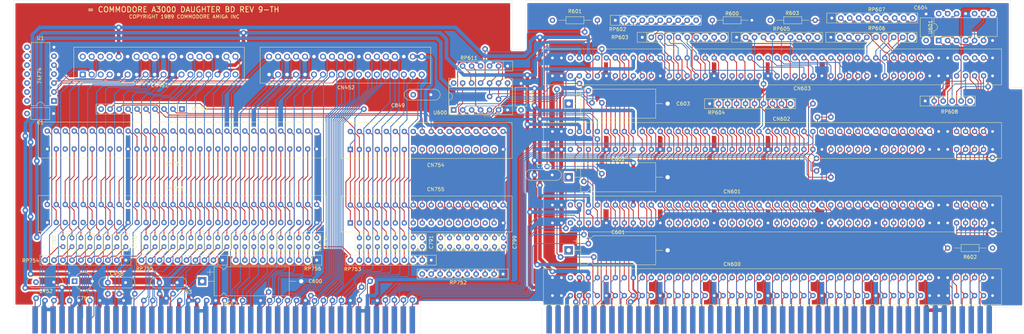
<source format=kicad_pcb>
(kicad_pcb (version 20171130) (host pcbnew "(5.1.6)-1")
  (layers (0 F.Cu signal) (1 In1.Cu power) (2 In2.Cu power) (31 B.Cu signal) (34 B.Paste user) (35 F.Paste user) (36 B.SilkS user) (37 F.SilkS user) (38 B.Mask user) (39 F.Mask user) (44 Edge.Cuts user))
  (net 0 "")
  (net 1 +5V)
  (net 2 Earth)
  (net 3 -5V)
  (net 4 -12V)
  (net 5 "Net-(C756-Pad1)")
  (net 6 "Net-(C756-Pad2)")
  (net 7 "Net-(C757-Pad1)")
  (net 8 "Net-(C757-Pad2)")
  (net 9 "Net-(C758-Pad2)")
  (net 10 "Net-(C758-Pad1)")
  (net 11 "Net-(C759-Pad1)")
  (net 12 "Net-(C759-Pad2)")
  (net 13 "Net-(C760-Pad2)")
  (net 14 "Net-(C760-Pad1)")
  (net 15 "Net-(C761-Pad2)")
  (net 16 "Net-(C761-Pad1)")
  (net 17 "Net-(C762-Pad2)")
  (net 18 "Net-(C762-Pad1)")
  (net 19 "Net-(C763-Pad1)")
  (net 20 "Net-(C763-Pad2)")
  (net 21 "Net-(C764-Pad1)")
  (net 22 "Net-(C764-Pad2)")
  (net 23 "Net-(C765-Pad2)")
  (net 24 "Net-(C765-Pad1)")
  (net 25 "Net-(C766-Pad2)")
  (net 26 "Net-(C766-Pad1)")
  (net 27 "Net-(C767-Pad1)")
  (net 28 "Net-(C767-Pad2)")
  (net 29 "Net-(C768-Pad2)")
  (net 30 "Net-(C768-Pad1)")
  (net 31 "Net-(C769-Pad1)")
  (net 32 "Net-(C769-Pad2)")
  (net 33 "Net-(C770-Pad2)")
  (net 34 "Net-(C770-Pad1)")
  (net 35 "Net-(C771-Pad1)")
  (net 36 "Net-(C771-Pad2)")
  (net 37 "Net-(C772-Pad2)")
  (net 38 "Net-(C772-Pad1)")
  (net 39 "Net-(C773-Pad2)")
  (net 40 "Net-(C773-Pad1)")
  (net 41 "Net-(C774-Pad1)")
  (net 42 "Net-(C774-Pad2)")
  (net 43 "Net-(C775-Pad2)")
  (net 44 "Net-(C775-Pad1)")
  (net 45 "Net-(C776-Pad1)")
  (net 46 "Net-(C776-Pad2)")
  (net 47 "Net-(C777-Pad1)")
  (net 48 "Net-(C777-Pad2)")
  (net 49 "Net-(C778-Pad2)")
  (net 50 "Net-(C778-Pad1)")
  (net 51 "Net-(C779-Pad1)")
  (net 52 "Net-(C779-Pad2)")
  (net 53 "Net-(C780-Pad2)")
  (net 54 "Net-(C780-Pad1)")
  (net 55 "Net-(C781-Pad1)")
  (net 56 "Net-(C781-Pad2)")
  (net 57 "Net-(C782-Pad2)")
  (net 58 "Net-(C782-Pad1)")
  (net 59 "Net-(C783-Pad1)")
  (net 60 "Net-(C783-Pad2)")
  (net 61 "Net-(C784-Pad2)")
  (net 62 "Net-(C784-Pad1)")
  (net 63 "Net-(C785-Pad1)")
  (net 64 "Net-(C785-Pad2)")
  (net 65 "Net-(C786-Pad1)")
  (net 66 "Net-(C786-Pad2)")
  (net 67 "Net-(C787-Pad2)")
  (net 68 "Net-(C787-Pad1)")
  (net 69 "Net-(C788-Pad1)")
  (net 70 "Net-(C788-Pad2)")
  (net 71 "Net-(C789-Pad2)")
  (net 72 "Net-(C789-Pad1)")
  (net 73 "Net-(C790-Pad1)")
  (net 74 "Net-(C790-Pad2)")
  (net 75 "Net-(C791-Pad2)")
  (net 76 "Net-(C791-Pad1)")
  (net 77 "Net-(C792-Pad1)")
  (net 78 "Net-(C792-Pad2)")
  (net 79 "Net-(C793-Pad2)")
  (net 80 "Net-(C793-Pad1)")
  (net 81 "Net-(C794-Pad1)")
  (net 82 "Net-(C794-Pad2)")
  (net 83 "Net-(C795-Pad2)")
  (net 84 "Net-(C795-Pad1)")
  (net 85 "Net-(C796-Pad1)")
  (net 86 "Net-(C796-Pad2)")
  (net 87 "Net-(C797-Pad2)")
  (net 88 "Net-(C797-Pad1)")
  (net 89 "Net-(C798-Pad1)")
  (net 90 "Net-(C798-Pad2)")
  (net 91 "Net-(C799-Pad2)")
  (net 92 "Net-(C799-Pad1)")
  (net 93 "/Video & ISA/FLTRIGHT")
  (net 94 "/Video & ISA/BSYNC")
  (net 95 "/Video & ISA/_VSYNC")
  (net 96 "/Video & ISA/PIXELSW")
  (net 97 "/Video & ISA/R3")
  (net 98 "/Video & ISA/_XCLKEN")
  (net 99 "/Video & ISA/ARED")
  (net 100 "/Video & ISA/ABLUE")
  (net 101 "/Video & ISA/FLTLEFT")
  (net 102 "/Video & ISA/_BCSYNC")
  (net 103 "Net-(CN451-Pad2)")
  (net 104 "/Video & ISA/BURST")
  (net 105 "/Video & ISA/PSTROBE")
  (net 106 "/Video & ISA/AGREEN")
  (net 107 "/Video & ISA/INTCLK")
  (net 108 "Net-(CN451-Pad5)")
  (net 109 "/Video & ISA/_C4")
  (net 110 "/Video & ISA/_VC1")
  (net 111 "/Video & ISA/B3")
  (net 112 "/Video & ISA/B0")
  (net 113 "/Video & ISA/G3")
  (net 114 "/Video & ISA/_HSYNC")
  (net 115 "Net-(CN451-Pad1)")
  (net 116 "/Video & ISA/PPD4")
  (net 117 "/Video & ISA/PPD0")
  (net 118 "/Video & ISA/PPD2")
  (net 119 AUDIO)
  (net 120 "/Video & ISA/_LPEN")
  (net 121 "/Video & ISA/PSEL")
  (net 122 "/Video & ISA/RAWLEFT")
  (net 123 "/Video & ISA/B2")
  (net 124 "/Video & ISA/G0")
  (net 125 "/Video & ISA/PBUSY")
  (net 126 "/Video & ISA/G2")
  (net 127 "/Video & ISA/_PACK")
  (net 128 "/Video & ISA/R0")
  (net 129 "/Video & ISA/TBASE")
  (net 130 "/Video & ISA/R1")
  (net 131 "/Video & ISA/VCDAC")
  (net 132 "/Video & ISA/PPD1")
  (net 133 "/Video & ISA/G1")
  (net 134 "/Video & ISA/VC3")
  (net 135 "/Video & ISA/_LED")
  (net 136 "/Video & ISA/RAWRIGHT")
  (net 137 "/Video & ISA/PPOUT")
  (net 138 "/Video & ISA/PPD6")
  (net 139 "/Video & ISA/PPD7")
  (net 140 "/Video & ISA/PPD3")
  (net 141 "/Video & ISA/BCOMP")
  (net 142 "/Video & ISA/PPD5")
  (net 143 "/Video & ISA/R2")
  (net 144 "/Video & ISA/B1")
  (net 145 /Zorro/_OWN)
  (net 146 "Net-(CN600-Pad9)")
  (net 147 +12V)
  (net 148 "Net-(CN600-Pad11)")
  (net 149 "Net-(CN600-Pad12)")
  (net 150 /Zorro/EC3)
  (net 151 /Zorro/ECDAC)
  (net 152 /Zorro/_EC1)
  (net 153 /Zorro/_OVR)
  (net 154 /Zorro/_MTCR)
  (net 155 /Zorro/_INT2)
  (net 156 /Zorro/EA5)
  (net 157 /Zorro/_INT6)
  (net 158 /Zorro/EA6)
  (net 159 /Zorro/EA4)
  (net 160 /Zorro/EA3)
  (net 161 /Zorro/EA2)
  (net 162 /Zorro/EA7)
  (net 163 /Zorro/EA1)
  (net 164 /Zorro/EA8)
  (net 165 /Zorro/MS0)
  (net 166 /Zorro/EA9)
  (net 167 /Zorro/MS1)
  (net 168 /Zorro/EA10)
  (net 169 /Zorro/MS2)
  (net 170 /Zorro/EA11)
  (net 171 /Zorro/EA12)
  (net 172 /Zorro/EA13)
  (net 173 /Zorro/_PINT7)
  (net 174 /Zorro/EA14)
  (net 175 /Zorro/_PINT5)
  (net 176 /Zorro/EA15)
  (net 177 /Zorro/_PINT4)
  (net 178 /Zorro/EA16)
  (net 179 /Zorro/_BINT)
  (net 180 /Zorro/EA17)
  (net 181 /Zorro/_MTACK)
  (net 182 /Zorro/ECLK)
  (net 183 /Zorro/_CINT)
  (net 184 /Zorro/EA18)
  (net 185 /Zorro/_RESET)
  (net 186 /Zorro/EA19)
  (net 187 /Zorro/_EHLT)
  (net 188 /Zorro/EA20)
  (net 189 /Zorro/EA22)
  (net 190 /Zorro/EA21)
  (net 191 /Zorro/EA23)
  (net 192 "Net-(CN600-Pad60)")
  (net 193 /Zorro/_EBGACK)
  (net 194 /Zorro/ED15)
  (net 195 "Net-(CN600-Pad64)")
  (net 196 /Zorro/ED14)
  (net 197 /Zorro/_DTACK)
  (net 198 /Zorro/ED13)
  (net 199 /Zorro/READ)
  (net 200 /Zorro/ED12)
  (net 201 /Zorro/_EDSL)
  (net 202 /Zorro/ED11)
  (net 203 /Zorro/_EDSH)
  (net 204 /Zorro/_CCS)
  (net 205 /Zorro/ED0)
  (net 206 /Zorro/ED10)
  (net 207 /Zorro/ED1)
  (net 208 /Zorro/ED9)
  (net 209 /Zorro/ED2)
  (net 210 /Zorro/ED8)
  (net 211 /Zorro/ED3)
  (net 212 /Zorro/ED7)
  (net 213 /Zorro/ED4)
  (net 214 /Zorro/ED6)
  (net 215 /Zorro/ED5)
  (net 216 "Net-(CN600-Pad91)")
  (net 217 /Zorro/E7M)
  (net 218 /Zorro/DOE)
  (net 219 /Zorro/_ERST)
  (net 220 /Zorro/_EBCLR)
  (net 221 /Zorro/_PINT1)
  (net 222 /Zorro/_FCS)
  (net 223 /Zorro/_SCS)
  (net 224 "Net-(CN601-Pad91)")
  (net 225 "/Video & ISA/_EBG1")
  (net 226 "/Video & ISA/_EBR1")
  (net 227 "Net-(CN601-Pad12)")
  (net 228 "Net-(CN601-Pad11)")
  (net 229 "/Video & ISA/_SLAVE1")
  (net 230 "/Video & ISA/_SLAVE2")
  (net 231 "Net-(CN602-Pad11)")
  (net 232 "Net-(CN602-Pad12)")
  (net 233 "/Video & ISA/_EBR2")
  (net 234 "/Video & ISA/_EBG2")
  (net 235 "Net-(CN602-Pad91)")
  (net 236 "Net-(CN603-Pad91)")
  (net 237 "/Video & ISA/_EBG3")
  (net 238 "/Video & ISA/_EBR3")
  (net 239 "Net-(CN603-Pad12)")
  (net 240 "Net-(CN603-Pad11)")
  (net 241 "/Video & ISA/_SLAVE3")
  (net 242 "Net-(CN751-Pad45)")
  (net 243 "Net-(CN751-Pad59)")
  (net 244 "Net-(CN751-Pad53)")
  (net 245 "Net-(CN751-Pad49)")
  (net 246 "Net-(CN751-Pad51)")
  (net 247 "Net-(CN751-Pad47)")
  (net 248 "Net-(CN751-Pad43)")
  (net 249 "Net-(CN751-Pad55)")
  (net 250 "Net-(CN751-Pad41)")
  (net 251 "Net-(CN751-Pad23)")
  (net 252 "Net-(CN751-Pad15)")
  (net 253 "Net-(CN751-Pad35)")
  (net 254 "Net-(CN751-Pad33)")
  (net 255 "Net-(CN751-Pad39)")
  (net 256 "Net-(CN751-Pad37)")
  (net 257 "Net-(CN751-Pad7)")
  (net 258 "Net-(CN751-Pad31)")
  (net 259 "Net-(CN751-Pad29)")
  (net 260 "Net-(CN751-Pad27)")
  (net 261 "Net-(CN751-Pad25)")
  (net 262 "Net-(CN751-Pad22)")
  (net 263 "Net-(CN751-Pad21)")
  (net 264 "Net-(CN751-Pad20)")
  (net 265 "Net-(CN751-Pad11)")
  (net 266 "Net-(CN751-Pad3)")
  (net 267 "Net-(CN751-Pad2)")
  (net 268 "Net-(CN754-Pad27)")
  (net 269 "Net-(CN754-Pad20)")
  (net 270 "Net-(CN754-Pad11)")
  (net 271 "Net-(CN754-Pad33)")
  (net 272 "Net-(CN754-Pad19)")
  (net 273 "Net-(CN754-Pad18)")
  (net 274 "Net-(CN754-Pad25)")
  (net 275 "Net-(CN754-Pad21)")
  (net 276 "Net-(CN754-Pad23)")
  (net 277 "Net-(CN754-Pad9)")
  (net 278 "Net-(CN754-Pad15)")
  (net 279 "Net-(CN754-Pad7)")
  (net 280 "Net-(CN754-Pad13)")
  (net 281 "Net-(CN754-Pad29)")
  (net 282 "Net-(CN754-Pad17)")
  (net 283 "Net-(CN754-Pad5)")
  (net 284 "Net-(CN754-Pad3)")
  (net 285 "Net-(CN754-Pad1)")
  (net 286 "Net-(EDGE1-Pad11)")
  (net 287 "Net-(EDGE2-Pad3)")
  (net 288 "Net-(EDGE1-Pad91)")
  (net 289 "Net-(RP751-Pad10)")
  (net 290 "Net-(RP752-Pad10)")
  (net 291 "Net-(U1-Pad6)")
  (net 292 "Net-(U1-Pad9)")
  (net 293 "Net-(U1-Pad8)")
  (net 294 "Net-(U600-Pad11)")
  (net 295 "Net-(U601-Pad10)")
  (module Package_DIP:DIP-14_W7.62mm (layer F.Cu) (at 263.906 71.0184 90)
    (fp_text reference U601 (at 3.81 -2.33 90) (layer F.SilkS))
    (fp_text value 7407)
    (pad 14 thru_hole oval (at 7.62 0 90) (size 1.6 1.6) (drill 0.8) (layers *.Cu *.Mask) (net 1 +5V))
    (pad 7 thru_hole oval (at 0 15.24 90) (size 1.6 1.6) (drill 0.8) (layers *.Cu *.Mask) (net 2 Earth))
    (pad 13 thru_hole oval (at 7.62 2.54 90) (size 1.6 1.6) (drill 0.8) (layers *.Cu *.Mask) (net 294 "Net-(U600-Pad11)"))
    (pad 6 thru_hole oval (at 0 12.7 90) (size 1.6 1.6) (drill 0.8) (layers *.Cu *.Mask) (net 235 "Net-(CN602-Pad91)"))
    (pad 12 thru_hole oval (at 7.62 5.08 90) (size 1.6 1.6) (drill 0.8) (layers *.Cu *.Mask) (net 286 "Net-(EDGE1-Pad11)"))
    (pad 5 thru_hole oval (at 0 10.16 90) (size 1.6 1.6) (drill 0.8) (layers *.Cu *.Mask) (net 288 "Net-(EDGE1-Pad91)"))
    (pad 11 thru_hole oval (at 7.62 7.62 90) (size 1.6 1.6) (drill 0.8) (layers *.Cu *.Mask) (net 2 Earth))
    (pad 4 thru_hole oval (at 0 7.62 90) (size 1.6 1.6) (drill 0.8) (layers *.Cu *.Mask) (net 224 "Net-(CN601-Pad91)"))
    (pad 10 thru_hole oval (at 7.62 10.16 90) (size 1.6 1.6) (drill 0.8) (layers *.Cu *.Mask) (net 295 "Net-(U601-Pad10)"))
    (pad 3 thru_hole oval (at 0 5.08 90) (size 1.6 1.6) (drill 0.8) (layers *.Cu *.Mask) (net 288 "Net-(EDGE1-Pad91)"))
    (pad 9 thru_hole oval (at 7.62 12.7 90) (size 1.6 1.6) (drill 0.8) (layers *.Cu *.Mask) (net 288 "Net-(EDGE1-Pad91)"))
    (pad 2 thru_hole oval (at 0 2.54 90) (size 1.6 1.6) (drill 0.8) (layers *.Cu *.Mask) (net 216 "Net-(CN600-Pad91)"))
    (pad 8 thru_hole oval (at 7.62 15.24 90) (size 1.6 1.6) (drill 0.8) (layers *.Cu *.Mask) (net 236 "Net-(CN603-Pad91)"))
    (pad 1 thru_hole rect (at 0 0 90) (size 1.6 1.6) (drill 0.8) (layers *.Cu *.Mask) (net 288 "Net-(EDGE1-Pad91)"))
  )
  (module "Daughterboard:ISA 8 Bit" (layer F.Cu) (at 11.811 122.555 90)
    (fp_text reference CN752 (at 9.652 35.941 180) (layer F.SilkS))
    (fp_text value ISA_8_Bit)
    (pad 2 thru_hole circle (at 5.08 0 90) (size 1.524 1.524) (drill 0.762) (layers *.Cu *.Mask) (net 267 "Net-(CN751-Pad2)"))
    (pad 3 thru_hole circle (at 0 2.54 90) (size 1.524 1.524) (drill 0.762) (layers *.Cu *.Mask) (net 266 "Net-(CN751-Pad3)"))
    (pad 4 thru_hole circle (at 5.08 2.54 90) (size 1.524 1.524) (drill 0.762) (layers *.Cu *.Mask) (net 60 "Net-(C783-Pad2)"))
    (pad 1 thru_hole rect (at 0 0 90) (size 1.524 1.524) (drill 0.762) (layers *.Cu *.Mask) (net 2 Earth))
    (pad 5 thru_hole circle (at 0 5.08 90) (size 1.524 1.524) (drill 0.762) (layers *.Cu *.Mask) (net 1 +5V))
    (pad 17 thru_hole circle (at 0 20.32 90) (size 1.524 1.524) (drill 0.762) (layers *.Cu *.Mask) (net 147 +12V))
    (pad 10 thru_hole circle (at 5.08 10.16 90) (size 1.524 1.524) (drill 0.762) (layers *.Cu *.Mask) (net 53 "Net-(C780-Pad2)"))
    (pad 11 thru_hole circle (at 0 12.7 90) (size 1.524 1.524) (drill 0.762) (layers *.Cu *.Mask) (net 265 "Net-(CN751-Pad11)"))
    (pad 20 thru_hole circle (at 5.08 22.86 90) (size 1.524 1.524) (drill 0.762) (layers *.Cu *.Mask) (net 264 "Net-(CN751-Pad20)"))
    (pad 21 thru_hole circle (at 0 25.4 90) (size 1.524 1.524) (drill 0.762) (layers *.Cu *.Mask) (net 263 "Net-(CN751-Pad21)"))
    (pad 22 thru_hole circle (at 5.08 25.4 90) (size 1.524 1.524) (drill 0.762) (layers *.Cu *.Mask) (net 262 "Net-(CN751-Pad22)"))
    (pad 24 thru_hole circle (at 5.08 27.94 90) (size 1.524 1.524) (drill 0.762) (layers *.Cu *.Mask) (net 43 "Net-(C775-Pad2)"))
    (pad 25 thru_hole circle (at 0 30.48 90) (size 1.524 1.524) (drill 0.762) (layers *.Cu *.Mask) (net 261 "Net-(CN751-Pad25)"))
    (pad 27 thru_hole circle (at 0 33.02 90) (size 1.524 1.524) (drill 0.762) (layers *.Cu *.Mask) (net 260 "Net-(CN751-Pad27)"))
    (pad 29 thru_hole circle (at 0 35.56 90) (size 1.524 1.524) (drill 0.762) (layers *.Cu *.Mask) (net 259 "Net-(CN751-Pad29)"))
    (pad 32 thru_hole circle (at 5.08 38.1 90) (size 1.524 1.524) (drill 0.762) (layers *.Cu *.Mask) (net 36 "Net-(C771-Pad2)"))
    (pad 13 thru_hole circle (at 0 15.24 90) (size 1.524 1.524) (drill 0.762) (layers *.Cu *.Mask) (net 4 -12V))
    (pad 30 thru_hole circle (at 5.08 35.56 90) (size 1.524 1.524) (drill 0.762) (layers *.Cu *.Mask) (net 37 "Net-(C772-Pad2)"))
    (pad 31 thru_hole circle (at 0 38.1 90) (size 1.524 1.524) (drill 0.762) (layers *.Cu *.Mask) (net 258 "Net-(CN751-Pad31)"))
    (pad 7 thru_hole circle (at 0 7.62 90) (size 1.524 1.524) (drill 0.762) (layers *.Cu *.Mask) (net 257 "Net-(CN751-Pad7)"))
    (pad 9 thru_hole circle (at 0 10.16 90) (size 1.524 1.524) (drill 0.762) (layers *.Cu *.Mask) (net 3 -5V))
    (pad 37 thru_hole circle (at 0 45.72 90) (size 1.524 1.524) (drill 0.762) (layers *.Cu *.Mask) (net 256 "Net-(CN751-Pad37)"))
    (pad 38 thru_hole circle (at 5.08 45.72 90) (size 1.524 1.524) (drill 0.762) (layers *.Cu *.Mask) (net 29 "Net-(C768-Pad2)"))
    (pad 39 thru_hole circle (at 0 48.26 90) (size 1.524 1.524) (drill 0.762) (layers *.Cu *.Mask) (net 255 "Net-(CN751-Pad39)"))
    (pad 8 thru_hole circle (at 5.08 7.62 90) (size 1.524 1.524) (drill 0.762) (layers *.Cu *.Mask) (net 56 "Net-(C781-Pad2)"))
    (pad 26 thru_hole circle (at 5.08 30.48 90) (size 1.524 1.524) (drill 0.762) (layers *.Cu *.Mask) (net 42 "Net-(C774-Pad2)"))
    (pad 33 thru_hole circle (at 0 40.64 90) (size 1.524 1.524) (drill 0.762) (layers *.Cu *.Mask) (net 254 "Net-(CN751-Pad33)"))
    (pad 40 thru_hole circle (at 5.08 48.26 90) (size 1.524 1.524) (drill 0.762) (layers *.Cu *.Mask) (net 28 "Net-(C767-Pad2)"))
    (pad 14 thru_hole circle (at 5.08 15.24 90) (size 1.524 1.524) (drill 0.762) (layers *.Cu *.Mask) (net 49 "Net-(C778-Pad2)"))
    (pad 35 thru_hole circle (at 0 43.18 90) (size 1.524 1.524) (drill 0.762) (layers *.Cu *.Mask) (net 253 "Net-(CN751-Pad35)"))
    (pad 28 thru_hole circle (at 5.08 33.02 90) (size 1.524 1.524) (drill 0.762) (layers *.Cu *.Mask) (net 39 "Net-(C773-Pad2)"))
    (pad 12 thru_hole circle (at 5.08 12.7 90) (size 1.524 1.524) (drill 0.762) (layers *.Cu *.Mask) (net 52 "Net-(C779-Pad2)"))
    (pad 15 thru_hole circle (at 0 17.78 90) (size 1.524 1.524) (drill 0.762) (layers *.Cu *.Mask) (net 252 "Net-(CN751-Pad15)"))
    (pad 34 thru_hole circle (at 5.08 40.64 90) (size 1.524 1.524) (drill 0.762) (layers *.Cu *.Mask) (net 33 "Net-(C770-Pad2)"))
    (pad 6 thru_hole circle (at 5.08 5.08 90) (size 1.524 1.524) (drill 0.762) (layers *.Cu *.Mask) (net 57 "Net-(C782-Pad2)"))
    (pad 18 thru_hole circle (at 5.08 20.32 90) (size 1.524 1.524) (drill 0.762) (layers *.Cu *.Mask) (net 46 "Net-(C776-Pad2)"))
    (pad 23 thru_hole circle (at 0 27.94 90) (size 1.524 1.524) (drill 0.762) (layers *.Cu *.Mask) (net 251 "Net-(CN751-Pad23)"))
    (pad 36 thru_hole circle (at 5.08 43.18 90) (size 1.524 1.524) (drill 0.762) (layers *.Cu *.Mask) (net 32 "Net-(C769-Pad2)"))
    (pad 41 thru_hole circle (at 0 50.8 90) (size 1.524 1.524) (drill 0.762) (layers *.Cu *.Mask) (net 250 "Net-(CN751-Pad41)"))
    (pad 16 thru_hole circle (at 5.08 17.78 90) (size 1.524 1.524) (drill 0.762) (layers *.Cu *.Mask) (net 48 "Net-(C777-Pad2)"))
    (pad 42 thru_hole circle (at 5.08 50.8 90) (size 1.524 1.524) (drill 0.762) (layers *.Cu *.Mask) (net 25 "Net-(C766-Pad2)"))
    (pad 19 thru_hole circle (at 0 22.86 90) (size 1.524 1.524) (drill 0.762) (layers *.Cu *.Mask) (net 2 Earth))
    (pad 55 thru_hole circle (at 0 68.58 90) (size 1.524 1.524) (drill 0.762) (layers *.Cu *.Mask) (net 249 "Net-(CN751-Pad55)"))
    (pad 52 thru_hole circle (at 5.08 63.5 90) (size 1.524 1.524) (drill 0.762) (layers *.Cu *.Mask) (net 15 "Net-(C761-Pad2)"))
    (pad 43 thru_hole circle (at 0 53.34 90) (size 1.524 1.524) (drill 0.762) (layers *.Cu *.Mask) (net 248 "Net-(CN751-Pad43)"))
    (pad 47 thru_hole circle (at 0 58.42 90) (size 1.524 1.524) (drill 0.762) (layers *.Cu *.Mask) (net 247 "Net-(CN751-Pad47)"))
    (pad 51 thru_hole circle (at 0 63.5 90) (size 1.524 1.524) (drill 0.762) (layers *.Cu *.Mask) (net 246 "Net-(CN751-Pad51)"))
    (pad 49 thru_hole circle (at 0 60.96 90) (size 1.524 1.524) (drill 0.762) (layers *.Cu *.Mask) (net 245 "Net-(CN751-Pad49)"))
    (pad 60 thru_hole circle (at 5.08 73.66 90) (size 1.524 1.524) (drill 0.762) (layers *.Cu *.Mask) (net 8 "Net-(C757-Pad2)"))
    (pad 44 thru_hole circle (at 5.08 53.34 90) (size 1.524 1.524) (drill 0.762) (layers *.Cu *.Mask) (net 23 "Net-(C765-Pad2)"))
    (pad 46 thru_hole circle (at 5.08 55.88 90) (size 1.524 1.524) (drill 0.762) (layers *.Cu *.Mask) (net 22 "Net-(C764-Pad2)"))
    (pad 48 thru_hole circle (at 5.08 58.42 90) (size 1.524 1.524) (drill 0.762) (layers *.Cu *.Mask) (net 20 "Net-(C763-Pad2)"))
    (pad 62 thru_hole circle (at 5.08 76.2 90) (size 1.524 1.524) (drill 0.762) (layers *.Cu *.Mask) (net 6 "Net-(C756-Pad2)"))
    (pad 61 thru_hole circle (at 0 76.2 90) (size 1.524 1.524) (drill 0.762) (layers *.Cu *.Mask) (net 2 Earth))
    (pad 54 thru_hole circle (at 5.08 66.04 90) (size 1.524 1.524) (drill 0.762) (layers *.Cu *.Mask) (net 13 "Net-(C760-Pad2)"))
    (pad 57 thru_hole circle (at 0 71.12 90) (size 1.524 1.524) (drill 0.762) (layers *.Cu *.Mask) (net 1 +5V))
    (pad 50 thru_hole circle (at 5.08 60.96 90) (size 1.524 1.524) (drill 0.762) (layers *.Cu *.Mask) (net 17 "Net-(C762-Pad2)"))
    (pad 56 thru_hole circle (at 5.08 68.58 90) (size 1.524 1.524) (drill 0.762) (layers *.Cu *.Mask) (net 12 "Net-(C759-Pad2)"))
    (pad 53 thru_hole circle (at 0 66.04 90) (size 1.524 1.524) (drill 0.762) (layers *.Cu *.Mask) (net 244 "Net-(CN751-Pad53)"))
    (pad 58 thru_hole circle (at 5.08 71.12 90) (size 1.524 1.524) (drill 0.762) (layers *.Cu *.Mask) (net 9 "Net-(C758-Pad2)"))
    (pad 59 thru_hole circle (at 0 73.66 90) (size 1.524 1.524) (drill 0.762) (layers *.Cu *.Mask) (net 243 "Net-(CN751-Pad59)"))
    (pad 45 thru_hole circle (at 0 55.88 90) (size 1.524 1.524) (drill 0.762) (layers *.Cu *.Mask) (net 242 "Net-(CN751-Pad45)"))
  )
  (module Daughterboard:Zorro-III (layer F.Cu) (at 205.486 139.446 90)
    (fp_text reference CN600 (at 5.08 0 180) (layer F.SilkS))
    (fp_text value Zorro-III)
    (pad 100 thru_hole circle (at 1.27 73.66 90) (size 1.524 1.524) (drill 0.762) (layers *.Cu *.Mask) (net 2 Earth))
    (pad 99 thru_hole circle (at -3.81 73.66 90) (size 1.524 1.524) (drill 0.762) (layers *.Cu *.Mask) (net 2 Earth))
    (pad 98 thru_hole circle (at 1.27 71.12 90) (size 1.524 1.524) (drill 0.762) (layers *.Cu *.Mask) (net 223 /Zorro/_SCS))
    (pad 97 thru_hole circle (at -3.81 71.12 90) (size 1.524 1.524) (drill 0.762) (layers *.Cu *.Mask) (net 222 /Zorro/_FCS))
    (pad 96 thru_hole circle (at 1.27 68.58 90) (size 1.524 1.524) (drill 0.762) (layers *.Cu *.Mask) (net 221 /Zorro/_PINT1))
    (pad 95 thru_hole circle (at -3.81 68.58 90) (size 1.524 1.524) (drill 0.762) (layers *.Cu *.Mask) (net 220 /Zorro/_EBCLR))
    (pad 94 thru_hole circle (at 1.27 66.04 90) (size 1.524 1.524) (drill 0.762) (layers *.Cu *.Mask) (net 219 /Zorro/_ERST))
    (pad 93 thru_hole circle (at -3.81 66.04 90) (size 1.524 1.524) (drill 0.762) (layers *.Cu *.Mask) (net 218 /Zorro/DOE))
    (pad 92 thru_hole circle (at 1.27 63.5 90) (size 1.524 1.524) (drill 0.762) (layers *.Cu *.Mask) (net 217 /Zorro/E7M))
    (pad 91 thru_hole circle (at -3.81 63.5 90) (size 1.524 1.524) (drill 0.762) (layers *.Cu *.Mask) (net 216 "Net-(CN600-Pad91)"))
    (pad 90 thru_hole circle (at 1.27 60.96 90) (size 1.524 1.524) (drill 0.762) (layers *.Cu *.Mask) (net 2 Earth))
    (pad 89 thru_hole circle (at -3.81 60.96 90) (size 1.524 1.524) (drill 0.762) (layers *.Cu *.Mask) (net 2 Earth))
    (pad 88 thru_hole circle (at 1.27 58.42 90) (size 1.524 1.524) (drill 0.762) (layers *.Cu *.Mask) (net 2 Earth))
    (pad 87 thru_hole circle (at -3.81 58.42 90) (size 1.524 1.524) (drill 0.762) (layers *.Cu *.Mask) (net 2 Earth))
    (pad 86 thru_hole circle (at 1.27 55.88 90) (size 1.524 1.524) (drill 0.762) (layers *.Cu *.Mask) (net 215 /Zorro/ED5))
    (pad 85 thru_hole circle (at -3.81 55.88 90) (size 1.524 1.524) (drill 0.762) (layers *.Cu *.Mask) (net 2 Earth))
    (pad 84 thru_hole circle (at 1.27 53.34 90) (size 1.524 1.524) (drill 0.762) (layers *.Cu *.Mask) (net 214 /Zorro/ED6))
    (pad 83 thru_hole circle (at -3.81 53.34 90) (size 1.524 1.524) (drill 0.762) (layers *.Cu *.Mask) (net 213 /Zorro/ED4))
    (pad 82 thru_hole circle (at 1.27 50.8 90) (size 1.524 1.524) (drill 0.762) (layers *.Cu *.Mask) (net 212 /Zorro/ED7))
    (pad 81 thru_hole circle (at -3.81 50.8 90) (size 1.524 1.524) (drill 0.762) (layers *.Cu *.Mask) (net 211 /Zorro/ED3))
    (pad 80 thru_hole circle (at 1.27 48.26 90) (size 1.524 1.524) (drill 0.762) (layers *.Cu *.Mask) (net 210 /Zorro/ED8))
    (pad 79 thru_hole circle (at -3.81 48.26 90) (size 1.524 1.524) (drill 0.762) (layers *.Cu *.Mask) (net 209 /Zorro/ED2))
    (pad 78 thru_hole circle (at 1.27 45.72 90) (size 1.524 1.524) (drill 0.762) (layers *.Cu *.Mask) (net 208 /Zorro/ED9))
    (pad 77 thru_hole circle (at -3.81 45.72 90) (size 1.524 1.524) (drill 0.762) (layers *.Cu *.Mask) (net 207 /Zorro/ED1))
    (pad 76 thru_hole circle (at 1.27 43.18 90) (size 1.524 1.524) (drill 0.762) (layers *.Cu *.Mask) (net 206 /Zorro/ED10))
    (pad 75 thru_hole circle (at -3.81 43.18 90) (size 1.524 1.524) (drill 0.762) (layers *.Cu *.Mask) (net 205 /Zorro/ED0))
    (pad 74 thru_hole circle (at 1.27 40.64 90) (size 1.524 1.524) (drill 0.762) (layers *.Cu *.Mask) (net 204 /Zorro/_CCS))
    (pad 73 thru_hole circle (at -3.81 40.64 90) (size 1.524 1.524) (drill 0.762) (layers *.Cu *.Mask) (net 2 Earth))
    (pad 72 thru_hole circle (at 1.27 38.1 90) (size 1.524 1.524) (drill 0.762) (layers *.Cu *.Mask) (net 203 /Zorro/_EDSH))
    (pad 71 thru_hole circle (at -3.81 38.1 90) (size 1.524 1.524) (drill 0.762) (layers *.Cu *.Mask) (net 202 /Zorro/ED11))
    (pad 70 thru_hole circle (at 1.27 35.56 90) (size 1.524 1.524) (drill 0.762) (layers *.Cu *.Mask) (net 201 /Zorro/_EDSL))
    (pad 69 thru_hole circle (at -3.81 35.56 90) (size 1.524 1.524) (drill 0.762) (layers *.Cu *.Mask) (net 200 /Zorro/ED12))
    (pad 68 thru_hole circle (at 1.27 33.02 90) (size 1.524 1.524) (drill 0.762) (layers *.Cu *.Mask) (net 199 /Zorro/READ))
    (pad 67 thru_hole circle (at -3.81 33.02 90) (size 1.524 1.524) (drill 0.762) (layers *.Cu *.Mask) (net 198 /Zorro/ED13))
    (pad 66 thru_hole circle (at 1.27 30.48 90) (size 1.524 1.524) (drill 0.762) (layers *.Cu *.Mask) (net 197 /Zorro/_DTACK))
    (pad 65 thru_hole circle (at -3.81 30.48 90) (size 1.524 1.524) (drill 0.762) (layers *.Cu *.Mask) (net 196 /Zorro/ED14))
    (pad 64 thru_hole circle (at 1.27 27.94 90) (size 1.524 1.524) (drill 0.762) (layers *.Cu *.Mask) (net 195 "Net-(CN600-Pad64)"))
    (pad 63 thru_hole circle (at -3.81 27.94 90) (size 1.524 1.524) (drill 0.762) (layers *.Cu *.Mask) (net 194 /Zorro/ED15))
    (pad 62 thru_hole circle (at 1.27 25.4 90) (size 1.524 1.524) (drill 0.762) (layers *.Cu *.Mask) (net 193 /Zorro/_EBGACK))
    (pad 61 thru_hole circle (at -3.81 25.4 90) (size 1.524 1.524) (drill 0.762) (layers *.Cu *.Mask) (net 2 Earth))
    (pad 60 thru_hole circle (at 1.27 22.86 90) (size 1.524 1.524) (drill 0.762) (layers *.Cu *.Mask) (net 192 "Net-(CN600-Pad60)"))
    (pad 59 thru_hole circle (at -3.81 22.86 90) (size 1.524 1.524) (drill 0.762) (layers *.Cu *.Mask) (net 191 /Zorro/EA23))
    (pad 58 thru_hole circle (at 1.27 20.32 90) (size 1.524 1.524) (drill 0.762) (layers *.Cu *.Mask) (net 190 /Zorro/EA21))
    (pad 57 thru_hole circle (at -3.81 20.32 90) (size 1.524 1.524) (drill 0.762) (layers *.Cu *.Mask) (net 189 /Zorro/EA22))
    (pad 56 thru_hole circle (at 1.27 17.78 90) (size 1.524 1.524) (drill 0.762) (layers *.Cu *.Mask) (net 188 /Zorro/EA20))
    (pad 55 thru_hole circle (at -3.81 17.78 90) (size 1.524 1.524) (drill 0.762) (layers *.Cu *.Mask) (net 187 /Zorro/_EHLT))
    (pad 54 thru_hole circle (at 1.27 15.24 90) (size 1.524 1.524) (drill 0.762) (layers *.Cu *.Mask) (net 186 /Zorro/EA19))
    (pad 53 thru_hole circle (at -3.81 15.24 90) (size 1.524 1.524) (drill 0.762) (layers *.Cu *.Mask) (net 185 /Zorro/_RESET))
    (pad 52 thru_hole circle (at 1.27 12.7 90) (size 1.524 1.524) (drill 0.762) (layers *.Cu *.Mask) (net 184 /Zorro/EA18))
    (pad 51 thru_hole circle (at -3.81 12.7 90) (size 1.524 1.524) (drill 0.762) (layers *.Cu *.Mask) (net 183 /Zorro/_CINT))
    (pad 50 thru_hole circle (at 1.27 10.16 90) (size 1.524 1.524) (drill 0.762) (layers *.Cu *.Mask) (net 182 /Zorro/ECLK))
    (pad 49 thru_hole circle (at -3.81 10.16 90) (size 1.524 1.524) (drill 0.762) (layers *.Cu *.Mask) (net 2 Earth))
    (pad 48 thru_hole circle (at 1.27 7.62 90) (size 1.524 1.524) (drill 0.762) (layers *.Cu *.Mask) (net 181 /Zorro/_MTACK))
    (pad 47 thru_hole circle (at -3.81 7.62 90) (size 1.524 1.524) (drill 0.762) (layers *.Cu *.Mask) (net 180 /Zorro/EA17))
    (pad 46 thru_hole circle (at 1.27 5.08 90) (size 1.524 1.524) (drill 0.762) (layers *.Cu *.Mask) (net 179 /Zorro/_BINT))
    (pad 45 thru_hole circle (at -3.81 5.08 90) (size 1.524 1.524) (drill 0.762) (layers *.Cu *.Mask) (net 178 /Zorro/EA16))
    (pad 44 thru_hole circle (at 1.27 2.54 90) (size 1.524 1.524) (drill 0.762) (layers *.Cu *.Mask) (net 177 /Zorro/_PINT4))
    (pad 43 thru_hole circle (at -3.81 2.54 90) (size 1.524 1.524) (drill 0.762) (layers *.Cu *.Mask) (net 176 /Zorro/EA15))
    (pad 42 thru_hole circle (at 1.27 0 90) (size 1.524 1.524) (drill 0.762) (layers *.Cu *.Mask) (net 175 /Zorro/_PINT5))
    (pad 41 thru_hole circle (at -3.81 0 90) (size 1.524 1.524) (drill 0.762) (layers *.Cu *.Mask) (net 174 /Zorro/EA14))
    (pad 40 thru_hole circle (at 1.27 -2.54 90) (size 1.524 1.524) (drill 0.762) (layers *.Cu *.Mask) (net 173 /Zorro/_PINT7))
    (pad 39 thru_hole circle (at -3.81 -2.54 90) (size 1.524 1.524) (drill 0.762) (layers *.Cu *.Mask) (net 172 /Zorro/EA13))
    (pad 38 thru_hole circle (at 1.27 -5.08 90) (size 1.524 1.524) (drill 0.762) (layers *.Cu *.Mask) (net 171 /Zorro/EA12))
    (pad 37 thru_hole circle (at -3.81 -5.08 90) (size 1.524 1.524) (drill 0.762) (layers *.Cu *.Mask) (net 2 Earth))
    (pad 36 thru_hole circle (at 1.27 -7.62 90) (size 1.524 1.524) (drill 0.762) (layers *.Cu *.Mask) (net 170 /Zorro/EA11))
    (pad 35 thru_hole circle (at -3.81 -7.62 90) (size 1.524 1.524) (drill 0.762) (layers *.Cu *.Mask) (net 169 /Zorro/MS2))
    (pad 34 thru_hole circle (at 1.27 -10.16 90) (size 1.524 1.524) (drill 0.762) (layers *.Cu *.Mask) (net 168 /Zorro/EA10))
    (pad 33 thru_hole circle (at -3.81 -10.16 90) (size 1.524 1.524) (drill 0.762) (layers *.Cu *.Mask) (net 167 /Zorro/MS1))
    (pad 32 thru_hole circle (at 1.27 -12.7 90) (size 1.524 1.524) (drill 0.762) (layers *.Cu *.Mask) (net 166 /Zorro/EA9))
    (pad 31 thru_hole circle (at -3.81 -12.7 90) (size 1.524 1.524) (drill 0.762) (layers *.Cu *.Mask) (net 165 /Zorro/MS0))
    (pad 30 thru_hole circle (at 1.27 -15.24 90) (size 1.524 1.524) (drill 0.762) (layers *.Cu *.Mask) (net 164 /Zorro/EA8))
    (pad 29 thru_hole circle (at -3.81 -15.24 90) (size 1.524 1.524) (drill 0.762) (layers *.Cu *.Mask) (net 163 /Zorro/EA1))
    (pad 28 thru_hole circle (at 1.27 -17.78 90) (size 1.524 1.524) (drill 0.762) (layers *.Cu *.Mask) (net 162 /Zorro/EA7))
    (pad 27 thru_hole circle (at -3.81 -17.78 90) (size 1.524 1.524) (drill 0.762) (layers *.Cu *.Mask) (net 161 /Zorro/EA2))
    (pad 26 thru_hole circle (at 1.27 -20.32 90) (size 1.524 1.524) (drill 0.762) (layers *.Cu *.Mask) (net 160 /Zorro/EA3))
    (pad 25 thru_hole circle (at -3.81 -20.32 90) (size 1.524 1.524) (drill 0.762) (layers *.Cu *.Mask) (net 2 Earth))
    (pad 24 thru_hole circle (at 1.27 -22.86 90) (size 1.524 1.524) (drill 0.762) (layers *.Cu *.Mask) (net 159 /Zorro/EA4))
    (pad 23 thru_hole circle (at -3.81 -22.86 90) (size 1.524 1.524) (drill 0.762) (layers *.Cu *.Mask) (net 158 /Zorro/EA6))
    (pad 22 thru_hole circle (at 1.27 -25.4 90) (size 1.524 1.524) (drill 0.762) (layers *.Cu *.Mask) (net 157 /Zorro/_INT6))
    (pad 21 thru_hole circle (at -3.81 -25.4 90) (size 1.524 1.524) (drill 0.762) (layers *.Cu *.Mask) (net 156 /Zorro/EA5))
    (pad 20 thru_hole circle (at 1.27 -27.94 90) (size 1.524 1.524) (drill 0.762) (layers *.Cu *.Mask) (net 4 -12V))
    (pad 19 thru_hole circle (at -3.81 -27.94 90) (size 1.524 1.524) (drill 0.762) (layers *.Cu *.Mask) (net 155 /Zorro/_INT2))
    (pad 18 thru_hole circle (at 1.27 -30.48 90) (size 1.524 1.524) (drill 0.762) (layers *.Cu *.Mask) (net 154 /Zorro/_MTCR))
    (pad 17 thru_hole circle (at -3.81 -30.48 90) (size 1.524 1.524) (drill 0.762) (layers *.Cu *.Mask) (net 153 /Zorro/_OVR))
    (pad 16 thru_hole circle (at 1.27 -33.02 90) (size 1.524 1.524) (drill 0.762) (layers *.Cu *.Mask) (net 152 /Zorro/_EC1))
    (pad 15 thru_hole circle (at -3.81 -33.02 90) (size 1.524 1.524) (drill 0.762) (layers *.Cu *.Mask) (net 151 /Zorro/ECDAC))
    (pad 14 thru_hole circle (at 1.27 -35.56 90) (size 1.524 1.524) (drill 0.762) (layers *.Cu *.Mask) (net 150 /Zorro/EC3))
    (pad 13 thru_hole circle (at -3.81 -35.56 90) (size 1.524 1.524) (drill 0.762) (layers *.Cu *.Mask) (net 2 Earth))
    (pad 12 thru_hole circle (at 1.27 -38.1 90) (size 1.524 1.524) (drill 0.762) (layers *.Cu *.Mask) (net 149 "Net-(CN600-Pad12)"))
    (pad 11 thru_hole circle (at -3.81 -38.1 90) (size 1.524 1.524) (drill 0.762) (layers *.Cu *.Mask) (net 148 "Net-(CN600-Pad11)"))
    (pad 10 thru_hole circle (at 1.27 -40.64 90) (size 1.524 1.524) (drill 0.762) (layers *.Cu *.Mask) (net 147 +12V))
    (pad 9 thru_hole circle (at -3.81 -40.64 90) (size 1.524 1.524) (drill 0.762) (layers *.Cu *.Mask) (net 146 "Net-(CN600-Pad9)"))
    (pad 8 thru_hole circle (at 1.27 -43.18 90) (size 1.524 1.524) (drill 0.762) (layers *.Cu *.Mask) (net 3 -5V))
    (pad 7 thru_hole circle (at -3.81 -43.18 90) (size 1.524 1.524) (drill 0.762) (layers *.Cu *.Mask) (net 145 /Zorro/_OWN))
    (pad 6 thru_hole circle (at 1.27 -45.72 90) (size 1.524 1.524) (drill 0.762) (layers *.Cu *.Mask) (net 1 +5V))
    (pad 5 thru_hole circle (at -3.81 -45.72 90) (size 1.524 1.524) (drill 0.762) (layers *.Cu *.Mask) (net 1 +5V))
    (pad 4 thru_hole circle (at 1.27 -48.26 90) (size 1.524 1.524) (drill 0.762) (layers *.Cu *.Mask) (net 2 Earth))
    (pad 3 thru_hole circle (at -3.81 -48.26 90) (size 1.524 1.524) (drill 0.762) (layers *.Cu *.Mask) (net 2 Earth))
    (pad 2 thru_hole circle (at 1.27 -50.8 90) (size 1.524 1.524) (drill 0.762) (layers *.Cu *.Mask) (net 2 Earth))
    (pad 1 thru_hole rect (at -3.81 -50.8 90) (size 1.524 1.524) (drill 0.762) (layers *.Cu *.Mask) (net 2 Earth))
  )
  (module Daughterboard:Zorro-III (layer F.Cu) (at 205.486 77.216 90)
    (fp_text reference CN603 (at -7.366 19.812 180) (layer F.SilkS))
    (fp_text value Zorro-III)
    (pad 100 thru_hole circle (at 1.27 73.66 90) (size 1.524 1.524) (drill 0.762) (layers *.Cu *.Mask) (net 2 Earth))
    (pad 99 thru_hole circle (at -3.81 73.66 90) (size 1.524 1.524) (drill 0.762) (layers *.Cu *.Mask) (net 2 Earth))
    (pad 98 thru_hole circle (at 1.27 71.12 90) (size 1.524 1.524) (drill 0.762) (layers *.Cu *.Mask) (net 223 /Zorro/_SCS))
    (pad 97 thru_hole circle (at -3.81 71.12 90) (size 1.524 1.524) (drill 0.762) (layers *.Cu *.Mask) (net 222 /Zorro/_FCS))
    (pad 96 thru_hole circle (at 1.27 68.58 90) (size 1.524 1.524) (drill 0.762) (layers *.Cu *.Mask) (net 221 /Zorro/_PINT1))
    (pad 95 thru_hole circle (at -3.81 68.58 90) (size 1.524 1.524) (drill 0.762) (layers *.Cu *.Mask) (net 220 /Zorro/_EBCLR))
    (pad 94 thru_hole circle (at 1.27 66.04 90) (size 1.524 1.524) (drill 0.762) (layers *.Cu *.Mask) (net 219 /Zorro/_ERST))
    (pad 93 thru_hole circle (at -3.81 66.04 90) (size 1.524 1.524) (drill 0.762) (layers *.Cu *.Mask) (net 218 /Zorro/DOE))
    (pad 92 thru_hole circle (at 1.27 63.5 90) (size 1.524 1.524) (drill 0.762) (layers *.Cu *.Mask) (net 217 /Zorro/E7M))
    (pad 91 thru_hole circle (at -3.81 63.5 90) (size 1.524 1.524) (drill 0.762) (layers *.Cu *.Mask) (net 236 "Net-(CN603-Pad91)"))
    (pad 90 thru_hole circle (at 1.27 60.96 90) (size 1.524 1.524) (drill 0.762) (layers *.Cu *.Mask) (net 2 Earth))
    (pad 89 thru_hole circle (at -3.81 60.96 90) (size 1.524 1.524) (drill 0.762) (layers *.Cu *.Mask) (net 2 Earth))
    (pad 88 thru_hole circle (at 1.27 58.42 90) (size 1.524 1.524) (drill 0.762) (layers *.Cu *.Mask) (net 2 Earth))
    (pad 87 thru_hole circle (at -3.81 58.42 90) (size 1.524 1.524) (drill 0.762) (layers *.Cu *.Mask) (net 2 Earth))
    (pad 86 thru_hole circle (at 1.27 55.88 90) (size 1.524 1.524) (drill 0.762) (layers *.Cu *.Mask) (net 215 /Zorro/ED5))
    (pad 85 thru_hole circle (at -3.81 55.88 90) (size 1.524 1.524) (drill 0.762) (layers *.Cu *.Mask) (net 2 Earth))
    (pad 84 thru_hole circle (at 1.27 53.34 90) (size 1.524 1.524) (drill 0.762) (layers *.Cu *.Mask) (net 214 /Zorro/ED6))
    (pad 83 thru_hole circle (at -3.81 53.34 90) (size 1.524 1.524) (drill 0.762) (layers *.Cu *.Mask) (net 213 /Zorro/ED4))
    (pad 82 thru_hole circle (at 1.27 50.8 90) (size 1.524 1.524) (drill 0.762) (layers *.Cu *.Mask) (net 212 /Zorro/ED7))
    (pad 81 thru_hole circle (at -3.81 50.8 90) (size 1.524 1.524) (drill 0.762) (layers *.Cu *.Mask) (net 211 /Zorro/ED3))
    (pad 80 thru_hole circle (at 1.27 48.26 90) (size 1.524 1.524) (drill 0.762) (layers *.Cu *.Mask) (net 210 /Zorro/ED8))
    (pad 79 thru_hole circle (at -3.81 48.26 90) (size 1.524 1.524) (drill 0.762) (layers *.Cu *.Mask) (net 209 /Zorro/ED2))
    (pad 78 thru_hole circle (at 1.27 45.72 90) (size 1.524 1.524) (drill 0.762) (layers *.Cu *.Mask) (net 208 /Zorro/ED9))
    (pad 77 thru_hole circle (at -3.81 45.72 90) (size 1.524 1.524) (drill 0.762) (layers *.Cu *.Mask) (net 207 /Zorro/ED1))
    (pad 76 thru_hole circle (at 1.27 43.18 90) (size 1.524 1.524) (drill 0.762) (layers *.Cu *.Mask) (net 206 /Zorro/ED10))
    (pad 75 thru_hole circle (at -3.81 43.18 90) (size 1.524 1.524) (drill 0.762) (layers *.Cu *.Mask) (net 205 /Zorro/ED0))
    (pad 74 thru_hole circle (at 1.27 40.64 90) (size 1.524 1.524) (drill 0.762) (layers *.Cu *.Mask) (net 204 /Zorro/_CCS))
    (pad 73 thru_hole circle (at -3.81 40.64 90) (size 1.524 1.524) (drill 0.762) (layers *.Cu *.Mask) (net 2 Earth))
    (pad 72 thru_hole circle (at 1.27 38.1 90) (size 1.524 1.524) (drill 0.762) (layers *.Cu *.Mask) (net 203 /Zorro/_EDSH))
    (pad 71 thru_hole circle (at -3.81 38.1 90) (size 1.524 1.524) (drill 0.762) (layers *.Cu *.Mask) (net 202 /Zorro/ED11))
    (pad 70 thru_hole circle (at 1.27 35.56 90) (size 1.524 1.524) (drill 0.762) (layers *.Cu *.Mask) (net 201 /Zorro/_EDSL))
    (pad 69 thru_hole circle (at -3.81 35.56 90) (size 1.524 1.524) (drill 0.762) (layers *.Cu *.Mask) (net 200 /Zorro/ED12))
    (pad 68 thru_hole circle (at 1.27 33.02 90) (size 1.524 1.524) (drill 0.762) (layers *.Cu *.Mask) (net 199 /Zorro/READ))
    (pad 67 thru_hole circle (at -3.81 33.02 90) (size 1.524 1.524) (drill 0.762) (layers *.Cu *.Mask) (net 198 /Zorro/ED13))
    (pad 66 thru_hole circle (at 1.27 30.48 90) (size 1.524 1.524) (drill 0.762) (layers *.Cu *.Mask) (net 197 /Zorro/_DTACK))
    (pad 65 thru_hole circle (at -3.81 30.48 90) (size 1.524 1.524) (drill 0.762) (layers *.Cu *.Mask) (net 196 /Zorro/ED14))
    (pad 64 thru_hole circle (at 1.27 27.94 90) (size 1.524 1.524) (drill 0.762) (layers *.Cu *.Mask) (net 237 "/Video & ISA/_EBG3"))
    (pad 63 thru_hole circle (at -3.81 27.94 90) (size 1.524 1.524) (drill 0.762) (layers *.Cu *.Mask) (net 194 /Zorro/ED15))
    (pad 62 thru_hole circle (at 1.27 25.4 90) (size 1.524 1.524) (drill 0.762) (layers *.Cu *.Mask) (net 193 /Zorro/_EBGACK))
    (pad 61 thru_hole circle (at -3.81 25.4 90) (size 1.524 1.524) (drill 0.762) (layers *.Cu *.Mask) (net 2 Earth))
    (pad 60 thru_hole circle (at 1.27 22.86 90) (size 1.524 1.524) (drill 0.762) (layers *.Cu *.Mask) (net 238 "/Video & ISA/_EBR3"))
    (pad 59 thru_hole circle (at -3.81 22.86 90) (size 1.524 1.524) (drill 0.762) (layers *.Cu *.Mask) (net 191 /Zorro/EA23))
    (pad 58 thru_hole circle (at 1.27 20.32 90) (size 1.524 1.524) (drill 0.762) (layers *.Cu *.Mask) (net 190 /Zorro/EA21))
    (pad 57 thru_hole circle (at -3.81 20.32 90) (size 1.524 1.524) (drill 0.762) (layers *.Cu *.Mask) (net 189 /Zorro/EA22))
    (pad 56 thru_hole circle (at 1.27 17.78 90) (size 1.524 1.524) (drill 0.762) (layers *.Cu *.Mask) (net 188 /Zorro/EA20))
    (pad 55 thru_hole circle (at -3.81 17.78 90) (size 1.524 1.524) (drill 0.762) (layers *.Cu *.Mask) (net 187 /Zorro/_EHLT))
    (pad 54 thru_hole circle (at 1.27 15.24 90) (size 1.524 1.524) (drill 0.762) (layers *.Cu *.Mask) (net 186 /Zorro/EA19))
    (pad 53 thru_hole circle (at -3.81 15.24 90) (size 1.524 1.524) (drill 0.762) (layers *.Cu *.Mask) (net 185 /Zorro/_RESET))
    (pad 52 thru_hole circle (at 1.27 12.7 90) (size 1.524 1.524) (drill 0.762) (layers *.Cu *.Mask) (net 184 /Zorro/EA18))
    (pad 51 thru_hole circle (at -3.81 12.7 90) (size 1.524 1.524) (drill 0.762) (layers *.Cu *.Mask) (net 183 /Zorro/_CINT))
    (pad 50 thru_hole circle (at 1.27 10.16 90) (size 1.524 1.524) (drill 0.762) (layers *.Cu *.Mask) (net 182 /Zorro/ECLK))
    (pad 49 thru_hole circle (at -3.81 10.16 90) (size 1.524 1.524) (drill 0.762) (layers *.Cu *.Mask) (net 2 Earth))
    (pad 48 thru_hole circle (at 1.27 7.62 90) (size 1.524 1.524) (drill 0.762) (layers *.Cu *.Mask) (net 181 /Zorro/_MTACK))
    (pad 47 thru_hole circle (at -3.81 7.62 90) (size 1.524 1.524) (drill 0.762) (layers *.Cu *.Mask) (net 180 /Zorro/EA17))
    (pad 46 thru_hole circle (at 1.27 5.08 90) (size 1.524 1.524) (drill 0.762) (layers *.Cu *.Mask) (net 179 /Zorro/_BINT))
    (pad 45 thru_hole circle (at -3.81 5.08 90) (size 1.524 1.524) (drill 0.762) (layers *.Cu *.Mask) (net 178 /Zorro/EA16))
    (pad 44 thru_hole circle (at 1.27 2.54 90) (size 1.524 1.524) (drill 0.762) (layers *.Cu *.Mask) (net 177 /Zorro/_PINT4))
    (pad 43 thru_hole circle (at -3.81 2.54 90) (size 1.524 1.524) (drill 0.762) (layers *.Cu *.Mask) (net 176 /Zorro/EA15))
    (pad 42 thru_hole circle (at 1.27 0 90) (size 1.524 1.524) (drill 0.762) (layers *.Cu *.Mask) (net 175 /Zorro/_PINT5))
    (pad 41 thru_hole circle (at -3.81 0 90) (size 1.524 1.524) (drill 0.762) (layers *.Cu *.Mask) (net 174 /Zorro/EA14))
    (pad 40 thru_hole circle (at 1.27 -2.54 90) (size 1.524 1.524) (drill 0.762) (layers *.Cu *.Mask) (net 173 /Zorro/_PINT7))
    (pad 39 thru_hole circle (at -3.81 -2.54 90) (size 1.524 1.524) (drill 0.762) (layers *.Cu *.Mask) (net 172 /Zorro/EA13))
    (pad 38 thru_hole circle (at 1.27 -5.08 90) (size 1.524 1.524) (drill 0.762) (layers *.Cu *.Mask) (net 171 /Zorro/EA12))
    (pad 37 thru_hole circle (at -3.81 -5.08 90) (size 1.524 1.524) (drill 0.762) (layers *.Cu *.Mask) (net 2 Earth))
    (pad 36 thru_hole circle (at 1.27 -7.62 90) (size 1.524 1.524) (drill 0.762) (layers *.Cu *.Mask) (net 170 /Zorro/EA11))
    (pad 35 thru_hole circle (at -3.81 -7.62 90) (size 1.524 1.524) (drill 0.762) (layers *.Cu *.Mask) (net 169 /Zorro/MS2))
    (pad 34 thru_hole circle (at 1.27 -10.16 90) (size 1.524 1.524) (drill 0.762) (layers *.Cu *.Mask) (net 168 /Zorro/EA10))
    (pad 33 thru_hole circle (at -3.81 -10.16 90) (size 1.524 1.524) (drill 0.762) (layers *.Cu *.Mask) (net 167 /Zorro/MS1))
    (pad 32 thru_hole circle (at 1.27 -12.7 90) (size 1.524 1.524) (drill 0.762) (layers *.Cu *.Mask) (net 166 /Zorro/EA9))
    (pad 31 thru_hole circle (at -3.81 -12.7 90) (size 1.524 1.524) (drill 0.762) (layers *.Cu *.Mask) (net 165 /Zorro/MS0))
    (pad 30 thru_hole circle (at 1.27 -15.24 90) (size 1.524 1.524) (drill 0.762) (layers *.Cu *.Mask) (net 164 /Zorro/EA8))
    (pad 29 thru_hole circle (at -3.81 -15.24 90) (size 1.524 1.524) (drill 0.762) (layers *.Cu *.Mask) (net 163 /Zorro/EA1))
    (pad 28 thru_hole circle (at 1.27 -17.78 90) (size 1.524 1.524) (drill 0.762) (layers *.Cu *.Mask) (net 162 /Zorro/EA7))
    (pad 27 thru_hole circle (at -3.81 -17.78 90) (size 1.524 1.524) (drill 0.762) (layers *.Cu *.Mask) (net 161 /Zorro/EA2))
    (pad 26 thru_hole circle (at 1.27 -20.32 90) (size 1.524 1.524) (drill 0.762) (layers *.Cu *.Mask) (net 160 /Zorro/EA3))
    (pad 25 thru_hole circle (at -3.81 -20.32 90) (size 1.524 1.524) (drill 0.762) (layers *.Cu *.Mask) (net 2 Earth))
    (pad 24 thru_hole circle (at 1.27 -22.86 90) (size 1.524 1.524) (drill 0.762) (layers *.Cu *.Mask) (net 159 /Zorro/EA4))
    (pad 23 thru_hole circle (at -3.81 -22.86 90) (size 1.524 1.524) (drill 0.762) (layers *.Cu *.Mask) (net 158 /Zorro/EA6))
    (pad 22 thru_hole circle (at 1.27 -25.4 90) (size 1.524 1.524) (drill 0.762) (layers *.Cu *.Mask) (net 157 /Zorro/_INT6))
    (pad 21 thru_hole circle (at -3.81 -25.4 90) (size 1.524 1.524) (drill 0.762) (layers *.Cu *.Mask) (net 156 /Zorro/EA5))
    (pad 20 thru_hole circle (at 1.27 -27.94 90) (size 1.524 1.524) (drill 0.762) (layers *.Cu *.Mask) (net 4 -12V))
    (pad 19 thru_hole circle (at -3.81 -27.94 90) (size 1.524 1.524) (drill 0.762) (layers *.Cu *.Mask) (net 155 /Zorro/_INT2))
    (pad 18 thru_hole circle (at 1.27 -30.48 90) (size 1.524 1.524) (drill 0.762) (layers *.Cu *.Mask) (net 154 /Zorro/_MTCR))
    (pad 17 thru_hole circle (at -3.81 -30.48 90) (size 1.524 1.524) (drill 0.762) (layers *.Cu *.Mask) (net 153 /Zorro/_OVR))
    (pad 16 thru_hole circle (at 1.27 -33.02 90) (size 1.524 1.524) (drill 0.762) (layers *.Cu *.Mask) (net 152 /Zorro/_EC1))
    (pad 15 thru_hole circle (at -3.81 -33.02 90) (size 1.524 1.524) (drill 0.762) (layers *.Cu *.Mask) (net 151 /Zorro/ECDAC))
    (pad 14 thru_hole circle (at 1.27 -35.56 90) (size 1.524 1.524) (drill 0.762) (layers *.Cu *.Mask) (net 150 /Zorro/EC3))
    (pad 13 thru_hole circle (at -3.81 -35.56 90) (size 1.524 1.524) (drill 0.762) (layers *.Cu *.Mask) (net 2 Earth))
    (pad 12 thru_hole circle (at 1.27 -38.1 90) (size 1.524 1.524) (drill 0.762) (layers *.Cu *.Mask) (net 239 "Net-(CN603-Pad12)"))
    (pad 11 thru_hole circle (at -3.81 -38.1 90) (size 1.524 1.524) (drill 0.762) (layers *.Cu *.Mask) (net 240 "Net-(CN603-Pad11)"))
    (pad 10 thru_hole circle (at 1.27 -40.64 90) (size 1.524 1.524) (drill 0.762) (layers *.Cu *.Mask) (net 147 +12V))
    (pad 9 thru_hole circle (at -3.81 -40.64 90) (size 1.524 1.524) (drill 0.762) (layers *.Cu *.Mask) (net 241 "/Video & ISA/_SLAVE3"))
    (pad 8 thru_hole circle (at 1.27 -43.18 90) (size 1.524 1.524) (drill 0.762) (layers *.Cu *.Mask) (net 3 -5V))
    (pad 7 thru_hole circle (at -3.81 -43.18 90) (size 1.524 1.524) (drill 0.762) (layers *.Cu *.Mask) (net 145 /Zorro/_OWN))
    (pad 6 thru_hole circle (at 1.27 -45.72 90) (size 1.524 1.524) (drill 0.762) (layers *.Cu *.Mask) (net 1 +5V))
    (pad 5 thru_hole circle (at -3.81 -45.72 90) (size 1.524 1.524) (drill 0.762) (layers *.Cu *.Mask) (net 1 +5V))
    (pad 4 thru_hole circle (at 1.27 -48.26 90) (size 1.524 1.524) (drill 0.762) (layers *.Cu *.Mask) (net 2 Earth))
    (pad 3 thru_hole circle (at -3.81 -48.26 90) (size 1.524 1.524) (drill 0.762) (layers *.Cu *.Mask) (net 2 Earth))
    (pad 2 thru_hole circle (at 1.27 -50.8 90) (size 1.524 1.524) (drill 0.762) (layers *.Cu *.Mask) (net 2 Earth))
    (pad 1 thru_hole rect (at -3.81 -50.8 90) (size 1.524 1.524) (drill 0.762) (layers *.Cu *.Mask) (net 2 Earth))
  )
  (module Daughterboard:CP_Radial_D8.0mm_P5.00mm (layer F.Cu) (at 19.558 139.192)
    (fp_text reference C751 (at 2.54 4.826) (layer F.SilkS))
    (fp_text value "22uF 16V")
    (pad 1 thru_hole rect (at 0 0) (size 1.6 1.6) (drill 0.8) (layers *.Cu *.Mask) (net 1 +5V))
    (pad 2 thru_hole circle (at 5 0) (size 1.6 1.6) (drill 0.8) (layers *.Cu *.Mask) (net 2 Earth))
  )
  (module "Daughterboard:ISA 16 Bit" (layer F.Cu) (at 97.536 122.682 90)
    (fp_text reference CN755 (at 9.525 24.13 180) (layer F.SilkS))
    (fp_text value ISA_16_Bit_Extended)
    (pad 27 thru_hole circle (at 0 33.02 90) (size 1.524 1.524) (drill 0.762) (layers *.Cu *.Mask) (net 268 "Net-(CN754-Pad27)"))
    (pad 24 thru_hole circle (at 5.08 27.94 90) (size 1.524 1.524) (drill 0.762) (layers *.Cu *.Mask) (net 79 "Net-(C793-Pad2)"))
    (pad 10 thru_hole circle (at 5.08 10.16 90) (size 1.524 1.524) (drill 0.762) (layers *.Cu *.Mask) (net 70 "Net-(C788-Pad2)"))
    (pad 12 thru_hole circle (at 5.08 12.7 90) (size 1.524 1.524) (drill 0.762) (layers *.Cu *.Mask) (net 71 "Net-(C789-Pad2)"))
    (pad 22 thru_hole circle (at 5.08 25.4 90) (size 1.524 1.524) (drill 0.762) (layers *.Cu *.Mask) (net 78 "Net-(C792-Pad2)"))
    (pad 6 thru_hole circle (at 5.08 5.08 90) (size 1.524 1.524) (drill 0.762) (layers *.Cu *.Mask) (net 66 "Net-(C786-Pad2)"))
    (pad 32 thru_hole circle (at 5.08 38.1 90) (size 1.524 1.524) (drill 0.762) (layers *.Cu *.Mask) (net 87 "Net-(C797-Pad2)"))
    (pad 20 thru_hole circle (at 5.08 22.86 90) (size 1.524 1.524) (drill 0.762) (layers *.Cu *.Mask) (net 269 "Net-(CN754-Pad20)"))
    (pad 11 thru_hole circle (at 0 12.7 90) (size 1.524 1.524) (drill 0.762) (layers *.Cu *.Mask) (net 270 "Net-(CN754-Pad11)"))
    (pad 16 thru_hole circle (at 5.08 17.78 90) (size 1.524 1.524) (drill 0.762) (layers *.Cu *.Mask) (net 75 "Net-(C791-Pad2)"))
    (pad 33 thru_hole circle (at 0 40.64 90) (size 1.524 1.524) (drill 0.762) (layers *.Cu *.Mask) (net 271 "Net-(CN754-Pad33)"))
    (pad 28 thru_hole circle (at 5.08 33.02 90) (size 1.524 1.524) (drill 0.762) (layers *.Cu *.Mask) (net 83 "Net-(C795-Pad2)"))
    (pad 8 thru_hole circle (at 5.08 7.62 90) (size 1.524 1.524) (drill 0.762) (layers *.Cu *.Mask) (net 67 "Net-(C787-Pad2)"))
    (pad 26 thru_hole circle (at 5.08 30.48 90) (size 1.524 1.524) (drill 0.762) (layers *.Cu *.Mask) (net 82 "Net-(C794-Pad2)"))
    (pad 31 thru_hole circle (at 0 38.1 90) (size 1.524 1.524) (drill 0.762) (layers *.Cu *.Mask) (net 1 +5V))
    (pad 34 thru_hole circle (at 5.08 40.64 90) (size 1.524 1.524) (drill 0.762) (layers *.Cu *.Mask) (net 90 "Net-(C798-Pad2)"))
    (pad 19 thru_hole circle (at 0 22.86 90) (size 1.524 1.524) (drill 0.762) (layers *.Cu *.Mask) (net 272 "Net-(CN754-Pad19)"))
    (pad 18 thru_hole circle (at 5.08 20.32 90) (size 1.524 1.524) (drill 0.762) (layers *.Cu *.Mask) (net 273 "Net-(CN754-Pad18)"))
    (pad 25 thru_hole circle (at 0 30.48 90) (size 1.524 1.524) (drill 0.762) (layers *.Cu *.Mask) (net 274 "Net-(CN754-Pad25)"))
    (pad 21 thru_hole circle (at 0 25.4 90) (size 1.524 1.524) (drill 0.762) (layers *.Cu *.Mask) (net 275 "Net-(CN754-Pad21)"))
    (pad 23 thru_hole circle (at 0 27.94 90) (size 1.524 1.524) (drill 0.762) (layers *.Cu *.Mask) (net 276 "Net-(CN754-Pad23)"))
    (pad 9 thru_hole circle (at 0 10.16 90) (size 1.524 1.524) (drill 0.762) (layers *.Cu *.Mask) (net 277 "Net-(CN754-Pad9)"))
    (pad 14 thru_hole circle (at 5.08 15.24 90) (size 1.524 1.524) (drill 0.762) (layers *.Cu *.Mask) (net 74 "Net-(C790-Pad2)"))
    (pad 30 thru_hole circle (at 5.08 35.56 90) (size 1.524 1.524) (drill 0.762) (layers *.Cu *.Mask) (net 86 "Net-(C796-Pad2)"))
    (pad 36 thru_hole circle (at 5.08 43.18 90) (size 1.524 1.524) (drill 0.762) (layers *.Cu *.Mask) (net 91 "Net-(C799-Pad2)"))
    (pad 15 thru_hole circle (at 0 17.78 90) (size 1.524 1.524) (drill 0.762) (layers *.Cu *.Mask) (net 278 "Net-(CN754-Pad15)"))
    (pad 35 thru_hole circle (at 0 43.18 90) (size 1.524 1.524) (drill 0.762) (layers *.Cu *.Mask) (net 2 Earth))
    (pad 7 thru_hole circle (at 0 7.62 90) (size 1.524 1.524) (drill 0.762) (layers *.Cu *.Mask) (net 279 "Net-(CN754-Pad7)"))
    (pad 13 thru_hole circle (at 0 15.24 90) (size 1.524 1.524) (drill 0.762) (layers *.Cu *.Mask) (net 280 "Net-(CN754-Pad13)"))
    (pad 29 thru_hole circle (at 0 35.56 90) (size 1.524 1.524) (drill 0.762) (layers *.Cu *.Mask) (net 281 "Net-(CN754-Pad29)"))
    (pad 17 thru_hole circle (at 0 20.32 90) (size 1.524 1.524) (drill 0.762) (layers *.Cu *.Mask) (net 282 "Net-(CN754-Pad17)"))
    (pad 5 thru_hole circle (at 0 5.08 90) (size 1.524 1.524) (drill 0.762) (layers *.Cu *.Mask) (net 283 "Net-(CN754-Pad5)"))
    (pad 3 thru_hole circle (at 0 2.54 90) (size 1.524 1.524) (drill 0.762) (layers *.Cu *.Mask) (net 284 "Net-(CN754-Pad3)"))
    (pad 4 thru_hole circle (at 5.08 2.54 90) (size 1.524 1.524) (drill 0.762) (layers *.Cu *.Mask) (net 64 "Net-(C785-Pad2)"))
    (pad 2 thru_hole circle (at 5.08 0 90) (size 1.524 1.524) (drill 0.762) (layers *.Cu *.Mask) (net 61 "Net-(C784-Pad2)"))
    (pad 1 thru_hole rect (at 0 0 90) (size 1.524 1.524) (drill 0.762) (layers *.Cu *.Mask) (net 285 "Net-(CN754-Pad1)"))
  )
  (module Resistor_THT:R_Array_SIP10 (layer F.Cu) (at 140.716 137.16 180)
    (fp_text reference RP752 (at 12.7 -2.4) (layer F.SilkS))
    (fp_text value 1K)
    (pad 10 thru_hole oval (at 22.86 0 180) (size 1.6 1.6) (drill 0.8) (layers *.Cu *.Mask) (net 290 "Net-(RP752-Pad10)"))
    (pad 9 thru_hole oval (at 20.32 0 180) (size 1.6 1.6) (drill 0.8) (layers *.Cu *.Mask) (net 77 "Net-(C792-Pad1)"))
    (pad 8 thru_hole oval (at 17.78 0 180) (size 1.6 1.6) (drill 0.8) (layers *.Cu *.Mask) (net 80 "Net-(C793-Pad1)"))
    (pad 7 thru_hole oval (at 15.24 0 180) (size 1.6 1.6) (drill 0.8) (layers *.Cu *.Mask) (net 81 "Net-(C794-Pad1)"))
    (pad 6 thru_hole oval (at 12.7 0 180) (size 1.6 1.6) (drill 0.8) (layers *.Cu *.Mask) (net 84 "Net-(C795-Pad1)"))
    (pad 5 thru_hole oval (at 10.16 0 180) (size 1.6 1.6) (drill 0.8) (layers *.Cu *.Mask) (net 85 "Net-(C796-Pad1)"))
    (pad 4 thru_hole oval (at 7.62 0 180) (size 1.6 1.6) (drill 0.8) (layers *.Cu *.Mask) (net 88 "Net-(C797-Pad1)"))
    (pad 3 thru_hole oval (at 5.08 0 180) (size 1.6 1.6) (drill 0.8) (layers *.Cu *.Mask) (net 89 "Net-(C798-Pad1)"))
    (pad 2 thru_hole oval (at 2.54 0 180) (size 1.6 1.6) (drill 0.8) (layers *.Cu *.Mask) (net 92 "Net-(C799-Pad1)"))
    (pad 1 thru_hole rect (at 0 0 180) (size 1.6 1.6) (drill 0.8) (layers *.Cu *.Mask) (net 2 Earth))
  )
  (module Resistor_THT:R_Array_SIP10 (layer F.Cu) (at 120.396 133.223 180)
    (fp_text reference RP753 (at 22.225 -2.54) (layer F.SilkS))
    (fp_text value 1K)
    (pad 10 thru_hole oval (at 22.86 0 180) (size 1.6 1.6) (drill 0.8) (layers *.Cu *.Mask) (net 5 "Net-(C756-Pad1)"))
    (pad 9 thru_hole oval (at 20.32 0 180) (size 1.6 1.6) (drill 0.8) (layers *.Cu *.Mask) (net 62 "Net-(C784-Pad1)"))
    (pad 8 thru_hole oval (at 17.78 0 180) (size 1.6 1.6) (drill 0.8) (layers *.Cu *.Mask) (net 63 "Net-(C785-Pad1)"))
    (pad 7 thru_hole oval (at 15.24 0 180) (size 1.6 1.6) (drill 0.8) (layers *.Cu *.Mask) (net 65 "Net-(C786-Pad1)"))
    (pad 6 thru_hole oval (at 12.7 0 180) (size 1.6 1.6) (drill 0.8) (layers *.Cu *.Mask) (net 68 "Net-(C787-Pad1)"))
    (pad 5 thru_hole oval (at 10.16 0 180) (size 1.6 1.6) (drill 0.8) (layers *.Cu *.Mask) (net 69 "Net-(C788-Pad1)"))
    (pad 4 thru_hole oval (at 7.62 0 180) (size 1.6 1.6) (drill 0.8) (layers *.Cu *.Mask) (net 72 "Net-(C789-Pad1)"))
    (pad 3 thru_hole oval (at 5.08 0 180) (size 1.6 1.6) (drill 0.8) (layers *.Cu *.Mask) (net 73 "Net-(C790-Pad1)"))
    (pad 2 thru_hole oval (at 2.54 0 180) (size 1.6 1.6) (drill 0.8) (layers *.Cu *.Mask) (net 76 "Net-(C791-Pad1)"))
    (pad 1 thru_hole rect (at 0 0 180) (size 1.6 1.6) (drill 0.8) (layers *.Cu *.Mask) (net 2 Earth))
  )
  (module Daughterboard:C_Disc_D7.0mm_W2.5mm_P5.00mm (layer F.Cu) (at 28.956 139.573)
    (fp_text reference C458 (at 2.5 -2.5) (layer F.SilkS))
    (fp_text value 0.22uF)
    (pad 2 thru_hole circle (at 5 0) (size 1.6 1.6) (drill 0.8) (layers *.Cu *.Mask) (net 2 Earth))
    (pad 1 thru_hole circle (at 0 0) (size 1.6 1.6) (drill 0.8) (layers *.Cu *.Mask) (net 109 "/Video & ISA/_C4"))
  )
  (module Daughterboard:C_Disc_D7.0mm_W2.5mm_P5.00mm (layer F.Cu) (at 8.636 139.446)
    (fp_text reference C752 (at 2.794 2.54) (layer F.SilkS))
    (fp_text value 0.22uF)
    (pad 2 thru_hole circle (at 5 0) (size 1.6 1.6) (drill 0.8) (layers *.Cu *.Mask) (net 2 Earth))
    (pad 1 thru_hole circle (at 0 0) (size 1.6 1.6) (drill 0.8) (layers *.Cu *.Mask) (net 1 +5V))
  )
  (module Daughterboard:C_Disc_D7.0mm_W2.5mm_P5.00mm (layer F.Cu) (at 43.561 139.573)
    (fp_text reference C753 (at 7.239 2.667) (layer F.SilkS))
    (fp_text value 0.22uF)
    (pad 2 thru_hole circle (at 5 0) (size 1.6 1.6) (drill 0.8) (layers *.Cu *.Mask) (net 2 Earth))
    (pad 1 thru_hole circle (at 0 0) (size 1.6 1.6) (drill 0.8) (layers *.Cu *.Mask) (net 3 -5V))
  )
  (module Daughterboard:C_Disc_D7.0mm_W2.5mm_P5.00mm (layer F.Cu) (at 149.606 109.093)
    (fp_text reference C754 (at 2.5 -2.5) (layer F.SilkS))
    (fp_text value 0.22uF)
    (pad 2 thru_hole circle (at 5 0) (size 1.6 1.6) (drill 0.8) (layers *.Cu *.Mask) (net 2 Earth))
    (pad 1 thru_hole circle (at 0 0) (size 1.6 1.6) (drill 0.8) (layers *.Cu *.Mask) (net 4 -12V))
  )
  (module Daughterboard:C_Disc_D7.0mm_W2.5mm_P5.00mm (layer F.Cu) (at 115.316 86.36)
    (fp_text reference C849 (at -4.318 3.048) (layer F.SilkS))
    (fp_text value 0.22uF)
    (pad 2 thru_hole circle (at 5 0) (size 1.6 1.6) (drill 0.8) (layers *.Cu *.Mask) (net 2 Earth))
    (pad 1 thru_hole circle (at 0 0) (size 1.6 1.6) (drill 0.8) (layers *.Cu *.Mask) (net 1 +5V))
  )
  (module "Daughterboard:Video Slot" (layer F.Cu) (at 18.796 76.073 90)
    (fp_text reference CN451 (at -7.62 24.765 180) (layer F.SilkS))
    (fp_text value Video_Slot)
    (pad 1 thru_hole rect (at -4.572 3.048 90) (size 1.7 1.7) (drill 1) (layers *.Cu *.Mask) (net 115 "Net-(CN451-Pad1)"))
    (pad 22 thru_hole oval (at 0.508 28.448 90) (size 1.7 1.7) (drill 1) (layers *.Cu *.Mask) (net 114 "/Video & ISA/_HSYNC"))
    (pad 27 thru_hole oval (at -4.572 36.068 90) (size 1.7 1.7) (drill 1) (layers *.Cu *.Mask) (net 113 "/Video & ISA/G3"))
    (pad 23 thru_hole oval (at -4.572 30.988 90) (size 1.7 1.7) (drill 1) (layers *.Cu *.Mask) (net 112 "/Video & ISA/B0"))
    (pad 25 thru_hole oval (at -4.572 33.528 90) (size 1.7 1.7) (drill 1) (layers *.Cu *.Mask) (net 111 "/Video & ISA/B3"))
    (pad 34 thru_hole oval (at 0.508 43.688 90) (size 1.7 1.7) (drill 1) (layers *.Cu *.Mask) (net 110 "/Video & ISA/_VC1"))
    (pad 19 thru_hole oval (at -4.572 25.908 90) (size 1.7 1.7) (drill 1) (layers *.Cu *.Mask) (net 109 "/Video & ISA/_C4"))
    (pad 32 thru_hole oval (at 0.508 41.148 90) (size 1.7 1.7) (drill 1) (layers *.Cu *.Mask) (net 2 Earth))
    (pad 5 thru_hole oval (at -4.572 8.128 90) (size 1.7 1.7) (drill 1) (layers *.Cu *.Mask) (net 108 "Net-(CN451-Pad5)"))
    (pad 21 thru_hole oval (at -4.572 28.448 90) (size 1.7 1.7) (drill 1) (layers *.Cu *.Mask) (net 2 Earth))
    (pad 33 thru_hole oval (at -4.572 43.688 90) (size 1.7 1.7) (drill 1) (layers *.Cu *.Mask) (net 107 "/Video & ISA/INTCLK"))
    (pad 11 thru_hole oval (at -4.572 15.748 90) (size 1.7 1.7) (drill 1) (layers *.Cu *.Mask) (net 106 "/Video & ISA/AGREEN"))
    (pad 36 thru_hole oval (at 0.508 46.228 90) (size 1.7 1.7) (drill 1) (layers *.Cu *.Mask) (net 105 "/Video & ISA/PSTROBE"))
    (pad 6 thru_hole oval (at 0.508 8.128 90) (size 1.7 1.7) (drill 1) (layers *.Cu *.Mask) (net 1 +5V))
    (pad 18 thru_hole oval (at 0.508 23.368 90) (size 1.7 1.7) (drill 1) (layers *.Cu *.Mask) (net 104 "/Video & ISA/BURST"))
    (pad 8 thru_hole oval (at 0.508 10.668 90) (size 1.7 1.7) (drill 1) (layers *.Cu *.Mask) (net 1 +5V))
    (pad 20 thru_hole oval (at 0.508 25.908 90) (size 1.7 1.7) (drill 1) (layers *.Cu *.Mask) (net 2 Earth))
    (pad 2 thru_hole oval (at 0.508 3.048 90) (size 1.7 1.7) (drill 1) (layers *.Cu *.Mask) (net 103 "Net-(CN451-Pad2)"))
    (pad 14 thru_hole oval (at 0.508 18.288 90) (size 1.7 1.7) (drill 1) (layers *.Cu *.Mask) (net 102 "/Video & ISA/_BCSYNC"))
    (pad 3 thru_hole oval (at -4.572 5.588 90) (size 1.7 1.7) (drill 1) (layers *.Cu *.Mask) (net 101 "/Video & ISA/FLTLEFT"))
    (pad 15 thru_hole oval (at -4.572 20.828 90) (size 1.7 1.7) (drill 1) (layers *.Cu *.Mask) (net 100 "/Video & ISA/ABLUE"))
    (pad 24 thru_hole oval (at 0.508 30.988 90) (size 1.7 1.7) (drill 1) (layers *.Cu *.Mask) (net 2 Earth))
    (pad 7 thru_hole oval (at -4.572 10.668 90) (size 1.7 1.7) (drill 1) (layers *.Cu *.Mask) (net 99 "/Video & ISA/ARED"))
    (pad 17 thru_hole oval (at -4.572 23.368 90) (size 1.7 1.7) (drill 1) (layers *.Cu *.Mask) (net 2 Earth))
    (pad 31 thru_hole oval (at -4.572 41.148 90) (size 1.7 1.7) (drill 1) (layers *.Cu *.Mask) (net 3 -5V))
    (pad 35 thru_hole oval (at -4.572 46.228 90) (size 1.7 1.7) (drill 1) (layers *.Cu *.Mask) (net 1 +5V))
    (pad 16 thru_hole oval (at 0.508 20.828 90) (size 1.7 1.7) (drill 1) (layers *.Cu *.Mask) (net 98 "/Video & ISA/_XCLKEN"))
    (pad 29 thru_hole oval (at -4.572 38.608 90) (size 1.7 1.7) (drill 1) (layers *.Cu *.Mask) (net 97 "/Video & ISA/R3"))
    (pad 30 thru_hole oval (at 0.508 38.608 90) (size 1.7 1.7) (drill 1) (layers *.Cu *.Mask) (net 96 "/Video & ISA/PIXELSW"))
    (pad 26 thru_hole oval (at 0.508 33.528 90) (size 1.7 1.7) (drill 1) (layers *.Cu *.Mask) (net 95 "/Video & ISA/_VSYNC"))
    (pad 13 thru_hole oval (at -4.572 18.288 90) (size 1.7 1.7) (drill 1) (layers *.Cu *.Mask) (net 2 Earth))
    (pad 9 thru_hole oval (at -4.572 13.208 90) (size 1.7 1.7) (drill 1) (layers *.Cu *.Mask) (net 2 Earth))
    (pad 28 thru_hole oval (at 0.508 36.068 90) (size 1.7 1.7) (drill 1) (layers *.Cu *.Mask) (net 94 "/Video & ISA/BSYNC"))
    (pad 4 thru_hole oval (at 0.508 5.588 90) (size 1.7 1.7) (drill 1) (layers *.Cu *.Mask) (net 93 "/Video & ISA/FLTRIGHT"))
    (pad 10 thru_hole oval (at 0.508 13.208 90) (size 1.7 1.7) (drill 1) (layers *.Cu *.Mask) (net 147 +12V))
    (pad 12 thru_hole oval (at 0.508 15.748 90) (size 1.7 1.7) (drill 1) (layers *.Cu *.Mask) (net 2 Earth))
  )
  (module "Daughterboard:Video Slot" (layer F.Cu) (at 71.501 76.073 90)
    (fp_text reference CN452 (at -8.255 24.765 180) (layer F.SilkS))
    (fp_text value Video_Slot)
    (pad 1 thru_hole rect (at -4.572 3.048 90) (size 1.7 1.7) (drill 1) (layers *.Cu *.Mask) (net 2 Earth))
    (pad 22 thru_hole oval (at 0.508 28.448 90) (size 1.7 1.7) (drill 1) (layers *.Cu *.Mask) (net 2 Earth))
    (pad 27 thru_hole oval (at -4.572 36.068 90) (size 1.7 1.7) (drill 1) (layers *.Cu *.Mask) (net 116 "/Video & ISA/PPD4"))
    (pad 23 thru_hole oval (at -4.572 30.988 90) (size 1.7 1.7) (drill 1) (layers *.Cu *.Mask) (net 117 "/Video & ISA/PPD0"))
    (pad 25 thru_hole oval (at -4.572 33.528 90) (size 1.7 1.7) (drill 1) (layers *.Cu *.Mask) (net 118 "/Video & ISA/PPD2"))
    (pad 34 thru_hole oval (at 0.508 43.688 90) (size 1.7 1.7) (drill 1) (layers *.Cu *.Mask) (net 119 AUDIO))
    (pad 19 thru_hole oval (at -4.572 25.908 90) (size 1.7 1.7) (drill 1) (layers *.Cu *.Mask) (net 120 "/Video & ISA/_LPEN"))
    (pad 32 thru_hole oval (at 0.508 41.148 90) (size 1.7 1.7) (drill 1) (layers *.Cu *.Mask) (net 2 Earth))
    (pad 5 thru_hole oval (at -4.572 8.128 90) (size 1.7 1.7) (drill 1) (layers *.Cu *.Mask) (net 2 Earth))
    (pad 21 thru_hole oval (at -4.572 28.448 90) (size 1.7 1.7) (drill 1) (layers *.Cu *.Mask) (net 121 "/Video & ISA/PSEL"))
    (pad 33 thru_hole oval (at -4.572 43.688 90) (size 1.7 1.7) (drill 1) (layers *.Cu *.Mask) (net 122 "/Video & ISA/RAWLEFT"))
    (pad 11 thru_hole oval (at -4.572 15.748 90) (size 1.7 1.7) (drill 1) (layers *.Cu *.Mask) (net 123 "/Video & ISA/B2"))
    (pad 36 thru_hole oval (at 0.508 46.228 90) (size 1.7 1.7) (drill 1) (layers *.Cu *.Mask) (net 119 AUDIO))
    (pad 6 thru_hole oval (at 0.508 8.128 90) (size 1.7 1.7) (drill 1) (layers *.Cu *.Mask) (net 124 "/Video & ISA/G0"))
    (pad 18 thru_hole oval (at 0.508 23.368 90) (size 1.7 1.7) (drill 1) (layers *.Cu *.Mask) (net 125 "/Video & ISA/PBUSY"))
    (pad 8 thru_hole oval (at 0.508 10.668 90) (size 1.7 1.7) (drill 1) (layers *.Cu *.Mask) (net 126 "/Video & ISA/G2"))
    (pad 20 thru_hole oval (at 0.508 25.908 90) (size 1.7 1.7) (drill 1) (layers *.Cu *.Mask) (net 127 "/Video & ISA/_PACK"))
    (pad 2 thru_hole oval (at 0.508 3.048 90) (size 1.7 1.7) (drill 1) (layers *.Cu *.Mask) (net 128 "/Video & ISA/R0"))
    (pad 14 thru_hole oval (at 0.508 18.288 90) (size 1.7 1.7) (drill 1) (layers *.Cu *.Mask) (net 129 "/Video & ISA/TBASE"))
    (pad 3 thru_hole oval (at -4.572 5.588 90) (size 1.7 1.7) (drill 1) (layers *.Cu *.Mask) (net 130 "/Video & ISA/R1"))
    (pad 15 thru_hole oval (at -4.572 20.828 90) (size 1.7 1.7) (drill 1) (layers *.Cu *.Mask) (net 131 "/Video & ISA/VCDAC"))
    (pad 24 thru_hole oval (at 0.508 30.988 90) (size 1.7 1.7) (drill 1) (layers *.Cu *.Mask) (net 132 "/Video & ISA/PPD1"))
    (pad 7 thru_hole oval (at -4.572 10.668 90) (size 1.7 1.7) (drill 1) (layers *.Cu *.Mask) (net 133 "/Video & ISA/G1"))
    (pad 17 thru_hole oval (at -4.572 23.368 90) (size 1.7 1.7) (drill 1) (layers *.Cu *.Mask) (net 134 "/Video & ISA/VC3"))
    (pad 31 thru_hole oval (at -4.572 41.148 90) (size 1.7 1.7) (drill 1) (layers *.Cu *.Mask) (net 135 "/Video & ISA/_LED"))
    (pad 35 thru_hole oval (at -4.572 46.228 90) (size 1.7 1.7) (drill 1) (layers *.Cu *.Mask) (net 136 "/Video & ISA/RAWRIGHT"))
    (pad 16 thru_hole oval (at 0.508 20.828 90) (size 1.7 1.7) (drill 1) (layers *.Cu *.Mask) (net 137 "/Video & ISA/PPOUT"))
    (pad 29 thru_hole oval (at -4.572 38.608 90) (size 1.7 1.7) (drill 1) (layers *.Cu *.Mask) (net 138 "/Video & ISA/PPD6"))
    (pad 30 thru_hole oval (at 0.508 38.608 90) (size 1.7 1.7) (drill 1) (layers *.Cu *.Mask) (net 139 "/Video & ISA/PPD7"))
    (pad 26 thru_hole oval (at 0.508 33.528 90) (size 1.7 1.7) (drill 1) (layers *.Cu *.Mask) (net 140 "/Video & ISA/PPD3"))
    (pad 13 thru_hole oval (at -4.572 18.288 90) (size 1.7 1.7) (drill 1) (layers *.Cu *.Mask) (net 141 "/Video & ISA/BCOMP"))
    (pad 9 thru_hole oval (at -4.572 13.208 90) (size 1.7 1.7) (drill 1) (layers *.Cu *.Mask) (net 2 Earth))
    (pad 28 thru_hole oval (at 0.508 36.068 90) (size 1.7 1.7) (drill 1) (layers *.Cu *.Mask) (net 142 "/Video & ISA/PPD5"))
    (pad 4 thru_hole oval (at 0.508 5.588 90) (size 1.7 1.7) (drill 1) (layers *.Cu *.Mask) (net 143 "/Video & ISA/R2"))
    (pad 10 thru_hole oval (at 0.508 13.208 90) (size 1.7 1.7) (drill 1) (layers *.Cu *.Mask) (net 144 "/Video & ISA/B1"))
    (pad 12 thru_hole oval (at 0.508 15.748 90) (size 1.7 1.7) (drill 1) (layers *.Cu *.Mask) (net 2 Earth))
  )
  (module "Daughterboard:ISA 8 Bit" (layer F.Cu) (at 11.811 101.727 90)
    (fp_text reference CN751 (at -4.191 35.941 180) (layer F.SilkS))
    (fp_text value ISA_8_Bit)
    (pad 2 thru_hole circle (at 5.08 0 90) (size 1.524 1.524) (drill 0.762) (layers *.Cu *.Mask) (net 267 "Net-(CN751-Pad2)"))
    (pad 3 thru_hole circle (at 0 2.54 90) (size 1.524 1.524) (drill 0.762) (layers *.Cu *.Mask) (net 266 "Net-(CN751-Pad3)"))
    (pad 4 thru_hole circle (at 5.08 2.54 90) (size 1.524 1.524) (drill 0.762) (layers *.Cu *.Mask) (net 60 "Net-(C783-Pad2)"))
    (pad 1 thru_hole rect (at 0 0 90) (size 1.524 1.524) (drill 0.762) (layers *.Cu *.Mask) (net 2 Earth))
    (pad 5 thru_hole circle (at 0 5.08 90) (size 1.524 1.524) (drill 0.762) (layers *.Cu *.Mask) (net 1 +5V))
    (pad 17 thru_hole circle (at 0 20.32 90) (size 1.524 1.524) (drill 0.762) (layers *.Cu *.Mask) (net 147 +12V))
    (pad 10 thru_hole circle (at 5.08 10.16 90) (size 1.524 1.524) (drill 0.762) (layers *.Cu *.Mask) (net 53 "Net-(C780-Pad2)"))
    (pad 11 thru_hole circle (at 0 12.7 90) (size 1.524 1.524) (drill 0.762) (layers *.Cu *.Mask) (net 265 "Net-(CN751-Pad11)"))
    (pad 20 thru_hole circle (at 5.08 22.86 90) (size 1.524 1.524) (drill 0.762) (layers *.Cu *.Mask) (net 264 "Net-(CN751-Pad20)"))
    (pad 21 thru_hole circle (at 0 25.4 90) (size 1.524 1.524) (drill 0.762) (layers *.Cu *.Mask) (net 263 "Net-(CN751-Pad21)"))
    (pad 22 thru_hole circle (at 5.08 25.4 90) (size 1.524 1.524) (drill 0.762) (layers *.Cu *.Mask) (net 262 "Net-(CN751-Pad22)"))
    (pad 24 thru_hole circle (at 5.08 27.94 90) (size 1.524 1.524) (drill 0.762) (layers *.Cu *.Mask) (net 43 "Net-(C775-Pad2)"))
    (pad 25 thru_hole circle (at 0 30.48 90) (size 1.524 1.524) (drill 0.762) (layers *.Cu *.Mask) (net 261 "Net-(CN751-Pad25)"))
    (pad 27 thru_hole circle (at 0 33.02 90) (size 1.524 1.524) (drill 0.762) (layers *.Cu *.Mask) (net 260 "Net-(CN751-Pad27)"))
    (pad 29 thru_hole circle (at 0 35.56 90) (size 1.524 1.524) (drill 0.762) (layers *.Cu *.Mask) (net 259 "Net-(CN751-Pad29)"))
    (pad 32 thru_hole circle (at 5.08 38.1 90) (size 1.524 1.524) (drill 0.762) (layers *.Cu *.Mask) (net 36 "Net-(C771-Pad2)"))
    (pad 13 thru_hole circle (at 0 15.24 90) (size 1.524 1.524) (drill 0.762) (layers *.Cu *.Mask) (net 4 -12V))
    (pad 30 thru_hole circle (at 5.08 35.56 90) (size 1.524 1.524) (drill 0.762) (layers *.Cu *.Mask) (net 37 "Net-(C772-Pad2)"))
    (pad 31 thru_hole circle (at 0 38.1 90) (size 1.524 1.524) (drill 0.762) (layers *.Cu *.Mask) (net 258 "Net-(CN751-Pad31)"))
    (pad 7 thru_hole circle (at 0 7.62 90) (size 1.524 1.524) (drill 0.762) (layers *.Cu *.Mask) (net 257 "Net-(CN751-Pad7)"))
    (pad 9 thru_hole circle (at 0 10.16 90) (size 1.524 1.524) (drill 0.762) (layers *.Cu *.Mask) (net 3 -5V))
    (pad 37 thru_hole circle (at 0 45.72 90) (size 1.524 1.524) (drill 0.762) (layers *.Cu *.Mask) (net 256 "Net-(CN751-Pad37)"))
    (pad 38 thru_hole circle (at 5.08 45.72 90) (size 1.524 1.524) (drill 0.762) (layers *.Cu *.Mask) (net 29 "Net-(C768-Pad2)"))
    (pad 39 thru_hole circle (at 0 48.26 90) (size 1.524 1.524) (drill 0.762) (layers *.Cu *.Mask) (net 255 "Net-(CN751-Pad39)"))
    (pad 8 thru_hole circle (at 5.08 7.62 90) (size 1.524 1.524) (drill 0.762) (layers *.Cu *.Mask) (net 56 "Net-(C781-Pad2)"))
    (pad 26 thru_hole circle (at 5.08 30.48 90) (size 1.524 1.524) (drill 0.762) (layers *.Cu *.Mask) (net 42 "Net-(C774-Pad2)"))
    (pad 33 thru_hole circle (at 0 40.64 90) (size 1.524 1.524) (drill 0.762) (layers *.Cu *.Mask) (net 254 "Net-(CN751-Pad33)"))
    (pad 40 thru_hole circle (at 5.08 48.26 90) (size 1.524 1.524) (drill 0.762) (layers *.Cu *.Mask) (net 28 "Net-(C767-Pad2)"))
    (pad 14 thru_hole circle (at 5.08 15.24 90) (size 1.524 1.524) (drill 0.762) (layers *.Cu *.Mask) (net 49 "Net-(C778-Pad2)"))
    (pad 35 thru_hole circle (at 0 43.18 90) (size 1.524 1.524) (drill 0.762) (layers *.Cu *.Mask) (net 253 "Net-(CN751-Pad35)"))
    (pad 28 thru_hole circle (at 5.08 33.02 90) (size 1.524 1.524) (drill 0.762) (layers *.Cu *.Mask) (net 39 "Net-(C773-Pad2)"))
    (pad 12 thru_hole circle (at 5.08 12.7 90) (size 1.524 1.524) (drill 0.762) (layers *.Cu *.Mask) (net 52 "Net-(C779-Pad2)"))
    (pad 15 thru_hole circle (at 0 17.78 90) (size 1.524 1.524) (drill 0.762) (layers *.Cu *.Mask) (net 252 "Net-(CN751-Pad15)"))
    (pad 34 thru_hole circle (at 5.08 40.64 90) (size 1.524 1.524) (drill 0.762) (layers *.Cu *.Mask) (net 33 "Net-(C770-Pad2)"))
    (pad 6 thru_hole circle (at 5.08 5.08 90) (size 1.524 1.524) (drill 0.762) (layers *.Cu *.Mask) (net 57 "Net-(C782-Pad2)"))
    (pad 18 thru_hole circle (at 5.08 20.32 90) (size 1.524 1.524) (drill 0.762) (layers *.Cu *.Mask) (net 46 "Net-(C776-Pad2)"))
    (pad 23 thru_hole circle (at 0 27.94 90) (size 1.524 1.524) (drill 0.762) (layers *.Cu *.Mask) (net 251 "Net-(CN751-Pad23)"))
    (pad 36 thru_hole circle (at 5.08 43.18 90) (size 1.524 1.524) (drill 0.762) (layers *.Cu *.Mask) (net 32 "Net-(C769-Pad2)"))
    (pad 41 thru_hole circle (at 0 50.8 90) (size 1.524 1.524) (drill 0.762) (layers *.Cu *.Mask) (net 250 "Net-(CN751-Pad41)"))
    (pad 16 thru_hole circle (at 5.08 17.78 90) (size 1.524 1.524) (drill 0.762) (layers *.Cu *.Mask) (net 48 "Net-(C777-Pad2)"))
    (pad 42 thru_hole circle (at 5.08 50.8 90) (size 1.524 1.524) (drill 0.762) (layers *.Cu *.Mask) (net 25 "Net-(C766-Pad2)"))
    (pad 19 thru_hole circle (at 0 22.86 90) (size 1.524 1.524) (drill 0.762) (layers *.Cu *.Mask) (net 2 Earth))
    (pad 55 thru_hole circle (at 0 68.58 90) (size 1.524 1.524) (drill 0.762) (layers *.Cu *.Mask) (net 249 "Net-(CN751-Pad55)"))
    (pad 52 thru_hole circle (at 5.08 63.5 90) (size 1.524 1.524) (drill 0.762) (layers *.Cu *.Mask) (net 15 "Net-(C761-Pad2)"))
    (pad 43 thru_hole circle (at 0 53.34 90) (size 1.524 1.524) (drill 0.762) (layers *.Cu *.Mask) (net 248 "Net-(CN751-Pad43)"))
    (pad 47 thru_hole circle (at 0 58.42 90) (size 1.524 1.524) (drill 0.762) (layers *.Cu *.Mask) (net 247 "Net-(CN751-Pad47)"))
    (pad 51 thru_hole circle (at 0 63.5 90) (size 1.524 1.524) (drill 0.762) (layers *.Cu *.Mask) (net 246 "Net-(CN751-Pad51)"))
    (pad 49 thru_hole circle (at 0 60.96 90) (size 1.524 1.524) (drill 0.762) (layers *.Cu *.Mask) (net 245 "Net-(CN751-Pad49)"))
    (pad 60 thru_hole circle (at 5.08 73.66 90) (size 1.524 1.524) (drill 0.762) (layers *.Cu *.Mask) (net 8 "Net-(C757-Pad2)"))
    (pad 44 thru_hole circle (at 5.08 53.34 90) (size 1.524 1.524) (drill 0.762) (layers *.Cu *.Mask) (net 23 "Net-(C765-Pad2)"))
    (pad 46 thru_hole circle (at 5.08 55.88 90) (size 1.524 1.524) (drill 0.762) (layers *.Cu *.Mask) (net 22 "Net-(C764-Pad2)"))
    (pad 48 thru_hole circle (at 5.08 58.42 90) (size 1.524 1.524) (drill 0.762) (layers *.Cu *.Mask) (net 20 "Net-(C763-Pad2)"))
    (pad 62 thru_hole circle (at 5.08 76.2 90) (size 1.524 1.524) (drill 0.762) (layers *.Cu *.Mask) (net 6 "Net-(C756-Pad2)"))
    (pad 61 thru_hole circle (at 0 76.2 90) (size 1.524 1.524) (drill 0.762) (layers *.Cu *.Mask) (net 2 Earth))
    (pad 54 thru_hole circle (at 5.08 66.04 90) (size 1.524 1.524) (drill 0.762) (layers *.Cu *.Mask) (net 13 "Net-(C760-Pad2)"))
    (pad 57 thru_hole circle (at 0 71.12 90) (size 1.524 1.524) (drill 0.762) (layers *.Cu *.Mask) (net 1 +5V))
    (pad 50 thru_hole circle (at 5.08 60.96 90) (size 1.524 1.524) (drill 0.762) (layers *.Cu *.Mask) (net 17 "Net-(C762-Pad2)"))
    (pad 56 thru_hole circle (at 5.08 68.58 90) (size 1.524 1.524) (drill 0.762) (layers *.Cu *.Mask) (net 12 "Net-(C759-Pad2)"))
    (pad 53 thru_hole circle (at 0 66.04 90) (size 1.524 1.524) (drill 0.762) (layers *.Cu *.Mask) (net 244 "Net-(CN751-Pad53)"))
    (pad 58 thru_hole circle (at 5.08 71.12 90) (size 1.524 1.524) (drill 0.762) (layers *.Cu *.Mask) (net 9 "Net-(C758-Pad2)"))
    (pad 59 thru_hole circle (at 0 73.66 90) (size 1.524 1.524) (drill 0.762) (layers *.Cu *.Mask) (net 243 "Net-(CN751-Pad59)"))
    (pad 45 thru_hole circle (at 0 55.88 90) (size 1.524 1.524) (drill 0.762) (layers *.Cu *.Mask) (net 242 "Net-(CN751-Pad45)"))
  )
  (module "Daughterboard:ISA 16 Bit" (layer F.Cu) (at 97.536 101.854 90)
    (fp_text reference CN754 (at -4.445 24.13 180) (layer F.SilkS))
    (fp_text value ISA_16_Bit_Extended)
    (pad 27 thru_hole circle (at 0 33.02 90) (size 1.524 1.524) (drill 0.762) (layers *.Cu *.Mask) (net 268 "Net-(CN754-Pad27)"))
    (pad 24 thru_hole circle (at 5.08 27.94 90) (size 1.524 1.524) (drill 0.762) (layers *.Cu *.Mask) (net 79 "Net-(C793-Pad2)"))
    (pad 10 thru_hole circle (at 5.08 10.16 90) (size 1.524 1.524) (drill 0.762) (layers *.Cu *.Mask) (net 70 "Net-(C788-Pad2)"))
    (pad 12 thru_hole circle (at 5.08 12.7 90) (size 1.524 1.524) (drill 0.762) (layers *.Cu *.Mask) (net 71 "Net-(C789-Pad2)"))
    (pad 22 thru_hole circle (at 5.08 25.4 90) (size 1.524 1.524) (drill 0.762) (layers *.Cu *.Mask) (net 78 "Net-(C792-Pad2)"))
    (pad 6 thru_hole circle (at 5.08 5.08 90) (size 1.524 1.524) (drill 0.762) (layers *.Cu *.Mask) (net 66 "Net-(C786-Pad2)"))
    (pad 32 thru_hole circle (at 5.08 38.1 90) (size 1.524 1.524) (drill 0.762) (layers *.Cu *.Mask) (net 87 "Net-(C797-Pad2)"))
    (pad 20 thru_hole circle (at 5.08 22.86 90) (size 1.524 1.524) (drill 0.762) (layers *.Cu *.Mask) (net 269 "Net-(CN754-Pad20)"))
    (pad 11 thru_hole circle (at 0 12.7 90) (size 1.524 1.524) (drill 0.762) (layers *.Cu *.Mask) (net 270 "Net-(CN754-Pad11)"))
    (pad 16 thru_hole circle (at 5.08 17.78 90) (size 1.524 1.524) (drill 0.762) (layers *.Cu *.Mask) (net 75 "Net-(C791-Pad2)"))
    (pad 33 thru_hole circle (at 0 40.64 90) (size 1.524 1.524) (drill 0.762) (layers *.Cu *.Mask) (net 271 "Net-(CN754-Pad33)"))
    (pad 28 thru_hole circle (at 5.08 33.02 90) (size 1.524 1.524) (drill 0.762) (layers *.Cu *.Mask) (net 83 "Net-(C795-Pad2)"))
    (pad 8 thru_hole circle (at 5.08 7.62 90) (size 1.524 1.524) (drill 0.762) (layers *.Cu *.Mask) (net 67 "Net-(C787-Pad2)"))
    (pad 26 thru_hole circle (at 5.08 30.48 90) (size 1.524 1.524) (drill 0.762) (layers *.Cu *.Mask) (net 82 "Net-(C794-Pad2)"))
    (pad 31 thru_hole circle (at 0 38.1 90) (size 1.524 1.524) (drill 0.762) (layers *.Cu *.Mask) (net 1 +5V))
    (pad 34 thru_hole circle (at 5.08 40.64 90) (size 1.524 1.524) (drill 0.762) (layers *.Cu *.Mask) (net 90 "Net-(C798-Pad2)"))
    (pad 19 thru_hole circle (at 0 22.86 90) (size 1.524 1.524) (drill 0.762) (layers *.Cu *.Mask) (net 272 "Net-(CN754-Pad19)"))
    (pad 18 thru_hole circle (at 5.08 20.32 90) (size 1.524 1.524) (drill 0.762) (layers *.Cu *.Mask) (net 273 "Net-(CN754-Pad18)"))
    (pad 25 thru_hole circle (at 0 30.48 90) (size 1.524 1.524) (drill 0.762) (layers *.Cu *.Mask) (net 274 "Net-(CN754-Pad25)"))
    (pad 21 thru_hole circle (at 0 25.4 90) (size 1.524 1.524) (drill 0.762) (layers *.Cu *.Mask) (net 275 "Net-(CN754-Pad21)"))
    (pad 23 thru_hole circle (at 0 27.94 90) (size 1.524 1.524) (drill 0.762) (layers *.Cu *.Mask) (net 276 "Net-(CN754-Pad23)"))
    (pad 9 thru_hole circle (at 0 10.16 90) (size 1.524 1.524) (drill 0.762) (layers *.Cu *.Mask) (net 277 "Net-(CN754-Pad9)"))
    (pad 14 thru_hole circle (at 5.08 15.24 90) (size 1.524 1.524) (drill 0.762) (layers *.Cu *.Mask) (net 74 "Net-(C790-Pad2)"))
    (pad 30 thru_hole circle (at 5.08 35.56 90) (size 1.524 1.524) (drill 0.762) (layers *.Cu *.Mask) (net 86 "Net-(C796-Pad2)"))
    (pad 36 thru_hole circle (at 5.08 43.18 90) (size 1.524 1.524) (drill 0.762) (layers *.Cu *.Mask) (net 91 "Net-(C799-Pad2)"))
    (pad 15 thru_hole circle (at 0 17.78 90) (size 1.524 1.524) (drill 0.762) (layers *.Cu *.Mask) (net 278 "Net-(CN754-Pad15)"))
    (pad 35 thru_hole circle (at 0 43.18 90) (size 1.524 1.524) (drill 0.762) (layers *.Cu *.Mask) (net 2 Earth))
    (pad 7 thru_hole circle (at 0 7.62 90) (size 1.524 1.524) (drill 0.762) (layers *.Cu *.Mask) (net 279 "Net-(CN754-Pad7)"))
    (pad 13 thru_hole circle (at 0 15.24 90) (size 1.524 1.524) (drill 0.762) (layers *.Cu *.Mask) (net 280 "Net-(CN754-Pad13)"))
    (pad 29 thru_hole circle (at 0 35.56 90) (size 1.524 1.524) (drill 0.762) (layers *.Cu *.Mask) (net 281 "Net-(CN754-Pad29)"))
    (pad 17 thru_hole circle (at 0 20.32 90) (size 1.524 1.524) (drill 0.762) (layers *.Cu *.Mask) (net 282 "Net-(CN754-Pad17)"))
    (pad 5 thru_hole circle (at 0 5.08 90) (size 1.524 1.524) (drill 0.762) (layers *.Cu *.Mask) (net 283 "Net-(CN754-Pad5)"))
    (pad 3 thru_hole circle (at 0 2.54 90) (size 1.524 1.524) (drill 0.762) (layers *.Cu *.Mask) (net 284 "Net-(CN754-Pad3)"))
    (pad 4 thru_hole circle (at 5.08 2.54 90) (size 1.524 1.524) (drill 0.762) (layers *.Cu *.Mask) (net 64 "Net-(C785-Pad2)"))
    (pad 2 thru_hole circle (at 5.08 0 90) (size 1.524 1.524) (drill 0.762) (layers *.Cu *.Mask) (net 61 "Net-(C784-Pad2)"))
    (pad 1 thru_hole rect (at 0 0 90) (size 1.524 1.524) (drill 0.762) (layers *.Cu *.Mask) (net 285 "Net-(CN754-Pad1)"))
  )
  (module Daughterboard:Zorro-III (layer F.Cu) (at 205.486 98.044 90)
    (fp_text reference CN602 (at 4.826 13.97 180) (layer F.SilkS))
    (fp_text value Zorro-III)
    (pad 100 thru_hole circle (at 1.27 73.66 90) (size 1.524 1.524) (drill 0.762) (layers *.Cu *.Mask) (net 2 Earth))
    (pad 99 thru_hole circle (at -3.81 73.66 90) (size 1.524 1.524) (drill 0.762) (layers *.Cu *.Mask) (net 2 Earth))
    (pad 98 thru_hole circle (at 1.27 71.12 90) (size 1.524 1.524) (drill 0.762) (layers *.Cu *.Mask) (net 223 /Zorro/_SCS))
    (pad 97 thru_hole circle (at -3.81 71.12 90) (size 1.524 1.524) (drill 0.762) (layers *.Cu *.Mask) (net 222 /Zorro/_FCS))
    (pad 96 thru_hole circle (at 1.27 68.58 90) (size 1.524 1.524) (drill 0.762) (layers *.Cu *.Mask) (net 221 /Zorro/_PINT1))
    (pad 95 thru_hole circle (at -3.81 68.58 90) (size 1.524 1.524) (drill 0.762) (layers *.Cu *.Mask) (net 220 /Zorro/_EBCLR))
    (pad 94 thru_hole circle (at 1.27 66.04 90) (size 1.524 1.524) (drill 0.762) (layers *.Cu *.Mask) (net 219 /Zorro/_ERST))
    (pad 93 thru_hole circle (at -3.81 66.04 90) (size 1.524 1.524) (drill 0.762) (layers *.Cu *.Mask) (net 218 /Zorro/DOE))
    (pad 92 thru_hole circle (at 1.27 63.5 90) (size 1.524 1.524) (drill 0.762) (layers *.Cu *.Mask) (net 217 /Zorro/E7M))
    (pad 91 thru_hole circle (at -3.81 63.5 90) (size 1.524 1.524) (drill 0.762) (layers *.Cu *.Mask) (net 235 "Net-(CN602-Pad91)"))
    (pad 90 thru_hole circle (at 1.27 60.96 90) (size 1.524 1.524) (drill 0.762) (layers *.Cu *.Mask) (net 2 Earth))
    (pad 89 thru_hole circle (at -3.81 60.96 90) (size 1.524 1.524) (drill 0.762) (layers *.Cu *.Mask) (net 2 Earth))
    (pad 88 thru_hole circle (at 1.27 58.42 90) (size 1.524 1.524) (drill 0.762) (layers *.Cu *.Mask) (net 2 Earth))
    (pad 87 thru_hole circle (at -3.81 58.42 90) (size 1.524 1.524) (drill 0.762) (layers *.Cu *.Mask) (net 2 Earth))
    (pad 86 thru_hole circle (at 1.27 55.88 90) (size 1.524 1.524) (drill 0.762) (layers *.Cu *.Mask) (net 215 /Zorro/ED5))
    (pad 85 thru_hole circle (at -3.81 55.88 90) (size 1.524 1.524) (drill 0.762) (layers *.Cu *.Mask) (net 2 Earth))
    (pad 84 thru_hole circle (at 1.27 53.34 90) (size 1.524 1.524) (drill 0.762) (layers *.Cu *.Mask) (net 214 /Zorro/ED6))
    (pad 83 thru_hole circle (at -3.81 53.34 90) (size 1.524 1.524) (drill 0.762) (layers *.Cu *.Mask) (net 213 /Zorro/ED4))
    (pad 82 thru_hole circle (at 1.27 50.8 90) (size 1.524 1.524) (drill 0.762) (layers *.Cu *.Mask) (net 212 /Zorro/ED7))
    (pad 81 thru_hole circle (at -3.81 50.8 90) (size 1.524 1.524) (drill 0.762) (layers *.Cu *.Mask) (net 211 /Zorro/ED3))
    (pad 80 thru_hole circle (at 1.27 48.26 90) (size 1.524 1.524) (drill 0.762) (layers *.Cu *.Mask) (net 210 /Zorro/ED8))
    (pad 79 thru_hole circle (at -3.81 48.26 90) (size 1.524 1.524) (drill 0.762) (layers *.Cu *.Mask) (net 209 /Zorro/ED2))
    (pad 78 thru_hole circle (at 1.27 45.72 90) (size 1.524 1.524) (drill 0.762) (layers *.Cu *.Mask) (net 208 /Zorro/ED9))
    (pad 77 thru_hole circle (at -3.81 45.72 90) (size 1.524 1.524) (drill 0.762) (layers *.Cu *.Mask) (net 207 /Zorro/ED1))
    (pad 76 thru_hole circle (at 1.27 43.18 90) (size 1.524 1.524) (drill 0.762) (layers *.Cu *.Mask) (net 206 /Zorro/ED10))
    (pad 75 thru_hole circle (at -3.81 43.18 90) (size 1.524 1.524) (drill 0.762) (layers *.Cu *.Mask) (net 205 /Zorro/ED0))
    (pad 74 thru_hole circle (at 1.27 40.64 90) (size 1.524 1.524) (drill 0.762) (layers *.Cu *.Mask) (net 204 /Zorro/_CCS))
    (pad 73 thru_hole circle (at -3.81 40.64 90) (size 1.524 1.524) (drill 0.762) (layers *.Cu *.Mask) (net 2 Earth))
    (pad 72 thru_hole circle (at 1.27 38.1 90) (size 1.524 1.524) (drill 0.762) (layers *.Cu *.Mask) (net 203 /Zorro/_EDSH))
    (pad 71 thru_hole circle (at -3.81 38.1 90) (size 1.524 1.524) (drill 0.762) (layers *.Cu *.Mask) (net 202 /Zorro/ED11))
    (pad 70 thru_hole circle (at 1.27 35.56 90) (size 1.524 1.524) (drill 0.762) (layers *.Cu *.Mask) (net 201 /Zorro/_EDSL))
    (pad 69 thru_hole circle (at -3.81 35.56 90) (size 1.524 1.524) (drill 0.762) (layers *.Cu *.Mask) (net 200 /Zorro/ED12))
    (pad 68 thru_hole circle (at 1.27 33.02 90) (size 1.524 1.524) (drill 0.762) (layers *.Cu *.Mask) (net 199 /Zorro/READ))
    (pad 67 thru_hole circle (at -3.81 33.02 90) (size 1.524 1.524) (drill 0.762) (layers *.Cu *.Mask) (net 198 /Zorro/ED13))
    (pad 66 thru_hole circle (at 1.27 30.48 90) (size 1.524 1.524) (drill 0.762) (layers *.Cu *.Mask) (net 197 /Zorro/_DTACK))
    (pad 65 thru_hole circle (at -3.81 30.48 90) (size 1.524 1.524) (drill 0.762) (layers *.Cu *.Mask) (net 196 /Zorro/ED14))
    (pad 64 thru_hole circle (at 1.27 27.94 90) (size 1.524 1.524) (drill 0.762) (layers *.Cu *.Mask) (net 234 "/Video & ISA/_EBG2"))
    (pad 63 thru_hole circle (at -3.81 27.94 90) (size 1.524 1.524) (drill 0.762) (layers *.Cu *.Mask) (net 194 /Zorro/ED15))
    (pad 62 thru_hole circle (at 1.27 25.4 90) (size 1.524 1.524) (drill 0.762) (layers *.Cu *.Mask) (net 193 /Zorro/_EBGACK))
    (pad 61 thru_hole circle (at -3.81 25.4 90) (size 1.524 1.524) (drill 0.762) (layers *.Cu *.Mask) (net 2 Earth))
    (pad 60 thru_hole circle (at 1.27 22.86 90) (size 1.524 1.524) (drill 0.762) (layers *.Cu *.Mask) (net 233 "/Video & ISA/_EBR2"))
    (pad 59 thru_hole circle (at -3.81 22.86 90) (size 1.524 1.524) (drill 0.762) (layers *.Cu *.Mask) (net 191 /Zorro/EA23))
    (pad 58 thru_hole circle (at 1.27 20.32 90) (size 1.524 1.524) (drill 0.762) (layers *.Cu *.Mask) (net 190 /Zorro/EA21))
    (pad 57 thru_hole circle (at -3.81 20.32 90) (size 1.524 1.524) (drill 0.762) (layers *.Cu *.Mask) (net 189 /Zorro/EA22))
    (pad 56 thru_hole circle (at 1.27 17.78 90) (size 1.524 1.524) (drill 0.762) (layers *.Cu *.Mask) (net 188 /Zorro/EA20))
    (pad 55 thru_hole circle (at -3.81 17.78 90) (size 1.524 1.524) (drill 0.762) (layers *.Cu *.Mask) (net 187 /Zorro/_EHLT))
    (pad 54 thru_hole circle (at 1.27 15.24 90) (size 1.524 1.524) (drill 0.762) (layers *.Cu *.Mask) (net 186 /Zorro/EA19))
    (pad 53 thru_hole circle (at -3.81 15.24 90) (size 1.524 1.524) (drill 0.762) (layers *.Cu *.Mask) (net 185 /Zorro/_RESET))
    (pad 52 thru_hole circle (at 1.27 12.7 90) (size 1.524 1.524) (drill 0.762) (layers *.Cu *.Mask) (net 184 /Zorro/EA18))
    (pad 51 thru_hole circle (at -3.81 12.7 90) (size 1.524 1.524) (drill 0.762) (layers *.Cu *.Mask) (net 183 /Zorro/_CINT))
    (pad 50 thru_hole circle (at 1.27 10.16 90) (size 1.524 1.524) (drill 0.762) (layers *.Cu *.Mask) (net 182 /Zorro/ECLK))
    (pad 49 thru_hole circle (at -3.81 10.16 90) (size 1.524 1.524) (drill 0.762) (layers *.Cu *.Mask) (net 2 Earth))
    (pad 48 thru_hole circle (at 1.27 7.62 90) (size 1.524 1.524) (drill 0.762) (layers *.Cu *.Mask) (net 181 /Zorro/_MTACK))
    (pad 47 thru_hole circle (at -3.81 7.62 90) (size 1.524 1.524) (drill 0.762) (layers *.Cu *.Mask) (net 180 /Zorro/EA17))
    (pad 46 thru_hole circle (at 1.27 5.08 90) (size 1.524 1.524) (drill 0.762) (layers *.Cu *.Mask) (net 179 /Zorro/_BINT))
    (pad 45 thru_hole circle (at -3.81 5.08 90) (size 1.524 1.524) (drill 0.762) (layers *.Cu *.Mask) (net 178 /Zorro/EA16))
    (pad 44 thru_hole circle (at 1.27 2.54 90) (size 1.524 1.524) (drill 0.762) (layers *.Cu *.Mask) (net 177 /Zorro/_PINT4))
    (pad 43 thru_hole circle (at -3.81 2.54 90) (size 1.524 1.524) (drill 0.762) (layers *.Cu *.Mask) (net 176 /Zorro/EA15))
    (pad 42 thru_hole circle (at 1.27 0 90) (size 1.524 1.524) (drill 0.762) (layers *.Cu *.Mask) (net 175 /Zorro/_PINT5))
    (pad 41 thru_hole circle (at -3.81 0 90) (size 1.524 1.524) (drill 0.762) (layers *.Cu *.Mask) (net 174 /Zorro/EA14))
    (pad 40 thru_hole circle (at 1.27 -2.54 90) (size 1.524 1.524) (drill 0.762) (layers *.Cu *.Mask) (net 173 /Zorro/_PINT7))
    (pad 39 thru_hole circle (at -3.81 -2.54 90) (size 1.524 1.524) (drill 0.762) (layers *.Cu *.Mask) (net 172 /Zorro/EA13))
    (pad 38 thru_hole circle (at 1.27 -5.08 90) (size 1.524 1.524) (drill 0.762) (layers *.Cu *.Mask) (net 171 /Zorro/EA12))
    (pad 37 thru_hole circle (at -3.81 -5.08 90) (size 1.524 1.524) (drill 0.762) (layers *.Cu *.Mask) (net 2 Earth))
    (pad 36 thru_hole circle (at 1.27 -7.62 90) (size 1.524 1.524) (drill 0.762) (layers *.Cu *.Mask) (net 170 /Zorro/EA11))
    (pad 35 thru_hole circle (at -3.81 -7.62 90) (size 1.524 1.524) (drill 0.762) (layers *.Cu *.Mask) (net 169 /Zorro/MS2))
    (pad 34 thru_hole circle (at 1.27 -10.16 90) (size 1.524 1.524) (drill 0.762) (layers *.Cu *.Mask) (net 168 /Zorro/EA10))
    (pad 33 thru_hole circle (at -3.81 -10.16 90) (size 1.524 1.524) (drill 0.762) (layers *.Cu *.Mask) (net 167 /Zorro/MS1))
    (pad 32 thru_hole circle (at 1.27 -12.7 90) (size 1.524 1.524) (drill 0.762) (layers *.Cu *.Mask) (net 166 /Zorro/EA9))
    (pad 31 thru_hole circle (at -3.81 -12.7 90) (size 1.524 1.524) (drill 0.762) (layers *.Cu *.Mask) (net 165 /Zorro/MS0))
    (pad 30 thru_hole circle (at 1.27 -15.24 90) (size 1.524 1.524) (drill 0.762) (layers *.Cu *.Mask) (net 164 /Zorro/EA8))
    (pad 29 thru_hole circle (at -3.81 -15.24 90) (size 1.524 1.524) (drill 0.762) (layers *.Cu *.Mask) (net 163 /Zorro/EA1))
    (pad 28 thru_hole circle (at 1.27 -17.78 90) (size 1.524 1.524) (drill 0.762) (layers *.Cu *.Mask) (net 162 /Zorro/EA7))
    (pad 27 thru_hole circle (at -3.81 -17.78 90) (size 1.524 1.524) (drill 0.762) (layers *.Cu *.Mask) (net 161 /Zorro/EA2))
    (pad 26 thru_hole circle (at 1.27 -20.32 90) (size 1.524 1.524) (drill 0.762) (layers *.Cu *.Mask) (net 160 /Zorro/EA3))
    (pad 25 thru_hole circle (at -3.81 -20.32 90) (size 1.524 1.524) (drill 0.762) (layers *.Cu *.Mask) (net 2 Earth))
    (pad 24 thru_hole circle (at 1.27 -22.86 90) (size 1.524 1.524) (drill 0.762) (layers *.Cu *.Mask) (net 159 /Zorro/EA4))
    (pad 23 thru_hole circle (at -3.81 -22.86 90) (size 1.524 1.524) (drill 0.762) (layers *.Cu *.Mask) (net 158 /Zorro/EA6))
    (pad 22 thru_hole circle (at 1.27 -25.4 90) (size 1.524 1.524) (drill 0.762) (layers *.Cu *.Mask) (net 157 /Zorro/_INT6))
    (pad 21 thru_hole circle (at -3.81 -25.4 90) (size 1.524 1.524) (drill 0.762) (layers *.Cu *.Mask) (net 156 /Zorro/EA5))
    (pad 20 thru_hole circle (at 1.27 -27.94 90) (size 1.524 1.524) (drill 0.762) (layers *.Cu *.Mask) (net 4 -12V))
    (pad 19 thru_hole circle (at -3.81 -27.94 90) (size 1.524 1.524) (drill 0.762) (layers *.Cu *.Mask) (net 155 /Zorro/_INT2))
    (pad 18 thru_hole circle (at 1.27 -30.48 90) (size 1.524 1.524) (drill 0.762) (layers *.Cu *.Mask) (net 154 /Zorro/_MTCR))
    (pad 17 thru_hole circle (at -3.81 -30.48 90) (size 1.524 1.524) (drill 0.762) (layers *.Cu *.Mask) (net 153 /Zorro/_OVR))
    (pad 16 thru_hole circle (at 1.27 -33.02 90) (size 1.524 1.524) (drill 0.762) (layers *.Cu *.Mask) (net 152 /Zorro/_EC1))
    (pad 15 thru_hole circle (at -3.81 -33.02 90) (size 1.524 1.524) (drill 0.762) (layers *.Cu *.Mask) (net 151 /Zorro/ECDAC))
    (pad 14 thru_hole circle (at 1.27 -35.56 90) (size 1.524 1.524) (drill 0.762) (layers *.Cu *.Mask) (net 150 /Zorro/EC3))
    (pad 13 thru_hole circle (at -3.81 -35.56 90) (size 1.524 1.524) (drill 0.762) (layers *.Cu *.Mask) (net 2 Earth))
    (pad 12 thru_hole circle (at 1.27 -38.1 90) (size 1.524 1.524) (drill 0.762) (layers *.Cu *.Mask) (net 232 "Net-(CN602-Pad12)"))
    (pad 11 thru_hole circle (at -3.81 -38.1 90) (size 1.524 1.524) (drill 0.762) (layers *.Cu *.Mask) (net 231 "Net-(CN602-Pad11)"))
    (pad 10 thru_hole circle (at 1.27 -40.64 90) (size 1.524 1.524) (drill 0.762) (layers *.Cu *.Mask) (net 147 +12V))
    (pad 9 thru_hole circle (at -3.81 -40.64 90) (size 1.524 1.524) (drill 0.762) (layers *.Cu *.Mask) (net 230 "/Video & ISA/_SLAVE2"))
    (pad 8 thru_hole circle (at 1.27 -43.18 90) (size 1.524 1.524) (drill 0.762) (layers *.Cu *.Mask) (net 3 -5V))
    (pad 7 thru_hole circle (at -3.81 -43.18 90) (size 1.524 1.524) (drill 0.762) (layers *.Cu *.Mask) (net 145 /Zorro/_OWN))
    (pad 6 thru_hole circle (at 1.27 -45.72 90) (size 1.524 1.524) (drill 0.762) (layers *.Cu *.Mask) (net 1 +5V))
    (pad 5 thru_hole circle (at -3.81 -45.72 90) (size 1.524 1.524) (drill 0.762) (layers *.Cu *.Mask) (net 1 +5V))
    (pad 4 thru_hole circle (at 1.27 -48.26 90) (size 1.524 1.524) (drill 0.762) (layers *.Cu *.Mask) (net 2 Earth))
    (pad 3 thru_hole circle (at -3.81 -48.26 90) (size 1.524 1.524) (drill 0.762) (layers *.Cu *.Mask) (net 2 Earth))
    (pad 2 thru_hole circle (at 1.27 -50.8 90) (size 1.524 1.524) (drill 0.762) (layers *.Cu *.Mask) (net 2 Earth))
    (pad 1 thru_hole rect (at -3.81 -50.8 90) (size 1.524 1.524) (drill 0.762) (layers *.Cu *.Mask) (net 2 Earth))
  )
  (module Daughterboard:Zorro-III (layer F.Cu) (at 205.486 118.872 90)
    (fp_text reference CN601 (at 5.08 0 180) (layer F.SilkS))
    (fp_text value Zorro-III)
    (pad 100 thru_hole circle (at 1.27 73.66 90) (size 1.524 1.524) (drill 0.762) (layers *.Cu *.Mask) (net 2 Earth))
    (pad 99 thru_hole circle (at -3.81 73.66 90) (size 1.524 1.524) (drill 0.762) (layers *.Cu *.Mask) (net 2 Earth))
    (pad 98 thru_hole circle (at 1.27 71.12 90) (size 1.524 1.524) (drill 0.762) (layers *.Cu *.Mask) (net 223 /Zorro/_SCS))
    (pad 97 thru_hole circle (at -3.81 71.12 90) (size 1.524 1.524) (drill 0.762) (layers *.Cu *.Mask) (net 222 /Zorro/_FCS))
    (pad 96 thru_hole circle (at 1.27 68.58 90) (size 1.524 1.524) (drill 0.762) (layers *.Cu *.Mask) (net 221 /Zorro/_PINT1))
    (pad 95 thru_hole circle (at -3.81 68.58 90) (size 1.524 1.524) (drill 0.762) (layers *.Cu *.Mask) (net 220 /Zorro/_EBCLR))
    (pad 94 thru_hole circle (at 1.27 66.04 90) (size 1.524 1.524) (drill 0.762) (layers *.Cu *.Mask) (net 219 /Zorro/_ERST))
    (pad 93 thru_hole circle (at -3.81 66.04 90) (size 1.524 1.524) (drill 0.762) (layers *.Cu *.Mask) (net 218 /Zorro/DOE))
    (pad 92 thru_hole circle (at 1.27 63.5 90) (size 1.524 1.524) (drill 0.762) (layers *.Cu *.Mask) (net 217 /Zorro/E7M))
    (pad 91 thru_hole circle (at -3.81 63.5 90) (size 1.524 1.524) (drill 0.762) (layers *.Cu *.Mask) (net 224 "Net-(CN601-Pad91)"))
    (pad 90 thru_hole circle (at 1.27 60.96 90) (size 1.524 1.524) (drill 0.762) (layers *.Cu *.Mask) (net 2 Earth))
    (pad 89 thru_hole circle (at -3.81 60.96 90) (size 1.524 1.524) (drill 0.762) (layers *.Cu *.Mask) (net 2 Earth))
    (pad 88 thru_hole circle (at 1.27 58.42 90) (size 1.524 1.524) (drill 0.762) (layers *.Cu *.Mask) (net 2 Earth))
    (pad 87 thru_hole circle (at -3.81 58.42 90) (size 1.524 1.524) (drill 0.762) (layers *.Cu *.Mask) (net 2 Earth))
    (pad 86 thru_hole circle (at 1.27 55.88 90) (size 1.524 1.524) (drill 0.762) (layers *.Cu *.Mask) (net 215 /Zorro/ED5))
    (pad 85 thru_hole circle (at -3.81 55.88 90) (size 1.524 1.524) (drill 0.762) (layers *.Cu *.Mask) (net 2 Earth))
    (pad 84 thru_hole circle (at 1.27 53.34 90) (size 1.524 1.524) (drill 0.762) (layers *.Cu *.Mask) (net 214 /Zorro/ED6))
    (pad 83 thru_hole circle (at -3.81 53.34 90) (size 1.524 1.524) (drill 0.762) (layers *.Cu *.Mask) (net 213 /Zorro/ED4))
    (pad 82 thru_hole circle (at 1.27 50.8 90) (size 1.524 1.524) (drill 0.762) (layers *.Cu *.Mask) (net 212 /Zorro/ED7))
    (pad 81 thru_hole circle (at -3.81 50.8 90) (size 1.524 1.524) (drill 0.762) (layers *.Cu *.Mask) (net 211 /Zorro/ED3))
    (pad 80 thru_hole circle (at 1.27 48.26 90) (size 1.524 1.524) (drill 0.762) (layers *.Cu *.Mask) (net 210 /Zorro/ED8))
    (pad 79 thru_hole circle (at -3.81 48.26 90) (size 1.524 1.524) (drill 0.762) (layers *.Cu *.Mask) (net 209 /Zorro/ED2))
    (pad 78 thru_hole circle (at 1.27 45.72 90) (size 1.524 1.524) (drill 0.762) (layers *.Cu *.Mask) (net 208 /Zorro/ED9))
    (pad 77 thru_hole circle (at -3.81 45.72 90) (size 1.524 1.524) (drill 0.762) (layers *.Cu *.Mask) (net 207 /Zorro/ED1))
    (pad 76 thru_hole circle (at 1.27 43.18 90) (size 1.524 1.524) (drill 0.762) (layers *.Cu *.Mask) (net 206 /Zorro/ED10))
    (pad 75 thru_hole circle (at -3.81 43.18 90) (size 1.524 1.524) (drill 0.762) (layers *.Cu *.Mask) (net 205 /Zorro/ED0))
    (pad 74 thru_hole circle (at 1.27 40.64 90) (size 1.524 1.524) (drill 0.762) (layers *.Cu *.Mask) (net 204 /Zorro/_CCS))
    (pad 73 thru_hole circle (at -3.81 40.64 90) (size 1.524 1.524) (drill 0.762) (layers *.Cu *.Mask) (net 2 Earth))
    (pad 72 thru_hole circle (at 1.27 38.1 90) (size 1.524 1.524) (drill 0.762) (layers *.Cu *.Mask) (net 203 /Zorro/_EDSH))
    (pad 71 thru_hole circle (at -3.81 38.1 90) (size 1.524 1.524) (drill 0.762) (layers *.Cu *.Mask) (net 202 /Zorro/ED11))
    (pad 70 thru_hole circle (at 1.27 35.56 90) (size 1.524 1.524) (drill 0.762) (layers *.Cu *.Mask) (net 201 /Zorro/_EDSL))
    (pad 69 thru_hole circle (at -3.81 35.56 90) (size 1.524 1.524) (drill 0.762) (layers *.Cu *.Mask) (net 200 /Zorro/ED12))
    (pad 68 thru_hole circle (at 1.27 33.02 90) (size 1.524 1.524) (drill 0.762) (layers *.Cu *.Mask) (net 199 /Zorro/READ))
    (pad 67 thru_hole circle (at -3.81 33.02 90) (size 1.524 1.524) (drill 0.762) (layers *.Cu *.Mask) (net 198 /Zorro/ED13))
    (pad 66 thru_hole circle (at 1.27 30.48 90) (size 1.524 1.524) (drill 0.762) (layers *.Cu *.Mask) (net 197 /Zorro/_DTACK))
    (pad 65 thru_hole circle (at -3.81 30.48 90) (size 1.524 1.524) (drill 0.762) (layers *.Cu *.Mask) (net 196 /Zorro/ED14))
    (pad 64 thru_hole circle (at 1.27 27.94 90) (size 1.524 1.524) (drill 0.762) (layers *.Cu *.Mask) (net 225 "/Video & ISA/_EBG1"))
    (pad 63 thru_hole circle (at -3.81 27.94 90) (size 1.524 1.524) (drill 0.762) (layers *.Cu *.Mask) (net 194 /Zorro/ED15))
    (pad 62 thru_hole circle (at 1.27 25.4 90) (size 1.524 1.524) (drill 0.762) (layers *.Cu *.Mask) (net 193 /Zorro/_EBGACK))
    (pad 61 thru_hole circle (at -3.81 25.4 90) (size 1.524 1.524) (drill 0.762) (layers *.Cu *.Mask) (net 2 Earth))
    (pad 60 thru_hole circle (at 1.27 22.86 90) (size 1.524 1.524) (drill 0.762) (layers *.Cu *.Mask) (net 226 "/Video & ISA/_EBR1"))
    (pad 59 thru_hole circle (at -3.81 22.86 90) (size 1.524 1.524) (drill 0.762) (layers *.Cu *.Mask) (net 191 /Zorro/EA23))
    (pad 58 thru_hole circle (at 1.27 20.32 90) (size 1.524 1.524) (drill 0.762) (layers *.Cu *.Mask) (net 190 /Zorro/EA21))
    (pad 57 thru_hole circle (at -3.81 20.32 90) (size 1.524 1.524) (drill 0.762) (layers *.Cu *.Mask) (net 189 /Zorro/EA22))
    (pad 56 thru_hole circle (at 1.27 17.78 90) (size 1.524 1.524) (drill 0.762) (layers *.Cu *.Mask) (net 188 /Zorro/EA20))
    (pad 55 thru_hole circle (at -3.81 17.78 90) (size 1.524 1.524) (drill 0.762) (layers *.Cu *.Mask) (net 187 /Zorro/_EHLT))
    (pad 54 thru_hole circle (at 1.27 15.24 90) (size 1.524 1.524) (drill 0.762) (layers *.Cu *.Mask) (net 186 /Zorro/EA19))
    (pad 53 thru_hole circle (at -3.81 15.24 90) (size 1.524 1.524) (drill 0.762) (layers *.Cu *.Mask) (net 185 /Zorro/_RESET))
    (pad 52 thru_hole circle (at 1.27 12.7 90) (size 1.524 1.524) (drill 0.762) (layers *.Cu *.Mask) (net 184 /Zorro/EA18))
    (pad 51 thru_hole circle (at -3.81 12.7 90) (size 1.524 1.524) (drill 0.762) (layers *.Cu *.Mask) (net 183 /Zorro/_CINT))
    (pad 50 thru_hole circle (at 1.27 10.16 90) (size 1.524 1.524) (drill 0.762) (layers *.Cu *.Mask) (net 182 /Zorro/ECLK))
    (pad 49 thru_hole circle (at -3.81 10.16 90) (size 1.524 1.524) (drill 0.762) (layers *.Cu *.Mask) (net 2 Earth))
    (pad 48 thru_hole circle (at 1.27 7.62 90) (size 1.524 1.524) (drill 0.762) (layers *.Cu *.Mask) (net 181 /Zorro/_MTACK))
    (pad 47 thru_hole circle (at -3.81 7.62 90) (size 1.524 1.524) (drill 0.762) (layers *.Cu *.Mask) (net 180 /Zorro/EA17))
    (pad 46 thru_hole circle (at 1.27 5.08 90) (size 1.524 1.524) (drill 0.762) (layers *.Cu *.Mask) (net 179 /Zorro/_BINT))
    (pad 45 thru_hole circle (at -3.81 5.08 90) (size 1.524 1.524) (drill 0.762) (layers *.Cu *.Mask) (net 178 /Zorro/EA16))
    (pad 44 thru_hole circle (at 1.27 2.54 90) (size 1.524 1.524) (drill 0.762) (layers *.Cu *.Mask) (net 177 /Zorro/_PINT4))
    (pad 43 thru_hole circle (at -3.81 2.54 90) (size 1.524 1.524) (drill 0.762) (layers *.Cu *.Mask) (net 176 /Zorro/EA15))
    (pad 42 thru_hole circle (at 1.27 0 90) (size 1.524 1.524) (drill 0.762) (layers *.Cu *.Mask) (net 175 /Zorro/_PINT5))
    (pad 41 thru_hole circle (at -3.81 0 90) (size 1.524 1.524) (drill 0.762) (layers *.Cu *.Mask) (net 174 /Zorro/EA14))
    (pad 40 thru_hole circle (at 1.27 -2.54 90) (size 1.524 1.524) (drill 0.762) (layers *.Cu *.Mask) (net 173 /Zorro/_PINT7))
    (pad 39 thru_hole circle (at -3.81 -2.54 90) (size 1.524 1.524) (drill 0.762) (layers *.Cu *.Mask) (net 172 /Zorro/EA13))
    (pad 38 thru_hole circle (at 1.27 -5.08 90) (size 1.524 1.524) (drill 0.762) (layers *.Cu *.Mask) (net 171 /Zorro/EA12))
    (pad 37 thru_hole circle (at -3.81 -5.08 90) (size 1.524 1.524) (drill 0.762) (layers *.Cu *.Mask) (net 2 Earth))
    (pad 36 thru_hole circle (at 1.27 -7.62 90) (size 1.524 1.524) (drill 0.762) (layers *.Cu *.Mask) (net 170 /Zorro/EA11))
    (pad 35 thru_hole circle (at -3.81 -7.62 90) (size 1.524 1.524) (drill 0.762) (layers *.Cu *.Mask) (net 169 /Zorro/MS2))
    (pad 34 thru_hole circle (at 1.27 -10.16 90) (size 1.524 1.524) (drill 0.762) (layers *.Cu *.Mask) (net 168 /Zorro/EA10))
    (pad 33 thru_hole circle (at -3.81 -10.16 90) (size 1.524 1.524) (drill 0.762) (layers *.Cu *.Mask) (net 167 /Zorro/MS1))
    (pad 32 thru_hole circle (at 1.27 -12.7 90) (size 1.524 1.524) (drill 0.762) (layers *.Cu *.Mask) (net 166 /Zorro/EA9))
    (pad 31 thru_hole circle (at -3.81 -12.7 90) (size 1.524 1.524) (drill 0.762) (layers *.Cu *.Mask) (net 165 /Zorro/MS0))
    (pad 30 thru_hole circle (at 1.27 -15.24 90) (size 1.524 1.524) (drill 0.762) (layers *.Cu *.Mask) (net 164 /Zorro/EA8))
    (pad 29 thru_hole circle (at -3.81 -15.24 90) (size 1.524 1.524) (drill 0.762) (layers *.Cu *.Mask) (net 163 /Zorro/EA1))
    (pad 28 thru_hole circle (at 1.27 -17.78 90) (size 1.524 1.524) (drill 0.762) (layers *.Cu *.Mask) (net 162 /Zorro/EA7))
    (pad 27 thru_hole circle (at -3.81 -17.78 90) (size 1.524 1.524) (drill 0.762) (layers *.Cu *.Mask) (net 161 /Zorro/EA2))
    (pad 26 thru_hole circle (at 1.27 -20.32 90) (size 1.524 1.524) (drill 0.762) (layers *.Cu *.Mask) (net 160 /Zorro/EA3))
    (pad 25 thru_hole circle (at -3.81 -20.32 90) (size 1.524 1.524) (drill 0.762) (layers *.Cu *.Mask) (net 2 Earth))
    (pad 24 thru_hole circle (at 1.27 -22.86 90) (size 1.524 1.524) (drill 0.762) (layers *.Cu *.Mask) (net 159 /Zorro/EA4))
    (pad 23 thru_hole circle (at -3.81 -22.86 90) (size 1.524 1.524) (drill 0.762) (layers *.Cu *.Mask) (net 158 /Zorro/EA6))
    (pad 22 thru_hole circle (at 1.27 -25.4 90) (size 1.524 1.524) (drill 0.762) (layers *.Cu *.Mask) (net 157 /Zorro/_INT6))
    (pad 21 thru_hole circle (at -3.81 -25.4 90) (size 1.524 1.524) (drill 0.762) (layers *.Cu *.Mask) (net 156 /Zorro/EA5))
    (pad 20 thru_hole circle (at 1.27 -27.94 90) (size 1.524 1.524) (drill 0.762) (layers *.Cu *.Mask) (net 4 -12V))
    (pad 19 thru_hole circle (at -3.81 -27.94 90) (size 1.524 1.524) (drill 0.762) (layers *.Cu *.Mask) (net 155 /Zorro/_INT2))
    (pad 18 thru_hole circle (at 1.27 -30.48 90) (size 1.524 1.524) (drill 0.762) (layers *.Cu *.Mask) (net 154 /Zorro/_MTCR))
    (pad 17 thru_hole circle (at -3.81 -30.48 90) (size 1.524 1.524) (drill 0.762) (layers *.Cu *.Mask) (net 153 /Zorro/_OVR))
    (pad 16 thru_hole circle (at 1.27 -33.02 90) (size 1.524 1.524) (drill 0.762) (layers *.Cu *.Mask) (net 152 /Zorro/_EC1))
    (pad 15 thru_hole circle (at -3.81 -33.02 90) (size 1.524 1.524) (drill 0.762) (layers *.Cu *.Mask) (net 151 /Zorro/ECDAC))
    (pad 14 thru_hole circle (at 1.27 -35.56 90) (size 1.524 1.524) (drill 0.762) (layers *.Cu *.Mask) (net 150 /Zorro/EC3))
    (pad 13 thru_hole circle (at -3.81 -35.56 90) (size 1.524 1.524) (drill 0.762) (layers *.Cu *.Mask) (net 2 Earth))
    (pad 12 thru_hole circle (at 1.27 -38.1 90) (size 1.524 1.524) (drill 0.762) (layers *.Cu *.Mask) (net 227 "Net-(CN601-Pad12)"))
    (pad 11 thru_hole circle (at -3.81 -38.1 90) (size 1.524 1.524) (drill 0.762) (layers *.Cu *.Mask) (net 228 "Net-(CN601-Pad11)"))
    (pad 10 thru_hole circle (at 1.27 -40.64 90) (size 1.524 1.524) (drill 0.762) (layers *.Cu *.Mask) (net 147 +12V))
    (pad 9 thru_hole circle (at -3.81 -40.64 90) (size 1.524 1.524) (drill 0.762) (layers *.Cu *.Mask) (net 229 "/Video & ISA/_SLAVE1"))
    (pad 8 thru_hole circle (at 1.27 -43.18 90) (size 1.524 1.524) (drill 0.762) (layers *.Cu *.Mask) (net 3 -5V))
    (pad 7 thru_hole circle (at -3.81 -43.18 90) (size 1.524 1.524) (drill 0.762) (layers *.Cu *.Mask) (net 145 /Zorro/_OWN))
    (pad 6 thru_hole circle (at 1.27 -45.72 90) (size 1.524 1.524) (drill 0.762) (layers *.Cu *.Mask) (net 1 +5V))
    (pad 5 thru_hole circle (at -3.81 -45.72 90) (size 1.524 1.524) (drill 0.762) (layers *.Cu *.Mask) (net 1 +5V))
    (pad 4 thru_hole circle (at 1.27 -48.26 90) (size 1.524 1.524) (drill 0.762) (layers *.Cu *.Mask) (net 2 Earth))
    (pad 3 thru_hole circle (at -3.81 -48.26 90) (size 1.524 1.524) (drill 0.762) (layers *.Cu *.Mask) (net 2 Earth))
    (pad 2 thru_hole circle (at 1.27 -50.8 90) (size 1.524 1.524) (drill 0.762) (layers *.Cu *.Mask) (net 2 Earth))
    (pad 1 thru_hole rect (at -3.81 -50.8 90) (size 1.524 1.524) (drill 0.762) (layers *.Cu *.Mask) (net 2 Earth))
  )
  (module Daughterboard:Resistor (layer F.Cu) (at 161.036 65.278)
    (fp_text reference R601 (at 0 -2.54) (layer F.SilkS))
    (fp_text value 470)
    (pad 2 thru_hole circle (at 6.35 0) (size 1.524 1.524) (drill 0.762) (layers *.Cu *.Mask) (net 153 /Zorro/_OVR))
    (pad 1 thru_hole circle (at -6.35 0) (size 1.524 1.524) (drill 0.762) (layers *.Cu *.Mask) (net 1 +5V))
  )
  (module Daughterboard:Resistor (layer F.Cu) (at 222.631 65.278)
    (fp_text reference R603 (at -0.127 -2.032) (layer F.SilkS))
    (fp_text value 470)
    (pad 2 thru_hole circle (at 6.35 0) (size 1.524 1.524) (drill 0.762) (layers *.Cu *.Mask) (net 286 "Net-(EDGE1-Pad11)"))
    (pad 1 thru_hole circle (at -6.35 0) (size 1.524 1.524) (drill 0.762) (layers *.Cu *.Mask) (net 1 +5V))
  )
  (module Capacitor_THT:CP_Axial_L21.0mm_D8.0mm_P28.00mm_Horizontal (layer F.Cu) (at 159.258 109.728)
    (fp_text reference C602 (at 14 -5.12) (layer F.SilkS))
    (fp_text value "220uF 16V")
    (pad 2 thru_hole oval (at 28 0) (size 2.4 2.4) (drill 1.2) (layers *.Cu *.Mask) (net 2 Earth))
    (pad 1 thru_hole rect (at 0 0) (size 2.4 2.4) (drill 1.2) (layers *.Cu *.Mask) (net 1 +5V))
  )
  (module Capacitor_THT:CP_Axial_L21.0mm_D8.0mm_P28.00mm_Horizontal (layer F.Cu) (at 159.258 88.9)
    (fp_text reference C603 (at 32.385 0) (layer F.SilkS))
    (fp_text value "220uF 16V")
    (pad 2 thru_hole oval (at 28 0) (size 2.4 2.4) (drill 1.2) (layers *.Cu *.Mask) (net 2 Earth))
    (pad 1 thru_hole rect (at 0 0) (size 2.4 2.4) (drill 1.2) (layers *.Cu *.Mask) (net 1 +5V))
  )
  (module Daughterboard:Resistor (layer F.Cu) (at 272.796 129.794 180)
    (fp_text reference R602 (at 0 -2.54) (layer F.SilkS))
    (fp_text value 1K)
    (pad 2 thru_hole circle (at 6.35 0 180) (size 1.524 1.524) (drill 0.762) (layers *.Cu *.Mask) (net 288 "Net-(EDGE1-Pad91)"))
    (pad 1 thru_hole circle (at -6.35 0 180) (size 1.524 1.524) (drill 0.762) (layers *.Cu *.Mask) (net 1 +5V))
  )
  (module Capacitor_THT:CP_Axial_L21.0mm_D8.0mm_P28.00mm_Horizontal (layer F.Cu) (at 159.258 130.429)
    (fp_text reference C601 (at 14 -5.12) (layer F.SilkS))
    (fp_text value "220uF 16V")
    (pad 2 thru_hole oval (at 28 0) (size 2.4 2.4) (drill 1.2) (layers *.Cu *.Mask) (net 2 Earth))
    (pad 1 thru_hole rect (at 0 0) (size 2.4 2.4) (drill 1.2) (layers *.Cu *.Mask) (net 1 +5V))
  )
  (module Daughterboard:Edge2 (layer F.Cu) (at 208.5975 145.034)
    (fp_text reference EDGE1 hide)
    (fp_text value Edge1)
    (pad 100 smd rect (at 69.596 5.08) (size 1.524 7.62) (layers B.Cu B.Paste B.Mask) (net 2 Earth))
    (pad 99 smd rect (at 69.596 5.08) (size 1.524 7.62) (layers F.Cu F.Paste F.Mask) (net 2 Earth))
    (pad 98 smd rect (at 67.056 5.08) (size 1.524 7.62) (layers B.Cu B.Paste B.Mask) (net 223 /Zorro/_SCS))
    (pad 97 smd rect (at 67.056 5.08) (size 1.524 7.62) (layers F.Cu F.Paste F.Mask) (net 222 /Zorro/_FCS))
    (pad 96 smd rect (at 64.516 5.08) (size 1.524 7.62) (layers B.Cu B.Paste B.Mask) (net 221 /Zorro/_PINT1))
    (pad 95 smd rect (at 64.516 5.08) (size 1.524 7.62) (layers F.Cu F.Paste F.Mask) (net 220 /Zorro/_EBCLR))
    (pad 94 smd rect (at 61.976 5.08) (size 1.524 7.62) (layers B.Cu B.Paste B.Mask) (net 219 /Zorro/_ERST))
    (pad 93 smd rect (at 61.976 5.08) (size 1.524 7.62) (layers F.Cu F.Paste F.Mask) (net 218 /Zorro/DOE))
    (pad 92 smd rect (at 59.436 5.08) (size 1.524 7.62) (layers B.Cu B.Paste B.Mask) (net 217 /Zorro/E7M))
    (pad 91 smd rect (at 59.436 5.08) (size 1.524 7.62) (layers F.Cu F.Paste F.Mask) (net 288 "Net-(EDGE1-Pad91)"))
    (pad 90 smd rect (at 56.896 5.08) (size 1.524 7.62) (layers B.Cu B.Paste B.Mask) (net 2 Earth))
    (pad 89 smd rect (at 56.896 5.08) (size 1.524 7.62) (layers F.Cu F.Paste F.Mask) (net 2 Earth))
    (pad 88 smd rect (at 54.356 5.08) (size 1.524 7.62) (layers B.Cu B.Paste B.Mask) (net 2 Earth))
    (pad 87 smd rect (at 54.356 5.08) (size 1.524 7.62) (layers F.Cu F.Paste F.Mask) (net 2 Earth))
    (pad 86 smd rect (at 51.816 5.08) (size 1.524 7.62) (layers B.Cu B.Paste B.Mask) (net 215 /Zorro/ED5))
    (pad 85 smd rect (at 51.816 5.08) (size 1.524 7.62) (layers F.Cu F.Paste F.Mask) (net 2 Earth))
    (pad 84 smd rect (at 49.276 5.08) (size 1.524 7.62) (layers B.Cu B.Paste B.Mask) (net 214 /Zorro/ED6))
    (pad 83 smd rect (at 49.276 5.08) (size 1.524 7.62) (layers F.Cu F.Paste F.Mask) (net 213 /Zorro/ED4))
    (pad 82 smd rect (at 46.736 5.08) (size 1.524 7.62) (layers B.Cu B.Paste B.Mask) (net 212 /Zorro/ED7))
    (pad 81 smd rect (at 46.736 5.08) (size 1.524 7.62) (layers F.Cu F.Paste F.Mask) (net 211 /Zorro/ED3))
    (pad 80 smd rect (at 44.196 5.08) (size 1.524 7.62) (layers B.Cu B.Paste B.Mask) (net 210 /Zorro/ED8))
    (pad 79 smd rect (at 44.196 5.08) (size 1.524 7.62) (layers F.Cu F.Paste F.Mask) (net 209 /Zorro/ED2))
    (pad 78 smd rect (at 41.656 5.08) (size 1.524 7.62) (layers B.Cu B.Paste B.Mask) (net 208 /Zorro/ED9))
    (pad 77 smd rect (at 41.656 5.08) (size 1.524 7.62) (layers F.Cu F.Paste F.Mask) (net 207 /Zorro/ED1))
    (pad 76 smd rect (at 39.116 5.08) (size 1.524 7.62) (layers B.Cu B.Paste B.Mask) (net 206 /Zorro/ED10))
    (pad 75 smd rect (at 39.116 5.08) (size 1.524 7.62) (layers F.Cu F.Paste F.Mask) (net 205 /Zorro/ED0))
    (pad 74 smd rect (at 36.576 5.08) (size 1.524 7.62) (layers B.Cu B.Paste B.Mask) (net 204 /Zorro/_CCS))
    (pad 73 smd rect (at 36.576 5.08) (size 1.524 7.62) (layers F.Cu F.Paste F.Mask) (net 2 Earth))
    (pad 72 smd rect (at 34.036 5.08) (size 1.524 7.62) (layers B.Cu B.Paste B.Mask) (net 203 /Zorro/_EDSH))
    (pad 71 smd rect (at 34.036 5.08) (size 1.524 7.62) (layers F.Cu F.Paste F.Mask) (net 202 /Zorro/ED11))
    (pad 70 smd rect (at 31.496 5.08) (size 1.524 7.62) (layers B.Cu B.Paste B.Mask) (net 201 /Zorro/_EDSL))
    (pad 69 smd rect (at 31.496 5.08) (size 1.524 7.62) (layers F.Cu F.Paste F.Mask) (net 200 /Zorro/ED12))
    (pad 68 smd rect (at 28.956 5.08) (size 1.524 7.62) (layers B.Cu B.Paste B.Mask) (net 199 /Zorro/READ))
    (pad 67 smd rect (at 28.956 5.08) (size 1.524 7.62) (layers F.Cu F.Paste F.Mask) (net 198 /Zorro/ED13))
    (pad 66 smd rect (at 26.416 5.08) (size 1.524 7.62) (layers B.Cu B.Paste B.Mask) (net 197 /Zorro/_DTACK))
    (pad 65 smd rect (at 26.416 5.08) (size 1.524 7.62) (layers F.Cu F.Paste F.Mask) (net 196 /Zorro/ED14))
    (pad 64 smd rect (at 23.876 5.08) (size 1.524 7.62) (layers B.Cu B.Paste B.Mask) (net 195 "Net-(CN600-Pad64)"))
    (pad 63 smd rect (at 23.876 5.08) (size 1.524 7.62) (layers F.Cu F.Paste F.Mask) (net 194 /Zorro/ED15))
    (pad 62 smd rect (at 21.336 5.08) (size 1.524 7.62) (layers B.Cu B.Paste B.Mask) (net 193 /Zorro/_EBGACK))
    (pad 61 smd rect (at 21.336 5.08) (size 1.524 7.62) (layers F.Cu F.Paste F.Mask) (net 2 Earth))
    (pad 60 smd rect (at 18.796 5.08) (size 1.524 7.62) (layers B.Cu B.Paste B.Mask) (net 192 "Net-(CN600-Pad60)"))
    (pad 59 smd rect (at 18.796 5.08) (size 1.524 7.62) (layers F.Cu F.Paste F.Mask) (net 191 /Zorro/EA23))
    (pad 58 smd rect (at 16.256 5.08) (size 1.524 7.62) (layers B.Cu B.Paste B.Mask) (net 190 /Zorro/EA21))
    (pad 57 smd rect (at 16.256 5.08) (size 1.524 7.62) (layers F.Cu F.Paste F.Mask) (net 189 /Zorro/EA22))
    (pad 56 smd rect (at 13.716 5.08) (size 1.524 7.62) (layers B.Cu B.Paste B.Mask) (net 188 /Zorro/EA20))
    (pad 55 smd rect (at 13.716 5.08) (size 1.524 7.62) (layers F.Cu F.Paste F.Mask) (net 187 /Zorro/_EHLT))
    (pad 54 smd rect (at 11.176 5.08) (size 1.524 7.62) (layers B.Cu B.Paste B.Mask) (net 186 /Zorro/EA19))
    (pad 53 smd rect (at 11.176 5.08) (size 1.524 7.62) (layers F.Cu F.Paste F.Mask) (net 185 /Zorro/_RESET))
    (pad 52 smd rect (at 8.636 5.08) (size 1.524 7.62) (layers B.Cu B.Paste B.Mask) (net 184 /Zorro/EA18))
    (pad 51 smd rect (at 8.636 5.08) (size 1.524 7.62) (layers F.Cu F.Paste F.Mask) (net 183 /Zorro/_CINT))
    (pad 50 smd rect (at 6.096 5.08) (size 1.524 7.62) (layers B.Cu B.Paste B.Mask) (net 182 /Zorro/ECLK))
    (pad 49 smd rect (at 6.096 5.08) (size 1.524 7.62) (layers F.Cu F.Paste F.Mask) (net 2 Earth))
    (pad 48 smd rect (at 3.556 5.08) (size 1.524 7.62) (layers B.Cu B.Paste B.Mask) (net 181 /Zorro/_MTACK))
    (pad 47 smd rect (at 3.556 5.08) (size 1.524 7.62) (layers F.Cu F.Paste F.Mask) (net 180 /Zorro/EA17))
    (pad 46 smd rect (at 1.016 5.08) (size 1.524 7.62) (layers B.Cu B.Paste B.Mask) (net 179 /Zorro/_BINT))
    (pad 45 smd rect (at 1.016 5.08) (size 1.524 7.62) (layers F.Cu F.Paste F.Mask) (net 178 /Zorro/EA16))
    (pad 44 smd rect (at -1.524 5.08) (size 1.524 7.62) (layers B.Cu B.Paste B.Mask) (net 177 /Zorro/_PINT4))
    (pad 43 smd rect (at -1.524 5.08) (size 1.524 7.62) (layers F.Cu F.Paste F.Mask) (net 176 /Zorro/EA15))
    (pad 42 smd rect (at -4.064 5.08) (size 1.524 7.62) (layers B.Cu B.Paste B.Mask) (net 175 /Zorro/_PINT5))
    (pad 41 smd rect (at -4.064 5.08) (size 1.524 7.62) (layers F.Cu F.Paste F.Mask) (net 174 /Zorro/EA14))
    (pad 40 smd rect (at -6.604 5.08) (size 1.524 7.62) (layers B.Cu B.Paste B.Mask) (net 173 /Zorro/_PINT7))
    (pad 39 smd rect (at -6.604 5.08) (size 1.524 7.62) (layers F.Cu F.Paste F.Mask) (net 172 /Zorro/EA13))
    (pad 38 smd rect (at -9.144 5.08) (size 1.524 7.62) (layers B.Cu B.Paste B.Mask) (net 171 /Zorro/EA12))
    (pad 37 smd rect (at -9.144 5.08) (size 1.524 7.62) (layers F.Cu F.Paste F.Mask) (net 2 Earth))
    (pad 36 smd rect (at -11.684 5.08) (size 1.524 7.62) (layers B.Cu B.Paste B.Mask) (net 170 /Zorro/EA11))
    (pad 35 smd rect (at -11.684 5.08) (size 1.524 7.62) (layers F.Cu F.Paste F.Mask) (net 169 /Zorro/MS2))
    (pad 34 smd rect (at -14.224 5.08) (size 1.524 7.62) (layers B.Cu B.Paste B.Mask) (net 168 /Zorro/EA10))
    (pad 33 smd rect (at -14.224 5.08) (size 1.524 7.62) (layers F.Cu F.Paste F.Mask) (net 167 /Zorro/MS1))
    (pad 32 smd rect (at -16.764 5.08) (size 1.524 7.62) (layers B.Cu B.Paste B.Mask) (net 166 /Zorro/EA9))
    (pad 31 smd rect (at -16.764 5.08) (size 1.524 7.62) (layers F.Cu F.Paste F.Mask) (net 165 /Zorro/MS0))
    (pad 30 smd rect (at -19.304 5.08) (size 1.524 7.62) (layers B.Cu B.Paste B.Mask) (net 164 /Zorro/EA8))
    (pad 29 smd rect (at -19.304 5.08) (size 1.524 7.62) (layers F.Cu F.Paste F.Mask) (net 163 /Zorro/EA1))
    (pad 28 smd rect (at -21.844 5.08) (size 1.524 7.62) (layers B.Cu B.Paste B.Mask) (net 162 /Zorro/EA7))
    (pad 27 smd rect (at -21.844 5.08) (size 1.524 7.62) (layers F.Cu F.Paste F.Mask) (net 161 /Zorro/EA2))
    (pad 26 smd rect (at -24.384 5.08) (size 1.524 7.62) (layers B.Cu B.Paste B.Mask) (net 160 /Zorro/EA3))
    (pad 25 smd rect (at -24.384 5.08) (size 1.524 7.62) (layers F.Cu F.Paste F.Mask) (net 2 Earth))
    (pad 24 smd rect (at -26.924 5.08) (size 1.524 7.62) (layers B.Cu B.Paste B.Mask) (net 159 /Zorro/EA4))
    (pad 23 smd rect (at -26.924 5.08) (size 1.524 7.62) (layers F.Cu F.Paste F.Mask) (net 158 /Zorro/EA6))
    (pad 22 smd rect (at -29.464 5.08) (size 1.524 7.62) (layers B.Cu B.Paste B.Mask) (net 157 /Zorro/_INT6))
    (pad 21 smd rect (at -29.464 5.08) (size 1.524 7.62) (layers F.Cu F.Paste F.Mask) (net 156 /Zorro/EA5))
    (pad 20 smd rect (at -32.004 5.08) (size 1.524 7.62) (layers B.Cu B.Paste B.Mask) (net 4 -12V))
    (pad 19 smd rect (at -32.004 5.08) (size 1.524 7.62) (layers F.Cu F.Paste F.Mask) (net 155 /Zorro/_INT2))
    (pad 18 smd rect (at -34.544 5.08) (size 1.524 7.62) (layers B.Cu B.Paste B.Mask) (net 154 /Zorro/_MTCR))
    (pad 17 smd rect (at -34.544 5.08) (size 1.524 7.62) (layers F.Cu F.Paste F.Mask) (net 153 /Zorro/_OVR))
    (pad 16 smd rect (at -37.084 5.08) (size 1.524 7.62) (layers B.Cu B.Paste B.Mask) (net 152 /Zorro/_EC1))
    (pad 15 smd rect (at -37.084 5.08) (size 1.524 7.62) (layers F.Cu F.Paste F.Mask) (net 151 /Zorro/ECDAC))
    (pad 14 smd rect (at -39.624 5.08) (size 1.524 7.62) (layers B.Cu B.Paste B.Mask) (net 150 /Zorro/EC3))
    (pad 13 smd rect (at -39.624 5.08) (size 1.524 7.62) (layers F.Cu F.Paste F.Mask) (net 2 Earth))
    (pad 12 smd rect (at -42.164 5.08) (size 1.524 7.62) (layers B.Cu B.Paste B.Mask) (net 149 "Net-(CN600-Pad12)"))
    (pad 11 smd rect (at -42.164 5.08) (size 1.524 7.62) (layers F.Cu F.Paste F.Mask) (net 286 "Net-(EDGE1-Pad11)"))
    (pad 10 smd rect (at -44.704 5.08) (size 1.524 7.62) (layers B.Cu B.Paste B.Mask) (net 147 +12V))
    (pad 9 smd rect (at -44.704 5.08) (size 1.524 7.62) (layers F.Cu F.Paste F.Mask) (net 146 "Net-(CN600-Pad9)"))
    (pad 8 smd rect (at -47.244 5.08) (size 1.524 7.62) (layers B.Cu B.Paste B.Mask) (net 3 -5V))
    (pad 7 smd rect (at -47.244 5.08) (size 1.524 7.62) (layers F.Cu F.Paste F.Mask) (net 145 /Zorro/_OWN))
    (pad 6 smd rect (at -49.784 5.08) (size 1.524 7.62) (layers B.Cu B.Paste B.Mask) (net 1 +5V))
    (pad 5 smd rect (at -49.784 5.08) (size 1.524 7.62) (layers F.Cu F.Paste F.Mask) (net 1 +5V))
    (pad 4 smd rect (at -52.324 5.08) (size 1.524 7.62) (layers B.Cu B.Paste B.Mask) (net 2 Earth))
    (pad 3 smd rect (at -52.324 5.08) (size 1.524 7.62) (layers F.Cu F.Paste F.Mask) (net 2 Earth))
    (pad 2 smd rect (at -54.864 5.08) (size 1.524 7.62) (layers B.Cu B.Paste B.Mask) (net 2 Earth))
    (pad 1 smd rect (at -54.864 5.08) (size 1.524 7.62) (layers F.Cu F.Paste F.Mask) (net 2 Earth))
  )
  (module Package_DIP:DIP-14_W7.62mm_Socket (layer F.Cu) (at 126.746 90.678 90)
    (fp_text reference U600 (at -0.762 -3.81 180) (layer F.SilkS))
    (fp_text value 74HCT32)
    (pad 1 thru_hole rect (at 0 0 90) (size 1.6 1.6) (drill 0.8) (layers *.Cu *.Mask) (net 228 "Net-(CN601-Pad11)"))
    (pad 8 thru_hole oval (at 7.62 15.24 90) (size 1.6 1.6) (drill 0.8) (layers *.Cu *.Mask) (net 227 "Net-(CN601-Pad12)"))
    (pad 2 thru_hole oval (at 0 2.54 90) (size 1.6 1.6) (drill 0.8) (layers *.Cu *.Mask) (net 227 "Net-(CN601-Pad12)"))
    (pad 9 thru_hole oval (at 7.62 12.7 90) (size 1.6 1.6) (drill 0.8) (layers *.Cu *.Mask) (net 148 "Net-(CN600-Pad11)"))
    (pad 3 thru_hole oval (at 0 5.08 90) (size 1.6 1.6) (drill 0.8) (layers *.Cu *.Mask) (net 232 "Net-(CN602-Pad12)"))
    (pad 10 thru_hole oval (at 7.62 10.16 90) (size 1.6 1.6) (drill 0.8) (layers *.Cu *.Mask) (net 149 "Net-(CN600-Pad12)"))
    (pad 4 thru_hole oval (at 0 7.62 90) (size 1.6 1.6) (drill 0.8) (layers *.Cu *.Mask) (net 231 "Net-(CN602-Pad11)"))
    (pad 11 thru_hole oval (at 7.62 7.62 90) (size 1.6 1.6) (drill 0.8) (layers *.Cu *.Mask) (net 294 "Net-(U600-Pad11)"))
    (pad 5 thru_hole oval (at 0 10.16 90) (size 1.6 1.6) (drill 0.8) (layers *.Cu *.Mask) (net 232 "Net-(CN602-Pad12)"))
    (pad 12 thru_hole oval (at 7.62 5.08 90) (size 1.6 1.6) (drill 0.8) (layers *.Cu *.Mask) (net 240 "Net-(CN603-Pad11)"))
    (pad 6 thru_hole oval (at 0 12.7 90) (size 1.6 1.6) (drill 0.8) (layers *.Cu *.Mask) (net 239 "Net-(CN603-Pad12)"))
    (pad 13 thru_hole oval (at 7.62 2.54 90) (size 1.6 1.6) (drill 0.8) (layers *.Cu *.Mask) (net 239 "Net-(CN603-Pad12)"))
    (pad 7 thru_hole oval (at 0 15.24 90) (size 1.6 1.6) (drill 0.8) (layers *.Cu *.Mask) (net 2 Earth))
    (pad 14 thru_hole oval (at 7.62 0 90) (size 1.6 1.6) (drill 0.8) (layers *.Cu *.Mask) (net 1 +5V))
  )
  (module Capacitor_THT:C_Rect_L4.6mm_W2.0mm_P2.50mm_MKS02_FKP02 (layer F.Cu) (at 100.076 129.413 90)
    (fp_text reference C784 hide)
    (fp_text value 1000pF)
    (pad 2 thru_hole circle (at 2.5 0 90) (size 1.4 1.4) (drill 0.7) (layers *.Cu *.Mask) (net 61 "Net-(C784-Pad2)"))
    (pad 1 thru_hole circle (at 0 0 90) (size 1.4 1.4) (drill 0.7) (layers *.Cu *.Mask) (net 62 "Net-(C784-Pad1)"))
  )
  (module Capacitor_THT:C_Rect_L4.6mm_W2.0mm_P2.50mm_MKS02_FKP02 (layer F.Cu) (at 102.616 129.413 90)
    (fp_text reference C785 hide)
    (fp_text value 1000pF)
    (pad 2 thru_hole circle (at 2.5 0 90) (size 1.4 1.4) (drill 0.7) (layers *.Cu *.Mask) (net 64 "Net-(C785-Pad2)"))
    (pad 1 thru_hole circle (at 0 0 90) (size 1.4 1.4) (drill 0.7) (layers *.Cu *.Mask) (net 63 "Net-(C785-Pad1)"))
  )
  (module Capacitor_THT:C_Rect_L4.6mm_W2.0mm_P2.50mm_MKS02_FKP02 (layer F.Cu) (at 110.236 129.413 90)
    (fp_text reference C788 hide)
    (fp_text value 1000pF)
    (pad 2 thru_hole circle (at 2.5 0 90) (size 1.4 1.4) (drill 0.7) (layers *.Cu *.Mask) (net 70 "Net-(C788-Pad2)"))
    (pad 1 thru_hole circle (at 0 0 90) (size 1.4 1.4) (drill 0.7) (layers *.Cu *.Mask) (net 69 "Net-(C788-Pad1)"))
  )
  (module Capacitor_THT:C_Rect_L4.6mm_W2.0mm_P2.50mm_MKS02_FKP02 (layer F.Cu) (at 105.156 129.413 90)
    (fp_text reference C786 hide)
    (fp_text value 1000pF)
    (pad 2 thru_hole circle (at 2.5 0 90) (size 1.4 1.4) (drill 0.7) (layers *.Cu *.Mask) (net 66 "Net-(C786-Pad2)"))
    (pad 1 thru_hole circle (at 0 0 90) (size 1.4 1.4) (drill 0.7) (layers *.Cu *.Mask) (net 65 "Net-(C786-Pad1)"))
  )
  (module Capacitor_THT:C_Rect_L4.6mm_W2.0mm_P2.50mm_MKS02_FKP02 (layer F.Cu) (at 107.696 129.413 90)
    (fp_text reference C787 hide)
    (fp_text value 1000pF)
    (pad 2 thru_hole circle (at 2.5 0 90) (size 1.4 1.4) (drill 0.7) (layers *.Cu *.Mask) (net 67 "Net-(C787-Pad2)"))
    (pad 1 thru_hole circle (at 0 0 90) (size 1.4 1.4) (drill 0.7) (layers *.Cu *.Mask) (net 68 "Net-(C787-Pad1)"))
  )
  (module Capacitor_THT:C_Rect_L4.6mm_W2.0mm_P2.50mm_MKS02_FKP02 (layer F.Cu) (at 112.776 129.413 90)
    (fp_text reference C789 hide)
    (fp_text value 1000pF)
    (pad 2 thru_hole circle (at 2.5 0 90) (size 1.4 1.4) (drill 0.7) (layers *.Cu *.Mask) (net 71 "Net-(C789-Pad2)"))
    (pad 1 thru_hole circle (at 0 0 90) (size 1.4 1.4) (drill 0.7) (layers *.Cu *.Mask) (net 72 "Net-(C789-Pad1)"))
  )
  (module Capacitor_THT:C_Rect_L4.6mm_W2.0mm_P2.50mm_MKS02_FKP02 (layer F.Cu) (at 115.316 129.413 90)
    (fp_text reference C790 hide)
    (fp_text value 1000pF)
    (pad 2 thru_hole circle (at 2.5 0 90) (size 1.4 1.4) (drill 0.7) (layers *.Cu *.Mask) (net 74 "Net-(C790-Pad2)"))
    (pad 1 thru_hole circle (at 0 0 90) (size 1.4 1.4) (drill 0.7) (layers *.Cu *.Mask) (net 73 "Net-(C790-Pad1)"))
  )
  (module Capacitor_THT:C_Rect_L4.6mm_W2.0mm_P2.50mm_MKS02_FKP02 (layer F.Cu) (at 125.603 129.413 90)
    (fp_text reference C793 hide)
    (fp_text value 1000pF)
    (pad 2 thru_hole circle (at 2.5 0 90) (size 1.4 1.4) (drill 0.7) (layers *.Cu *.Mask) (net 79 "Net-(C793-Pad2)"))
    (pad 1 thru_hole circle (at 0 0 90) (size 1.4 1.4) (drill 0.7) (layers *.Cu *.Mask) (net 80 "Net-(C793-Pad1)"))
  )
  (module Capacitor_THT:C_Rect_L4.6mm_W2.0mm_P2.50mm_MKS02_FKP02 (layer F.Cu) (at 128.143 129.413 90)
    (fp_text reference C794 hide)
    (fp_text value 1000pF)
    (pad 2 thru_hole circle (at 2.5 0 90) (size 1.4 1.4) (drill 0.7) (layers *.Cu *.Mask) (net 82 "Net-(C794-Pad2)"))
    (pad 1 thru_hole circle (at 0 0 90) (size 1.4 1.4) (drill 0.7) (layers *.Cu *.Mask) (net 81 "Net-(C794-Pad1)"))
  )
  (module Capacitor_THT:C_Rect_L4.6mm_W2.0mm_P2.50mm_MKS02_FKP02 (layer F.Cu) (at 123.063 129.413 90)
    (fp_text reference C792 hide)
    (fp_text value 1000pF)
    (pad 2 thru_hole circle (at 2.5 0 90) (size 1.4 1.4) (drill 0.7) (layers *.Cu *.Mask) (net 78 "Net-(C792-Pad2)"))
    (pad 1 thru_hole circle (at 0 0 90) (size 1.4 1.4) (drill 0.7) (layers *.Cu *.Mask) (net 77 "Net-(C792-Pad1)"))
  )
  (module Capacitor_THT:C_Rect_L4.6mm_W2.0mm_P2.50mm_MKS02_FKP02 (layer F.Cu) (at 130.683 129.413 90)
    (fp_text reference C795 hide)
    (fp_text value 1000pF)
    (pad 2 thru_hole circle (at 2.5 0 90) (size 1.4 1.4) (drill 0.7) (layers *.Cu *.Mask) (net 83 "Net-(C795-Pad2)"))
    (pad 1 thru_hole circle (at 0 0 90) (size 1.4 1.4) (drill 0.7) (layers *.Cu *.Mask) (net 84 "Net-(C795-Pad1)"))
  )
  (module Capacitor_THT:C_Rect_L4.6mm_W2.0mm_P2.50mm_MKS02_FKP02 (layer F.Cu) (at 88.011 129.413 90)
    (fp_text reference C756 (at 1.25 2.54 90) (layer F.SilkS))
    (fp_text value 1000pF)
    (pad 2 thru_hole circle (at 2.5 0 90) (size 1.4 1.4) (drill 0.7) (layers *.Cu *.Mask) (net 6 "Net-(C756-Pad2)"))
    (pad 1 thru_hole circle (at 0 0 90) (size 1.4 1.4) (drill 0.7) (layers *.Cu *.Mask) (net 5 "Net-(C756-Pad1)"))
  )
  (module Capacitor_THT:C_Rect_L4.6mm_W2.0mm_P2.50mm_MKS02_FKP02 (layer F.Cu) (at 85.471 129.413 90)
    (fp_text reference C757 hide)
    (fp_text value 1000pF)
    (pad 2 thru_hole circle (at 2.5 0 90) (size 1.4 1.4) (drill 0.7) (layers *.Cu *.Mask) (net 8 "Net-(C757-Pad2)"))
    (pad 1 thru_hole circle (at 0 0 90) (size 1.4 1.4) (drill 0.7) (layers *.Cu *.Mask) (net 7 "Net-(C757-Pad1)"))
  )
  (module Capacitor_THT:C_Rect_L4.6mm_W2.0mm_P2.50mm_MKS02_FKP02 (layer F.Cu) (at 82.931 129.413 90)
    (fp_text reference C758 hide)
    (fp_text value 1000pF)
    (pad 2 thru_hole circle (at 2.5 0 90) (size 1.4 1.4) (drill 0.7) (layers *.Cu *.Mask) (net 9 "Net-(C758-Pad2)"))
    (pad 1 thru_hole circle (at 0 0 90) (size 1.4 1.4) (drill 0.7) (layers *.Cu *.Mask) (net 10 "Net-(C758-Pad1)"))
  )
  (module Capacitor_THT:C_Rect_L4.6mm_W2.0mm_P2.50mm_MKS02_FKP02 (layer F.Cu) (at 80.391 129.413 90)
    (fp_text reference C759 hide)
    (fp_text value 1000pF)
    (pad 2 thru_hole circle (at 2.5 0 90) (size 1.4 1.4) (drill 0.7) (layers *.Cu *.Mask) (net 12 "Net-(C759-Pad2)"))
    (pad 1 thru_hole circle (at 0 0 90) (size 1.4 1.4) (drill 0.7) (layers *.Cu *.Mask) (net 11 "Net-(C759-Pad1)"))
  )
  (module Capacitor_THT:C_Rect_L4.6mm_W2.0mm_P2.50mm_MKS02_FKP02 (layer F.Cu) (at 77.851 129.413 90)
    (fp_text reference C760 hide)
    (fp_text value 1000pF)
    (pad 2 thru_hole circle (at 2.5 0 90) (size 1.4 1.4) (drill 0.7) (layers *.Cu *.Mask) (net 13 "Net-(C760-Pad2)"))
    (pad 1 thru_hole circle (at 0 0 90) (size 1.4 1.4) (drill 0.7) (layers *.Cu *.Mask) (net 14 "Net-(C760-Pad1)"))
  )
  (module Capacitor_THT:C_Rect_L4.6mm_W2.0mm_P2.50mm_MKS02_FKP02 (layer F.Cu) (at 75.311 129.413 90)
    (fp_text reference C761 hide)
    (fp_text value 1000pF)
    (pad 2 thru_hole circle (at 2.5 0 90) (size 1.4 1.4) (drill 0.7) (layers *.Cu *.Mask) (net 15 "Net-(C761-Pad2)"))
    (pad 1 thru_hole circle (at 0 0 90) (size 1.4 1.4) (drill 0.7) (layers *.Cu *.Mask) (net 16 "Net-(C761-Pad1)"))
  )
  (module Capacitor_THT:C_Rect_L4.6mm_W2.0mm_P2.50mm_MKS02_FKP02 (layer F.Cu) (at 72.771 129.413 90)
    (fp_text reference C762 hide)
    (fp_text value 1000pF)
    (pad 2 thru_hole circle (at 2.5 0 90) (size 1.4 1.4) (drill 0.7) (layers *.Cu *.Mask) (net 17 "Net-(C762-Pad2)"))
    (pad 1 thru_hole circle (at 0 0 90) (size 1.4 1.4) (drill 0.7) (layers *.Cu *.Mask) (net 18 "Net-(C762-Pad1)"))
  )
  (module Capacitor_THT:C_Rect_L4.6mm_W2.0mm_P2.50mm_MKS02_FKP02 (layer F.Cu) (at 70.231 129.413 90)
    (fp_text reference C763 hide)
    (fp_text value 1000pF)
    (pad 2 thru_hole circle (at 2.5 0 90) (size 1.4 1.4) (drill 0.7) (layers *.Cu *.Mask) (net 20 "Net-(C763-Pad2)"))
    (pad 1 thru_hole circle (at 0 0 90) (size 1.4 1.4) (drill 0.7) (layers *.Cu *.Mask) (net 19 "Net-(C763-Pad1)"))
  )
  (module Capacitor_THT:C_Rect_L4.6mm_W2.0mm_P2.50mm_MKS02_FKP02 (layer F.Cu) (at 67.691 129.413 90)
    (fp_text reference C764 hide)
    (fp_text value 1000pF)
    (pad 2 thru_hole circle (at 2.5 0 90) (size 1.4 1.4) (drill 0.7) (layers *.Cu *.Mask) (net 22 "Net-(C764-Pad2)"))
    (pad 1 thru_hole circle (at 0 0 90) (size 1.4 1.4) (drill 0.7) (layers *.Cu *.Mask) (net 21 "Net-(C764-Pad1)"))
  )
  (module Capacitor_THT:C_Rect_L4.6mm_W2.0mm_P2.50mm_MKS02_FKP02 (layer F.Cu) (at 65.151 129.413 90)
    (fp_text reference C765 hide)
    (fp_text value 1000pF)
    (pad 2 thru_hole circle (at 2.5 0 90) (size 1.4 1.4) (drill 0.7) (layers *.Cu *.Mask) (net 23 "Net-(C765-Pad2)"))
    (pad 1 thru_hole circle (at 0 0 90) (size 1.4 1.4) (drill 0.7) (layers *.Cu *.Mask) (net 24 "Net-(C765-Pad1)"))
  )
  (module Capacitor_THT:C_Rect_L4.6mm_W2.0mm_P2.50mm_MKS02_FKP02 (layer F.Cu) (at 62.611 129.413 90)
    (fp_text reference C766 hide)
    (fp_text value 1000pF)
    (pad 2 thru_hole circle (at 2.5 0 90) (size 1.4 1.4) (drill 0.7) (layers *.Cu *.Mask) (net 25 "Net-(C766-Pad2)"))
    (pad 1 thru_hole circle (at 0 0 90) (size 1.4 1.4) (drill 0.7) (layers *.Cu *.Mask) (net 26 "Net-(C766-Pad1)"))
  )
  (module Capacitor_THT:C_Rect_L4.6mm_W2.0mm_P2.50mm_MKS02_FKP02 (layer F.Cu) (at 60.071 129.413 90)
    (fp_text reference C767 hide)
    (fp_text value 1000pF)
    (pad 2 thru_hole circle (at 2.5 0 90) (size 1.4 1.4) (drill 0.7) (layers *.Cu *.Mask) (net 28 "Net-(C767-Pad2)"))
    (pad 1 thru_hole circle (at 0 0 90) (size 1.4 1.4) (drill 0.7) (layers *.Cu *.Mask) (net 27 "Net-(C767-Pad1)"))
  )
  (module Capacitor_THT:C_Rect_L4.6mm_W2.0mm_P2.50mm_MKS02_FKP02 (layer F.Cu) (at 57.531 129.413 90)
    (fp_text reference C768 hide)
    (fp_text value 1000pF)
    (pad 2 thru_hole circle (at 2.5 0 90) (size 1.4 1.4) (drill 0.7) (layers *.Cu *.Mask) (net 29 "Net-(C768-Pad2)"))
    (pad 1 thru_hole circle (at 0 0 90) (size 1.4 1.4) (drill 0.7) (layers *.Cu *.Mask) (net 30 "Net-(C768-Pad1)"))
  )
  (module Capacitor_THT:C_Rect_L4.6mm_W2.0mm_P2.50mm_MKS02_FKP02 (layer F.Cu) (at 54.991 129.413 90)
    (fp_text reference C769 hide)
    (fp_text value 1000pF)
    (pad 2 thru_hole circle (at 2.5 0 90) (size 1.4 1.4) (drill 0.7) (layers *.Cu *.Mask) (net 32 "Net-(C769-Pad2)"))
    (pad 1 thru_hole circle (at 0 0 90) (size 1.4 1.4) (drill 0.7) (layers *.Cu *.Mask) (net 31 "Net-(C769-Pad1)"))
  )
  (module Capacitor_THT:C_Rect_L4.6mm_W2.0mm_P2.50mm_MKS02_FKP02 (layer F.Cu) (at 52.451 129.413 90)
    (fp_text reference C770 hide)
    (fp_text value 1000pF)
    (pad 2 thru_hole circle (at 2.5 0 90) (size 1.4 1.4) (drill 0.7) (layers *.Cu *.Mask) (net 33 "Net-(C770-Pad2)"))
    (pad 1 thru_hole circle (at 0 0 90) (size 1.4 1.4) (drill 0.7) (layers *.Cu *.Mask) (net 34 "Net-(C770-Pad1)"))
  )
  (module Capacitor_THT:C_Rect_L4.6mm_W2.0mm_P2.50mm_MKS02_FKP02 (layer F.Cu) (at 49.911 129.413 90)
    (fp_text reference C771 hide)
    (fp_text value 1000pF)
    (pad 2 thru_hole circle (at 2.5 0 90) (size 1.4 1.4) (drill 0.7) (layers *.Cu *.Mask) (net 36 "Net-(C771-Pad2)"))
    (pad 1 thru_hole circle (at 0 0 90) (size 1.4 1.4) (drill 0.7) (layers *.Cu *.Mask) (net 35 "Net-(C771-Pad1)"))
  )
  (module Capacitor_THT:C_Rect_L4.6mm_W2.0mm_P2.50mm_MKS02_FKP02 (layer F.Cu) (at 47.371 129.413 90)
    (fp_text reference C772 hide)
    (fp_text value 1000pF)
    (pad 2 thru_hole circle (at 2.5 0 90) (size 1.4 1.4) (drill 0.7) (layers *.Cu *.Mask) (net 37 "Net-(C772-Pad2)"))
    (pad 1 thru_hole circle (at 0 0 90) (size 1.4 1.4) (drill 0.7) (layers *.Cu *.Mask) (net 38 "Net-(C772-Pad1)"))
  )
  (module Capacitor_THT:C_Rect_L4.6mm_W2.0mm_P2.50mm_MKS02_FKP02 (layer F.Cu) (at 44.831 129.413 90)
    (fp_text reference C773 hide)
    (fp_text value 1000pF)
    (pad 2 thru_hole circle (at 2.5 0 90) (size 1.4 1.4) (drill 0.7) (layers *.Cu *.Mask) (net 39 "Net-(C773-Pad2)"))
    (pad 1 thru_hole circle (at 0 0 90) (size 1.4 1.4) (drill 0.7) (layers *.Cu *.Mask) (net 40 "Net-(C773-Pad1)"))
  )
  (module Capacitor_THT:C_Rect_L4.6mm_W2.0mm_P2.50mm_MKS02_FKP02 (layer F.Cu) (at 42.291 129.413 90)
    (fp_text reference C774 hide)
    (fp_text value 1000pF)
    (pad 2 thru_hole circle (at 2.5 0 90) (size 1.4 1.4) (drill 0.7) (layers *.Cu *.Mask) (net 42 "Net-(C774-Pad2)"))
    (pad 1 thru_hole circle (at 0 0 90) (size 1.4 1.4) (drill 0.7) (layers *.Cu *.Mask) (net 41 "Net-(C774-Pad1)"))
  )
  (module Capacitor_THT:C_Rect_L4.6mm_W2.0mm_P2.50mm_MKS02_FKP02 (layer F.Cu) (at 39.751 129.413 90)
    (fp_text reference C775 hide)
    (fp_text value 1000pF)
    (pad 2 thru_hole circle (at 2.5 0 90) (size 1.4 1.4) (drill 0.7) (layers *.Cu *.Mask) (net 43 "Net-(C775-Pad2)"))
    (pad 1 thru_hole circle (at 0 0 90) (size 1.4 1.4) (drill 0.7) (layers *.Cu *.Mask) (net 44 "Net-(C775-Pad1)"))
  )
  (module Capacitor_THT:C_Rect_L4.6mm_W2.0mm_P2.50mm_MKS02_FKP02 (layer F.Cu) (at 34.036 129.413 90)
    (fp_text reference C776 (at 1.25 2.54 90) (layer F.SilkS))
    (fp_text value 1000pF)
    (pad 2 thru_hole circle (at 2.5 0 90) (size 1.4 1.4) (drill 0.7) (layers *.Cu *.Mask) (net 46 "Net-(C776-Pad2)"))
    (pad 1 thru_hole circle (at 0 0 90) (size 1.4 1.4) (drill 0.7) (layers *.Cu *.Mask) (net 45 "Net-(C776-Pad1)"))
  )
  (module Capacitor_THT:C_Rect_L4.6mm_W2.0mm_P2.50mm_MKS02_FKP02 (layer F.Cu) (at 31.496 129.413 90)
    (fp_text reference C777 hide)
    (fp_text value 1000pF)
    (pad 2 thru_hole circle (at 2.5 0 90) (size 1.4 1.4) (drill 0.7) (layers *.Cu *.Mask) (net 48 "Net-(C777-Pad2)"))
    (pad 1 thru_hole circle (at 0 0 90) (size 1.4 1.4) (drill 0.7) (layers *.Cu *.Mask) (net 47 "Net-(C777-Pad1)"))
  )
  (module Capacitor_THT:C_Rect_L4.6mm_W2.0mm_P2.50mm_MKS02_FKP02 (layer F.Cu) (at 28.956 129.413 90)
    (fp_text reference C778 hide)
    (fp_text value 1000pF)
    (pad 2 thru_hole circle (at 2.5 0 90) (size 1.4 1.4) (drill 0.7) (layers *.Cu *.Mask) (net 49 "Net-(C778-Pad2)"))
    (pad 1 thru_hole circle (at 0 0 90) (size 1.4 1.4) (drill 0.7) (layers *.Cu *.Mask) (net 50 "Net-(C778-Pad1)"))
  )
  (module Capacitor_THT:C_Rect_L4.6mm_W2.0mm_P2.50mm_MKS02_FKP02 (layer F.Cu) (at 26.416 129.413 90)
    (fp_text reference C779 hide)
    (fp_text value 1000pF)
    (pad 2 thru_hole circle (at 2.5 0 90) (size 1.4 1.4) (drill 0.7) (layers *.Cu *.Mask) (net 52 "Net-(C779-Pad2)"))
    (pad 1 thru_hole circle (at 0 0 90) (size 1.4 1.4) (drill 0.7) (layers *.Cu *.Mask) (net 51 "Net-(C779-Pad1)"))
  )
  (module Capacitor_THT:C_Rect_L4.6mm_W2.0mm_P2.50mm_MKS02_FKP02 (layer F.Cu) (at 23.876 129.413 90)
    (fp_text reference C780 hide)
    (fp_text value 1000pF)
    (pad 2 thru_hole circle (at 2.5 0 90) (size 1.4 1.4) (drill 0.7) (layers *.Cu *.Mask) (net 53 "Net-(C780-Pad2)"))
    (pad 1 thru_hole circle (at 0 0 90) (size 1.4 1.4) (drill 0.7) (layers *.Cu *.Mask) (net 54 "Net-(C780-Pad1)"))
  )
  (module Capacitor_THT:C_Rect_L4.6mm_W2.0mm_P2.50mm_MKS02_FKP02 (layer F.Cu) (at 21.336 129.413 90)
    (fp_text reference C781 hide)
    (fp_text value 1000pF)
    (pad 2 thru_hole circle (at 2.5 0 90) (size 1.4 1.4) (drill 0.7) (layers *.Cu *.Mask) (net 56 "Net-(C781-Pad2)"))
    (pad 1 thru_hole circle (at 0 0 90) (size 1.4 1.4) (drill 0.7) (layers *.Cu *.Mask) (net 55 "Net-(C781-Pad1)"))
  )
  (module Capacitor_THT:C_Rect_L4.6mm_W2.0mm_P2.50mm_MKS02_FKP02 (layer F.Cu) (at 18.796 129.413 90)
    (fp_text reference C782 hide)
    (fp_text value 1000pF)
    (pad 2 thru_hole circle (at 2.5 0 90) (size 1.4 1.4) (drill 0.7) (layers *.Cu *.Mask) (net 57 "Net-(C782-Pad2)"))
    (pad 1 thru_hole circle (at 0 0 90) (size 1.4 1.4) (drill 0.7) (layers *.Cu *.Mask) (net 58 "Net-(C782-Pad1)"))
  )
  (module Capacitor_THT:C_Rect_L4.6mm_W2.0mm_P2.50mm_MKS02_FKP02 (layer F.Cu) (at 16.256 129.413 90)
    (fp_text reference C783 (at 1.25 -2.5 90) (layer F.SilkS))
    (fp_text value 1000pF)
    (pad 2 thru_hole circle (at 2.5 0 90) (size 1.4 1.4) (drill 0.7) (layers *.Cu *.Mask) (net 60 "Net-(C783-Pad2)"))
    (pad 1 thru_hole circle (at 0 0 90) (size 1.4 1.4) (drill 0.7) (layers *.Cu *.Mask) (net 59 "Net-(C783-Pad1)"))
  )
  (module Capacitor_THT:C_Rect_L4.6mm_W2.0mm_P2.50mm_MKS02_FKP02 (layer F.Cu) (at 117.856 129.413 90)
    (fp_text reference C791 (at 1.27 2.54 90) (layer F.SilkS))
    (fp_text value 1000pF)
    (pad 2 thru_hole circle (at 2.5 0 90) (size 1.4 1.4) (drill 0.7) (layers *.Cu *.Mask) (net 75 "Net-(C791-Pad2)"))
    (pad 1 thru_hole circle (at 0 0 90) (size 1.4 1.4) (drill 0.7) (layers *.Cu *.Mask) (net 76 "Net-(C791-Pad1)"))
  )
  (module Capacitor_THT:C_Rect_L4.6mm_W2.0mm_P2.50mm_MKS02_FKP02 (layer F.Cu) (at 133.223 129.413 90)
    (fp_text reference C796 hide)
    (fp_text value 1000pF)
    (pad 2 thru_hole circle (at 2.5 0 90) (size 1.4 1.4) (drill 0.7) (layers *.Cu *.Mask) (net 86 "Net-(C796-Pad2)"))
    (pad 1 thru_hole circle (at 0 0 90) (size 1.4 1.4) (drill 0.7) (layers *.Cu *.Mask) (net 85 "Net-(C796-Pad1)"))
  )
  (module Capacitor_THT:C_Rect_L4.6mm_W2.0mm_P2.50mm_MKS02_FKP02 (layer F.Cu) (at 135.763 129.413 90)
    (fp_text reference C797 hide)
    (fp_text value 1000pF)
    (pad 2 thru_hole circle (at 2.5 0 90) (size 1.4 1.4) (drill 0.7) (layers *.Cu *.Mask) (net 87 "Net-(C797-Pad2)"))
    (pad 1 thru_hole circle (at 0 0 90) (size 1.4 1.4) (drill 0.7) (layers *.Cu *.Mask) (net 88 "Net-(C797-Pad1)"))
  )
  (module Capacitor_THT:C_Rect_L4.6mm_W2.0mm_P2.50mm_MKS02_FKP02 (layer F.Cu) (at 138.303 129.413 90)
    (fp_text reference C798 hide)
    (fp_text value 1000pF)
    (pad 2 thru_hole circle (at 2.5 0 90) (size 1.4 1.4) (drill 0.7) (layers *.Cu *.Mask) (net 90 "Net-(C798-Pad2)"))
    (pad 1 thru_hole circle (at 0 0 90) (size 1.4 1.4) (drill 0.7) (layers *.Cu *.Mask) (net 89 "Net-(C798-Pad1)"))
  )
  (module Capacitor_THT:C_Rect_L4.6mm_W2.0mm_P2.50mm_MKS02_FKP02 (layer F.Cu) (at 140.843 129.413 90)
    (fp_text reference C799 (at 1.25 3.175 90) (layer F.SilkS))
    (fp_text value 1000pF)
    (pad 2 thru_hole circle (at 2.5 0 90) (size 1.4 1.4) (drill 0.7) (layers *.Cu *.Mask) (net 91 "Net-(C799-Pad2)"))
    (pad 1 thru_hole circle (at 0 0 90) (size 1.4 1.4) (drill 0.7) (layers *.Cu *.Mask) (net 92 "Net-(C799-Pad1)"))
  )
  (module Resistor_THT:R_Array_SIP6 (layer F.Cu) (at 260.096 88.138)
    (fp_text reference RP608 (at 6.858 3.048) (layer F.SilkS))
    (fp_text value 220/330)
    (pad 6 thru_hole oval (at 12.7 0) (size 1.6 1.6) (drill 0.8) (layers *.Cu *.Mask) (net 1 +5V))
    (pad 5 thru_hole oval (at 10.16 0) (size 1.6 1.6) (drill 0.8) (layers *.Cu *.Mask) (net 223 /Zorro/_SCS))
    (pad 4 thru_hole oval (at 7.62 0) (size 1.6 1.6) (drill 0.8) (layers *.Cu *.Mask) (net 222 /Zorro/_FCS))
    (pad 3 thru_hole oval (at 5.08 0) (size 1.6 1.6) (drill 0.8) (layers *.Cu *.Mask) (net 218 /Zorro/DOE))
    (pad 2 thru_hole oval (at 2.54 0) (size 1.6 1.6) (drill 0.8) (layers *.Cu *.Mask) (net 215 /Zorro/ED5))
    (pad 1 thru_hole rect (at 0 0) (size 1.6 1.6) (drill 0.8) (layers *.Cu *.Mask) (net 2 Earth))
  )
  (module Capacitor_THT:CP_Axial_L21.0mm_D8.0mm_P28.00mm_Horizontal (layer F.Cu) (at 55.626 139.192)
    (fp_text reference C600 (at 32.004 0) (layer F.SilkS))
    (fp_text value "220uF 16V")
    (pad 2 thru_hole oval (at 28 0) (size 2.4 2.4) (drill 1.2) (layers *.Cu *.Mask) (net 2 Earth))
    (pad 1 thru_hole rect (at 0 0) (size 2.4 2.4) (drill 1.2) (layers *.Cu *.Mask) (net 1 +5V))
  )
  (module Daughterboard:Resistor (layer F.Cu) (at 205.486 65.278 180)
    (fp_text reference R600 (at 0 1.905) (layer F.SilkS))
    (fp_text value 1K)
    (pad 2 thru_hole circle (at 5.588 0 180) (size 1.524 1.524) (drill 0.762) (layers *.Cu *.Mask) (net 167 /Zorro/MS1))
    (pad 1 thru_hole circle (at -5.588 0 180) (size 1.524 1.524) (drill 0.762) (layers *.Cu *.Mask) (net 2 Earth))
  )
  (module Resistor_THT:R_Array_SIP10 (layer F.Cu) (at 180.086 70.104)
    (fp_text reference RP603 (at -6.35 0) (layer F.SilkS))
    (fp_text value 220/330)
    (pad 10 thru_hole oval (at 22.86 0) (size 1.6 1.6) (drill 0.8) (layers *.Cu *.Mask) (net 1 +5V))
    (pad 9 thru_hole oval (at 20.32 0) (size 1.6 1.6) (drill 0.8) (layers *.Cu *.Mask) (net 171 /Zorro/EA12))
    (pad 8 thru_hole oval (at 17.78 0) (size 1.6 1.6) (drill 0.8) (layers *.Cu *.Mask) (net 170 /Zorro/EA11))
    (pad 7 thru_hole oval (at 15.24 0) (size 1.6 1.6) (drill 0.8) (layers *.Cu *.Mask) (net 169 /Zorro/MS2))
    (pad 6 thru_hole oval (at 12.7 0) (size 1.6 1.6) (drill 0.8) (layers *.Cu *.Mask) (net 168 /Zorro/EA10))
    (pad 5 thru_hole oval (at 10.16 0) (size 1.6 1.6) (drill 0.8) (layers *.Cu *.Mask) (net 183 /Zorro/_CINT))
    (pad 4 thru_hole oval (at 7.62 0) (size 1.6 1.6) (drill 0.8) (layers *.Cu *.Mask) (net 166 /Zorro/EA9))
    (pad 3 thru_hole oval (at 5.08 0) (size 1.6 1.6) (drill 0.8) (layers *.Cu *.Mask) (net 165 /Zorro/MS0))
    (pad 2 thru_hole oval (at 2.54 0) (size 1.6 1.6) (drill 0.8) (layers *.Cu *.Mask) (net 164 /Zorro/EA8))
    (pad 1 thru_hole rect (at 0 0) (size 1.6 1.6) (drill 0.8) (layers *.Cu *.Mask) (net 2 Earth))
  )
  (module Resistor_THT:R_Array_SIP10 (layer F.Cu) (at 172.466 65.278)
    (fp_text reference RP602 (at 0.635 2.54) (layer F.SilkS))
    (fp_text value 220/330)
    (pad 10 thru_hole oval (at 22.86 0) (size 1.6 1.6) (drill 0.8) (layers *.Cu *.Mask) (net 1 +5V))
    (pad 9 thru_hole oval (at 20.32 0) (size 1.6 1.6) (drill 0.8) (layers *.Cu *.Mask) (net 163 /Zorro/EA1))
    (pad 8 thru_hole oval (at 17.78 0) (size 1.6 1.6) (drill 0.8) (layers *.Cu *.Mask) (net 162 /Zorro/EA7))
    (pad 7 thru_hole oval (at 15.24 0) (size 1.6 1.6) (drill 0.8) (layers *.Cu *.Mask) (net 161 /Zorro/EA2))
    (pad 6 thru_hole oval (at 12.7 0) (size 1.6 1.6) (drill 0.8) (layers *.Cu *.Mask) (net 160 /Zorro/EA3))
    (pad 5 thru_hole oval (at 10.16 0) (size 1.6 1.6) (drill 0.8) (layers *.Cu *.Mask) (net 159 /Zorro/EA4))
    (pad 4 thru_hole oval (at 7.62 0) (size 1.6 1.6) (drill 0.8) (layers *.Cu *.Mask) (net 158 /Zorro/EA6))
    (pad 3 thru_hole oval (at 5.08 0) (size 1.6 1.6) (drill 0.8) (layers *.Cu *.Mask) (net 156 /Zorro/EA5))
    (pad 2 thru_hole oval (at 2.54 0) (size 1.6 1.6) (drill 0.8) (layers *.Cu *.Mask) (net 154 /Zorro/_MTCR))
    (pad 1 thru_hole rect (at 0 0) (size 1.6 1.6) (drill 0.8) (layers *.Cu *.Mask) (net 2 Earth))
  )
  (module Daughterboard:Edge1 (layer F.Cu) (at 63.246 145.034)
    (fp_text reference EDGE2 (at 0 0.5) (layer F.SilkS))
    (fp_text value Edge2)
    (pad 86 smd rect (at 51.816 5.08) (size 1.524 7.62) (layers B.Cu B.Paste B.Mask) (net 229 "/Video & ISA/_SLAVE1"))
    (pad 85 smd rect (at 51.816 5.08) (size 1.524 7.62) (layers F.Cu F.Paste F.Mask) (net 230 "/Video & ISA/_SLAVE2"))
    (pad 84 smd rect (at 49.276 5.08) (size 1.524 7.62) (layers B.Cu B.Paste B.Mask) (net 241 "/Video & ISA/_SLAVE3"))
    (pad 83 smd rect (at 49.276 5.08) (size 1.524 7.62) (layers F.Cu F.Paste F.Mask) (net 225 "/Video & ISA/_EBG1"))
    (pad 82 smd rect (at 46.736 5.08) (size 1.524 7.62) (layers B.Cu B.Paste B.Mask) (net 234 "/Video & ISA/_EBG2"))
    (pad 81 smd rect (at 46.736 5.08) (size 1.524 7.62) (layers F.Cu F.Paste F.Mask) (net 237 "/Video & ISA/_EBG3"))
    (pad 80 smd rect (at 44.196 5.08) (size 1.524 7.62) (layers B.Cu B.Paste B.Mask) (net 226 "/Video & ISA/_EBR1"))
    (pad 79 smd rect (at 44.196 5.08) (size 1.524 7.62) (layers F.Cu F.Paste F.Mask) (net 233 "/Video & ISA/_EBR2"))
    (pad 78 smd rect (at 41.656 5.08) (size 1.524 7.62) (layers B.Cu B.Paste B.Mask) (net 238 "/Video & ISA/_EBR3"))
    (pad 77 smd rect (at 41.656 5.08) (size 1.524 7.62) (layers F.Cu F.Paste F.Mask) (net 2 Earth))
    (pad 76 smd rect (at 39.116 5.08) (size 1.524 7.62) (layers B.Cu B.Paste B.Mask) (net 119 AUDIO))
    (pad 75 smd rect (at 39.116 5.08) (size 1.524 7.62) (layers F.Cu F.Paste F.Mask) (net 136 "/Video & ISA/RAWRIGHT"))
    (pad 74 smd rect (at 36.576 5.08) (size 1.524 7.62) (layers B.Cu B.Paste B.Mask) (net 119 AUDIO))
    (pad 73 smd rect (at 36.576 5.08) (size 1.524 7.62) (layers F.Cu F.Paste F.Mask) (net 122 "/Video & ISA/RAWLEFT"))
    (pad 72 smd rect (at 34.036 5.08) (size 1.524 7.62) (layers B.Cu B.Paste B.Mask) (net 2 Earth))
    (pad 71 smd rect (at 34.036 5.08) (size 1.524 7.62) (layers F.Cu F.Paste F.Mask) (net 135 "/Video & ISA/_LED"))
    (pad 70 smd rect (at 31.496 5.08) (size 1.524 7.62) (layers B.Cu B.Paste B.Mask) (net 139 "/Video & ISA/PPD7"))
    (pad 69 smd rect (at 31.496 5.08) (size 1.524 7.62) (layers F.Cu F.Paste F.Mask) (net 138 "/Video & ISA/PPD6"))
    (pad 68 smd rect (at 28.956 5.08) (size 1.524 7.62) (layers B.Cu B.Paste B.Mask) (net 142 "/Video & ISA/PPD5"))
    (pad 67 smd rect (at 28.956 5.08) (size 1.524 7.62) (layers F.Cu F.Paste F.Mask) (net 116 "/Video & ISA/PPD4"))
    (pad 66 smd rect (at 26.416 5.08) (size 1.524 7.62) (layers B.Cu B.Paste B.Mask) (net 140 "/Video & ISA/PPD3"))
    (pad 65 smd rect (at 26.416 5.08) (size 1.524 7.62) (layers F.Cu F.Paste F.Mask) (net 118 "/Video & ISA/PPD2"))
    (pad 64 smd rect (at 23.876 5.08) (size 1.524 7.62) (layers B.Cu B.Paste B.Mask) (net 132 "/Video & ISA/PPD1"))
    (pad 63 smd rect (at 23.876 5.08) (size 1.524 7.62) (layers F.Cu F.Paste F.Mask) (net 117 "/Video & ISA/PPD0"))
    (pad 62 smd rect (at 21.336 5.08) (size 1.524 7.62) (layers B.Cu B.Paste B.Mask) (net 2 Earth))
    (pad 61 smd rect (at 21.336 5.08) (size 1.524 7.62) (layers F.Cu F.Paste F.Mask) (net 121 "/Video & ISA/PSEL"))
    (pad 60 smd rect (at 18.796 5.08) (size 1.524 7.62) (layers B.Cu B.Paste B.Mask) (net 127 "/Video & ISA/_PACK"))
    (pad 59 smd rect (at 18.796 5.08) (size 1.524 7.62) (layers F.Cu F.Paste F.Mask) (net 120 "/Video & ISA/_LPEN"))
    (pad 58 smd rect (at 16.256 5.08) (size 1.524 7.62) (layers B.Cu B.Paste B.Mask) (net 125 "/Video & ISA/PBUSY"))
    (pad 57 smd rect (at 16.256 5.08) (size 1.524 7.62) (layers F.Cu F.Paste F.Mask) (net 134 "/Video & ISA/VC3"))
    (pad 56 smd rect (at 13.716 5.08) (size 1.524 7.62) (layers B.Cu B.Paste B.Mask) (net 137 "/Video & ISA/PPOUT"))
    (pad 55 smd rect (at 13.716 5.08) (size 1.524 7.62) (layers F.Cu F.Paste F.Mask) (net 131 "/Video & ISA/VCDAC"))
    (pad 54 smd rect (at 11.176 5.08) (size 1.524 7.62) (layers B.Cu B.Paste B.Mask) (net 129 "/Video & ISA/TBASE"))
    (pad 53 smd rect (at 11.176 5.08) (size 1.524 7.62) (layers F.Cu F.Paste F.Mask) (net 141 "/Video & ISA/BCOMP"))
    (pad 52 smd rect (at 8.636 5.08) (size 1.524 7.62) (layers B.Cu B.Paste B.Mask) (net 2 Earth))
    (pad 51 smd rect (at 8.636 5.08) (size 1.524 7.62) (layers F.Cu F.Paste F.Mask) (net 123 "/Video & ISA/B2"))
    (pad 50 smd rect (at 6.096 5.08) (size 1.524 7.62) (layers B.Cu B.Paste B.Mask) (net 144 "/Video & ISA/B1"))
    (pad 49 smd rect (at 6.096 5.08) (size 1.524 7.62) (layers F.Cu F.Paste F.Mask) (net 2 Earth))
    (pad 48 smd rect (at 3.556 5.08) (size 1.524 7.62) (layers B.Cu B.Paste B.Mask) (net 126 "/Video & ISA/G2"))
    (pad 47 smd rect (at 3.556 5.08) (size 1.524 7.62) (layers F.Cu F.Paste F.Mask) (net 133 "/Video & ISA/G1"))
    (pad 46 smd rect (at 1.016 5.08) (size 1.524 7.62) (layers B.Cu B.Paste B.Mask) (net 124 "/Video & ISA/G0"))
    (pad 45 smd rect (at 1.016 5.08) (size 1.524 7.62) (layers F.Cu F.Paste F.Mask) (net 2 Earth))
    (pad 44 smd rect (at -1.524 5.08) (size 1.524 7.62) (layers B.Cu B.Paste B.Mask) (net 143 "/Video & ISA/R2"))
    (pad 43 smd rect (at -1.524 5.08) (size 1.524 7.62) (layers F.Cu F.Paste F.Mask) (net 130 "/Video & ISA/R1"))
    (pad 42 smd rect (at -4.064 5.08) (size 1.524 7.62) (layers B.Cu B.Paste B.Mask) (net 128 "/Video & ISA/R0"))
    (pad 41 smd rect (at -4.064 5.08) (size 1.524 7.62) (layers F.Cu F.Paste F.Mask) (net 2 Earth))
    (pad 40 smd rect (at -6.604 5.08) (size 1.524 7.62) (layers B.Cu B.Paste B.Mask) (net 1 +5V))
    (pad 39 smd rect (at -6.604 5.08) (size 1.524 7.62) (layers F.Cu F.Paste F.Mask) (net 1 +5V))
    (pad 38 smd rect (at -9.144 5.08) (size 1.524 7.62) (layers B.Cu B.Paste B.Mask) (net 1 +5V))
    (pad 37 smd rect (at -9.144 5.08) (size 1.524 7.62) (layers F.Cu F.Paste F.Mask) (net 147 +12V))
    (pad 36 smd rect (at -11.684 5.08) (size 1.524 7.62) (layers B.Cu B.Paste B.Mask) (net 147 +12V))
    (pad 35 smd rect (at -11.684 5.08) (size 1.524 7.62) (layers F.Cu F.Paste F.Mask) (net 147 +12V))
    (pad 34 smd rect (at -14.224 5.08) (size 1.524 7.62) (layers B.Cu B.Paste B.Mask) (net 105 "/Video & ISA/PSTROBE"))
    (pad 33 smd rect (at -14.224 5.08) (size 1.524 7.62) (layers F.Cu F.Paste F.Mask) (net 1 +5V))
    (pad 32 smd rect (at -16.764 5.08) (size 1.524 7.62) (layers B.Cu B.Paste B.Mask) (net 110 "/Video & ISA/_VC1"))
    (pad 31 smd rect (at -16.764 5.08) (size 1.524 7.62) (layers F.Cu F.Paste F.Mask) (net 107 "/Video & ISA/INTCLK"))
    (pad 30 smd rect (at -19.304 5.08) (size 1.524 7.62) (layers B.Cu B.Paste B.Mask) (net 2 Earth))
    (pad 29 smd rect (at -19.304 5.08) (size 1.524 7.62) (layers F.Cu F.Paste F.Mask) (net 3 -5V))
    (pad 28 smd rect (at -21.844 5.08) (size 1.524 7.62) (layers B.Cu B.Paste B.Mask) (net 96 "/Video & ISA/PIXELSW"))
    (pad 27 smd rect (at -21.844 5.08) (size 1.524 7.62) (layers F.Cu F.Paste F.Mask) (net 97 "/Video & ISA/R3"))
    (pad 26 smd rect (at -24.384 5.08) (size 1.524 7.62) (layers B.Cu B.Paste B.Mask) (net 94 "/Video & ISA/BSYNC"))
    (pad 25 smd rect (at -24.384 5.08) (size 1.524 7.62) (layers F.Cu F.Paste F.Mask) (net 113 "/Video & ISA/G3"))
    (pad 24 smd rect (at -26.924 5.08) (size 1.524 7.62) (layers B.Cu B.Paste B.Mask) (net 95 "/Video & ISA/_VSYNC"))
    (pad 23 smd rect (at -26.924 5.08) (size 1.524 7.62) (layers F.Cu F.Paste F.Mask) (net 111 "/Video & ISA/B3"))
    (pad 22 smd rect (at -29.464 5.08) (size 1.524 7.62) (layers B.Cu B.Paste B.Mask) (net 2 Earth))
    (pad 21 smd rect (at -29.464 5.08) (size 1.524 7.62) (layers F.Cu F.Paste F.Mask) (net 112 "/Video & ISA/B0"))
    (pad 20 smd rect (at -32.004 5.08) (size 1.524 7.62) (layers B.Cu B.Paste B.Mask) (net 114 "/Video & ISA/_HSYNC"))
    (pad 19 smd rect (at -32.004 5.08) (size 1.524 7.62) (layers F.Cu F.Paste F.Mask) (net 2 Earth))
    (pad 18 smd rect (at -34.544 5.08) (size 1.524 7.62) (layers B.Cu B.Paste B.Mask) (net 2 Earth))
    (pad 17 smd rect (at -34.544 5.08) (size 1.524 7.62) (layers F.Cu F.Paste F.Mask) (net 109 "/Video & ISA/_C4"))
    (pad 16 smd rect (at -37.084 5.08) (size 1.524 7.62) (layers B.Cu B.Paste B.Mask) (net 104 "/Video & ISA/BURST"))
    (pad 15 smd rect (at -37.084 5.08) (size 1.524 7.62) (layers F.Cu F.Paste F.Mask) (net 2 Earth))
    (pad 14 smd rect (at -39.624 5.08) (size 1.524 7.62) (layers B.Cu B.Paste B.Mask) (net 98 "/Video & ISA/_XCLKEN"))
    (pad 13 smd rect (at -39.624 5.08) (size 1.524 7.62) (layers F.Cu F.Paste F.Mask) (net 100 "/Video & ISA/ABLUE"))
    (pad 12 smd rect (at -42.164 5.08) (size 1.524 7.62) (layers B.Cu B.Paste B.Mask) (net 102 "/Video & ISA/_BCSYNC"))
    (pad 11 smd rect (at -42.164 5.08) (size 1.524 7.62) (layers F.Cu F.Paste F.Mask) (net 2 Earth))
    (pad 10 smd rect (at -44.704 5.08) (size 1.524 7.62) (layers B.Cu B.Paste B.Mask) (net 2 Earth))
    (pad 9 smd rect (at -44.704 5.08) (size 1.524 7.62) (layers F.Cu F.Paste F.Mask) (net 106 "/Video & ISA/AGREEN"))
    (pad 8 smd rect (at -47.244 5.08) (size 1.524 7.62) (layers B.Cu B.Paste B.Mask) (net 147 +12V))
    (pad 7 smd rect (at -47.244 5.08) (size 1.524 7.62) (layers F.Cu F.Paste F.Mask) (net 2 Earth))
    (pad 6 smd rect (at -49.784 5.08) (size 1.524 7.62) (layers B.Cu B.Paste B.Mask) (net 1 +5V))
    (pad 5 smd rect (at -49.784 5.08) (size 1.524 7.62) (layers F.Cu F.Paste F.Mask) (net 99 "/Video & ISA/ARED"))
    (pad 4 smd rect (at -52.324 5.08) (size 1.524 7.62) (layers B.Cu B.Paste B.Mask) (net 1 +5V))
    (pad 3 smd rect (at -52.324 5.08) (size 1.524 7.62) (layers F.Cu F.Paste F.Mask) (net 287 "Net-(EDGE2-Pad3)"))
    (pad 2 smd rect (at -54.864 5.08) (size 1.524 7.62) (layers B.Cu B.Paste B.Mask) (net 93 "/Video & ISA/FLTRIGHT"))
    (pad 1 smd rect (at -54.864 5.08) (size 1.524 7.62) (layers F.Cu F.Paste F.Mask) (net 101 "/Video & ISA/FLTLEFT"))
  )
  (module Capacitor_THT:C_Axial_L5.1mm_D3.1mm_P7.50mm_Horizontal (layer F.Cu) (at 6.096 91.694)
    (fp_text reference C1 (at 3.75 2.54) (layer F.SilkS))
    (fp_text value 0.1uF)
    (pad 1 thru_hole circle (at 0 0) (size 1.6 1.6) (drill 0.8) (layers *.Cu *.Mask) (net 1 +5V))
    (pad 2 thru_hole oval (at 7.5 0) (size 1.6 1.6) (drill 0.8) (layers *.Cu *.Mask) (net 2 Earth))
  )
  (module Capacitor_THT:C_Axial_L5.1mm_D3.1mm_P7.50mm_Horizontal (layer F.Cu) (at 260.35 70.993 90)
    (fp_text reference C604 (at 9.271 -1.524 180) (layer F.SilkS))
    (fp_text value 0.1uF)
    (pad 2 thru_hole oval (at 7.5 0 90) (size 1.6 1.6) (drill 0.8) (layers *.Cu *.Mask) (net 2 Earth))
    (pad 1 thru_hole circle (at 0 0 90) (size 1.6 1.6) (drill 0.8) (layers *.Cu *.Mask) (net 1 +5V))
  )
  (module Capacitor_THT:C_Axial_L5.1mm_D3.1mm_P7.50mm_Horizontal (layer F.Cu) (at 145.796 90.678 90)
    (fp_text reference C606 (at 3.75 3.175 90) (layer F.SilkS))
    (fp_text value 0.1uF)
    (pad 1 thru_hole circle (at 0 0 90) (size 1.6 1.6) (drill 0.8) (layers *.Cu *.Mask) (net 1 +5V))
    (pad 2 thru_hole oval (at 7.5 0 90) (size 1.6 1.6) (drill 0.8) (layers *.Cu *.Mask) (net 2 Earth))
  )
  (module Resistor_THT:R_Array_SIP10 (layer F.Cu) (at 199.136 88.9)
    (fp_text reference RP604 (at 1.905 2.54) (layer F.SilkS))
    (fp_text value 220/330)
    (pad 1 thru_hole rect (at 0 0) (size 1.6 1.6) (drill 0.8) (layers *.Cu *.Mask) (net 2 Earth))
    (pad 2 thru_hole oval (at 2.54 0) (size 1.6 1.6) (drill 0.8) (layers *.Cu *.Mask) (net 172 /Zorro/EA13))
    (pad 3 thru_hole oval (at 5.08 0) (size 1.6 1.6) (drill 0.8) (layers *.Cu *.Mask) (net 174 /Zorro/EA14))
    (pad 4 thru_hole oval (at 7.62 0) (size 1.6 1.6) (drill 0.8) (layers *.Cu *.Mask) (net 176 /Zorro/EA15))
    (pad 5 thru_hole oval (at 10.16 0) (size 1.6 1.6) (drill 0.8) (layers *.Cu *.Mask) (net 178 /Zorro/EA16))
    (pad 6 thru_hole oval (at 12.7 0) (size 1.6 1.6) (drill 0.8) (layers *.Cu *.Mask) (net 180 /Zorro/EA17))
    (pad 7 thru_hole oval (at 15.24 0) (size 1.6 1.6) (drill 0.8) (layers *.Cu *.Mask) (net 181 /Zorro/_MTACK))
    (pad 8 thru_hole oval (at 17.78 0) (size 1.6 1.6) (drill 0.8) (layers *.Cu *.Mask) (net 184 /Zorro/EA18))
    (pad 9 thru_hole oval (at 20.32 0) (size 1.6 1.6) (drill 0.8) (layers *.Cu *.Mask) (net 186 /Zorro/EA19))
    (pad 10 thru_hole oval (at 22.86 0) (size 1.6 1.6) (drill 0.8) (layers *.Cu *.Mask) (net 1 +5V))
  )
  (module Resistor_THT:R_Array_SIP10 (layer F.Cu) (at 206.756 70.104)
    (fp_text reference RP605 (at 12.7 -2.4) (layer F.SilkS))
    (fp_text value 220/330)
    (pad 10 thru_hole oval (at 22.86 0) (size 1.6 1.6) (drill 0.8) (layers *.Cu *.Mask) (net 1 +5V))
    (pad 9 thru_hole oval (at 20.32 0) (size 1.6 1.6) (drill 0.8) (layers *.Cu *.Mask) (net 198 /Zorro/ED13))
    (pad 8 thru_hole oval (at 17.78 0) (size 1.6 1.6) (drill 0.8) (layers *.Cu *.Mask) (net 197 /Zorro/_DTACK))
    (pad 7 thru_hole oval (at 15.24 0) (size 1.6 1.6) (drill 0.8) (layers *.Cu *.Mask) (net 196 /Zorro/ED14))
    (pad 6 thru_hole oval (at 12.7 0) (size 1.6 1.6) (drill 0.8) (layers *.Cu *.Mask) (net 194 /Zorro/ED15))
    (pad 5 thru_hole oval (at 10.16 0) (size 1.6 1.6) (drill 0.8) (layers *.Cu *.Mask) (net 191 /Zorro/EA23))
    (pad 4 thru_hole oval (at 7.62 0) (size 1.6 1.6) (drill 0.8) (layers *.Cu *.Mask) (net 190 /Zorro/EA21))
    (pad 3 thru_hole oval (at 5.08 0) (size 1.6 1.6) (drill 0.8) (layers *.Cu *.Mask) (net 189 /Zorro/EA22))
    (pad 2 thru_hole oval (at 2.54 0) (size 1.6 1.6) (drill 0.8) (layers *.Cu *.Mask) (net 188 /Zorro/EA20))
    (pad 1 thru_hole rect (at 0 0) (size 1.6 1.6) (drill 0.8) (layers *.Cu *.Mask) (net 2 Earth))
  )
  (module Resistor_THT:R_Array_SIP10 (layer F.Cu) (at 233.426 70.104)
    (fp_text reference RP606 (at 12.954 -2.54) (layer F.SilkS))
    (fp_text value 220/330)
    (pad 1 thru_hole rect (at 0 0) (size 1.6 1.6) (drill 0.8) (layers *.Cu *.Mask) (net 2 Earth))
    (pad 2 thru_hole oval (at 2.54 0) (size 1.6 1.6) (drill 0.8) (layers *.Cu *.Mask) (net 199 /Zorro/READ))
    (pad 3 thru_hole oval (at 5.08 0) (size 1.6 1.6) (drill 0.8) (layers *.Cu *.Mask) (net 200 /Zorro/ED12))
    (pad 4 thru_hole oval (at 7.62 0) (size 1.6 1.6) (drill 0.8) (layers *.Cu *.Mask) (net 201 /Zorro/_EDSL))
    (pad 5 thru_hole oval (at 10.16 0) (size 1.6 1.6) (drill 0.8) (layers *.Cu *.Mask) (net 202 /Zorro/ED11))
    (pad 6 thru_hole oval (at 12.7 0) (size 1.6 1.6) (drill 0.8) (layers *.Cu *.Mask) (net 203 /Zorro/_EDSH))
    (pad 7 thru_hole oval (at 15.24 0) (size 1.6 1.6) (drill 0.8) (layers *.Cu *.Mask) (net 204 /Zorro/_CCS))
    (pad 8 thru_hole oval (at 17.78 0) (size 1.6 1.6) (drill 0.8) (layers *.Cu *.Mask) (net 205 /Zorro/ED0))
    (pad 9 thru_hole oval (at 20.32 0) (size 1.6 1.6) (drill 0.8) (layers *.Cu *.Mask) (net 206 /Zorro/ED10))
    (pad 10 thru_hole oval (at 22.86 0) (size 1.6 1.6) (drill 0.8) (layers *.Cu *.Mask) (net 1 +5V))
  )
  (module Resistor_THT:R_Array_SIP10 (layer F.Cu) (at 233.68 64.643)
    (fp_text reference RP607 (at 12.7 -2.4) (layer F.SilkS))
    (fp_text value 220/330)
    (pad 1 thru_hole rect (at 0 0) (size 1.6 1.6) (drill 0.8) (layers *.Cu *.Mask) (net 2 Earth))
    (pad 2 thru_hole oval (at 2.54 0) (size 1.6 1.6) (drill 0.8) (layers *.Cu *.Mask) (net 207 /Zorro/ED1))
    (pad 3 thru_hole oval (at 5.08 0) (size 1.6 1.6) (drill 0.8) (layers *.Cu *.Mask) (net 208 /Zorro/ED9))
    (pad 4 thru_hole oval (at 7.62 0) (size 1.6 1.6) (drill 0.8) (layers *.Cu *.Mask) (net 209 /Zorro/ED2))
    (pad 5 thru_hole oval (at 10.16 0) (size 1.6 1.6) (drill 0.8) (layers *.Cu *.Mask) (net 210 /Zorro/ED8))
    (pad 6 thru_hole oval (at 12.7 0) (size 1.6 1.6) (drill 0.8) (layers *.Cu *.Mask) (net 211 /Zorro/ED3))
    (pad 7 thru_hole oval (at 15.24 0) (size 1.6 1.6) (drill 0.8) (layers *.Cu *.Mask) (net 212 /Zorro/ED7))
    (pad 8 thru_hole oval (at 17.78 0) (size 1.6 1.6) (drill 0.8) (layers *.Cu *.Mask) (net 213 /Zorro/ED4))
    (pad 9 thru_hole oval (at 20.32 0) (size 1.6 1.6) (drill 0.8) (layers *.Cu *.Mask) (net 214 /Zorro/ED6))
    (pad 10 thru_hole oval (at 22.86 0) (size 1.6 1.6) (drill 0.8) (layers *.Cu *.Mask) (net 1 +5V))
  )
  (module Resistor_THT:R_Array_SIP6 (layer F.Cu) (at 141.986 78.232 180)
    (fp_text reference RP611 (at 10.922 2.286) (layer F.SilkS))
    (fp_text value 1K)
    (pad 1 thru_hole rect (at 0 0 180) (size 1.6 1.6) (drill 0.8) (layers *.Cu *.Mask) (net 2 Earth))
    (pad 2 thru_hole oval (at 2.54 0 180) (size 1.6 1.6) (drill 0.8) (layers *.Cu *.Mask) (net 149 "Net-(CN600-Pad12)"))
    (pad 3 thru_hole oval (at 5.08 0 180) (size 1.6 1.6) (drill 0.8) (layers *.Cu *.Mask) (net 148 "Net-(CN600-Pad11)"))
    (pad 4 thru_hole oval (at 7.62 0 180) (size 1.6 1.6) (drill 0.8) (layers *.Cu *.Mask) (net 228 "Net-(CN601-Pad11)"))
    (pad 5 thru_hole oval (at 10.16 0 180) (size 1.6 1.6) (drill 0.8) (layers *.Cu *.Mask) (net 231 "Net-(CN602-Pad11)"))
    (pad 6 thru_hole oval (at 12.7 0 180) (size 1.6 1.6) (drill 0.8) (layers *.Cu *.Mask) (net 240 "Net-(CN603-Pad11)"))
  )
  (module Resistor_THT:R_Array_SIP10 (layer F.Cu) (at 49.911 90.424 180)
    (fp_text reference RP751 (at -5.08 0) (layer F.SilkS))
    (fp_text value 4.7k)
    (pad 10 thru_hole oval (at 22.86 0 180) (size 1.6 1.6) (drill 0.8) (layers *.Cu *.Mask) (net 289 "Net-(RP751-Pad10)"))
    (pad 9 thru_hole oval (at 20.32 0 180) (size 1.6 1.6) (drill 0.8) (layers *.Cu *.Mask) (net 285 "Net-(CN754-Pad1)"))
    (pad 8 thru_hole oval (at 17.78 0 180) (size 1.6 1.6) (drill 0.8) (layers *.Cu *.Mask) (net 284 "Net-(CN754-Pad3)"))
    (pad 7 thru_hole oval (at 15.24 0 180) (size 1.6 1.6) (drill 0.8) (layers *.Cu *.Mask) (net 263 "Net-(CN751-Pad21)"))
    (pad 6 thru_hole oval (at 12.7 0 180) (size 1.6 1.6) (drill 0.8) (layers *.Cu *.Mask) (net 251 "Net-(CN751-Pad23)"))
    (pad 5 thru_hole oval (at 10.16 0 180) (size 1.6 1.6) (drill 0.8) (layers *.Cu *.Mask) (net 261 "Net-(CN751-Pad25)"))
    (pad 4 thru_hole oval (at 7.62 0 180) (size 1.6 1.6) (drill 0.8) (layers *.Cu *.Mask) (net 260 "Net-(CN751-Pad27)"))
    (pad 3 thru_hole oval (at 5.08 0 180) (size 1.6 1.6) (drill 0.8) (layers *.Cu *.Mask) (net 273 "Net-(CN754-Pad18)"))
    (pad 2 thru_hole oval (at 2.54 0 180) (size 1.6 1.6) (drill 0.8) (layers *.Cu *.Mask) (net 269 "Net-(CN754-Pad20)"))
    (pad 1 thru_hole rect (at 0 0 180) (size 1.6 1.6) (drill 0.8) (layers *.Cu *.Mask) (net 1 +5V))
  )
  (module Resistor_THT:R_Array_SIP10 (layer F.Cu) (at 34.036 133.223 180)
    (fp_text reference RP754 (at 26.924 -0.127) (layer F.SilkS))
    (fp_text value 1K)
    (pad 10 thru_hole oval (at 22.86 0 180) (size 1.6 1.6) (drill 0.8) (layers *.Cu *.Mask) (net 59 "Net-(C783-Pad1)"))
    (pad 9 thru_hole oval (at 20.32 0 180) (size 1.6 1.6) (drill 0.8) (layers *.Cu *.Mask) (net 58 "Net-(C782-Pad1)"))
    (pad 8 thru_hole oval (at 17.78 0 180) (size 1.6 1.6) (drill 0.8) (layers *.Cu *.Mask) (net 55 "Net-(C781-Pad1)"))
    (pad 7 thru_hole oval (at 15.24 0 180) (size 1.6 1.6) (drill 0.8) (layers *.Cu *.Mask) (net 54 "Net-(C780-Pad1)"))
    (pad 6 thru_hole oval (at 12.7 0 180) (size 1.6 1.6) (drill 0.8) (layers *.Cu *.Mask) (net 51 "Net-(C779-Pad1)"))
    (pad 5 thru_hole oval (at 10.16 0 180) (size 1.6 1.6) (drill 0.8) (layers *.Cu *.Mask) (net 50 "Net-(C778-Pad1)"))
    (pad 4 thru_hole oval (at 7.62 0 180) (size 1.6 1.6) (drill 0.8) (layers *.Cu *.Mask) (net 47 "Net-(C777-Pad1)"))
    (pad 3 thru_hole oval (at 5.08 0 180) (size 1.6 1.6) (drill 0.8) (layers *.Cu *.Mask) (net 45 "Net-(C776-Pad1)"))
    (pad 2 thru_hole oval (at 2.54 0 180) (size 1.6 1.6) (drill 0.8) (layers *.Cu *.Mask) (net 44 "Net-(C775-Pad1)"))
    (pad 1 thru_hole rect (at 0 0 180) (size 1.6 1.6) (drill 0.8) (layers *.Cu *.Mask) (net 2 Earth))
  )
  (module Resistor_THT:R_Array_SIP10 (layer F.Cu) (at 61.341 133.223 180)
    (fp_text reference RP755 (at 21.971 -2.4) (layer F.SilkS))
    (fp_text value 1K)
    (pad 1 thru_hole rect (at 0 0 180) (size 1.6 1.6) (drill 0.8) (layers *.Cu *.Mask) (net 2 Earth))
    (pad 2 thru_hole oval (at 2.54 0 180) (size 1.6 1.6) (drill 0.8) (layers *.Cu *.Mask) (net 26 "Net-(C766-Pad1)"))
    (pad 3 thru_hole oval (at 5.08 0 180) (size 1.6 1.6) (drill 0.8) (layers *.Cu *.Mask) (net 27 "Net-(C767-Pad1)"))
    (pad 4 thru_hole oval (at 7.62 0 180) (size 1.6 1.6) (drill 0.8) (layers *.Cu *.Mask) (net 30 "Net-(C768-Pad1)"))
    (pad 5 thru_hole oval (at 10.16 0 180) (size 1.6 1.6) (drill 0.8) (layers *.Cu *.Mask) (net 31 "Net-(C769-Pad1)"))
    (pad 6 thru_hole oval (at 12.7 0 180) (size 1.6 1.6) (drill 0.8) (layers *.Cu *.Mask) (net 34 "Net-(C770-Pad1)"))
    (pad 7 thru_hole oval (at 15.24 0 180) (size 1.6 1.6) (drill 0.8) (layers *.Cu *.Mask) (net 35 "Net-(C771-Pad1)"))
    (pad 8 thru_hole oval (at 17.78 0 180) (size 1.6 1.6) (drill 0.8) (layers *.Cu *.Mask) (net 38 "Net-(C772-Pad1)"))
    (pad 9 thru_hole oval (at 20.32 0 180) (size 1.6 1.6) (drill 0.8) (layers *.Cu *.Mask) (net 40 "Net-(C773-Pad1)"))
    (pad 10 thru_hole oval (at 22.86 0 180) (size 1.6 1.6) (drill 0.8) (layers *.Cu *.Mask) (net 41 "Net-(C774-Pad1)"))
  )
  (module Resistor_THT:R_Array_SIP10 (layer F.Cu) (at 88.011 133.223 180)
    (fp_text reference RP756 (at 1.143 -2.413) (layer F.SilkS))
    (fp_text value 1K)
    (pad 1 thru_hole rect (at 0 0 180) (size 1.6 1.6) (drill 0.8) (layers *.Cu *.Mask) (net 2 Earth))
    (pad 2 thru_hole oval (at 2.54 0 180) (size 1.6 1.6) (drill 0.8) (layers *.Cu *.Mask) (net 7 "Net-(C757-Pad1)"))
    (pad 3 thru_hole oval (at 5.08 0 180) (size 1.6 1.6) (drill 0.8) (layers *.Cu *.Mask) (net 10 "Net-(C758-Pad1)"))
    (pad 4 thru_hole oval (at 7.62 0 180) (size 1.6 1.6) (drill 0.8) (layers *.Cu *.Mask) (net 11 "Net-(C759-Pad1)"))
    (pad 5 thru_hole oval (at 10.16 0 180) (size 1.6 1.6) (drill 0.8) (layers *.Cu *.Mask) (net 14 "Net-(C760-Pad1)"))
    (pad 6 thru_hole oval (at 12.7 0 180) (size 1.6 1.6) (drill 0.8) (layers *.Cu *.Mask) (net 16 "Net-(C761-Pad1)"))
    (pad 7 thru_hole oval (at 15.24 0 180) (size 1.6 1.6) (drill 0.8) (layers *.Cu *.Mask) (net 18 "Net-(C762-Pad1)"))
    (pad 8 thru_hole oval (at 17.78 0 180) (size 1.6 1.6) (drill 0.8) (layers *.Cu *.Mask) (net 19 "Net-(C763-Pad1)"))
    (pad 9 thru_hole oval (at 20.32 0 180) (size 1.6 1.6) (drill 0.8) (layers *.Cu *.Mask) (net 21 "Net-(C764-Pad1)"))
    (pad 10 thru_hole oval (at 22.86 0 180) (size 1.6 1.6) (drill 0.8) (layers *.Cu *.Mask) (net 24 "Net-(C765-Pad1)"))
  )
  (module Package_DIP:DIP-14_W7.62mm (layer F.Cu) (at 13.716 88.138 180)
    (fp_text reference U1 (at 3.81 17.78) (layer F.SilkS))
    (fp_text value 74F74 (at 4.064 7.112 90) (layer F.SilkS))
    (pad 14 thru_hole oval (at 7.62 0 180) (size 1.6 1.6) (drill 0.8) (layers *.Cu *.Mask) (net 1 +5V))
    (pad 7 thru_hole oval (at 0 15.24 180) (size 1.6 1.6) (drill 0.8) (layers *.Cu *.Mask) (net 2 Earth))
    (pad 13 thru_hole oval (at 7.62 2.54 180) (size 1.6 1.6) (drill 0.8) (layers *.Cu *.Mask) (net 1 +5V))
    (pad 6 thru_hole oval (at 0 12.7 180) (size 1.6 1.6) (drill 0.8) (layers *.Cu *.Mask) (net 291 "Net-(U1-Pad6)"))
    (pad 12 thru_hole oval (at 7.62 5.08 180) (size 1.6 1.6) (drill 0.8) (layers *.Cu *.Mask) (net 1 +5V))
    (pad 5 thru_hole oval (at 0 10.16 180) (size 1.6 1.6) (drill 0.8) (layers *.Cu *.Mask) (net 109 "/Video & ISA/_C4"))
    (pad 11 thru_hole oval (at 7.62 7.62 180) (size 1.6 1.6) (drill 0.8) (layers *.Cu *.Mask) (net 1 +5V))
    (pad 4 thru_hole oval (at 0 7.62 180) (size 1.6 1.6) (drill 0.8) (layers *.Cu *.Mask) (net 1 +5V))
    (pad 10 thru_hole oval (at 7.62 10.16 180) (size 1.6 1.6) (drill 0.8) (layers *.Cu *.Mask) (net 1 +5V))
    (pad 3 thru_hole oval (at 0 5.08 180) (size 1.6 1.6) (drill 0.8) (layers *.Cu *.Mask) (net 131 "/Video & ISA/VCDAC"))
    (pad 9 thru_hole oval (at 7.62 12.7 180) (size 1.6 1.6) (drill 0.8) (layers *.Cu *.Mask) (net 292 "Net-(U1-Pad9)"))
    (pad 2 thru_hole oval (at 0 2.54 180) (size 1.6 1.6) (drill 0.8) (layers *.Cu *.Mask) (net 134 "/Video & ISA/VC3"))
    (pad 8 thru_hole oval (at 7.62 15.24 180) (size 1.6 1.6) (drill 0.8) (layers *.Cu *.Mask) (net 293 "Net-(U1-Pad8)"))
    (pad 1 thru_hole rect (at 0 0 180) (size 1.6 1.6) (drill 0.8) (layers *.Cu *.Mask) (net 1 +5V))
  )
  (gr_text "COPYRIGHT 1989 COMMODORE AMIGA INC" (at 50.546 64.262) (layer F.SilkS) (effects (font (size 1 1))))
  (gr_text "= COMMODORE A3000 DAUGHTER BD REV 9-TH\n" (at 50.292 62.23) (layer F.SilkS) (effects (font (size 1.5 1.5) (thickness 0.23))))
  (gr_line (start 147.066 59.563) (end 147.066 73.533) (layer Edge.Cuts) (width 0.05))
  (gr_line (start 143.256 73.533) (end 143.256 59.563) (layer Edge.Cuts) (width 0.05))
  (gr_line (start 6.096 146.558) (end 6.096 154.178) (layer Edge.Cuts) (width 0.05))
  (gr_line (start -1.524 144.018) (end -1.524 144.018) (layer Edge.Cuts) (width 0.05))
  (gr_line (start 279.9715 146.558) (end 279.9715 154.178) (layer Edge.Cuts) (width 0.05))
  (gr_line (start 2.286 146.558) (end 6.096 146.558) (layer Edge.Cuts) (width 0.05))
  (gr_line (start 2.286 59.563) (end 2.286 146.558) (layer Edge.Cuts) (width 0.05))
  (gr_line (start 117.348 154.178) (end 6.096 154.178) (layer Edge.Cuts) (width 0.05))
  (gr_line (start 117.348 145.288) (end 117.348 154.178) (layer Edge.Cuts) (width 0.05))
  (gr_line (start 151.638 145.288) (end 117.348 145.288) (layer Edge.Cuts) (width 0.05))
  (gr_line (start 151.638 154.178) (end 151.638 145.288) (layer Edge.Cuts) (width 0.05))
  (gr_line (start 279.9715 154.178) (end 151.638 154.178) (layer Edge.Cuts) (width 0.05))
  (gr_line (start 288.036 146.558) (end 279.9715 146.558) (layer Edge.Cuts) (width 0.05))
  (gr_line (start 288.036 84.328) (end 288.036 146.558) (layer Edge.Cuts) (width 0.05))
  (gr_line (start 284.226 84.328) (end 288.036 84.328) (layer Edge.Cuts) (width 0.05))
  (gr_line (start 284.226 59.563) (end 284.226 84.328) (layer Edge.Cuts) (width 0.05))
  (gr_line (start 147.066 59.563) (end 284.226 59.563) (layer Edge.Cuts) (width 0.05))
  (gr_line (start 143.256 73.533) (end 147.066 73.533) (layer Edge.Cuts) (width 0.05))
  (gr_line (start 2.286 59.563) (end 143.256 59.563) (layer Edge.Cuts) (width 0.05))
  (via (at 56.896 144.653) (size 1.6) (drill 0.8) (layers F.Cu B.Cu) (net 1))
  (via (at 49.276 144.653) (size 1.6) (drill 0.8) (layers F.Cu B.Cu) (net 1))
  (segment (start 10.922 150.368) (end 10.922 147.447) (width 1) (layer B.Cu) (net 1))
  (segment (start 10.922 147.447) (end 11.176 147.193) (width 1) (layer B.Cu) (net 1))
  (segment (start 11.176 147.193) (end 13.081 147.193) (width 1) (layer B.Cu) (net 1))
  (segment (start 10.922 150.368) (end 10.922 144.907) (width 1) (layer B.Cu) (net 1))
  (via (at 11.176 144.653) (size 1.6) (drill 0.8) (layers F.Cu B.Cu) (net 1))
  (segment (start 56.642 144.907) (end 56.896 144.653) (width 1) (layer F.Cu) (net 1))
  (segment (start 56.642 150.368) (end 56.642 144.907) (width 1) (layer F.Cu) (net 1))
  (segment (start 49.022 144.907) (end 49.276 144.653) (width 1) (layer F.Cu) (net 1))
  (segment (start 49.022 150.368) (end 49.022 144.907) (width 1) (layer F.Cu) (net 1))
  (segment (start 54.102 150.368) (end 54.102 147.574) (width 1) (layer B.Cu) (net 1))
  (segment (start 54.102 147.574) (end 56.642 147.574) (width 1) (layer B.Cu) (net 1))
  (segment (start 56.642 144.907) (end 56.896 144.653) (width 1) (layer B.Cu) (net 1))
  (segment (start 56.642 150.368) (end 56.642 144.907) (width 1) (layer B.Cu) (net 1))
  (segment (start 158.8135 150.114) (end 158.8135 144.2085) (width 1) (layer F.Cu) (net 1))
  (segment (start 158.8135 144.2085) (end 159.766 143.256) (width 1) (layer F.Cu) (net 1))
  (segment (start 158.8135 150.114) (end 158.8135 144.2085) (width 1) (layer B.Cu) (net 1))
  (segment (start 158.8135 144.2085) (end 159.766 143.256) (width 1) (layer B.Cu) (net 1))
  (via (at 105.156 144.653) (size 1.6) (drill 0.8) (layers F.Cu B.Cu) (net 2))
  (via (at 97.536 144.653) (size 1.6) (drill 0.8) (layers F.Cu B.Cu) (net 2))
  (via (at 84.836 144.653) (size 1.6) (drill 0.8) (layers F.Cu B.Cu) (net 2))
  (via (at 72.136 144.653) (size 1.6) (drill 0.8) (layers F.Cu B.Cu) (net 2))
  (via (at 45.466 144.018) (size 1.6) (drill 0.8) (layers F.Cu B.Cu) (net 2))
  (via (at 59.436 144.653) (size 1.6) (drill 0.8) (layers F.Cu B.Cu) (net 2))
  (via (at 33.401 144.653) (size 1.6) (drill 0.8) (layers F.Cu B.Cu) (net 2))
  (via (at 20.701 144.653) (size 1.6) (drill 0.8) (layers F.Cu B.Cu) (net 2))
  (segment (start 16.002 150.368) (end 16.002 143.637) (width 1) (layer F.Cu) (net 2))
  (segment (start 20.701 144.653) (end 20.701 143.383) (width 1) (layer F.Cu) (net 2))
  (segment (start 20.701 143.383) (end 20.066 142.748) (width 1) (layer F.Cu) (net 2))
  (segment (start 20.066 142.748) (end 16.891 142.748) (width 1) (layer F.Cu) (net 2))
  (segment (start 16.891 142.748) (end 16.002 143.637) (width 1) (layer F.Cu) (net 2))
  (segment (start 21.082 145.034) (end 20.701 144.653) (width 1) (layer F.Cu) (net 2))
  (segment (start 21.082 150.368) (end 21.082 145.034) (width 1) (layer F.Cu) (net 2))
  (segment (start 26.162 144.907) (end 26.416 144.653) (width 0.5) (layer F.Cu) (net 2))
  (segment (start 31.242 150.368) (end 31.242 144.907) (width 1) (layer F.Cu) (net 2))
  (segment (start 31.496 144.653) (end 33.401 144.653) (width 1) (layer F.Cu) (net 2))
  (segment (start 31.242 144.907) (end 31.496 144.653) (width 1) (layer F.Cu) (net 2))
  (segment (start 59.182 144.907) (end 59.436 144.653) (width 1) (layer F.Cu) (net 2))
  (segment (start 59.182 150.368) (end 59.182 144.907) (width 1) (layer F.Cu) (net 2))
  (segment (start 104.902 144.907) (end 105.156 144.653) (width 1) (layer F.Cu) (net 2))
  (segment (start 104.902 150.368) (end 104.902 144.907) (width 1) (layer F.Cu) (net 2))
  (segment (start 97.282 144.907) (end 97.536 144.653) (width 1) (layer B.Cu) (net 2))
  (segment (start 97.282 150.368) (end 97.282 144.907) (width 1) (layer B.Cu) (net 2))
  (segment (start 43.942 145.542) (end 45.466 144.018) (width 1) (layer B.Cu) (net 2))
  (segment (start 43.942 150.368) (end 43.942 145.542) (width 1) (layer B.Cu) (net 2))
  (segment (start 33.782 145.034) (end 33.401 144.653) (width 1) (layer B.Cu) (net 2))
  (segment (start 33.782 150.368) (end 33.782 145.034) (width 1) (layer B.Cu) (net 2))
  (segment (start 28.702 150.368) (end 28.702 145.669) (width 1) (layer B.Cu) (net 2))
  (segment (start 27.686 144.653) (end 26.416 144.653) (width 1) (layer B.Cu) (net 2))
  (segment (start 28.702 145.669) (end 27.686 144.653) (width 1) (layer B.Cu) (net 2))
  (segment (start 84.582 144.907) (end 84.836 144.653) (width 1) (layer B.Cu) (net 2))
  (segment (start 84.582 150.368) (end 84.582 144.907) (width 1) (layer B.Cu) (net 2))
  (segment (start 84.582 144.907) (end 84.836 144.653) (width 0.25) (layer F.Cu) (net 2))
  (segment (start 18.542 146.812) (end 20.701 144.653) (width 1) (layer B.Cu) (net 2))
  (segment (start 18.542 150.368) (end 18.542 146.812) (width 1) (layer B.Cu) (net 2))
  (segment (start 26.416 144.653) (end 26.416 140.97) (width 1) (layer B.Cu) (net 2))
  (segment (start 26.416 140.97) (end 24.638 139.192) (width 1) (layer B.Cu) (net 2))
  (via (at 26.67 144.653) (size 1.6) (drill 0.8) (layers F.Cu B.Cu) (net 2))
  (segment (start 26.162 150.368) (end 26.162 146.812) (width 1) (layer F.Cu) (net 2))
  (segment (start 26.67 146.304) (end 26.67 144.653) (width 1) (layer F.Cu) (net 2))
  (segment (start 26.162 146.812) (end 26.67 146.304) (width 1) (layer F.Cu) (net 2))
  (segment (start 64.262 144.907) (end 64.516 144.653) (width 1) (layer F.Cu) (net 2))
  (segment (start 64.262 150.368) (end 64.262 144.907) (width 1) (layer F.Cu) (net 2))
  (segment (start 66.016001 143.152999) (end 67.776001 143.152999) (width 1) (layer F.Cu) (net 2))
  (segment (start 64.516 144.653) (end 66.016001 143.152999) (width 1) (layer F.Cu) (net 2))
  (via (at 64.516 144.653) (size 1.6) (drill 0.8) (layers F.Cu B.Cu) (net 2))
  (segment (start 67.776001 143.152999) (end 69.596 144.972998) (width 1) (layer F.Cu) (net 2))
  (segment (start 69.596 144.972998) (end 69.596 147.193) (width 1) (layer F.Cu) (net 2))
  (segment (start 63.015999 143.152999) (end 64.516 144.653) (width 1) (layer F.Cu) (net 2))
  (segment (start 60.936001 143.152999) (end 63.015999 143.152999) (width 1) (layer F.Cu) (net 2))
  (segment (start 59.436 144.653) (end 60.936001 143.152999) (width 1) (layer F.Cu) (net 2))
  (segment (start 71.882 144.907) (end 72.136 144.653) (width 1) (layer B.Cu) (net 2))
  (segment (start 71.882 150.368) (end 71.882 144.907) (width 1) (layer B.Cu) (net 2))
  (segment (start 71.882 144.907) (end 72.136 144.653) (width 0.25) (layer F.Cu) (net 2))
  (segment (start 260.4135 150.114) (end 260.4135 147.955) (width 1) (layer F.Cu) (net 2))
  (segment (start 260.4135 147.955) (end 260.985 147.3835) (width 1) (layer F.Cu) (net 2))
  (segment (start 260.985 147.3835) (end 265.43 147.3835) (width 1) (layer F.Cu) (net 2))
  (segment (start 262.9535 150.114) (end 262.9535 144.2085) (width 1) (layer F.Cu) (net 2))
  (segment (start 262.9535 144.2085) (end 263.906 143.256) (width 1) (layer F.Cu) (net 2))
  (segment (start 265.4935 150.114) (end 265.4935 144.2085) (width 1) (layer F.Cu) (net 2))
  (segment (start 265.4935 144.2085) (end 266.446 143.256) (width 1) (layer F.Cu) (net 2))
  (segment (start 260.4135 150.114) (end 260.4135 144.2085) (width 1) (layer F.Cu) (net 2))
  (segment (start 260.4135 144.2085) (end 261.366 143.256) (width 1) (layer F.Cu) (net 2))
  (segment (start 245.1735 150.114) (end 245.1735 144.2085) (width 1) (layer F.Cu) (net 2))
  (segment (start 245.1735 144.2085) (end 246.126 143.256) (width 1) (layer F.Cu) (net 2))
  (segment (start 229.9335 150.114) (end 229.9335 144.2085) (width 1) (layer F.Cu) (net 2))
  (segment (start 229.9335 144.2085) (end 230.886 143.256) (width 1) (layer F.Cu) (net 2))
  (segment (start 214.6935 150.114) (end 214.6935 144.2085) (width 1) (layer F.Cu) (net 2))
  (segment (start 214.6935 144.2085) (end 215.646 143.256) (width 1) (layer F.Cu) (net 2))
  (segment (start 199.4535 150.114) (end 199.4535 144.2085) (width 1) (layer F.Cu) (net 2))
  (segment (start 199.4535 144.2085) (end 200.406 143.256) (width 1) (layer F.Cu) (net 2))
  (segment (start 184.2135 150.114) (end 184.2135 144.2085) (width 1) (layer F.Cu) (net 2))
  (segment (start 184.2135 144.2085) (end 185.166 143.256) (width 1) (layer F.Cu) (net 2))
  (segment (start 156.2735 150.114) (end 156.2735 144.2085) (width 1) (layer F.Cu) (net 2))
  (segment (start 156.2735 144.2085) (end 157.226 143.256) (width 1) (layer F.Cu) (net 2))
  (segment (start 153.7335 150.114) (end 153.7335 144.2085) (width 1) (layer F.Cu) (net 2))
  (segment (start 153.7335 144.2085) (end 154.686 143.256) (width 1) (layer F.Cu) (net 2))
  (segment (start 278.1935 150.114) (end 278.1935 144.2085) (width 1) (layer B.Cu) (net 2))
  (segment (start 278.1935 144.2085) (end 279.146 143.256) (width 1) (layer B.Cu) (net 2))
  (segment (start 168.9735 150.114) (end 168.9735 145.4785) (width 1) (layer F.Cu) (net 2))
  (segment (start 168.9735 145.4785) (end 169.926 144.526) (width 1) (layer F.Cu) (net 2))
  (segment (start 169.926 144.526) (end 169.926 143.256) (width 1) (layer F.Cu) (net 2))
  (segment (start 156.2735 150.114) (end 156.2735 144.2085) (width 1) (layer B.Cu) (net 2))
  (segment (start 156.2735 144.2085) (end 157.226 143.256) (width 1) (layer B.Cu) (net 2))
  (segment (start 153.7335 150.114) (end 153.7335 144.2085) (width 1) (layer B.Cu) (net 2))
  (segment (start 153.7335 144.2085) (end 154.686 143.256) (width 1) (layer B.Cu) (net 2))
  (segment (start 265.4935 150.114) (end 265.4935 144.2085) (width 1) (layer B.Cu) (net 2))
  (segment (start 265.4935 144.2085) (end 266.446 143.256) (width 1) (layer B.Cu) (net 2))
  (segment (start 262.9535 144.2085) (end 263.906 143.256) (width 1) (layer B.Cu) (net 2))
  (segment (start 262.9535 150.114) (end 262.9535 144.2085) (width 1) (layer B.Cu) (net 2))
  (segment (start 265.4935 150.114) (end 265.4935 147.8915) (width 1) (layer B.Cu) (net 2))
  (segment (start 265.4935 147.8915) (end 264.922 147.32) (width 1) (layer B.Cu) (net 2))
  (segment (start 264.922 147.32) (end 263.398 147.32) (width 1) (layer B.Cu) (net 2))
  (segment (start 278.1935 150.114) (end 278.1935 144.2085) (width 1) (layer F.Cu) (net 2))
  (segment (start 278.1935 144.2085) (end 279.146 143.256) (width 1) (layer F.Cu) (net 2))
  (via (at 7.112 99.822) (size 1.6) (drill 0.8) (layers F.Cu B.Cu) (net 3))
  (via (at 7.112 120.904) (size 1.6) (drill 0.8) (layers F.Cu B.Cu) (net 3))
  (via (at 43.561 142.748) (size 1.6) (drill 0.8) (layers F.Cu B.Cu) (net 3))
  (segment (start 43.942 143.129) (end 43.561 142.748) (width 1) (layer F.Cu) (net 3))
  (segment (start 43.942 150.368) (end 43.942 143.129) (width 1) (layer F.Cu) (net 3))
  (segment (start 43.561 142.748) (end 43.561 139.827) (width 1) (layer B.Cu) (net 3))
  (segment (start 43.561 139.827) (end 43.688 139.7) (width 1) (layer B.Cu) (net 3))
  (segment (start 43.561 139.573) (end 43.561 138.811) (width 1) (layer F.Cu) (net 3))
  (segment (start 43.561 138.811) (end 41.91 137.16) (width 1) (layer F.Cu) (net 3))
  (segment (start 41.91 137.16) (end 7.366 137.16) (width 1) (layer F.Cu) (net 3))
  (via (at 67.31 68.810001) (size 1.6) (drill 0.8) (layers F.Cu B.Cu) (net 3))
  (segment (start 67.31 75.573002) (end 64.905002 77.978) (width 1) (layer F.Cu) (net 3))
  (segment (start 67.31 68.810001) (end 67.31 75.573002) (width 1) (layer F.Cu) (net 3))
  (segment (start 64.905002 77.978) (end 62.484 77.978) (width 1) (layer F.Cu) (net 3))
  (segment (start 62.484 77.978) (end 59.944 80.518) (width 1) (layer F.Cu) (net 3))
  (via (at 7.112 137.16) (size 1.6) (drill 0.8) (layers F.Cu B.Cu) (net 3))
  (segment (start 7.112 137.16) (end 7.112 98.806) (width 1) (layer B.Cu) (net 3))
  (segment (start 122.912001 68.810001) (end 67.31 68.810001) (width 1) (layer B.Cu) (net 3))
  (segment (start 129.605998 80.772) (end 124.714 75.880002) (width 1) (layer B.Cu) (net 3))
  (segment (start 149.86 80.772) (end 129.605998 80.772) (width 1) (layer B.Cu) (net 3))
  (segment (start 162.052 73.406) (end 153.284238 73.406) (width 1) (layer B.Cu) (net 3))
  (segment (start 124.714 75.880002) (end 124.714 70.612) (width 1) (layer B.Cu) (net 3))
  (segment (start 124.714 70.612) (end 122.912001 68.810001) (width 1) (layer B.Cu) (net 3))
  (via (at 147.574 80.772) (size 1.6) (drill 0.8) (layers F.Cu B.Cu) (net 3))
  (segment (start 153.284238 73.406) (end 149.86 76.830238) (width 1) (layer B.Cu) (net 3))
  (segment (start 149.86 76.830238) (end 149.86 80.772) (width 1) (layer B.Cu) (net 3))
  (via (at 148.336 119.610001) (size 1.6) (drill 0.8) (layers F.Cu B.Cu) (net 3))
  (segment (start 67.31 68.810001) (end 10.529981 68.810001) (width 1) (layer B.Cu) (net 3))
  (segment (start 7.112 98.806) (end 7.112 97.96307) (width 1) (layer B.Cu) (net 3))
  (segment (start 9.398 69.941982) (end 10.529981 68.810001) (width 1) (layer B.Cu) (net 3))
  (segment (start 9.306018 69.941982) (end 8.82001 70.42799) (width 1) (layer B.Cu) (net 3))
  (segment (start 9.398 69.941982) (end 9.306018 69.941982) (width 1) (layer B.Cu) (net 3))
  (segment (start 8.82001 70.42799) (end 8.820009 92.887063) (width 1) (layer B.Cu) (net 3))
  (segment (start 7.112 94.595072) (end 7.112 98.806) (width 1) (layer B.Cu) (net 3))
  (segment (start 8.820009 92.887063) (end 7.112 94.595072) (width 1) (layer B.Cu) (net 3))
  (via (at 147.574 94.742) (size 1.6) (drill 0.8) (layers F.Cu B.Cu) (net 3))
  (segment (start 147.762999 94.930999) (end 147.574 94.742) (width 1) (layer B.Cu) (net 3))
  (via (at 161.29 145.034) (size 1.6) (drill 0.8) (layers F.Cu B.Cu) (net 3))
  (segment (start 161.29 140.97) (end 161.544 140.97) (width 1) (layer F.Cu) (net 3))
  (segment (start 161.544 140.97) (end 162.306 140.208) (width 1) (layer F.Cu) (net 3))
  (segment (start 162.306 140.208) (end 162.306 138.176) (width 1) (layer F.Cu) (net 3))
  (segment (start 159.766 94.742) (end 161.798 94.742) (width 1) (layer B.Cu) (net 3))
  (segment (start 161.798 94.742) (end 162.306 95.25) (width 1) (layer B.Cu) (net 3))
  (segment (start 162.306 95.25) (end 162.306 96.266) (width 1) (layer B.Cu) (net 3))
  (segment (start 162.052 73.406) (end 162.306 73.66) (width 1) (layer B.Cu) (net 3))
  (segment (start 162.306 73.66) (end 162.306 75.438) (width 1) (layer B.Cu) (net 3))
  (segment (start 161.093999 141.166001) (end 161.29 140.97) (width 0.5) (layer F.Cu) (net 3))
  (segment (start 161.3535 145.0975) (end 161.29 145.034) (width 1) (layer B.Cu) (net 3))
  (segment (start 161.3535 150.114) (end 161.3535 145.0975) (width 1) (layer B.Cu) (net 3))
  (segment (start 161.036 143.764) (end 161.036 140.97) (width 0.5) (layer F.Cu) (net 3))
  (segment (start 161.29 144.018) (end 161.036 143.764) (width 0.5) (layer F.Cu) (net 3))
  (segment (start 161.29 145.034) (end 161.29 144.018) (width 0.5) (layer F.Cu) (net 3))
  (segment (start 161.036 140.97) (end 161.29 140.97) (width 1) (layer F.Cu) (net 3))
  (segment (start 147.574 80.772) (end 147.574 113.284) (width 1) (layer F.Cu) (net 3))
  (segment (start 149.098 140.97) (end 161.036 140.97) (width 1) (layer F.Cu) (net 3))
  (segment (start 162.306 119.126) (end 162.306 117.348) (width 1) (layer B.Cu) (net 3))
  (segment (start 148.336 119.610001) (end 161.821999 119.610001) (width 1) (layer B.Cu) (net 3))
  (segment (start 161.821999 119.610001) (end 162.306 119.126) (width 1) (layer B.Cu) (net 3))
  (segment (start 148.336 140.208) (end 149.098 140.97) (width 1) (layer F.Cu) (net 3))
  (segment (start 148.336 119.610001) (end 148.336 140.208) (width 1) (layer F.Cu) (net 3))
  (segment (start 147.574 113.284) (end 147.574 113.538) (width 1) (layer F.Cu) (net 3))
  (segment (start 148.336 119.610001) (end 148.336 113.792) (width 1) (layer F.Cu) (net 3))
  (segment (start 148.082 113.792) (end 147.574 113.284) (width 1) (layer F.Cu) (net 3))
  (segment (start 148.336 113.792) (end 148.082 113.792) (width 1) (layer F.Cu) (net 3))
  (segment (start 159.766 94.742) (end 147.762999 94.742) (width 1) (layer B.Cu) (net 3))
  (segment (start 159.700999 94.742) (end 159.766 94.742) (width 1) (layer B.Cu) (net 3))
  (via (at 8.89 126.746) (size 1.6) (drill 0.8) (layers F.Cu B.Cu) (net 4))
  (via (at 150.368 134.493) (size 1.6) (drill 0.8) (layers F.Cu B.Cu) (net 4))
  (via (at 149.606 84.582) (size 1.6) (drill 0.8) (layers F.Cu B.Cu) (net 4))
  (via (at 177.546 105.664) (size 1.6) (drill 0.8) (layers F.Cu B.Cu) (net 4))
  (segment (start 10.922 70.358) (end 10.59801 70.68199) (width 1) (layer B.Cu) (net 4))
  (segment (start 11.938 70.358) (end 10.922 70.358) (width 1) (layer B.Cu) (net 4))
  (segment (start 10.922 70.612) (end 10.020019 71.513981) (width 1) (layer B.Cu) (net 4))
  (segment (start 10.922 70.358) (end 10.922 70.612) (width 1) (layer B.Cu) (net 4))
  (segment (start 10.020019 71.513981) (end 10.020018 93.384124) (width 1) (layer B.Cu) (net 4))
  (segment (start 8.89 94.514142) (end 8.89 105.156) (width 1) (layer B.Cu) (net 4))
  (segment (start 10.020018 93.384124) (end 8.89 94.514142) (width 1) (layer B.Cu) (net 4))
  (via (at 8.89 105.156) (size 1.6) (drill 0.8) (layers F.Cu B.Cu) (net 4))
  (via (at 149.606 89.408) (size 1.6) (drill 0.8) (layers F.Cu B.Cu) (net 4))
  (segment (start 8.89 105.156) (end 8.89 126.746) (width 1) (layer B.Cu) (net 4))
  (segment (start 17.526 70.358) (end 11.938 70.358) (width 1) (layer B.Cu) (net 4))
  (via (at 176.784 145.034) (size 1.6) (drill 0.8) (layers F.Cu B.Cu) (net 4))
  (segment (start 177.546 134.874) (end 177.546 138.176) (width 1) (layer B.Cu) (net 4))
  (segment (start 150.368 134.493) (end 177.165 134.493) (width 1) (layer B.Cu) (net 4))
  (segment (start 177.165 134.493) (end 177.546 134.874) (width 1) (layer B.Cu) (net 4))
  (segment (start 177.546 117.348) (end 177.546 105.664) (width 1) (layer F.Cu) (net 4))
  (segment (start 176.5935 145.2245) (end 176.784 145.034) (width 1) (layer B.Cu) (net 4))
  (segment (start 176.5935 150.114) (end 176.5935 145.2245) (width 1) (layer B.Cu) (net 4))
  (segment (start 178.758001 142.741187) (end 177.546 141.529186) (width 0.5) (layer F.Cu) (net 4))
  (segment (start 178.758001 143.770813) (end 178.758001 142.741187) (width 0.5) (layer F.Cu) (net 4))
  (segment (start 176.784 145.034) (end 177.494814 145.034) (width 0.5) (layer F.Cu) (net 4))
  (segment (start 177.494814 145.034) (end 178.758001 143.770813) (width 0.5) (layer F.Cu) (net 4))
  (segment (start 177.546 141.529186) (end 177.546 138.176) (width 0.5) (layer F.Cu) (net 4))
  (segment (start 177.230001 79.055999) (end 177.546 78.74) (width 1) (layer B.Cu) (net 4))
  (segment (start 151.892 79.055999) (end 177.230001 79.055999) (width 1) (layer B.Cu) (net 4))
  (segment (start 149.606 84.582) (end 151.892 84.582) (width 1) (layer B.Cu) (net 4))
  (segment (start 149.509999 84.678001) (end 149.606 84.582) (width 1) (layer B.Cu) (net 4))
  (segment (start 151.892 84.582) (end 151.892 79.055999) (width 1) (layer B.Cu) (net 4))
  (segment (start 121.92 70.358) (end 123.12001 71.55801) (width 1) (layer B.Cu) (net 4))
  (segment (start 177.546 78.74) (end 177.546 75.438) (width 1) (layer B.Cu) (net 4))
  (segment (start 11.938 70.358) (end 121.92 70.358) (width 1) (layer B.Cu) (net 4))
  (segment (start 123.12001 81.652012) (end 126.145999 84.678001) (width 1) (layer B.Cu) (net 4))
  (segment (start 123.12001 71.55801) (end 123.12001 81.652012) (width 1) (layer B.Cu) (net 4))
  (segment (start 126.145999 84.678001) (end 149.509999 84.678001) (width 1) (layer B.Cu) (net 4))
  (segment (start 149.606 89.408) (end 150.405999 90.207999) (width 1) (layer B.Cu) (net 4))
  (segment (start 149.606 84.582) (end 149.606 89.408) (width 1) (layer F.Cu) (net 4))
  (via (at 149.606 104.902) (size 1.6) (drill 0.8) (layers F.Cu B.Cu) (net 4))
  (segment (start 176.784 104.902) (end 149.606 104.902) (width 1) (layer B.Cu) (net 4))
  (segment (start 177.546 105.664) (end 176.784 104.902) (width 1) (layer B.Cu) (net 4))
  (segment (start 149.606 89.408) (end 149.606 104.902) (width 1) (layer F.Cu) (net 4))
  (segment (start 149.606 104.902) (end 149.606 108.966) (width 1) (layer F.Cu) (net 4))
  (segment (start 150.368 134.493) (end 149.92999 134.05499) (width 1) (layer F.Cu) (net 4))
  (segment (start 149.92999 134.05499) (end 149.92999 113.033992) (width 1) (layer F.Cu) (net 4))
  (segment (start 149.629999 112.734001) (end 149.629999 108.989999) (width 1) (layer F.Cu) (net 4))
  (segment (start 149.92999 113.033992) (end 149.629999 112.734001) (width 1) (layer F.Cu) (net 4))
  (segment (start 149.629999 108.989999) (end 149.606 108.966) (width 1) (layer F.Cu) (net 4))
  (segment (start 150.405999 90.207999) (end 151.003 90.805) (width 1) (layer B.Cu) (net 4))
  (segment (start 151.003 90.805) (end 177.165 90.805) (width 1) (layer B.Cu) (net 4))
  (segment (start 177.165 90.805) (end 177.546 91.186) (width 1) (layer B.Cu) (net 4))
  (segment (start 177.546 91.186) (end 177.546 96.774) (width 1) (layer B.Cu) (net 4))
  (segment (start 97.536 133.223) (end 97.536 131.699) (width 0.25) (layer F.Cu) (net 5))
  (segment (start 97.536 131.699) (end 95.25 129.413) (width 0.25) (layer F.Cu) (net 5))
  (segment (start 95.25 129.413) (end 88.011 129.413) (width 0.25) (layer F.Cu) (net 5))
  (segment (start 88.011 126.913) (end 88.011 124.587) (width 0.25) (layer F.Cu) (net 6))
  (segment (start 88.011 124.587) (end 89.281 123.317) (width 0.25) (layer F.Cu) (net 6))
  (segment (start 89.281 123.317) (end 89.281 118.618) (width 0.25) (layer F.Cu) (net 6))
  (segment (start 89.281 118.618) (end 88.011 117.348) (width 0.25) (layer F.Cu) (net 6))
  (segment (start 89.098001 97.480001) (end 87.884 96.266) (width 0.25) (layer F.Cu) (net 6))
  (segment (start 88.011 117.348) (end 88.011 110.744) (width 0.25) (layer F.Cu) (net 6))
  (segment (start 89.098001 109.656999) (end 89.098001 102.163999) (width 0.25) (layer F.Cu) (net 6))
  (segment (start 89.098001 102.417999) (end 89.098001 102.163999) (width 0.25) (layer F.Cu) (net 6))
  (segment (start 88.011 110.744) (end 89.098001 109.656999) (width 0.25) (layer F.Cu) (net 6))
  (segment (start 89.098001 102.163999) (end 89.098001 97.480001) (width 0.25) (layer F.Cu) (net 6))
  (segment (start 85.471 133.223) (end 85.471 129.413) (width 0.25) (layer F.Cu) (net 7))
  (segment (start 85.471 126.913) (end 85.471 124.587) (width 0.25) (layer F.Cu) (net 8))
  (segment (start 85.471 124.587) (end 86.741 123.317) (width 0.25) (layer F.Cu) (net 8))
  (segment (start 86.741 123.317) (end 86.741 118.618) (width 0.25) (layer F.Cu) (net 8))
  (segment (start 86.741 118.618) (end 85.471 117.348) (width 0.25) (layer F.Cu) (net 8))
  (segment (start 85.471 117.348) (end 85.471 110.744) (width 0.25) (layer F.Cu) (net 8))
  (segment (start 85.471 110.744) (end 86.741 109.474) (width 0.25) (layer F.Cu) (net 8))
  (segment (start 86.741 109.474) (end 86.741 97.663) (width 0.25) (layer F.Cu) (net 8))
  (segment (start 86.741 97.663) (end 85.471 96.393) (width 0.25) (layer F.Cu) (net 8))
  (segment (start 82.931 126.913) (end 82.931 124.587) (width 0.25) (layer F.Cu) (net 9))
  (segment (start 82.931 124.587) (end 84.201 123.317) (width 0.25) (layer F.Cu) (net 9))
  (segment (start 84.201 123.317) (end 84.201 118.618) (width 0.25) (layer F.Cu) (net 9))
  (segment (start 84.201 118.618) (end 82.931 117.348) (width 0.25) (layer F.Cu) (net 9))
  (segment (start 84.201 97.663) (end 82.931 96.393) (width 0.25) (layer F.Cu) (net 9))
  (segment (start 84.201 109.474) (end 84.201 97.663) (width 0.25) (layer F.Cu) (net 9))
  (segment (start 82.931 117.348) (end 82.931 110.744) (width 0.25) (layer F.Cu) (net 9))
  (segment (start 82.931 110.744) (end 84.201 109.474) (width 0.25) (layer F.Cu) (net 9))
  (segment (start 82.931 133.223) (end 82.931 129.413) (width 0.25) (layer F.Cu) (net 10))
  (segment (start 80.391 133.223) (end 80.391 129.413) (width 0.25) (layer F.Cu) (net 11))
  (segment (start 80.391 127.04) (end 80.391 124.714) (width 0.25) (layer F.Cu) (net 12))
  (segment (start 80.391 124.714) (end 81.661 123.444) (width 0.25) (layer F.Cu) (net 12))
  (segment (start 81.661 123.444) (end 81.661 118.745) (width 0.25) (layer F.Cu) (net 12))
  (segment (start 81.661 118.745) (end 80.391 117.475) (width 0.25) (layer F.Cu) (net 12))
  (segment (start 81.661 97.79) (end 80.391 96.52) (width 0.25) (layer F.Cu) (net 12))
  (segment (start 81.661 109.601) (end 81.661 97.79) (width 0.25) (layer F.Cu) (net 12))
  (segment (start 80.391 117.475) (end 80.391 110.871) (width 0.25) (layer F.Cu) (net 12))
  (segment (start 80.391 110.871) (end 81.661 109.601) (width 0.25) (layer F.Cu) (net 12))
  (segment (start 77.851 126.913) (end 77.851 124.587) (width 0.25) (layer F.Cu) (net 13))
  (segment (start 77.851 124.587) (end 79.121 123.317) (width 0.25) (layer F.Cu) (net 13))
  (segment (start 79.121 123.317) (end 79.121 118.618) (width 0.25) (layer F.Cu) (net 13))
  (segment (start 79.121 118.618) (end 77.851 117.348) (width 0.25) (layer F.Cu) (net 13))
  (segment (start 79.121 97.663) (end 77.851 96.393) (width 0.25) (layer F.Cu) (net 13))
  (segment (start 79.121 109.474) (end 79.121 97.663) (width 0.25) (layer F.Cu) (net 13))
  (segment (start 77.851 117.348) (end 77.851 110.744) (width 0.25) (layer F.Cu) (net 13))
  (segment (start 77.851 110.744) (end 79.121 109.474) (width 0.25) (layer F.Cu) (net 13))
  (segment (start 77.851 133.223) (end 77.851 129.413) (width 0.25) (layer F.Cu) (net 14))
  (segment (start 75.311 126.913) (end 75.311 124.587) (width 0.25) (layer F.Cu) (net 15))
  (segment (start 75.311 124.587) (end 76.581 123.317) (width 0.25) (layer F.Cu) (net 15))
  (segment (start 76.581 123.317) (end 76.581 118.618) (width 0.25) (layer F.Cu) (net 15))
  (segment (start 76.581 118.618) (end 75.311 117.348) (width 0.25) (layer F.Cu) (net 15))
  (segment (start 76.581 97.663) (end 75.311 96.393) (width 0.25) (layer F.Cu) (net 15))
  (segment (start 76.581 109.474) (end 76.581 97.663) (width 0.25) (layer F.Cu) (net 15))
  (segment (start 75.311 117.348) (end 75.311 110.744) (width 0.25) (layer F.Cu) (net 15))
  (segment (start 75.311 110.744) (end 76.581 109.474) (width 0.25) (layer F.Cu) (net 15))
  (segment (start 75.311 133.223) (end 75.311 129.413) (width 0.25) (layer F.Cu) (net 16))
  (segment (start 72.771 126.913) (end 72.771 124.587) (width 0.25) (layer F.Cu) (net 17))
  (segment (start 72.771 124.587) (end 74.041 123.317) (width 0.25) (layer F.Cu) (net 17))
  (segment (start 74.041 123.317) (end 74.041 118.618) (width 0.25) (layer F.Cu) (net 17))
  (segment (start 74.041 118.618) (end 72.771 117.348) (width 0.25) (layer F.Cu) (net 17))
  (segment (start 74.041 97.663) (end 72.771 96.393) (width 0.25) (layer F.Cu) (net 17))
  (segment (start 74.041 109.474) (end 74.041 97.663) (width 0.25) (layer F.Cu) (net 17))
  (segment (start 72.771 117.348) (end 72.771 110.744) (width 0.25) (layer F.Cu) (net 17))
  (segment (start 72.771 110.744) (end 74.041 109.474) (width 0.25) (layer F.Cu) (net 17))
  (segment (start 72.771 133.223) (end 72.771 129.413) (width 0.25) (layer F.Cu) (net 18))
  (segment (start 70.231 133.223) (end 70.231 129.413) (width 0.25) (layer F.Cu) (net 19))
  (segment (start 70.231 126.913) (end 70.231 124.587) (width 0.25) (layer F.Cu) (net 20))
  (segment (start 70.231 124.587) (end 71.501 123.317) (width 0.25) (layer F.Cu) (net 20))
  (segment (start 71.501 123.317) (end 71.501 118.618) (width 0.25) (layer F.Cu) (net 20))
  (segment (start 71.501 118.618) (end 70.231 117.348) (width 0.25) (layer F.Cu) (net 20))
  (segment (start 71.501 109.474) (end 71.501 97.663) (width 0.25) (layer F.Cu) (net 20))
  (segment (start 71.501 97.663) (end 70.231 96.393) (width 0.25) (layer F.Cu) (net 20))
  (segment (start 70.231 110.744) (end 71.501 109.474) (width 0.25) (layer F.Cu) (net 20))
  (segment (start 70.231 117.348) (end 70.231 110.744) (width 0.25) (layer F.Cu) (net 20))
  (segment (start 70.231 117.348) (end 70.231 116.713) (width 0.25) (layer F.Cu) (net 20))
  (segment (start 67.691 133.223) (end 67.691 129.413) (width 0.25) (layer F.Cu) (net 21))
  (segment (start 68.961 109.601) (end 68.961 97.79) (width 0.25) (layer F.Cu) (net 22))
  (segment (start 68.961 97.79) (end 67.691 96.52) (width 0.25) (layer F.Cu) (net 22))
  (segment (start 67.691 110.871) (end 68.961 109.601) (width 0.25) (layer F.Cu) (net 22))
  (segment (start 67.691 117.475) (end 67.691 110.871) (width 0.25) (layer F.Cu) (net 22))
  (segment (start 68.961 123.317) (end 68.961 118.618) (width 0.25) (layer F.Cu) (net 22))
  (segment (start 67.691 124.587) (end 68.961 123.317) (width 0.25) (layer F.Cu) (net 22))
  (segment (start 67.691 126.913) (end 67.691 124.587) (width 0.25) (layer F.Cu) (net 22))
  (segment (start 68.961 118.618) (end 67.691 117.348) (width 0.25) (layer F.Cu) (net 22))
  (segment (start 65.151 126.913) (end 65.151 124.587) (width 0.25) (layer F.Cu) (net 23))
  (segment (start 65.151 124.587) (end 66.421 123.317) (width 0.25) (layer F.Cu) (net 23))
  (segment (start 66.421 123.317) (end 66.421 118.618) (width 0.25) (layer F.Cu) (net 23))
  (segment (start 66.421 109.601) (end 66.421 97.79) (width 0.25) (layer F.Cu) (net 23))
  (segment (start 66.421 97.79) (end 65.151 96.52) (width 0.25) (layer F.Cu) (net 23))
  (segment (start 65.151 110.871) (end 66.421 109.601) (width 0.25) (layer F.Cu) (net 23))
  (segment (start 65.151 117.475) (end 65.151 110.871) (width 0.25) (layer F.Cu) (net 23))
  (segment (start 66.421 118.618) (end 65.151 117.348) (width 0.25) (layer F.Cu) (net 23))
  (segment (start 65.151 133.223) (end 65.151 129.413) (width 0.25) (layer F.Cu) (net 24))
  (segment (start 62.611 126.913) (end 62.611 124.587) (width 0.25) (layer F.Cu) (net 25))
  (segment (start 62.611 124.587) (end 63.881 123.317) (width 0.25) (layer F.Cu) (net 25))
  (segment (start 63.881 123.317) (end 63.881 118.618) (width 0.25) (layer F.Cu) (net 25))
  (segment (start 63.881 118.618) (end 62.611 117.348) (width 0.25) (layer F.Cu) (net 25))
  (segment (start 63.881 109.474) (end 63.881 97.663) (width 0.25) (layer F.Cu) (net 25))
  (segment (start 63.881 97.663) (end 62.611 96.393) (width 0.25) (layer F.Cu) (net 25))
  (segment (start 62.611 110.744) (end 63.881 109.474) (width 0.25) (layer F.Cu) (net 25))
  (segment (start 62.611 117.348) (end 62.611 110.744) (width 0.25) (layer F.Cu) (net 25))
  (segment (start 58.801 133.223) (end 62.611 129.413) (width 0.25) (layer F.Cu) (net 26))
  (segment (start 56.261 133.223) (end 60.071 129.413) (width 0.25) (layer F.Cu) (net 27))
  (segment (start 60.071 126.913) (end 60.071 124.587) (width 0.25) (layer F.Cu) (net 28))
  (segment (start 60.071 124.587) (end 61.341 123.317) (width 0.25) (layer F.Cu) (net 28))
  (segment (start 61.341 123.317) (end 61.341 118.618) (width 0.25) (layer F.Cu) (net 28))
  (segment (start 61.341 118.618) (end 60.071 117.348) (width 0.25) (layer F.Cu) (net 28))
  (segment (start 61.341 109.474) (end 61.341 97.663) (width 0.25) (layer F.Cu) (net 28))
  (segment (start 61.341 97.663) (end 60.071 96.393) (width 0.25) (layer F.Cu) (net 28))
  (segment (start 60.071 110.744) (end 61.341 109.474) (width 0.25) (layer F.Cu) (net 28))
  (segment (start 60.071 117.348) (end 60.071 110.744) (width 0.25) (layer F.Cu) (net 28))
  (segment (start 57.531 126.913) (end 57.531 124.587) (width 0.25) (layer F.Cu) (net 29))
  (segment (start 57.531 124.587) (end 58.801 123.317) (width 0.25) (layer F.Cu) (net 29))
  (segment (start 58.801 123.317) (end 58.801 118.618) (width 0.25) (layer F.Cu) (net 29))
  (segment (start 58.801 118.618) (end 57.531 117.348) (width 0.25) (layer F.Cu) (net 29))
  (segment (start 58.801 97.663) (end 57.531 96.393) (width 0.25) (layer F.Cu) (net 29))
  (segment (start 58.801 109.347) (end 58.801 97.663) (width 0.25) (layer F.Cu) (net 29))
  (segment (start 57.531 110.617) (end 58.801 109.347) (width 0.25) (layer F.Cu) (net 29))
  (segment (start 57.531 117.348) (end 57.531 110.617) (width 0.25) (layer F.Cu) (net 29))
  (segment (start 53.721 133.223) (end 57.531 129.413) (width 0.25) (layer F.Cu) (net 30))
  (segment (start 51.181 133.223) (end 54.991 129.413) (width 0.25) (layer F.Cu) (net 31))
  (segment (start 54.991 126.913) (end 54.991 124.587) (width 0.25) (layer F.Cu) (net 32))
  (segment (start 54.991 124.587) (end 56.261 123.317) (width 0.25) (layer F.Cu) (net 32))
  (segment (start 56.261 123.317) (end 56.261 118.618) (width 0.25) (layer F.Cu) (net 32))
  (segment (start 56.261 118.618) (end 54.991 117.348) (width 0.25) (layer F.Cu) (net 32))
  (segment (start 56.261 109.474) (end 56.261 97.663) (width 0.25) (layer F.Cu) (net 32))
  (segment (start 56.261 97.663) (end 54.991 96.393) (width 0.25) (layer F.Cu) (net 32))
  (segment (start 54.991 110.744) (end 56.261 109.474) (width 0.25) (layer F.Cu) (net 32))
  (segment (start 54.991 117.348) (end 54.991 110.744) (width 0.25) (layer F.Cu) (net 32))
  (segment (start 52.451 126.913) (end 52.451 124.587) (width 0.25) (layer F.Cu) (net 33))
  (segment (start 52.451 124.587) (end 53.721 123.317) (width 0.25) (layer F.Cu) (net 33))
  (segment (start 53.721 123.317) (end 53.721 118.618) (width 0.25) (layer F.Cu) (net 33))
  (segment (start 53.721 118.618) (end 52.451 117.348) (width 0.25) (layer F.Cu) (net 33))
  (segment (start 53.721 109.474) (end 53.721 97.663) (width 0.25) (layer F.Cu) (net 33))
  (segment (start 53.721 97.663) (end 52.451 96.393) (width 0.25) (layer F.Cu) (net 33))
  (segment (start 52.451 110.744) (end 53.721 109.474) (width 0.25) (layer F.Cu) (net 33))
  (segment (start 52.451 117.348) (end 52.451 110.744) (width 0.25) (layer F.Cu) (net 33))
  (segment (start 48.641 133.223) (end 52.451 129.413) (width 0.25) (layer F.Cu) (net 34))
  (segment (start 46.101 133.223) (end 49.911 129.413) (width 0.25) (layer F.Cu) (net 35))
  (segment (start 49.911 126.913) (end 49.911 124.587) (width 0.25) (layer F.Cu) (net 36))
  (segment (start 49.911 124.587) (end 51.181 123.317) (width 0.25) (layer F.Cu) (net 36))
  (segment (start 51.181 123.317) (end 51.181 118.618) (width 0.25) (layer F.Cu) (net 36))
  (segment (start 51.181 118.618) (end 49.911 117.348) (width 0.25) (layer F.Cu) (net 36))
  (segment (start 51.181 109.474) (end 51.181 97.663) (width 0.25) (layer F.Cu) (net 36))
  (segment (start 51.181 97.663) (end 49.911 96.393) (width 0.25) (layer F.Cu) (net 36))
  (segment (start 49.911 110.744) (end 51.181 109.474) (width 0.25) (layer F.Cu) (net 36))
  (segment (start 49.911 117.348) (end 49.911 110.744) (width 0.25) (layer F.Cu) (net 36))
  (segment (start 47.371 126.913) (end 47.371 124.587) (width 0.25) (layer F.Cu) (net 37))
  (segment (start 47.371 124.587) (end 48.641 123.317) (width 0.25) (layer F.Cu) (net 37))
  (segment (start 48.641 123.317) (end 48.641 118.618) (width 0.25) (layer F.Cu) (net 37))
  (segment (start 48.641 118.618) (end 47.371 117.348) (width 0.25) (layer F.Cu) (net 37))
  (segment (start 48.641 109.474) (end 48.641 97.663) (width 0.25) (layer F.Cu) (net 37))
  (segment (start 48.641 97.663) (end 47.371 96.393) (width 0.25) (layer F.Cu) (net 37))
  (segment (start 47.371 110.744) (end 48.641 109.474) (width 0.25) (layer F.Cu) (net 37))
  (segment (start 47.371 117.348) (end 47.371 110.744) (width 0.25) (layer F.Cu) (net 37))
  (segment (start 43.561 133.223) (end 47.371 129.413) (width 0.25) (layer F.Cu) (net 38))
  (segment (start 44.831 126.913) (end 44.831 124.587) (width 0.25) (layer F.Cu) (net 39))
  (segment (start 44.831 124.587) (end 46.101 123.317) (width 0.25) (layer F.Cu) (net 39))
  (segment (start 46.101 123.317) (end 46.101 118.618) (width 0.25) (layer F.Cu) (net 39))
  (segment (start 46.101 118.618) (end 44.831 117.348) (width 0.25) (layer F.Cu) (net 39))
  (segment (start 46.101 109.474) (end 46.101 97.663) (width 0.25) (layer F.Cu) (net 39))
  (segment (start 46.101 97.663) (end 44.831 96.393) (width 0.25) (layer F.Cu) (net 39))
  (segment (start 44.831 110.744) (end 46.101 109.474) (width 0.25) (layer F.Cu) (net 39))
  (segment (start 44.831 117.348) (end 44.831 110.744) (width 0.25) (layer F.Cu) (net 39))
  (segment (start 41.021 133.223) (end 44.831 129.413) (width 0.25) (layer F.Cu) (net 40))
  (segment (start 38.481 133.223) (end 42.291 129.413) (width 0.25) (layer F.Cu) (net 41))
  (segment (start 42.291 126.913) (end 42.291 124.587) (width 0.25) (layer F.Cu) (net 42))
  (segment (start 42.291 124.587) (end 43.561 123.317) (width 0.25) (layer F.Cu) (net 42))
  (segment (start 43.561 123.317) (end 43.561 118.618) (width 0.25) (layer F.Cu) (net 42))
  (segment (start 43.561 118.618) (end 42.291 117.348) (width 0.25) (layer F.Cu) (net 42))
  (segment (start 43.561 109.474) (end 43.561 97.663) (width 0.25) (layer F.Cu) (net 42))
  (segment (start 43.561 97.663) (end 42.291 96.393) (width 0.25) (layer F.Cu) (net 42))
  (segment (start 42.291 110.744) (end 43.561 109.474) (width 0.25) (layer F.Cu) (net 42))
  (segment (start 42.291 117.348) (end 42.291 110.744) (width 0.25) (layer F.Cu) (net 42))
  (segment (start 41.021 109.474) (end 41.021 97.663) (width 0.25) (layer F.Cu) (net 43))
  (segment (start 41.021 97.663) (end 39.751 96.393) (width 0.25) (layer F.Cu) (net 43))
  (segment (start 39.751 110.744) (end 41.021 109.474) (width 0.25) (layer F.Cu) (net 43))
  (segment (start 39.751 117.348) (end 39.751 110.744) (width 0.25) (layer F.Cu) (net 43))
  (segment (start 39.751 124.587) (end 41.021 123.317) (width 0.25) (layer F.Cu) (net 43))
  (segment (start 41.021 123.317) (end 41.021 118.618) (width 0.25) (layer F.Cu) (net 43))
  (segment (start 41.021 118.618) (end 39.751 117.348) (width 0.25) (layer F.Cu) (net 43))
  (segment (start 39.751 126.913) (end 39.751 124.587) (width 0.25) (layer F.Cu) (net 43))
  (segment (start 32.621001 132.097999) (end 37.066001 132.097999) (width 0.25) (layer F.Cu) (net 44))
  (segment (start 31.496 133.223) (end 32.621001 132.097999) (width 0.25) (layer F.Cu) (net 44))
  (segment (start 37.066001 132.097999) (end 39.751 129.413) (width 0.25) (layer F.Cu) (net 44))
  (segment (start 30.081001 132.097999) (end 31.351001 132.097999) (width 0.25) (layer F.Cu) (net 45))
  (segment (start 28.956 133.223) (end 30.081001 132.097999) (width 0.25) (layer F.Cu) (net 45))
  (segment (start 31.351001 132.097999) (end 34.036 129.413) (width 0.25) (layer F.Cu) (net 45))
  (segment (start 33.401 124.079) (end 33.401 118.618) (width 0.25) (layer F.Cu) (net 46))
  (segment (start 34.036 124.714) (end 33.401 124.079) (width 0.25) (layer F.Cu) (net 46))
  (segment (start 34.036 126.913) (end 34.036 124.714) (width 0.25) (layer F.Cu) (net 46))
  (segment (start 33.401 118.618) (end 32.131 117.348) (width 0.25) (layer F.Cu) (net 46))
  (segment (start 33.401 109.474) (end 33.401 97.663) (width 0.25) (layer F.Cu) (net 46))
  (segment (start 33.401 97.663) (end 32.131 96.393) (width 0.25) (layer F.Cu) (net 46))
  (segment (start 32.131 110.744) (end 33.401 109.474) (width 0.25) (layer F.Cu) (net 46))
  (segment (start 32.131 117.348) (end 32.131 110.744) (width 0.25) (layer F.Cu) (net 46))
  (segment (start 27.541001 132.097999) (end 28.811001 132.097999) (width 0.25) (layer F.Cu) (net 47))
  (segment (start 26.416 133.223) (end 27.541001 132.097999) (width 0.25) (layer F.Cu) (net 47))
  (segment (start 28.811001 132.097999) (end 31.496 129.413) (width 0.25) (layer F.Cu) (net 47))
  (segment (start 30.861 109.474) (end 30.861 97.663) (width 0.25) (layer F.Cu) (net 48))
  (segment (start 30.861 97.663) (end 29.591 96.393) (width 0.25) (layer F.Cu) (net 48))
  (segment (start 29.591 110.744) (end 30.861 109.474) (width 0.25) (layer F.Cu) (net 48))
  (segment (start 29.591 117.348) (end 29.591 110.744) (width 0.25) (layer F.Cu) (net 48))
  (segment (start 30.861 124.079) (end 30.861 118.618) (width 0.25) (layer F.Cu) (net 48))
  (segment (start 31.496 126.913) (end 31.496 124.714) (width 0.25) (layer F.Cu) (net 48))
  (segment (start 31.496 124.714) (end 30.861 124.079) (width 0.25) (layer F.Cu) (net 48))
  (segment (start 30.861 118.618) (end 29.591 117.348) (width 0.25) (layer F.Cu) (net 48))
  (segment (start 28.321 124.079) (end 28.321 118.618) (width 0.25) (layer F.Cu) (net 49))
  (segment (start 28.956 124.714) (end 28.321 124.079) (width 0.25) (layer F.Cu) (net 49))
  (segment (start 28.956 126.913) (end 28.956 124.714) (width 0.25) (layer F.Cu) (net 49))
  (segment (start 28.321 118.618) (end 27.051 117.348) (width 0.25) (layer F.Cu) (net 49))
  (segment (start 28.321 109.474) (end 28.321 97.663) (width 0.25) (layer F.Cu) (net 49))
  (segment (start 28.321 97.663) (end 27.051 96.393) (width 0.25) (layer F.Cu) (net 49))
  (segment (start 27.051 110.744) (end 28.321 109.474) (width 0.25) (layer F.Cu) (net 49))
  (segment (start 27.051 117.348) (end 27.051 110.744) (width 0.25) (layer F.Cu) (net 49))
  (segment (start 25.001001 132.097999) (end 26.271001 132.097999) (width 0.25) (layer F.Cu) (net 50))
  (segment (start 23.876 133.223) (end 25.001001 132.097999) (width 0.25) (layer F.Cu) (net 50))
  (segment (start 26.271001 132.097999) (end 28.956 129.413) (width 0.25) (layer F.Cu) (net 50))
  (segment (start 22.461001 132.097999) (end 23.731001 132.097999) (width 0.25) (layer F.Cu) (net 51))
  (segment (start 21.336 133.223) (end 22.461001 132.097999) (width 0.25) (layer F.Cu) (net 51))
  (segment (start 23.731001 132.097999) (end 26.416 129.413) (width 0.25) (layer F.Cu) (net 51))
  (segment (start 26.416 126.913) (end 26.416 124.714) (width 0.25) (layer F.Cu) (net 52))
  (segment (start 25.781 118.618) (end 24.511 117.348) (width 0.25) (layer F.Cu) (net 52))
  (segment (start 25.781 109.474) (end 25.781 97.663) (width 0.25) (layer F.Cu) (net 52))
  (segment (start 25.781 97.663) (end 24.511 96.393) (width 0.25) (layer F.Cu) (net 52))
  (segment (start 24.511 110.744) (end 25.781 109.474) (width 0.25) (layer F.Cu) (net 52))
  (segment (start 24.511 117.348) (end 24.511 110.744) (width 0.25) (layer F.Cu) (net 52))
  (segment (start 26.416 124.714) (end 25.781 124.079) (width 0.25) (layer F.Cu) (net 52))
  (segment (start 25.781 124.079) (end 25.781 118.618) (width 0.25) (layer F.Cu) (net 52))
  (segment (start 23.241 124.079) (end 23.241 118.618) (width 0.25) (layer F.Cu) (net 53))
  (segment (start 23.876 124.714) (end 23.241 124.079) (width 0.25) (layer F.Cu) (net 53))
  (segment (start 23.876 126.913) (end 23.876 124.714) (width 0.25) (layer F.Cu) (net 53))
  (segment (start 23.241 118.618) (end 21.971 117.348) (width 0.25) (layer F.Cu) (net 53))
  (segment (start 23.241 109.474) (end 23.241 97.663) (width 0.25) (layer F.Cu) (net 53))
  (segment (start 23.241 97.663) (end 21.971 96.393) (width 0.25) (layer F.Cu) (net 53))
  (segment (start 21.971 110.744) (end 23.241 109.474) (width 0.25) (layer F.Cu) (net 53))
  (segment (start 21.971 117.348) (end 21.971 110.744) (width 0.25) (layer F.Cu) (net 53))
  (segment (start 19.921001 132.097999) (end 21.191001 132.097999) (width 0.25) (layer F.Cu) (net 54))
  (segment (start 18.796 133.223) (end 19.921001 132.097999) (width 0.25) (layer F.Cu) (net 54))
  (segment (start 21.191001 132.097999) (end 23.876 129.413) (width 0.25) (layer F.Cu) (net 54))
  (segment (start 17.381001 132.097999) (end 18.651001 132.097999) (width 0.25) (layer F.Cu) (net 55))
  (segment (start 16.256 133.223) (end 17.381001 132.097999) (width 0.25) (layer F.Cu) (net 55))
  (segment (start 18.651001 132.097999) (end 21.336 129.413) (width 0.25) (layer F.Cu) (net 55))
  (segment (start 20.701 124.079) (end 20.701 118.618) (width 0.25) (layer F.Cu) (net 56))
  (segment (start 21.336 124.714) (end 20.701 124.079) (width 0.25) (layer F.Cu) (net 56))
  (segment (start 21.336 126.913) (end 21.336 124.714) (width 0.25) (layer F.Cu) (net 56))
  (segment (start 20.701 118.618) (end 19.431 117.348) (width 0.25) (layer F.Cu) (net 56))
  (segment (start 20.701 109.474) (end 20.701 97.663) (width 0.25) (layer F.Cu) (net 56))
  (segment (start 20.701 97.663) (end 19.431 96.393) (width 0.25) (layer F.Cu) (net 56))
  (segment (start 19.431 110.744) (end 20.701 109.474) (width 0.25) (layer F.Cu) (net 56))
  (segment (start 19.431 117.348) (end 19.431 110.744) (width 0.25) (layer F.Cu) (net 56))
  (segment (start 18.161 124.079) (end 18.161 118.618) (width 0.25) (layer F.Cu) (net 57))
  (segment (start 18.796 124.714) (end 18.161 124.079) (width 0.25) (layer F.Cu) (net 57))
  (segment (start 18.796 126.913) (end 18.796 124.714) (width 0.25) (layer F.Cu) (net 57))
  (segment (start 18.161 118.618) (end 16.891 117.348) (width 0.25) (layer F.Cu) (net 57))
  (segment (start 18.161 109.474) (end 18.161 97.663) (width 0.25) (layer F.Cu) (net 57))
  (segment (start 18.161 97.663) (end 16.891 96.393) (width 0.25) (layer F.Cu) (net 57))
  (segment (start 16.891 110.744) (end 18.161 109.474) (width 0.25) (layer F.Cu) (net 57))
  (segment (start 16.891 117.348) (end 16.891 110.744) (width 0.25) (layer F.Cu) (net 57))
  (segment (start 14.841001 132.097999) (end 16.111001 132.097999) (width 0.25) (layer F.Cu) (net 58))
  (segment (start 13.716 133.223) (end 14.841001 132.097999) (width 0.25) (layer F.Cu) (net 58))
  (segment (start 16.111001 132.097999) (end 18.796 129.413) (width 0.25) (layer F.Cu) (net 58))
  (segment (start 11.176 133.223) (end 14.986 129.413) (width 0.25) (layer F.Cu) (net 59))
  (segment (start 14.986 129.413) (end 16.256 129.413) (width 0.25) (layer F.Cu) (net 59))
  (segment (start 15.621 124.079) (end 15.621 118.618) (width 0.25) (layer F.Cu) (net 60))
  (segment (start 16.256 124.714) (end 15.621 124.079) (width 0.25) (layer F.Cu) (net 60))
  (segment (start 16.256 126.913) (end 16.256 124.714) (width 0.25) (layer F.Cu) (net 60))
  (segment (start 15.621 118.618) (end 14.351 117.348) (width 0.25) (layer F.Cu) (net 60))
  (segment (start 15.621 109.474) (end 15.621 97.663) (width 0.25) (layer F.Cu) (net 60))
  (segment (start 15.621 97.663) (end 14.351 96.393) (width 0.25) (layer F.Cu) (net 60))
  (segment (start 14.351 110.744) (end 15.621 109.474) (width 0.25) (layer F.Cu) (net 60))
  (segment (start 14.351 117.348) (end 14.351 110.744) (width 0.25) (layer F.Cu) (net 60))
  (segment (start 100.076 126.913) (end 100.076 125.222) (width 0.25) (layer F.Cu) (net 61))
  (segment (start 98.806 118.618) (end 97.536 117.348) (width 0.25) (layer F.Cu) (net 61))
  (segment (start 100.076 125.222) (end 98.806 123.952) (width 0.25) (layer F.Cu) (net 61))
  (segment (start 98.806 123.952) (end 98.806 118.618) (width 0.25) (layer F.Cu) (net 61))
  (segment (start 98.806 97.79) (end 97.536 96.52) (width 0.25) (layer F.Cu) (net 61))
  (segment (start 98.806 109.728) (end 98.806 97.79) (width 0.25) (layer F.Cu) (net 61))
  (segment (start 97.536 110.998) (end 98.806 109.728) (width 0.25) (layer F.Cu) (net 61))
  (segment (start 97.536 117.348) (end 97.536 110.998) (width 0.25) (layer F.Cu) (net 61))
  (segment (start 100.076 133.223) (end 100.076 129.413) (width 0.25) (layer F.Cu) (net 62))
  (segment (start 102.616 133.223) (end 102.616 129.54) (width 0.25) (layer F.Cu) (net 63))
  (segment (start 102.616 129.54) (end 102.489 129.413) (width 0.25) (layer F.Cu) (net 63))
  (segment (start 102.616 126.913) (end 102.616 125.222) (width 0.25) (layer F.Cu) (net 64))
  (segment (start 101.346 118.618) (end 100.076 117.348) (width 0.25) (layer F.Cu) (net 64))
  (segment (start 102.616 125.222) (end 101.346 123.952) (width 0.25) (layer F.Cu) (net 64))
  (segment (start 101.346 123.952) (end 101.346 118.618) (width 0.25) (layer F.Cu) (net 64))
  (segment (start 101.346 97.79) (end 100.076 96.52) (width 0.25) (layer F.Cu) (net 64))
  (segment (start 101.346 109.728) (end 101.346 97.79) (width 0.25) (layer F.Cu) (net 64))
  (segment (start 100.076 110.998) (end 101.346 109.728) (width 0.25) (layer F.Cu) (net 64))
  (segment (start 100.076 117.348) (end 100.076 110.998) (width 0.25) (layer F.Cu) (net 64))
  (segment (start 105.156 133.223) (end 105.156 129.413) (width 0.25) (layer F.Cu) (net 65))
  (segment (start 105.156 126.913) (end 105.156 125.222) (width 0.25) (layer F.Cu) (net 66))
  (segment (start 103.886 118.618) (end 102.616 117.348) (width 0.25) (layer F.Cu) (net 66))
  (segment (start 105.156 125.222) (end 103.886 123.952) (width 0.25) (layer F.Cu) (net 66))
  (segment (start 103.886 123.952) (end 103.886 118.618) (width 0.25) (layer F.Cu) (net 66))
  (segment (start 103.886 97.79) (end 102.616 96.52) (width 0.25) (layer F.Cu) (net 66))
  (segment (start 103.886 109.728) (end 103.886 97.79) (width 0.25) (layer F.Cu) (net 66))
  (segment (start 102.616 110.998) (end 103.886 109.728) (width 0.25) (layer F.Cu) (net 66))
  (segment (start 102.616 117.348) (end 102.616 110.998) (width 0.25) (layer F.Cu) (net 66))
  (segment (start 107.696 126.913) (end 107.696 125.222) (width 0.25) (layer F.Cu) (net 67))
  (segment (start 106.426 118.618) (end 105.156 117.348) (width 0.25) (layer F.Cu) (net 67))
  (segment (start 107.696 125.222) (end 106.426 123.952) (width 0.25) (layer F.Cu) (net 67))
  (segment (start 106.426 123.952) (end 106.426 118.618) (width 0.25) (layer F.Cu) (net 67))
  (segment (start 106.426 97.79) (end 105.156 96.52) (width 0.25) (layer F.Cu) (net 67))
  (segment (start 106.426 109.728) (end 106.426 97.79) (width 0.25) (layer F.Cu) (net 67))
  (segment (start 105.156 110.998) (end 106.426 109.728) (width 0.25) (layer F.Cu) (net 67))
  (segment (start 105.156 117.348) (end 105.156 110.998) (width 0.25) (layer F.Cu) (net 67))
  (segment (start 107.696 133.223) (end 107.696 129.413) (width 0.25) (layer F.Cu) (net 68))
  (segment (start 110.236 133.223) (end 110.236 129.413) (width 0.25) (layer F.Cu) (net 69))
  (segment (start 110.236 126.913) (end 110.236 125.222) (width 0.25) (layer F.Cu) (net 70))
  (segment (start 108.966 118.618) (end 107.696 117.348) (width 0.25) (layer F.Cu) (net 70))
  (segment (start 110.236 125.222) (end 108.966 123.952) (width 0.25) (layer F.Cu) (net 70))
  (segment (start 108.966 123.952) (end 108.966 118.618) (width 0.25) (layer F.Cu) (net 70))
  (segment (start 108.966 97.79) (end 107.696 96.52) (width 0.25) (layer F.Cu) (net 70))
  (segment (start 108.966 109.728) (end 108.966 97.79) (width 0.25) (layer F.Cu) (net 70))
  (segment (start 107.696 110.998) (end 108.966 109.728) (width 0.25) (layer F.Cu) (net 70))
  (segment (start 107.696 117.348) (end 107.696 110.998) (width 0.25) (layer F.Cu) (net 70))
  (segment (start 112.776 126.913) (end 112.776 125.222) (width 0.25) (layer F.Cu) (net 71))
  (segment (start 111.506 118.618) (end 110.236 117.348) (width 0.25) (layer F.Cu) (net 71))
  (segment (start 112.776 125.222) (end 111.506 123.952) (width 0.25) (layer F.Cu) (net 71))
  (segment (start 111.506 123.952) (end 111.506 118.618) (width 0.25) (layer F.Cu) (net 71))
  (segment (start 111.506 97.79) (end 110.236 96.52) (width 0.25) (layer F.Cu) (net 71))
  (segment (start 111.506 109.728) (end 111.506 97.79) (width 0.25) (layer F.Cu) (net 71))
  (segment (start 110.236 110.998) (end 111.506 109.728) (width 0.25) (layer F.Cu) (net 71))
  (segment (start 110.236 117.348) (end 110.236 110.998) (width 0.25) (layer F.Cu) (net 71))
  (segment (start 112.776 133.223) (end 112.776 129.54) (width 0.25) (layer F.Cu) (net 72))
  (segment (start 115.316 133.223) (end 115.316 129.286) (width 0.25) (layer F.Cu) (net 73))
  (segment (start 115.316 126.913) (end 115.316 125.222) (width 0.25) (layer F.Cu) (net 74))
  (segment (start 114.046 118.618) (end 112.776 117.348) (width 0.25) (layer F.Cu) (net 74))
  (segment (start 115.316 125.222) (end 114.046 123.952) (width 0.25) (layer F.Cu) (net 74))
  (segment (start 114.046 123.952) (end 114.046 118.618) (width 0.25) (layer F.Cu) (net 74))
  (segment (start 114.046 97.79) (end 112.776 96.52) (width 0.25) (layer F.Cu) (net 74))
  (segment (start 114.046 109.728) (end 114.046 97.79) (width 0.25) (layer F.Cu) (net 74))
  (segment (start 112.776 110.998) (end 114.046 109.728) (width 0.25) (layer F.Cu) (net 74))
  (segment (start 112.776 117.348) (end 112.776 110.998) (width 0.25) (layer F.Cu) (net 74))
  (segment (start 115.316 117.348) (end 115.316 110.998) (width 0.25) (layer F.Cu) (net 75))
  (segment (start 115.316 110.998) (end 116.586 109.728) (width 0.25) (layer F.Cu) (net 75))
  (segment (start 116.586 109.728) (end 116.586 97.79) (width 0.25) (layer F.Cu) (net 75))
  (segment (start 116.586 97.79) (end 115.316 96.52) (width 0.25) (layer F.Cu) (net 75))
  (segment (start 117.856 126.913) (end 117.856 125.222) (width 0.25) (layer F.Cu) (net 75))
  (segment (start 117.856 125.222) (end 116.586 123.952) (width 0.25) (layer F.Cu) (net 75))
  (segment (start 116.586 123.952) (end 116.586 118.618) (width 0.25) (layer F.Cu) (net 75))
  (segment (start 116.586 118.618) (end 115.316 117.348) (width 0.25) (layer F.Cu) (net 75))
  (segment (start 117.856 133.223) (end 117.856 129.413) (width 0.25) (layer F.Cu) (net 76))
  (segment (start 121.394001 136.161999) (end 121.394001 134.383999) (width 0.25) (layer F.Cu) (net 77))
  (segment (start 120.396 137.16) (end 121.394001 136.161999) (width 0.25) (layer F.Cu) (net 77))
  (segment (start 121.394001 134.383999) (end 123.19 132.588) (width 0.25) (layer F.Cu) (net 77))
  (segment (start 123.19 132.588) (end 123.19 129.54) (width 0.25) (layer F.Cu) (net 77))
  (segment (start 122.936 117.348) (end 122.936 110.744) (width 0.25) (layer F.Cu) (net 78))
  (segment (start 124.206 97.536) (end 122.936 96.266) (width 0.25) (layer F.Cu) (net 78))
  (segment (start 122.936 110.744) (end 124.206 109.474) (width 0.25) (layer F.Cu) (net 78))
  (segment (start 122.936 117.348) (end 124.206 118.618) (width 0.25) (layer F.Cu) (net 78))
  (segment (start 124.206 109.474) (end 124.206 97.536) (width 0.25) (layer F.Cu) (net 78))
  (segment (start 123.063 125.349) (end 124.206 124.206) (width 0.25) (layer F.Cu) (net 78))
  (segment (start 123.063 126.913) (end 123.063 125.349) (width 0.25) (layer F.Cu) (net 78))
  (segment (start 124.206 118.618) (end 124.206 124.206) (width 0.25) (layer F.Cu) (net 78))
  (segment (start 125.603 125.349) (end 126.746 124.206) (width 0.25) (layer F.Cu) (net 79))
  (segment (start 125.603 126.913) (end 125.603 125.349) (width 0.25) (layer F.Cu) (net 79))
  (segment (start 126.746 118.618) (end 126.746 124.206) (width 0.25) (layer F.Cu) (net 79))
  (segment (start 125.476 117.348) (end 126.746 118.618) (width 0.25) (layer F.Cu) (net 79))
  (segment (start 125.476 117.348) (end 125.476 110.744) (width 0.25) (layer F.Cu) (net 79))
  (segment (start 126.746 97.536) (end 125.476 96.266) (width 0.25) (layer F.Cu) (net 79))
  (segment (start 125.476 110.744) (end 126.746 109.474) (width 0.25) (layer F.Cu) (net 79))
  (segment (start 126.746 109.474) (end 126.746 97.536) (width 0.25) (layer F.Cu) (net 79))
  (segment (start 122.936 137.16) (end 122.936 133.858) (width 0.25) (layer F.Cu) (net 80))
  (segment (start 125.73 131.064) (end 125.73 129.54) (width 0.25) (layer F.Cu) (net 80))
  (segment (start 122.936 133.858) (end 125.73 131.064) (width 0.25) (layer F.Cu) (net 80))
  (segment (start 125.476 137.16) (end 125.476 133.858) (width 0.25) (layer F.Cu) (net 81))
  (segment (start 128.27 131.064) (end 128.27 129.54) (width 0.25) (layer F.Cu) (net 81))
  (segment (start 125.476 133.858) (end 128.27 131.064) (width 0.25) (layer F.Cu) (net 81))
  (segment (start 128.143 125.349) (end 129.286 124.206) (width 0.25) (layer F.Cu) (net 82))
  (segment (start 128.143 126.913) (end 128.143 125.349) (width 0.25) (layer F.Cu) (net 82))
  (segment (start 129.286 118.618) (end 129.286 124.206) (width 0.25) (layer F.Cu) (net 82))
  (segment (start 128.016 117.348) (end 129.286 118.618) (width 0.25) (layer F.Cu) (net 82))
  (segment (start 128.016 117.348) (end 128.016 110.744) (width 0.25) (layer F.Cu) (net 82))
  (segment (start 129.286 97.536) (end 128.016 96.266) (width 0.25) (layer F.Cu) (net 82))
  (segment (start 128.016 110.744) (end 129.286 109.474) (width 0.25) (layer F.Cu) (net 82))
  (segment (start 129.286 109.474) (end 129.286 97.536) (width 0.25) (layer F.Cu) (net 82))
  (segment (start 130.683 125.349) (end 131.826 124.206) (width 0.25) (layer F.Cu) (net 83))
  (segment (start 130.683 126.913) (end 130.683 125.349) (width 0.25) (layer F.Cu) (net 83))
  (segment (start 131.826 118.618) (end 131.826 124.206) (width 0.25) (layer F.Cu) (net 83))
  (segment (start 130.556 117.348) (end 131.826 118.618) (width 0.25) (layer F.Cu) (net 83))
  (segment (start 130.556 117.348) (end 130.556 110.744) (width 0.25) (layer F.Cu) (net 83))
  (segment (start 131.826 97.536) (end 130.556 96.266) (width 0.25) (layer F.Cu) (net 83))
  (segment (start 130.556 110.744) (end 131.826 109.474) (width 0.25) (layer F.Cu) (net 83))
  (segment (start 131.826 109.474) (end 131.826 97.536) (width 0.25) (layer F.Cu) (net 83))
  (segment (start 128.016 137.16) (end 128.016 133.858) (width 0.25) (layer F.Cu) (net 84))
  (segment (start 130.81 131.064) (end 130.81 129.54) (width 0.25) (layer F.Cu) (net 84))
  (segment (start 128.016 133.858) (end 130.81 131.064) (width 0.25) (layer F.Cu) (net 84))
  (segment (start 130.556 137.16) (end 130.556 133.858) (width 0.25) (layer F.Cu) (net 85))
  (segment (start 133.35 131.064) (end 133.35 129.54) (width 0.25) (layer F.Cu) (net 85))
  (segment (start 130.556 133.858) (end 133.35 131.064) (width 0.25) (layer F.Cu) (net 85))
  (segment (start 133.223 125.349) (end 134.366 124.206) (width 0.25) (layer F.Cu) (net 86))
  (segment (start 133.223 126.913) (end 133.223 125.349) (width 0.25) (layer F.Cu) (net 86))
  (segment (start 133.096 117.348) (end 133.096 110.744) (width 0.25) (layer F.Cu) (net 86))
  (segment (start 134.366 97.536) (end 133.096 96.266) (width 0.25) (layer F.Cu) (net 86))
  (segment (start 133.096 110.744) (end 134.366 109.474) (width 0.25) (layer F.Cu) (net 86))
  (segment (start 134.366 109.474) (end 134.366 97.536) (width 0.25) (layer F.Cu) (net 86))
  (segment (start 134.366 124.206) (end 134.366 118.872) (width 0.25) (layer F.Cu) (net 86))
  (segment (start 134.366 118.872) (end 133.096 117.602) (width 0.25) (layer F.Cu) (net 86))
  (segment (start 135.763 125.349) (end 136.906 124.206) (width 0.25) (layer F.Cu) (net 87))
  (segment (start 135.763 126.913) (end 135.763 125.349) (width 0.25) (layer F.Cu) (net 87))
  (segment (start 136.906 97.536) (end 135.636 96.266) (width 0.25) (layer F.Cu) (net 87))
  (segment (start 135.636 110.744) (end 136.906 109.474) (width 0.25) (layer F.Cu) (net 87))
  (segment (start 135.636 117.348) (end 135.636 110.744) (width 0.25) (layer F.Cu) (net 87))
  (segment (start 136.906 109.474) (end 136.906 97.536) (width 0.25) (layer F.Cu) (net 87))
  (segment (start 136.906 124.206) (end 136.906 118.872) (width 0.25) (layer F.Cu) (net 87))
  (segment (start 136.906 118.872) (end 135.636 117.602) (width 0.25) (layer F.Cu) (net 87))
  (segment (start 133.096 137.16) (end 133.096 133.858) (width 0.25) (layer F.Cu) (net 88))
  (segment (start 135.89 131.064) (end 135.89 129.54) (width 0.25) (layer F.Cu) (net 88))
  (segment (start 133.096 133.858) (end 135.89 131.064) (width 0.25) (layer F.Cu) (net 88))
  (segment (start 135.636 137.16) (end 135.636 133.858) (width 0.25) (layer F.Cu) (net 89))
  (segment (start 138.43 131.064) (end 138.43 129.54) (width 0.25) (layer F.Cu) (net 89))
  (segment (start 135.636 133.858) (end 138.43 131.064) (width 0.25) (layer F.Cu) (net 89))
  (segment (start 138.303 125.349) (end 139.446 124.206) (width 0.25) (layer F.Cu) (net 90))
  (segment (start 138.303 126.913) (end 138.303 125.349) (width 0.25) (layer F.Cu) (net 90))
  (segment (start 139.446 118.618) (end 139.446 124.206) (width 0.25) (layer F.Cu) (net 90))
  (segment (start 138.176 117.348) (end 139.446 118.618) (width 0.25) (layer F.Cu) (net 90))
  (segment (start 138.176 117.348) (end 138.176 110.744) (width 0.25) (layer F.Cu) (net 90))
  (segment (start 138.176 110.744) (end 139.446 109.474) (width 0.25) (layer F.Cu) (net 90))
  (segment (start 139.446 109.474) (end 139.446 97.536) (width 0.25) (layer F.Cu) (net 90))
  (segment (start 139.446 97.536) (end 138.176 96.266) (width 0.25) (layer F.Cu) (net 90))
  (segment (start 140.843 125.349) (end 141.986 124.206) (width 0.25) (layer F.Cu) (net 91))
  (segment (start 140.843 126.913) (end 140.843 125.349) (width 0.25) (layer F.Cu) (net 91))
  (segment (start 141.986 118.618) (end 141.986 124.206) (width 0.25) (layer F.Cu) (net 91))
  (segment (start 140.716 117.348) (end 141.986 118.618) (width 0.25) (layer F.Cu) (net 91))
  (segment (start 141.986 97.536) (end 140.716 96.266) (width 0.25) (layer F.Cu) (net 91))
  (segment (start 140.716 110.744) (end 141.986 109.474) (width 0.25) (layer F.Cu) (net 91))
  (segment (start 140.716 117.348) (end 140.716 110.744) (width 0.25) (layer F.Cu) (net 91))
  (segment (start 141.986 109.474) (end 141.986 97.536) (width 0.25) (layer F.Cu) (net 91))
  (segment (start 138.176 137.16) (end 138.176 133.858) (width 0.25) (layer F.Cu) (net 92))
  (segment (start 138.176 133.858) (end 140.97 131.064) (width 0.25) (layer F.Cu) (net 92))
  (segment (start 140.97 131.064) (end 140.97 129.54) (width 0.25) (layer F.Cu) (net 92))
  (segment (start 9.906 145.796) (end 9.906 144.01941) (width 0.25) (layer B.Cu) (net 93))
  (segment (start 8.382 147.32) (end 9.906 145.796) (width 0.25) (layer B.Cu) (net 93))
  (segment (start 9.906 144.01941) (end 10.414 143.51141) (width 0.25) (layer B.Cu) (net 93))
  (segment (start 8.382 150.368) (end 8.382 147.32) (width 0.25) (layer B.Cu) (net 93))
  (segment (start 10.414 143.51141) (end 10.414 135.94) (width 0.25) (layer B.Cu) (net 93))
  (segment (start 10.414 135.94) (end 12.446 133.908) (width 0.25) (layer B.Cu) (net 93))
  (segment (start 12.446 126.068762) (end 15.621 122.893762) (width 0.25) (layer B.Cu) (net 93))
  (segment (start 12.446 133.908) (end 12.446 126.068762) (width 0.25) (layer B.Cu) (net 93))
  (segment (start 15.621 122.893762) (end 15.621 85.852) (width 0.25) (layer B.Cu) (net 93))
  (segment (start 24.948001 81.820001) (end 25.654 81.114002) (width 0.25) (layer B.Cu) (net 93))
  (segment (start 15.621 85.852) (end 19.652999 81.820001) (width 0.25) (layer B.Cu) (net 93))
  (segment (start 19.652999 81.820001) (end 24.948001 81.820001) (width 0.25) (layer B.Cu) (net 93))
  (segment (start 25.654 81.114002) (end 25.654 76.962) (width 0.25) (layer B.Cu) (net 93))
  (segment (start 25.654 76.962) (end 24.384 75.692) (width 0.25) (layer B.Cu) (net 93))
  (segment (start 38.862 150.368) (end 38.862 147.32) (width 0.25) (layer B.Cu) (net 94))
  (segment (start 38.862 147.32) (end 40.530999 145.651001) (width 0.25) (layer B.Cu) (net 94))
  (segment (start 40.530999 145.651001) (end 40.530999 143.874411) (width 0.25) (layer B.Cu) (net 94))
  (segment (start 56.039001 81.374999) (end 56.039001 76.613001) (width 0.25) (layer B.Cu) (net 94))
  (segment (start 56.039001 76.613001) (end 54.864 75.438) (width 0.25) (layer B.Cu) (net 94))
  (segment (start 40.796018 143.609392) (end 40.796018 137.652984) (width 0.25) (layer B.Cu) (net 94))
  (segment (start 40.530999 143.874411) (end 40.796018 143.609392) (width 0.25) (layer B.Cu) (net 94))
  (segment (start 42.435999 136.013003) (end 42.615501 135.833501) (width 0.25) (layer B.Cu) (net 94))
  (segment (start 40.796018 137.652984) (end 42.615501 135.833501) (width 0.25) (layer B.Cu) (net 94))
  (segment (start 48.641 88.773) (end 48.768 88.646) (width 0.25) (layer B.Cu) (net 94))
  (segment (start 48.641 123.19) (end 48.641 88.773) (width 0.25) (layer B.Cu) (net 94))
  (segment (start 46.101 130.429) (end 46.101 125.73) (width 0.25) (layer B.Cu) (net 94))
  (segment (start 48.768 88.646) (end 56.039001 81.374999) (width 0.25) (layer B.Cu) (net 94))
  (segment (start 42.615501 135.833501) (end 42.615501 135.819499) (width 0.25) (layer B.Cu) (net 94))
  (segment (start 44.831 131.699) (end 46.101 130.429) (width 0.25) (layer B.Cu) (net 94))
  (segment (start 48.514 88.9) (end 48.768 88.646) (width 0.25) (layer B.Cu) (net 94))
  (segment (start 42.615501 135.819499) (end 44.831 133.604) (width 0.25) (layer B.Cu) (net 94))
  (segment (start 46.101 125.73) (end 48.641 123.19) (width 0.25) (layer B.Cu) (net 94))
  (segment (start 44.831 133.604) (end 44.831 131.699) (width 0.25) (layer B.Cu) (net 94))
  (segment (start 36.322 150.368) (end 36.322 144.667002) (width 0.25) (layer B.Cu) (net 95))
  (segment (start 53.499001 81.209001) (end 53.499001 76.613001) (width 0.25) (layer B.Cu) (net 95))
  (segment (start 47.563962 87.14404) (end 53.499001 81.209001) (width 0.25) (layer B.Cu) (net 95))
  (segment (start 44.42796 87.14404) (end 47.563962 87.14404) (width 0.25) (layer B.Cu) (net 95))
  (segment (start 53.499001 76.613001) (end 52.324 75.438) (width 0.25) (layer B.Cu) (net 95))
  (segment (start 36.322 144.667002) (end 39.751 141.238002) (width 0.25) (layer B.Cu) (net 95))
  (segment (start 39.751 141.238002) (end 39.751 131.699) (width 0.25) (layer B.Cu) (net 95))
  (segment (start 39.751 131.699) (end 41.021 130.429) (width 0.25) (layer B.Cu) (net 95))
  (segment (start 41.021 130.429) (end 41.021 125.73) (width 0.25) (layer B.Cu) (net 95))
  (segment (start 41.021 125.73) (end 43.561 123.19) (width 0.25) (layer B.Cu) (net 95))
  (segment (start 43.561 88.011) (end 43.7515 87.8205) (width 0.25) (layer B.Cu) (net 95))
  (segment (start 43.561 123.19) (end 43.561 88.011) (width 0.25) (layer B.Cu) (net 95))
  (segment (start 43.7515 87.8205) (end 44.42796 87.14404) (width 0.25) (layer B.Cu) (net 95))
  (segment (start 58.579001 81.503409) (end 58.579001 76.359001) (width 0.25) (layer B.Cu) (net 96))
  (segment (start 42.10601 143.438008) (end 42.10601 137.615812) (width 0.25) (layer B.Cu) (net 96))
  (segment (start 41.402 150.368) (end 41.402 147.32) (width 0.25) (layer B.Cu) (net 96))
  (segment (start 42.781001 145.940999) (end 42.781001 144.112999) (width 0.25) (layer B.Cu) (net 96))
  (segment (start 41.402 147.32) (end 42.781001 145.940999) (width 0.25) (layer B.Cu) (net 96))
  (segment (start 42.10601 137.615812) (end 45.91319 137.615812) (width 0.25) (layer B.Cu) (net 96))
  (segment (start 42.781001 144.112999) (end 42.10601 143.438008) (width 0.25) (layer B.Cu) (net 96))
  (segment (start 45.91319 137.615812) (end 49.766001 133.763001) (width 0.25) (layer B.Cu) (net 96))
  (segment (start 58.579001 76.359001) (end 57.658 75.438) (width 0.25) (layer B.Cu) (net 96))
  (segment (start 57.658 75.438) (end 57.404 75.438) (width 0.25) (layer B.Cu) (net 96))
  (segment (start 49.766001 133.763001) (end 49.766001 133.748999) (width 0.25) (layer B.Cu) (net 96))
  (segment (start 49.766001 133.748999) (end 49.911 133.604) (width 0.25) (layer B.Cu) (net 96))
  (segment (start 49.911 133.604) (end 49.911 131.826) (width 0.25) (layer B.Cu) (net 96))
  (segment (start 49.911 131.826) (end 51.181 130.556) (width 0.25) (layer B.Cu) (net 96))
  (segment (start 51.181 130.556) (end 51.181 125.73) (width 0.25) (layer B.Cu) (net 96))
  (segment (start 51.181 125.73) (end 53.721 123.19) (width 0.25) (layer B.Cu) (net 96))
  (segment (start 53.721705 97.281295) (end 53.721705 86.360705) (width 0.25) (layer B.Cu) (net 96))
  (segment (start 53.721 97.282) (end 53.721705 97.281295) (width 0.25) (layer B.Cu) (net 96))
  (segment (start 53.721 123.19) (end 53.721 97.282) (width 0.25) (layer B.Cu) (net 96))
  (segment (start 53.721705 86.360705) (end 58.579001 81.503409) (width 0.25) (layer B.Cu) (net 96))
  (via (at 41.656 144.653) (size 1.6) (drill 0.8) (layers F.Cu B.Cu) (net 97))
  (segment (start 41.402 144.907) (end 41.656 144.653) (width 0.25) (layer F.Cu) (net 97))
  (segment (start 41.402 150.368) (end 41.402 144.907) (width 0.25) (layer F.Cu) (net 97))
  (segment (start 57.404 82.042) (end 57.404 80.772) (width 0.25) (layer B.Cu) (net 97))
  (segment (start 51.181 88.265) (end 52.1335 87.3125) (width 0.25) (layer B.Cu) (net 97))
  (segment (start 48.641 125.73) (end 51.181 123.19) (width 0.25) (layer B.Cu) (net 97))
  (segment (start 41.656 137.429412) (end 42.679706 136.405706) (width 0.25) (layer B.Cu) (net 97))
  (segment (start 41.656 144.653) (end 41.656 137.429412) (width 0.25) (layer B.Cu) (net 97))
  (segment (start 44.696294 136.405706) (end 47.371 133.731) (width 0.25) (layer B.Cu) (net 97))
  (segment (start 42.679706 136.405706) (end 44.696294 136.405706) (width 0.25) (layer B.Cu) (net 97))
  (segment (start 51.363999 88.082001) (end 52.1335 87.3125) (width 0.25) (layer B.Cu) (net 97))
  (segment (start 52.1335 87.3125) (end 57.404 82.042) (width 0.25) (layer B.Cu) (net 97))
  (segment (start 47.371 131.826) (end 48.641 130.556) (width 0.25) (layer B.Cu) (net 97))
  (segment (start 47.371 133.731) (end 47.371 131.826) (width 0.25) (layer B.Cu) (net 97))
  (segment (start 48.641 130.556) (end 48.641 125.73) (width 0.25) (layer B.Cu) (net 97))
  (segment (start 51.181 123.19) (end 51.181 88.265) (width 0.25) (layer B.Cu) (net 97))
  (segment (start 40.799001 76.613001) (end 39.624 75.438) (width 0.25) (layer B.Cu) (net 98))
  (segment (start 40.799001 81.209001) (end 40.799001 76.613001) (width 0.25) (layer B.Cu) (net 98))
  (segment (start 37.715952 84.29205) (end 40.799001 81.209001) (width 0.25) (layer B.Cu) (net 98))
  (segment (start 28.99195 84.29205) (end 37.715952 84.29205) (width 0.25) (layer B.Cu) (net 98))
  (segment (start 25.001001 143.490591) (end 22.86 141.34959) (width 0.25) (layer B.Cu) (net 98))
  (segment (start 22.86 141.34959) (end 22.86 135.89) (width 0.25) (layer B.Cu) (net 98))
  (segment (start 25.001001 148.988999) (end 25.001001 143.490591) (width 0.25) (layer B.Cu) (net 98))
  (segment (start 22.86 135.89) (end 23.418997 135.331003) (width 0.25) (layer B.Cu) (net 98))
  (segment (start 23.418997 135.331003) (end 23.432999 135.331003) (width 0.25) (layer B.Cu) (net 98))
  (segment (start 23.622 150.368) (end 25.001001 148.988999) (width 0.25) (layer B.Cu) (net 98))
  (segment (start 23.432999 135.331003) (end 25.146 133.618002) (width 0.25) (layer B.Cu) (net 98))
  (segment (start 25.146 126.665998) (end 28.321 123.490998) (width 0.25) (layer B.Cu) (net 98))
  (segment (start 25.146 133.618002) (end 25.146 126.665998) (width 0.25) (layer B.Cu) (net 98))
  (segment (start 28.321 123.490998) (end 28.321 84.963) (width 0.25) (layer B.Cu) (net 98))
  (segment (start 28.321 84.963) (end 28.99195 84.29205) (width 0.25) (layer B.Cu) (net 98))
  (via (at 13.716 144.653) (size 1.6) (drill 0.8) (layers F.Cu B.Cu) (net 99))
  (segment (start 13.462 144.907) (end 13.716 144.653) (width 0.25) (layer F.Cu) (net 99))
  (segment (start 13.462 150.368) (end 13.462 144.907) (width 0.25) (layer F.Cu) (net 99))
  (segment (start 29.464 80.518) (end 29.464 80.772) (width 0.25) (layer B.Cu) (net 99))
  (segment (start 28.321 81.661) (end 29.464 80.518) (width 0.25) (layer B.Cu) (net 99))
  (segment (start 28.161999 81.820001) (end 28.321 81.661) (width 0.25) (layer B.Cu) (net 99))
  (segment (start 27.48999 82.49201) (end 27.686 82.296) (width 0.25) (layer B.Cu) (net 99))
  (segment (start 21.01299 82.49201) (end 27.48999 82.49201) (width 0.25) (layer B.Cu) (net 99))
  (segment (start 14.986 126.068762) (end 18.161 122.893762) (width 0.25) (layer B.Cu) (net 99))
  (segment (start 18.161 122.893762) (end 18.161 85.344) (width 0.25) (layer B.Cu) (net 99))
  (segment (start 14.986 134.112) (end 14.986 126.068762) (width 0.25) (layer B.Cu) (net 99))
  (segment (start 14.841001 134.256999) (end 14.986 134.112) (width 0.25) (layer B.Cu) (net 99))
  (segment (start 27.686 82.296) (end 28.321 81.661) (width 0.25) (layer B.Cu) (net 99))
  (segment (start 14.841001 143.527999) (end 14.841001 134.256999) (width 0.25) (layer B.Cu) (net 99))
  (segment (start 18.161 85.344) (end 21.01299 82.49201) (width 0.25) (layer B.Cu) (net 99))
  (segment (start 13.716 144.653) (end 14.841001 143.527999) (width 0.25) (layer B.Cu) (net 99))
  (via (at 23.876 144.653) (size 1.6) (drill 0.8) (layers F.Cu B.Cu) (net 100))
  (segment (start 23.622 144.907) (end 23.876 144.653) (width 0.25) (layer F.Cu) (net 100))
  (segment (start 23.622 150.368) (end 23.622 144.907) (width 0.25) (layer F.Cu) (net 100))
  (segment (start 36.29996 83.84204) (end 39.624 80.518) (width 0.25) (layer B.Cu) (net 100))
  (segment (start 25.781 85.598) (end 27.53696 83.84204) (width 0.25) (layer B.Cu) (net 100))
  (segment (start 23.876 143.002) (end 22.352 141.478) (width 0.25) (layer B.Cu) (net 100))
  (segment (start 22.40999 134.18101) (end 22.606 133.985) (width 0.25) (layer B.Cu) (net 100))
  (segment (start 22.606 133.985) (end 22.606 126.111) (width 0.25) (layer B.Cu) (net 100))
  (segment (start 22.352 141.478) (end 22.352 138.811) (width 0.25) (layer B.Cu) (net 100))
  (segment (start 23.876 144.653) (end 23.876 143.002) (width 0.25) (layer B.Cu) (net 100))
  (segment (start 27.53696 83.84204) (end 36.29996 83.84204) (width 0.25) (layer B.Cu) (net 100))
  (segment (start 22.606 126.111) (end 25.781 122.936) (width 0.25) (layer B.Cu) (net 100))
  (segment (start 22.352 138.811) (end 22.40999 138.75301) (width 0.25) (layer B.Cu) (net 100))
  (segment (start 22.40999 138.75301) (end 22.40999 134.18101) (width 0.25) (layer B.Cu) (net 100))
  (segment (start 25.781 122.936) (end 25.781 85.598) (width 0.25) (layer B.Cu) (net 100))
  (segment (start 8.382 144.272) (end 8.636 144.018) (width 0.25) (layer F.Cu) (net 101))
  (segment (start 8.382 150.368) (end 8.382 144.272) (width 0.25) (layer F.Cu) (net 101))
  (segment (start 19.207591 79.469999) (end 14.841001 83.836589) (width 0.25) (layer B.Cu) (net 101))
  (segment (start 23.208999 79.469999) (end 19.207591 79.469999) (width 0.25) (layer B.Cu) (net 101))
  (segment (start 24.384 80.645) (end 23.208999 79.469999) (width 0.25) (layer B.Cu) (net 101))
  (segment (start 10.050999 135.666591) (end 9.761001 135.956589) (width 0.25) (layer B.Cu) (net 101))
  (segment (start 9.761001 135.956589) (end 9.761001 142.892999) (width 0.25) (layer B.Cu) (net 101))
  (segment (start 10.050999 126.347001) (end 10.050999 135.666591) (width 0.25) (layer B.Cu) (net 101))
  (segment (start 9.761001 142.892999) (end 8.636 144.018) (width 0.25) (layer B.Cu) (net 101))
  (via (at 8.636 144.018) (size 1.6) (drill 0.8) (layers F.Cu B.Cu) (net 101))
  (segment (start 10.050999 126.347001) (end 13.081 123.317) (width 0.25) (layer B.Cu) (net 101))
  (segment (start 14.841001 94.548237) (end 14.841001 91.930001) (width 0.25) (layer B.Cu) (net 101))
  (segment (start 13.081 96.308238) (end 14.841001 94.548237) (width 0.25) (layer B.Cu) (net 101))
  (segment (start 13.081 123.317) (end 13.081 96.308238) (width 0.25) (layer B.Cu) (net 101))
  (segment (start 14.841001 83.836589) (end 14.841001 91.930001) (width 0.25) (layer B.Cu) (net 101))
  (segment (start 14.841001 91.930001) (end 14.841001 92.114001) (width 0.25) (layer B.Cu) (net 101))
  (segment (start 38.354 76.962) (end 37.084 75.692) (width 0.25) (layer B.Cu) (net 102))
  (segment (start 38.354 81.114002) (end 38.354 76.962) (width 0.25) (layer B.Cu) (net 102))
  (segment (start 24.81197 83.39203) (end 36.075972 83.39203) (width 0.25) (layer B.Cu) (net 102))
  (segment (start 23.241 122.893762) (end 23.241 84.963) (width 0.25) (layer B.Cu) (net 102))
  (segment (start 36.075972 83.39203) (end 38.354 81.114002) (width 0.25) (layer B.Cu) (net 102))
  (segment (start 21.826001 149.623999) (end 21.826001 135.364001) (width 0.25) (layer B.Cu) (net 102))
  (segment (start 23.241 84.963) (end 24.81197 83.39203) (width 0.25) (layer B.Cu) (net 102))
  (segment (start 21.082 150.368) (end 21.826001 149.623999) (width 0.25) (layer B.Cu) (net 102))
  (segment (start 21.826001 135.364001) (end 20.066 133.604) (width 0.25) (layer B.Cu) (net 102))
  (segment (start 20.066 133.604) (end 20.066 126.068762) (width 0.25) (layer B.Cu) (net 102))
  (segment (start 20.066 126.068762) (end 23.241 122.893762) (width 0.25) (layer B.Cu) (net 102))
  (segment (start 43.339001 81.209001) (end 43.339001 76.613001) (width 0.25) (layer B.Cu) (net 104))
  (segment (start 39.805942 84.74206) (end 43.339001 81.209001) (width 0.25) (layer B.Cu) (net 104))
  (segment (start 43.339001 76.613001) (end 42.164 75.438) (width 0.25) (layer B.Cu) (net 104))
  (segment (start 30.861 86.29912) (end 32.41806 84.74206) (width 0.25) (layer B.Cu) (net 104))
  (segment (start 26.162 150.368) (end 26.162 146.308) (width 0.25) (layer B.Cu) (net 104))
  (segment (start 25.451011 145.597011) (end 25.451011 142.545011) (width 0.25) (layer B.Cu) (net 104))
  (segment (start 26.162 146.308) (end 25.451011 145.597011) (width 0.25) (layer B.Cu) (net 104))
  (segment (start 25.451011 142.545011) (end 23.432999 140.526999) (width 0.25) (layer B.Cu) (net 104))
  (segment (start 32.41806 84.74206) (end 39.805942 84.74206) (width 0.25) (layer B.Cu) (net 104))
  (segment (start 23.432999 140.526999) (end 23.432999 137.857001) (width 0.25) (layer B.Cu) (net 104))
  (segment (start 23.432999 137.857001) (end 27.686 133.604) (width 0.25) (layer B.Cu) (net 104))
  (segment (start 27.686 133.604) (end 27.686 126.068762) (width 0.25) (layer B.Cu) (net 104))
  (segment (start 27.686 126.068762) (end 30.861 122.893762) (width 0.25) (layer B.Cu) (net 104))
  (segment (start 30.861 122.893762) (end 30.861 86.29912) (width 0.25) (layer B.Cu) (net 104))
  (segment (start 66.199001 81.209001) (end 66.199001 76.867001) (width 0.25) (layer B.Cu) (net 105))
  (segment (start 66.199001 76.867001) (end 65.024 75.692) (width 0.25) (layer B.Cu) (net 105))
  (segment (start 61.341 86.067002) (end 61.575501 85.832501) (width 0.25) (layer B.Cu) (net 105))
  (segment (start 61.341 123.19) (end 61.341 86.067002) (width 0.25) (layer B.Cu) (net 105))
  (segment (start 58.801 125.73) (end 61.341 123.19) (width 0.25) (layer B.Cu) (net 105))
  (segment (start 61.575501 85.832501) (end 66.199001 81.209001) (width 0.25) (layer B.Cu) (net 105))
  (segment (start 61.523999 85.884003) (end 61.575501 85.832501) (width 0.25) (layer B.Cu) (net 105))
  (segment (start 49.022 147.32) (end 50.690999 145.651001) (width 0.25) (layer B.Cu) (net 105))
  (segment (start 50.690999 141.729413) (end 54.100999 138.319413) (width 0.25) (layer B.Cu) (net 105))
  (segment (start 49.022 150.368) (end 49.022 147.32) (width 0.25) (layer B.Cu) (net 105))
  (segment (start 58.801 130.429) (end 58.801 125.73) (width 0.25) (layer B.Cu) (net 105))
  (segment (start 54.100999 137.034001) (end 57.531 133.604) (width 0.25) (layer B.Cu) (net 105))
  (segment (start 50.690999 145.651001) (end 50.690999 141.729413) (width 0.25) (layer B.Cu) (net 105))
  (segment (start 57.531 133.604) (end 57.531 131.699) (width 0.25) (layer B.Cu) (net 105))
  (segment (start 54.100999 138.319413) (end 54.100999 137.034001) (width 0.25) (layer B.Cu) (net 105))
  (segment (start 57.531 131.699) (end 58.801 130.429) (width 0.25) (layer B.Cu) (net 105))
  (via (at 18.161 144.653) (size 1.6) (drill 0.8) (layers F.Cu B.Cu) (net 106))
  (segment (start 18.542 145.034) (end 18.161 144.653) (width 0.25) (layer F.Cu) (net 106))
  (segment (start 18.542 150.368) (end 18.542 145.034) (width 0.25) (layer F.Cu) (net 106))
  (segment (start 17.035999 134.108003) (end 17.526 133.618002) (width 0.25) (layer B.Cu) (net 106))
  (segment (start 21.95998 82.94202) (end 32.37398 82.94202) (width 0.25) (layer B.Cu) (net 106))
  (segment (start 32.37398 82.94202) (end 34.544 80.772) (width 0.25) (layer B.Cu) (net 106))
  (segment (start 18.161 141.061002) (end 17.035999 139.936001) (width 0.25) (layer B.Cu) (net 106))
  (segment (start 18.161 144.653) (end 18.161 141.061002) (width 0.25) (layer B.Cu) (net 106))
  (segment (start 17.035999 139.936001) (end 17.035999 134.108003) (width 0.25) (layer B.Cu) (net 106))
  (segment (start 17.526 126.665998) (end 20.701 123.490998) (width 0.25) (layer B.Cu) (net 106))
  (segment (start 17.526 133.618002) (end 17.526 126.665998) (width 0.25) (layer B.Cu) (net 106))
  (segment (start 20.701 84.201) (end 21.95998 82.94202) (width 0.25) (layer B.Cu) (net 106))
  (segment (start 20.701 123.490998) (end 20.701 84.201) (width 0.25) (layer B.Cu) (net 106))
  (segment (start 46.482 150.368) (end 46.591001 150.258999) (width 0.25) (layer F.Cu) (net 107))
  (via (at 47.371 142.748) (size 1.6) (drill 0.8) (layers F.Cu B.Cu) (net 107))
  (segment (start 46.482 150.368) (end 46.736 150.114) (width 0.25) (layer F.Cu) (net 107))
  (segment (start 46.736 143.383) (end 47.371 142.748) (width 0.25) (layer F.Cu) (net 107))
  (segment (start 46.736 150.114) (end 46.736 143.383) (width 0.25) (layer F.Cu) (net 107))
  (segment (start 47.737998 138.698002) (end 52.451 133.985) (width 0.25) (layer B.Cu) (net 107))
  (segment (start 52.451 134.017998) (end 52.451 133.985) (width 0.25) (layer B.Cu) (net 107))
  (segment (start 47.371 139.097998) (end 52.451 134.017998) (width 0.25) (layer B.Cu) (net 107))
  (segment (start 47.371 142.748) (end 47.371 139.097998) (width 0.25) (layer B.Cu) (net 107))
  (segment (start 56.261 86.995) (end 56.8325 86.4235) (width 0.25) (layer B.Cu) (net 107))
  (segment (start 53.721 125.73) (end 56.261 123.19) (width 0.25) (layer B.Cu) (net 107))
  (segment (start 56.261 123.19) (end 56.261 86.995) (width 0.25) (layer B.Cu) (net 107))
  (segment (start 56.8325 86.4235) (end 62.484 80.772) (width 0.25) (layer B.Cu) (net 107))
  (segment (start 56.443999 86.812001) (end 56.8325 86.4235) (width 0.25) (layer B.Cu) (net 107))
  (segment (start 52.451 134.017998) (end 52.451 131.826) (width 0.25) (layer B.Cu) (net 107))
  (segment (start 53.721 130.556) (end 53.721 125.73) (width 0.25) (layer B.Cu) (net 107))
  (segment (start 52.451 131.826) (end 53.721 130.556) (width 0.25) (layer B.Cu) (net 107))
  (via (at 28.956 142.748) (size 1.6) (drill 0.8) (layers F.Cu B.Cu) (net 109))
  (segment (start 28.702 142.367) (end 28.956 142.113) (width 0.25) (layer F.Cu) (net 109))
  (segment (start 28.702 150.368) (end 28.702 142.367) (width 0.25) (layer F.Cu) (net 109))
  (segment (start 17.78 82.042) (end 43.434 82.042) (width 0.25) (layer F.Cu) (net 109))
  (segment (start 43.434 82.042) (end 44.704 80.772) (width 0.25) (layer F.Cu) (net 109))
  (segment (start 28.956 142.748) (end 28.956 139.7) (width 0.25) (layer B.Cu) (net 109))
  (segment (start 34.544 85.344) (end 40.132 85.344) (width 0.25) (layer B.Cu) (net 109))
  (segment (start 40.132 85.344) (end 44.704 80.772) (width 0.25) (layer B.Cu) (net 109))
  (segment (start 17.78 82.042) (end 13.716 77.978) (width 0.25) (layer F.Cu) (net 109))
  (segment (start 33.401 86.487) (end 33.7185 86.1695) (width 0.25) (layer B.Cu) (net 109))
  (segment (start 30.226 126.111) (end 33.401 122.936) (width 0.25) (layer B.Cu) (net 109))
  (segment (start 33.7185 86.1695) (end 34.544 85.344) (width 0.25) (layer B.Cu) (net 109))
  (segment (start 33.401 122.936) (end 33.401 86.487) (width 0.25) (layer B.Cu) (net 109))
  (segment (start 28.956 135.128) (end 30.226 133.858) (width 0.25) (layer B.Cu) (net 109))
  (segment (start 28.956 139.573) (end 28.956 135.128) (width 0.25) (layer B.Cu) (net 109))
  (segment (start 30.226 133.858) (end 30.226 126.111) (width 0.25) (layer B.Cu) (net 109))
  (segment (start 63.659001 81.209001) (end 63.659001 76.867001) (width 0.25) (layer B.Cu) (net 110))
  (segment (start 63.659001 76.867001) (end 62.484 75.692) (width 0.25) (layer B.Cu) (net 110))
  (segment (start 58.801 86.067002) (end 59.226001 85.642001) (width 0.25) (layer B.Cu) (net 110))
  (segment (start 58.801 123.19) (end 58.801 86.067002) (width 0.25) (layer B.Cu) (net 110))
  (segment (start 56.261 125.73) (end 58.801 123.19) (width 0.25) (layer B.Cu) (net 110))
  (segment (start 51.054 140.730002) (end 51.054 136.652) (width 0.25) (layer B.Cu) (net 110))
  (segment (start 46.482 145.302002) (end 51.054 140.730002) (width 0.25) (layer B.Cu) (net 110))
  (segment (start 54.991 131.699) (end 56.261 130.429) (width 0.25) (layer B.Cu) (net 110))
  (segment (start 46.482 150.368) (end 46.482 145.302002) (width 0.25) (layer B.Cu) (net 110))
  (segment (start 58.983999 85.884003) (end 59.226001 85.642001) (width 0.25) (layer B.Cu) (net 110))
  (segment (start 59.226001 85.642001) (end 63.659001 81.209001) (width 0.25) (layer B.Cu) (net 110))
  (segment (start 51.054 136.652) (end 53.357999 134.348001) (width 0.25) (layer B.Cu) (net 110))
  (segment (start 54.373999 134.348001) (end 54.991 133.731) (width 0.25) (layer B.Cu) (net 110))
  (segment (start 53.357999 134.348001) (end 54.373999 134.348001) (width 0.25) (layer B.Cu) (net 110))
  (segment (start 54.991 133.731) (end 54.991 131.699) (width 0.25) (layer B.Cu) (net 110))
  (segment (start 56.261 130.429) (end 56.261 125.73) (width 0.25) (layer B.Cu) (net 110))
  (via (at 36.576 142.748) (size 1.6) (drill 0.8) (layers F.Cu B.Cu) (net 111))
  (segment (start 36.322 143.002) (end 36.576 142.748) (width 0.25) (layer F.Cu) (net 111))
  (segment (start 36.322 150.368) (end 36.322 143.002) (width 0.25) (layer F.Cu) (net 111))
  (segment (start 36.576 133.462998) (end 38.1 131.938998) (width 0.25) (layer B.Cu) (net 111))
  (segment (start 36.576 142.748) (end 36.576 133.462998) (width 0.25) (layer B.Cu) (net 111))
  (segment (start 42.08397 86.69403) (end 46.40197 86.69403) (width 0.25) (layer B.Cu) (net 111))
  (segment (start 41.038999 87.739001) (end 42.08397 86.69403) (width 0.25) (layer B.Cu) (net 111))
  (segment (start 46.40197 86.69403) (end 52.324 80.772) (width 0.25) (layer B.Cu) (net 111))
  (segment (start 41.038999 122.875763) (end 41.038999 122.572999) (width 0.25) (layer B.Cu) (net 111))
  (segment (start 41.038999 122.791001) (end 41.038999 122.572999) (width 0.25) (layer B.Cu) (net 111))
  (segment (start 41.038999 122.572999) (end 41.038999 87.739001) (width 0.25) (layer B.Cu) (net 111))
  (segment (start 38.1 131.938998) (end 38.114002 131.938998) (width 0.25) (layer B.Cu) (net 111))
  (segment (start 38.396381 131.656619) (end 38.396381 125.518381) (width 0.25) (layer B.Cu) (net 111))
  (segment (start 38.114002 131.938998) (end 38.396381 131.656619) (width 0.25) (layer B.Cu) (net 111))
  (segment (start 38.396381 125.518381) (end 41.038999 122.875763) (width 0.25) (layer B.Cu) (net 111))
  (via (at 32.131 142.748) (size 1.6) (drill 0.8) (layers F.Cu B.Cu) (net 112))
  (segment (start 33.782 150.368) (end 33.782 146.177) (width 0.25) (layer F.Cu) (net 112))
  (segment (start 33.161002 142.748) (end 32.131 142.748) (width 0.25) (layer F.Cu) (net 112))
  (segment (start 34.526001 144.112999) (end 33.161002 142.748) (width 0.25) (layer F.Cu) (net 112))
  (segment (start 34.526001 145.432999) (end 34.526001 144.112999) (width 0.25) (layer F.Cu) (net 112))
  (segment (start 33.782 146.177) (end 34.526001 145.432999) (width 0.25) (layer F.Cu) (net 112))
  (segment (start 32.131 142.748) (end 32.131 137.287) (width 0.25) (layer B.Cu) (net 112))
  (segment (start 32.131 137.287) (end 36.068 133.35) (width 0.25) (layer B.Cu) (net 112))
  (segment (start 38.498999 123.045001) (end 38.498999 87.739001) (width 0.25) (layer B.Cu) (net 112))
  (segment (start 36.068 133.35) (end 36.068 125.476) (width 0.25) (layer B.Cu) (net 112))
  (segment (start 36.068 125.476) (end 38.498999 123.045001) (width 0.25) (layer B.Cu) (net 112))
  (segment (start 39.99398 86.24402) (end 44.05798 86.24402) (width 0.25) (layer B.Cu) (net 112))
  (segment (start 38.498999 87.739001) (end 39.99398 86.24402) (width 0.25) (layer B.Cu) (net 112))
  (segment (start 44.05798 86.24402) (end 49.53 80.772) (width 0.25) (layer B.Cu) (net 112))
  (via (at 39.116 144.653) (size 1.6) (drill 0.8) (layers F.Cu B.Cu) (net 113))
  (segment (start 38.862 144.907) (end 39.116 144.653) (width 0.25) (layer F.Cu) (net 113))
  (segment (start 38.862 150.368) (end 38.862 144.907) (width 0.25) (layer F.Cu) (net 113))
  (segment (start 46.77195 87.59405) (end 48.04195 87.59405) (width 0.25) (layer B.Cu) (net 113))
  (segment (start 46.118999 88.247001) (end 46.77195 87.59405) (width 0.25) (layer B.Cu) (net 113))
  (segment (start 48.04195 87.59405) (end 54.864 80.772) (width 0.25) (layer B.Cu) (net 113))
  (segment (start 40.346009 135.562993) (end 42.146001 133.763001) (width 0.25) (layer B.Cu) (net 113))
  (segment (start 40.346009 143.422991) (end 40.346009 135.562993) (width 0.25) (layer B.Cu) (net 113))
  (segment (start 39.116 144.653) (end 40.346009 143.422991) (width 0.25) (layer B.Cu) (net 113))
  (segment (start 46.118999 122.748763) (end 46.118999 122.537001) (width 0.25) (layer B.Cu) (net 113))
  (segment (start 46.118999 122.537001) (end 46.118999 88.247001) (width 0.25) (layer B.Cu) (net 113))
  (segment (start 42.146001 133.763001) (end 42.146001 133.748999) (width 0.25) (layer B.Cu) (net 113))
  (segment (start 43.561 125.857) (end 46.118999 123.299001) (width 0.25) (layer B.Cu) (net 113))
  (segment (start 42.146001 133.748999) (end 42.291 133.604) (width 0.25) (layer B.Cu) (net 113))
  (segment (start 42.291 133.604) (end 42.291 131.699) (width 0.25) (layer B.Cu) (net 113))
  (segment (start 42.291 131.699) (end 43.561 130.429) (width 0.25) (layer B.Cu) (net 113))
  (segment (start 46.118999 123.299001) (end 46.118999 122.537001) (width 0.25) (layer B.Cu) (net 113))
  (segment (start 43.561 130.429) (end 43.561 125.857) (width 0.25) (layer B.Cu) (net 113))
  (segment (start 31.005999 150.131999) (end 31.005999 135.378003) (width 0.25) (layer B.Cu) (net 114))
  (segment (start 31.242 150.368) (end 31.005999 150.131999) (width 0.25) (layer B.Cu) (net 114))
  (segment (start 46.068999 81.019003) (end 46.068999 76.613001) (width 0.25) (layer B.Cu) (net 114))
  (segment (start 41.293992 85.79401) (end 46.068999 81.019003) (width 0.25) (layer B.Cu) (net 114))
  (segment (start 36.88799 85.79401) (end 41.293992 85.79401) (width 0.25) (layer B.Cu) (net 114))
  (segment (start 46.068999 76.613001) (end 47.244 75.438) (width 0.25) (layer B.Cu) (net 114))
  (segment (start 31.005999 135.378003) (end 32.766 133.618002) (width 0.25) (layer B.Cu) (net 114))
  (segment (start 35.941 86.741) (end 36.322 86.36) (width 0.25) (layer B.Cu) (net 114))
  (segment (start 35.941 122.893762) (end 35.941 86.741) (width 0.25) (layer B.Cu) (net 114))
  (segment (start 35.958999 86.723001) (end 36.322 86.36) (width 0.25) (layer B.Cu) (net 114))
  (segment (start 36.322 86.36) (end 36.88799 85.79401) (width 0.25) (layer B.Cu) (net 114))
  (segment (start 32.766 126.068762) (end 33.316381 125.518381) (width 0.25) (layer B.Cu) (net 114))
  (segment (start 32.766 133.618002) (end 32.766 126.068762) (width 0.25) (layer B.Cu) (net 114))
  (segment (start 33.104762 125.73) (end 33.316381 125.518381) (width 0.25) (layer B.Cu) (net 114))
  (segment (start 33.316381 125.518381) (end 35.941 122.893762) (width 0.25) (layer B.Cu) (net 114))
  (via (at 92.456 144.653) (size 1.6) (drill 0.8) (layers F.Cu B.Cu) (net 116))
  (segment (start 92.202 144.907) (end 92.456 144.653) (width 0.25) (layer F.Cu) (net 116))
  (segment (start 92.202 150.368) (end 92.202 144.907) (width 0.25) (layer F.Cu) (net 116))
  (segment (start 107.442 80.607412) (end 107.442 80.518) (width 0.25) (layer B.Cu) (net 116))
  (segment (start 92.456 143.50436) (end 92.456 144.653) (width 0.25) (layer B.Cu) (net 116))
  (segment (start 95.504 140.45636) (end 92.456 143.50436) (width 0.25) (layer B.Cu) (net 116))
  (segment (start 95.504 94.488) (end 95.504 140.45636) (width 0.25) (layer B.Cu) (net 116))
  (segment (start 107.569 80.645) (end 107.569 82.423) (width 0.25) (layer B.Cu) (net 116))
  (segment (start 107.569 82.423) (end 95.504 94.488) (width 0.25) (layer B.Cu) (net 116))
  (via (at 87.376 144.78) (size 1.6) (drill 0.8) (layers F.Cu B.Cu) (net 117))
  (segment (start 87.122 144.907) (end 87.376 144.653) (width 0.25) (layer F.Cu) (net 117))
  (segment (start 87.122 150.368) (end 87.122 144.907) (width 0.25) (layer F.Cu) (net 117))
  (segment (start 102.489 80.645) (end 102.489 84.95736) (width 0.25) (layer B.Cu) (net 117))
  (segment (start 102.489 84.95736) (end 93.70396 93.7424) (width 0.25) (layer B.Cu) (net 117))
  (segment (start 87.376 144.78) (end 93.70396 138.45204) (width 0.25) (layer B.Cu) (net 117))
  (segment (start 93.70396 93.7424) (end 93.70396 138.45204) (width 0.25) (layer B.Cu) (net 117))
  (via (at 89.916 144.653) (size 1.6) (drill 0.8) (layers F.Cu B.Cu) (net 118))
  (segment (start 89.662 144.907) (end 89.916 144.653) (width 0.25) (layer F.Cu) (net 118))
  (segment (start 89.662 150.368) (end 89.662 144.907) (width 0.25) (layer F.Cu) (net 118))
  (segment (start 104.991412 80.518) (end 105.156 80.518) (width 0.25) (layer B.Cu) (net 118))
  (segment (start 94.60398 139.33002) (end 89.916 144.018) (width 0.25) (layer B.Cu) (net 118))
  (segment (start 89.916 144.018) (end 89.916 144.653) (width 0.25) (layer B.Cu) (net 118))
  (segment (start 94.60398 94.1152) (end 94.60398 139.33002) (width 0.25) (layer B.Cu) (net 118))
  (segment (start 105.029 80.645) (end 105.029 83.69018) (width 0.25) (layer B.Cu) (net 118))
  (segment (start 105.029 83.69018) (end 94.60398 94.1152) (width 0.25) (layer B.Cu) (net 118))
  (segment (start 99.822 150.368) (end 99.822 148.082) (width 1) (layer B.Cu) (net 119))
  (segment (start 99.822 148.082) (end 100.33 147.574) (width 1) (layer B.Cu) (net 119))
  (segment (start 100.33 147.574) (end 102.108 147.574) (width 1) (layer B.Cu) (net 119))
  (segment (start 102.108 147.574) (end 102.362 147.828) (width 1) (layer B.Cu) (net 119))
  (segment (start 115.189 75.565) (end 117.729 75.565) (width 1) (layer B.Cu) (net 119))
  (segment (start 117.729 75.565) (end 117.856 75.438) (width 1) (layer B.Cu) (net 119))
  (segment (start 119.888 75.692) (end 117.602 75.692) (width 1) (layer B.Cu) (net 119))
  (segment (start 104.985998 142.603) (end 104.985998 138.684) (width 1) (layer B.Cu) (net 119))
  (segment (start 142.216001 95.729239) (end 141.417761 94.930999) (width 1) (layer B.Cu) (net 119))
  (segment (start 104.332998 143.256) (end 104.985998 142.603) (width 1) (layer B.Cu) (net 119))
  (segment (start 120.396 76.2) (end 119.888 75.692) (width 1) (layer B.Cu) (net 119))
  (segment (start 102.362 150.368) (end 102.362 143.256) (width 1) (layer B.Cu) (net 119))
  (segment (start 104.985998 138.684) (end 141.925002 138.684) (width 1) (layer B.Cu) (net 119))
  (segment (start 102.362 143.256) (end 104.332998 143.256) (width 1) (layer B.Cu) (net 119))
  (segment (start 141.925002 138.684) (end 142.216001 138.393001) (width 1) (layer B.Cu) (net 119))
  (segment (start 141.417761 94.930999) (end 119.568999 94.930999) (width 1) (layer B.Cu) (net 119))
  (segment (start 120.396 83.566) (end 120.396 76.2) (width 1) (layer B.Cu) (net 119))
  (segment (start 118.815999 94.177999) (end 119.568999 94.930999) (width 1) (layer B.Cu) (net 119))
  (segment (start 118.815999 85.146001) (end 118.815999 94.177999) (width 1) (layer B.Cu) (net 119))
  (segment (start 120.396 83.566) (end 118.815999 85.146001) (width 1) (layer B.Cu) (net 119))
  (segment (start 142.243001 95.756239) (end 141.417761 94.930999) (width 1) (layer B.Cu) (net 119))
  (segment (start 142.243001 138.366001) (end 142.243001 95.756239) (width 1) (layer B.Cu) (net 119))
  (segment (start 141.925002 138.684) (end 142.243001 138.366001) (width 1) (layer B.Cu) (net 119))
  (via (at 82.296 144.653) (size 1.6) (drill 0.8) (layers F.Cu B.Cu) (net 120))
  (segment (start 82.042 144.907) (end 82.296 144.653) (width 0.25) (layer F.Cu) (net 120))
  (segment (start 82.042 150.368) (end 82.042 144.907) (width 0.25) (layer F.Cu) (net 120))
  (segment (start 85.41301 141.53599) (end 82.296 144.653) (width 0.25) (layer B.Cu) (net 120))
  (segment (start 97.409 88.011) (end 92.202 93.218) (width 0.25) (layer B.Cu) (net 120))
  (segment (start 97.409 80.645) (end 97.409 88.011) (width 0.25) (layer B.Cu) (net 120))
  (segment (start 92.202 93.218) (end 92.202 137.668) (width 0.25) (layer B.Cu) (net 120))
  (segment (start 92.202 137.668) (end 88.33401 141.53599) (width 0.25) (layer B.Cu) (net 120))
  (segment (start 88.33401 141.53599) (end 85.41301 141.53599) (width 0.25) (layer B.Cu) (net 120))
  (via (at 86.36 143.256) (size 1.6) (drill 0.8) (layers F.Cu B.Cu) (net 121))
  (segment (start 86.106 145.048002) (end 84.836 146.318002) (width 0.25) (layer F.Cu) (net 121))
  (segment (start 86.106 142.748) (end 86.106 145.048002) (width 0.25) (layer F.Cu) (net 121))
  (segment (start 84.836 146.318002) (end 84.836 148.463) (width 0.25) (layer F.Cu) (net 121))
  (segment (start 84.836 148.463) (end 84.836 149.098) (width 0.25) (layer F.Cu) (net 121))
  (segment (start 88.26359 143.256) (end 86.36 143.256) (width 0.25) (layer B.Cu) (net 121))
  (segment (start 93.218 93.59195) (end 93.218 138.30159) (width 0.25) (layer B.Cu) (net 121))
  (segment (start 99.949 80.645) (end 99.949 86.86095) (width 0.25) (layer B.Cu) (net 121))
  (segment (start 93.218 138.30159) (end 88.26359 143.256) (width 0.25) (layer B.Cu) (net 121))
  (segment (start 99.949 86.86095) (end 93.218 93.59195) (width 0.25) (layer B.Cu) (net 121))
  (via (at 100.076 144.526) (size 1.6) (drill 0.8) (layers F.Cu B.Cu) (net 122))
  (segment (start 99.822 144.78) (end 100.076 144.526) (width 0.25) (layer F.Cu) (net 122))
  (segment (start 99.822 150.368) (end 99.822 144.78) (width 0.25) (layer F.Cu) (net 122))
  (segment (start 100.076 144.526) (end 100.076 143.143002) (width 0.25) (layer B.Cu) (net 122))
  (segment (start 100.076 143.143002) (end 101.854 141.365002) (width 0.25) (layer B.Cu) (net 122))
  (segment (start 102.36702 137.40898) (end 101.854 137.922) (width 0.25) (layer B.Cu) (net 122))
  (segment (start 101.854 141.365002) (end 101.854 137.922) (width 0.25) (layer B.Cu) (net 122))
  (segment (start 111.00302 137.40898) (end 102.36702 137.40898) (width 0.25) (layer B.Cu) (net 122))
  (segment (start 111.252 137.16) (end 111.00302 137.40898) (width 0.25) (layer B.Cu) (net 122))
  (segment (start 111.506 136.906) (end 111.00302 137.40898) (width 0.25) (layer B.Cu) (net 122))
  (segment (start 115.189 81.915) (end 113.538 83.566) (width 0.25) (layer B.Cu) (net 122))
  (segment (start 111.506 95.504) (end 111.506 136.906) (width 0.25) (layer B.Cu) (net 122))
  (segment (start 115.189 80.645) (end 115.189 81.915) (width 0.25) (layer B.Cu) (net 122))
  (segment (start 113.538 83.566) (end 113.538 93.472) (width 0.25) (layer B.Cu) (net 122))
  (segment (start 113.538 93.472) (end 111.506 95.504) (width 0.25) (layer B.Cu) (net 122))
  (via (at 74.422 142.24) (size 1.6) (drill 0.8) (layers F.Cu B.Cu) (net 123))
  (segment (start 73.550999 143.111001) (end 74.422 142.24) (width 0.25) (layer F.Cu) (net 123))
  (segment (start 73.550999 145.651001) (end 73.550999 143.111001) (width 0.25) (layer F.Cu) (net 123))
  (segment (start 71.882 147.32) (end 73.550999 145.651001) (width 0.25) (layer F.Cu) (net 123))
  (segment (start 71.882 150.368) (end 71.882 147.32) (width 0.25) (layer F.Cu) (net 123))
  (segment (start 86.957412 80.772) (end 87.376 80.772) (width 0.25) (layer B.Cu) (net 123))
  (segment (start 74.422 138.42718) (end 74.422 142.24) (width 0.25) (layer B.Cu) (net 123))
  (segment (start 76.532209 136.316971) (end 74.422 138.42718) (width 0.25) (layer B.Cu) (net 123))
  (segment (start 78.313029 136.316971) (end 76.532209 136.316971) (width 0.25) (layer B.Cu) (net 123))
  (segment (start 79.121 125.73) (end 79.121 135.509) (width 0.25) (layer B.Cu) (net 123))
  (segment (start 79.121 135.509) (end 78.867 135.763) (width 0.25) (layer B.Cu) (net 123))
  (segment (start 81.661 123.19) (end 79.121 125.73) (width 0.25) (layer B.Cu) (net 123))
  (segment (start 78.867 135.763) (end 78.313029 136.316971) (width 0.25) (layer B.Cu) (net 123))
  (segment (start 81.661 87.122) (end 81.661 123.19) (width 0.25) (layer B.Cu) (net 123))
  (segment (start 78.993529 135.636471) (end 78.867 135.763) (width 0.25) (layer B.Cu) (net 123))
  (segment (start 87.249 80.772) (end 87.249 81.534) (width 0.25) (layer B.Cu) (net 123))
  (segment (start 87.249 81.534) (end 81.661 87.122) (width 0.25) (layer B.Cu) (net 123))
  (segment (start 64.262 150.368) (end 64.262 147.32) (width 0.25) (layer B.Cu) (net 124))
  (segment (start 80.01 75.438) (end 79.756 75.438) (width 0.25) (layer B.Cu) (net 124))
  (segment (start 80.804001 76.232001) (end 80.01 75.438) (width 0.25) (layer B.Cu) (net 124))
  (segment (start 80.804001 81.209001) (end 80.804001 76.232001) (width 0.25) (layer B.Cu) (net 124))
  (segment (start 71.501 90.512002) (end 71.989501 90.023501) (width 0.25) (layer B.Cu) (net 124))
  (segment (start 68.961 125.73) (end 71.501 123.19) (width 0.25) (layer B.Cu) (net 124))
  (segment (start 64.262 146.558) (end 64.262 146.05) (width 0.25) (layer B.Cu) (net 124))
  (segment (start 64.516 145.796) (end 65.038002 145.796) (width 0.25) (layer B.Cu) (net 124))
  (segment (start 71.989501 90.023501) (end 80.804001 81.209001) (width 0.25) (layer B.Cu) (net 124))
  (segment (start 65.641001 141.368999) (end 68.961 138.049) (width 0.25) (layer B.Cu) (net 124))
  (segment (start 71.683999 90.329003) (end 71.989501 90.023501) (width 0.25) (layer B.Cu) (net 124))
  (segment (start 64.262 146.05) (end 64.516 145.796) (width 0.25) (layer B.Cu) (net 124))
  (segment (start 65.641001 145.193001) (end 65.641001 141.368999) (width 0.25) (layer B.Cu) (net 124))
  (segment (start 68.961 138.049) (end 68.961 125.73) (width 0.25) (layer B.Cu) (net 124))
  (segment (start 65.038002 145.796) (end 65.641001 145.193001) (width 0.25) (layer B.Cu) (net 124))
  (segment (start 71.501 123.19) (end 71.501 90.512002) (width 0.25) (layer B.Cu) (net 124))
  (segment (start 80.024002 146.05) (end 79.502 146.05) (width 0.25) (layer B.Cu) (net 125))
  (segment (start 91.694 137.414) (end 88.02202 141.08598) (width 0.25) (layer B.Cu) (net 125))
  (segment (start 94.869 75.565) (end 96.044001 76.740001) (width 0.25) (layer B.Cu) (net 125))
  (segment (start 96.044001 88.613999) (end 91.694 92.964) (width 0.25) (layer B.Cu) (net 125))
  (segment (start 91.694 92.964) (end 91.694 137.414) (width 0.25) (layer B.Cu) (net 125))
  (segment (start 96.044001 76.740001) (end 96.044001 88.613999) (width 0.25) (layer B.Cu) (net 125))
  (segment (start 79.502 146.05) (end 79.502 150.114) (width 0.25) (layer B.Cu) (net 125))
  (segment (start 85.226609 141.085981) (end 82.784591 143.527999) (width 0.25) (layer B.Cu) (net 125))
  (segment (start 82.784591 143.527999) (end 81.755999 143.527999) (width 0.25) (layer B.Cu) (net 125))
  (segment (start 88.02202 141.08598) (end 85.226609 141.085981) (width 0.25) (layer B.Cu) (net 125))
  (segment (start 81.755999 143.527999) (end 80.881001 144.402997) (width 0.25) (layer B.Cu) (net 125))
  (segment (start 80.881001 144.402997) (end 80.881001 145.193001) (width 0.25) (layer B.Cu) (net 125))
  (segment (start 80.881001 145.193001) (end 80.024002 146.05) (width 0.25) (layer B.Cu) (net 125))
  (segment (start 66.802 150.368) (end 66.802 147.32) (width 0.25) (layer B.Cu) (net 126))
  (segment (start 67.578002 145.796) (end 68.181001 145.193001) (width 0.25) (layer B.Cu) (net 126))
  (segment (start 68.181001 142.638999) (end 74.041 136.779) (width 0.25) (layer B.Cu) (net 126))
  (segment (start 66.802 150.114) (end 66.802 146.05) (width 0.25) (layer B.Cu) (net 126))
  (segment (start 76.498001 123.399999) (end 76.498001 88.055001) (width 0.25) (layer B.Cu) (net 126))
  (segment (start 67.056 145.796) (end 67.578002 145.796) (width 0.25) (layer B.Cu) (net 126))
  (segment (start 68.181001 145.193001) (end 68.181001 142.638999) (width 0.25) (layer B.Cu) (net 126))
  (segment (start 66.802 146.05) (end 67.056 145.796) (width 0.25) (layer B.Cu) (net 126))
  (segment (start 74.041 136.779) (end 74.041 125.857) (width 0.25) (layer B.Cu) (net 126))
  (segment (start 74.041 125.857) (end 76.498001 123.399999) (width 0.25) (layer B.Cu) (net 126))
  (segment (start 83.344001 76.486001) (end 82.296 75.438) (width 0.25) (layer B.Cu) (net 126))
  (segment (start 76.498001 88.055001) (end 83.344001 81.209001) (width 0.25) (layer B.Cu) (net 126))
  (segment (start 83.344001 81.209001) (end 83.344001 76.486001) (width 0.25) (layer B.Cu) (net 126))
  (segment (start 82.042 146.05) (end 82.042 150.114) (width 0.25) (layer B.Cu) (net 127))
  (segment (start 82.564002 146.05) (end 82.042 146.05) (width 0.25) (layer B.Cu) (net 127))
  (segment (start 83.421001 144.402997) (end 83.421001 145.193001) (width 0.25) (layer B.Cu) (net 127))
  (segment (start 83.421001 145.193001) (end 82.564002 146.05) (width 0.25) (layer B.Cu) (net 127))
  (segment (start 98.584001 76.740001) (end 98.584001 87.589539) (width 0.25) (layer B.Cu) (net 127))
  (segment (start 97.409 75.565) (end 98.584001 76.740001) (width 0.25) (layer B.Cu) (net 127))
  (segment (start 98.584001 87.589539) (end 92.71 93.46354) (width 0.25) (layer B.Cu) (net 127))
  (segment (start 92.71 93.46354) (end 92.71 137.922) (width 0.25) (layer B.Cu) (net 127))
  (segment (start 92.71 137.922) (end 88.646 141.986) (width 0.25) (layer B.Cu) (net 127))
  (segment (start 85.837998 141.986) (end 88.646 141.986) (width 0.25) (layer B.Cu) (net 127))
  (segment (start 83.710999 144.381001) (end 83.710999 144.112999) (width 0.25) (layer B.Cu) (net 127))
  (segment (start 83.689003 144.402997) (end 83.710999 144.381001) (width 0.25) (layer B.Cu) (net 127))
  (segment (start 83.710999 144.112999) (end 85.837998 141.986) (width 0.25) (layer B.Cu) (net 127))
  (segment (start 83.421001 144.402997) (end 83.689003 144.402997) (width 0.25) (layer B.Cu) (net 127))
  (segment (start 74.168 75.692) (end 74.676 75.692) (width 0.25) (layer B.Cu) (net 128))
  (segment (start 63.881 85.979) (end 64.643 85.217) (width 0.25) (layer B.Cu) (net 128))
  (segment (start 63.881 123.19) (end 63.881 85.979) (width 0.25) (layer B.Cu) (net 128))
  (segment (start 61.341 125.73) (end 63.881 123.19) (width 0.25) (layer B.Cu) (net 128))
  (segment (start 61.341 130.429) (end 61.341 125.73) (width 0.25) (layer B.Cu) (net 128))
  (segment (start 59.704002 146.05) (end 60.561001 145.193001) (width 0.25) (layer B.Cu) (net 128))
  (segment (start 59.182 150.114) (end 59.182 146.05) (width 0.25) (layer B.Cu) (net 128))
  (segment (start 64.063999 85.796001) (end 64.643 85.217) (width 0.25) (layer B.Cu) (net 128))
  (segment (start 64.643 85.217) (end 74.168 75.692) (width 0.25) (layer B.Cu) (net 128))
  (segment (start 60.561001 145.193001) (end 60.561001 134.628003) (width 0.25) (layer B.Cu) (net 128))
  (segment (start 60.071 134.112) (end 60.071 131.699) (width 0.25) (layer B.Cu) (net 128))
  (segment (start 59.182 146.05) (end 59.704002 146.05) (width 0.25) (layer B.Cu) (net 128))
  (segment (start 60.561001 134.628003) (end 60.215999 134.283001) (width 0.25) (layer B.Cu) (net 128))
  (segment (start 60.215999 134.283001) (end 60.215999 134.256999) (width 0.25) (layer B.Cu) (net 128))
  (segment (start 60.215999 134.256999) (end 60.071 134.112) (width 0.25) (layer B.Cu) (net 128))
  (segment (start 60.071 131.699) (end 61.341 130.429) (width 0.25) (layer B.Cu) (net 128))
  (segment (start 74.422 150.368) (end 74.422 147.32) (width 0.25) (layer B.Cu) (net 129))
  (segment (start 74.422 150.114) (end 74.422 146.05) (width 0.25) (layer B.Cu) (net 129))
  (segment (start 74.422 146.05) (end 74.693999 145.778001) (width 0.25) (layer B.Cu) (net 129))
  (segment (start 74.693999 145.778001) (end 75.216001 145.778001) (width 0.25) (layer B.Cu) (net 129))
  (segment (start 75.216001 145.778001) (end 76.090999 144.903003) (width 0.25) (layer B.Cu) (net 129))
  (segment (start 90.964001 76.486001) (end 89.916 75.438) (width 0.25) (layer B.Cu) (net 129))
  (segment (start 90.964001 81.209001) (end 90.964001 76.486001) (width 0.25) (layer B.Cu) (net 129))
  (segment (start 76.090999 143.833589) (end 76.090999 144.162999) (width 0.25) (layer B.Cu) (net 129))
  (segment (start 76.090999 144.903003) (end 76.090999 144.162999) (width 0.25) (layer B.Cu) (net 129))
  (segment (start 76.090999 144.162999) (end 76.090999 143.874411) (width 0.25) (layer B.Cu) (net 129))
  (segment (start 76.090999 138.031001) (end 76.090999 144.162999) (width 0.25) (layer B.Cu) (net 129))
  (segment (start 76.905011 137.216989) (end 76.090999 138.031001) (width 0.25) (layer B.Cu) (net 129))
  (segment (start 86.741 85.432002) (end 87.547001 84.626001) (width 0.25) (layer B.Cu) (net 129))
  (segment (start 86.923999 85.249003) (end 87.547001 84.626001) (width 0.25) (layer B.Cu) (net 129))
  (segment (start 87.547001 84.626001) (end 90.964001 81.209001) (width 0.25) (layer B.Cu) (net 129))
  (segment (start 84.017011 137.216989) (end 83.636011 137.216989) (width 0.25) (layer B.Cu) (net 129))
  (segment (start 84.201 137.033) (end 84.017011 137.216989) (width 0.25) (layer B.Cu) (net 129))
  (segment (start 83.763011 137.216989) (end 83.636011 137.216989) (width 0.25) (layer B.Cu) (net 129))
  (segment (start 84.201 125.476) (end 84.201 137.033) (width 0.25) (layer B.Cu) (net 129))
  (segment (start 83.636011 137.216989) (end 76.905011 137.216989) (width 0.25) (layer B.Cu) (net 129))
  (segment (start 86.741 122.936) (end 86.741 122.809) (width 0.25) (layer B.Cu) (net 129))
  (segment (start 84.201 125.476) (end 86.741 122.936) (width 0.25) (layer B.Cu) (net 129))
  (segment (start 86.741 122.953999) (end 86.741 122.809) (width 0.25) (layer B.Cu) (net 129))
  (segment (start 86.741 122.809) (end 86.741 85.432002) (width 0.25) (layer B.Cu) (net 129))
  (via (at 61.976 144.653) (size 1.6) (drill 0.8) (layers F.Cu B.Cu) (net 130))
  (segment (start 61.722 144.907) (end 61.976 144.653) (width 0.25) (layer F.Cu) (net 130))
  (segment (start 61.722 150.368) (end 61.722 144.907) (width 0.25) (layer F.Cu) (net 130))
  (segment (start 61.976 144.653) (end 63.636001 142.992999) (width 0.25) (layer B.Cu) (net 130))
  (segment (start 77.216 80.772) (end 77.216 80.518) (width 0.25) (layer B.Cu) (net 130))
  (segment (start 63.636001 142.992999) (end 63.636001 130.292999) (width 0.25) (layer B.Cu) (net 130))
  (segment (start 63.636001 130.292999) (end 63.881 130.048) (width 0.25) (layer B.Cu) (net 130))
  (segment (start 63.881 130.048) (end 63.881 125.73) (width 0.25) (layer B.Cu) (net 130))
  (segment (start 63.881 125.73) (end 66.421 123.19) (width 0.25) (layer B.Cu) (net 130))
  (segment (start 66.421 91.567) (end 66.7385 91.2495) (width 0.25) (layer B.Cu) (net 130))
  (segment (start 66.603999 91.384001) (end 66.7385 91.2495) (width 0.25) (layer B.Cu) (net 130))
  (segment (start 66.421 123.19) (end 66.421 91.567) (width 0.25) (layer B.Cu) (net 130))
  (segment (start 66.7385 91.2495) (end 77.216 80.772) (width 0.25) (layer B.Cu) (net 130))
  (via (at 77.216 144.653) (size 1.6) (drill 0.8) (layers F.Cu B.Cu) (net 131))
  (segment (start 76.962 144.907) (end 77.216 144.653) (width 0.25) (layer F.Cu) (net 131))
  (segment (start 76.962 150.368) (end 76.962 144.907) (width 0.25) (layer F.Cu) (net 131))
  (segment (start 14.28199 82.49201) (end 90.48199 82.49201) (width 0.25) (layer F.Cu) (net 131))
  (segment (start 90.48199 82.49201) (end 92.456 80.518) (width 0.25) (layer F.Cu) (net 131))
  (segment (start 14.28199 82.49201) (end 13.716 83.058) (width 0.25) (layer F.Cu) (net 131))
  (segment (start 77.216 143.344998) (end 77.216 143.764) (width 0.25) (layer B.Cu) (net 131))
  (segment (start 77.216 143.52163) (end 77.216 143.764) (width 0.25) (layer B.Cu) (net 131))
  (segment (start 77.216 143.764) (end 77.216 144.653) (width 0.25) (layer B.Cu) (net 131))
  (segment (start 86.361001 137.666999) (end 83.567001 137.666999) (width 0.25) (layer B.Cu) (net 131))
  (segment (start 86.868 137.16) (end 86.361001 137.666999) (width 0.25) (layer B.Cu) (net 131))
  (segment (start 84.075001 137.666999) (end 83.567001 137.666999) (width 0.25) (layer B.Cu) (net 131))
  (segment (start 77.216 138.176) (end 77.216 143.764) (width 0.25) (layer B.Cu) (net 131))
  (segment (start 83.567001 137.666999) (end 77.725001 137.666999) (width 0.25) (layer B.Cu) (net 131))
  (segment (start 77.725001 137.666999) (end 77.216 138.176) (width 0.25) (layer B.Cu) (net 131))
  (segment (start 86.868 137.16) (end 86.868 125.306762) (width 0.25) (layer B.Cu) (net 131))
  (segment (start 89.916 122.258762) (end 87.799381 124.375381) (width 0.25) (layer B.Cu) (net 131))
  (segment (start 92.202 80.772) (end 89.916 83.058) (width 0.25) (layer B.Cu) (net 131))
  (segment (start 89.916 83.058) (end 89.916 122.258762) (width 0.25) (layer B.Cu) (net 131))
  (segment (start 86.868 125.306762) (end 87.799381 124.375381) (width 0.25) (layer B.Cu) (net 131))
  (segment (start 87.799381 124.375381) (end 88.730762 123.444) (width 0.25) (layer B.Cu) (net 131))
  (segment (start 88.501001 145.320001) (end 88.501001 144.402997) (width 0.25) (layer B.Cu) (net 132))
  (segment (start 87.122 146.05) (end 87.771002 146.05) (width 0.25) (layer B.Cu) (net 132))
  (segment (start 87.771002 146.05) (end 88.501001 145.320001) (width 0.25) (layer B.Cu) (net 132))
  (segment (start 87.122 150.114) (end 87.122 146.05) (width 0.25) (layer B.Cu) (net 132))
  (segment (start 94.15397 138.750028) (end 92.702999 140.200999) (width 0.25) (layer B.Cu) (net 132))
  (segment (start 94.15397 93.9288) (end 94.15397 138.750028) (width 0.25) (layer B.Cu) (net 132))
  (segment (start 92.702999 140.200999) (end 93.218 139.685998) (width 0.25) (layer B.Cu) (net 132))
  (segment (start 103.664001 76.740001) (end 103.664001 84.418769) (width 0.25) (layer B.Cu) (net 132))
  (segment (start 88.501001 144.402997) (end 92.702999 140.200999) (width 0.25) (layer B.Cu) (net 132))
  (segment (start 103.664001 84.418769) (end 94.15397 93.9288) (width 0.25) (layer B.Cu) (net 132))
  (segment (start 102.489 75.565) (end 103.664001 76.740001) (width 0.25) (layer B.Cu) (net 132))
  (via (at 67.056 144.653) (size 1.6) (drill 0.8) (layers F.Cu B.Cu) (net 133))
  (segment (start 66.802 144.907) (end 67.056 144.653) (width 0.25) (layer F.Cu) (net 133))
  (segment (start 66.802 150.368) (end 66.802 144.907) (width 0.25) (layer F.Cu) (net 133))
  (segment (start 82.042 80.607412) (end 82.042 80.518) (width 0.25) (layer B.Cu) (net 133))
  (segment (start 74.041 123.317) (end 74.041 88.608412) (width 0.25) (layer B.Cu) (net 133))
  (segment (start 71.501 125.857) (end 74.041 123.317) (width 0.25) (layer B.Cu) (net 133))
  (segment (start 74.085706 88.563706) (end 82.042 80.607412) (width 0.25) (layer B.Cu) (net 133))
  (segment (start 67.056 144.653) (end 67.056 141.732) (width 0.25) (layer B.Cu) (net 133))
  (segment (start 74.041 88.608412) (end 74.085706 88.563706) (width 0.25) (layer B.Cu) (net 133))
  (segment (start 71.501 137.287) (end 71.501 125.857) (width 0.25) (layer B.Cu) (net 133))
  (segment (start 67.056 141.732) (end 71.501 137.287) (width 0.25) (layer B.Cu) (net 133))
  (via (at 79.756 144.653) (size 1.6) (drill 0.8) (layers F.Cu B.Cu) (net 134))
  (segment (start 79.502 144.907) (end 79.756 144.653) (width 0.25) (layer F.Cu) (net 134))
  (segment (start 79.502 150.368) (end 79.502 144.907) (width 0.25) (layer F.Cu) (net 134))
  (segment (start 92.456 83.058) (end 94.996 80.518) (width 0.25) (layer F.Cu) (net 134))
  (segment (start 15.748 83.058) (end 92.456 83.058) (width 0.25) (layer F.Cu) (net 134))
  (segment (start 15.748 83.058) (end 15.748 83.566) (width 0.25) (layer F.Cu) (net 134))
  (segment (start 15.748 83.566) (end 13.716 85.598) (width 0.25) (layer F.Cu) (net 134))
  (segment (start 82.598191 143.077989) (end 85.04021 140.635972) (width 0.25) (layer B.Cu) (net 134))
  (segment (start 79.756 144.653) (end 81.331011 143.077989) (width 0.25) (layer B.Cu) (net 134))
  (segment (start 81.331011 143.077989) (end 82.598191 143.077989) (width 0.25) (layer B.Cu) (net 134))
  (segment (start 85.04021 140.635972) (end 87.710028 140.635972) (width 0.25) (layer B.Cu) (net 134))
  (segment (start 91.24399 137.10201) (end 91.24399 92.65201) (width 0.25) (layer B.Cu) (net 134))
  (segment (start 87.710028 140.635972) (end 91.24399 137.10201) (width 0.25) (layer B.Cu) (net 134))
  (segment (start 91.24399 92.65201) (end 94.996 88.9) (width 0.25) (layer B.Cu) (net 134))
  (segment (start 94.996 88.9) (end 94.996 80.772) (width 0.25) (layer B.Cu) (net 134))
  (via (at 100.711 140.843) (size 1.6) (drill 0.8) (layers F.Cu B.Cu) (net 135))
  (segment (start 97.282 147.32) (end 98.950999 145.651001) (width 0.25) (layer F.Cu) (net 135))
  (segment (start 97.282 150.368) (end 97.282 147.32) (width 0.25) (layer F.Cu) (net 135))
  (segment (start 98.950999 145.651001) (end 98.950999 142.603001) (width 0.25) (layer F.Cu) (net 135))
  (segment (start 98.950999 142.603001) (end 100.711 140.843) (width 0.25) (layer F.Cu) (net 135))
  (segment (start 101.6 136.906) (end 100.711 137.795) (width 0.25) (layer B.Cu) (net 135))
  (segment (start 100.711 140.843) (end 100.711 137.795) (width 0.25) (layer B.Cu) (net 135))
  (segment (start 108.458 136.906) (end 101.6 136.906) (width 0.25) (layer B.Cu) (net 135))
  (segment (start 108.966 136.398) (end 108.585 136.779) (width 0.25) (layer B.Cu) (net 135))
  (segment (start 108.585 136.779) (end 108.458 136.906) (width 0.25) (layer B.Cu) (net 135))
  (segment (start 112.649 80.645) (end 112.649 91.694) (width 0.25) (layer B.Cu) (net 135))
  (segment (start 108.712 136.652) (end 108.585 136.779) (width 0.25) (layer B.Cu) (net 135))
  (segment (start 112.649 91.694) (end 108.966 95.377) (width 0.25) (layer B.Cu) (net 135))
  (segment (start 108.966 95.377) (end 108.966 136.398) (width 0.25) (layer B.Cu) (net 135))
  (via (at 103.124 139.192) (size 1.6) (drill 0.8) (layers F.Cu B.Cu) (net 136))
  (segment (start 102.362 139.954) (end 103.124 139.192) (width 0.25) (layer F.Cu) (net 136))
  (segment (start 102.362 150.368) (end 102.362 139.954) (width 0.25) (layer F.Cu) (net 136))
  (segment (start 103.311258 139.192) (end 103.124 139.192) (width 0.25) (layer B.Cu) (net 136))
  (segment (start 104.644268 137.85899) (end 103.311258 139.192) (width 0.25) (layer B.Cu) (net 136))
  (segment (start 113.60101 137.85899) (end 104.644268 137.85899) (width 0.25) (layer B.Cu) (net 136))
  (segment (start 114.046 137.414) (end 113.60101 137.85899) (width 0.25) (layer B.Cu) (net 136))
  (segment (start 117.729 81.915) (end 116.586 83.058) (width 0.25) (layer B.Cu) (net 136))
  (segment (start 117.729 80.645) (end 117.729 81.915) (width 0.25) (layer B.Cu) (net 136))
  (segment (start 116.586 93.218) (end 114.046 95.758) (width 0.25) (layer B.Cu) (net 136))
  (segment (start 116.586 83.058) (end 116.586 93.218) (width 0.25) (layer B.Cu) (net 136))
  (segment (start 114.046 95.758) (end 114.046 137.414) (width 0.25) (layer B.Cu) (net 136))
  (segment (start 76.962 150.368) (end 76.962 147.32) (width 0.25) (layer B.Cu) (net 137))
  (segment (start 76.962 146.05) (end 76.962 150.114) (width 0.25) (layer B.Cu) (net 137))
  (segment (start 77.484002 146.05) (end 76.962 146.05) (width 0.25) (layer B.Cu) (net 137))
  (segment (start 90.678 136.906) (end 87.398038 140.185962) (width 0.25) (layer B.Cu) (net 137))
  (segment (start 92.329 75.565) (end 93.693999 76.929999) (width 0.25) (layer B.Cu) (net 137))
  (segment (start 78.341001 144.402997) (end 78.341001 145.193001) (width 0.25) (layer B.Cu) (net 137))
  (segment (start 90.678 92.58159) (end 90.678 136.906) (width 0.25) (layer B.Cu) (net 137))
  (segment (start 80.116019 142.627979) (end 78.341001 144.402997) (width 0.25) (layer B.Cu) (net 137))
  (segment (start 93.693999 89.565591) (end 90.678 92.58159) (width 0.25) (layer B.Cu) (net 137))
  (segment (start 93.693999 76.929999) (end 93.693999 89.565591) (width 0.25) (layer B.Cu) (net 137))
  (segment (start 87.398038 140.185962) (end 84.85381 140.185962) (width 0.25) (layer B.Cu) (net 137))
  (segment (start 84.85381 140.185962) (end 82.411793 142.627979) (width 0.25) (layer B.Cu) (net 137))
  (segment (start 82.411793 142.627979) (end 80.116019 142.627979) (width 0.25) (layer B.Cu) (net 137))
  (segment (start 78.341001 145.193001) (end 77.484002 146.05) (width 0.25) (layer B.Cu) (net 137))
  (segment (start 94.742 150.368) (end 94.742 144.907) (width 0.25) (layer F.Cu) (net 138))
  (segment (start 94.742 144.907) (end 94.996 144.653) (width 0.25) (layer F.Cu) (net 138))
  (via (at 94.996 144.653) (size 1.6) (drill 0.8) (layers F.Cu B.Cu) (net 138))
  (segment (start 109.982 80.607412) (end 109.982 80.518) (width 0.25) (layer B.Cu) (net 138))
  (segment (start 94.996 144.653) (end 94.996 143.51) (width 0.25) (layer B.Cu) (net 138))
  (segment (start 98.609991 139.896009) (end 94.996 143.51) (width 0.25) (layer B.Cu) (net 138))
  (segment (start 98.609991 138.623189) (end 98.609991 139.896009) (width 0.25) (layer B.Cu) (net 138))
  (segment (start 101.227198 136.005982) (end 98.609991 138.623189) (width 0.25) (layer B.Cu) (net 138))
  (segment (start 101.227198 136.005982) (end 103.378 136.005982) (width 0.25) (layer B.Cu) (net 138))
  (segment (start 103.886 135.497982) (end 103.499491 135.884491) (width 0.25) (layer B.Cu) (net 138))
  (segment (start 103.499491 135.884491) (end 103.378 136.005982) (width 0.25) (layer B.Cu) (net 138))
  (segment (start 103.632001 135.751981) (end 103.499491 135.884491) (width 0.25) (layer B.Cu) (net 138))
  (segment (start 110.109 80.645) (end 110.109 89.577238) (width 0.25) (layer B.Cu) (net 138))
  (segment (start 110.109 89.577238) (end 110.066762 89.577238) (width 0.25) (layer B.Cu) (net 138))
  (segment (start 103.886 95.758) (end 103.886 135.497982) (width 0.25) (layer B.Cu) (net 138))
  (segment (start 110.066762 89.577238) (end 103.886 95.758) (width 0.25) (layer B.Cu) (net 138))
  (segment (start 96.266299 143.509701) (end 99.06 140.716) (width 0.25) (layer B.Cu) (net 139))
  (segment (start 95.013999 145.778001) (end 95.536001 145.778001) (width 0.25) (layer B.Cu) (net 139))
  (segment (start 94.742 150.114) (end 94.742 146.05) (width 0.25) (layer B.Cu) (net 139))
  (segment (start 94.742 146.05) (end 95.013999 145.778001) (width 0.25) (layer B.Cu) (net 139))
  (segment (start 95.536001 145.778001) (end 96.268115 145.045887) (width 0.25) (layer B.Cu) (net 139))
  (segment (start 99.06 140.716) (end 99.06 138.80959) (width 0.25) (layer B.Cu) (net 139))
  (segment (start 96.268115 145.045887) (end 96.266299 143.509701) (width 0.25) (layer B.Cu) (net 139))
  (segment (start 99.06 138.80959) (end 101.413599 136.455991) (width 0.25) (layer B.Cu) (net 139))
  (segment (start 106.172 136.25998) (end 105.97599 136.45599) (width 0.25) (layer B.Cu) (net 139))
  (segment (start 101.413599 136.455991) (end 105.97599 136.45599) (width 0.25) (layer B.Cu) (net 139))
  (segment (start 106.426 136.00598) (end 105.97599 136.45599) (width 0.25) (layer B.Cu) (net 139))
  (segment (start 106.426 95.504) (end 106.426 136.00598) (width 0.25) (layer B.Cu) (net 139))
  (segment (start 111.284001 90.645999) (end 106.426 95.504) (width 0.25) (layer B.Cu) (net 139))
  (segment (start 110.109 75.565) (end 111.284001 76.740001) (width 0.25) (layer B.Cu) (net 139))
  (segment (start 111.284001 76.740001) (end 111.284001 90.645999) (width 0.25) (layer B.Cu) (net 139))
  (segment (start 89.662 150.368) (end 89.662 147.32) (width 0.25) (layer B.Cu) (net 140))
  (segment (start 89.662 146.05) (end 89.662 150.114) (width 0.25) (layer B.Cu) (net 140))
  (segment (start 91.041001 145.193001) (end 90.184002 146.05) (width 0.25) (layer B.Cu) (net 140))
  (segment (start 91.041001 143.908999) (end 91.041001 145.193001) (width 0.25) (layer B.Cu) (net 140))
  (segment (start 106.204001 76.740001) (end 106.204001 83.151589) (width 0.25) (layer B.Cu) (net 140))
  (segment (start 105.029 75.565) (end 106.204001 76.740001) (width 0.25) (layer B.Cu) (net 140))
  (segment (start 106.204001 83.151589) (end 95.05399 94.3016) (width 0.25) (layer B.Cu) (net 140))
  (segment (start 90.184002 146.05) (end 89.662 146.05) (width 0.25) (layer B.Cu) (net 140))
  (segment (start 95.05399 94.3016) (end 95.05399 139.89601) (width 0.25) (layer B.Cu) (net 140))
  (segment (start 95.05399 139.89601) (end 91.041001 143.908999) (width 0.25) (layer B.Cu) (net 140))
  (segment (start 74.422 144.907) (end 74.676 144.653) (width 0.25) (layer F.Cu) (net 141))
  (segment (start 74.422 150.368) (end 74.422 144.907) (width 0.25) (layer F.Cu) (net 141))
  (via (at 74.676 144.653) (size 1.6) (drill 0.8) (layers F.Cu B.Cu) (net 141))
  (segment (start 75.547001 143.781999) (end 75.547001 137.938589) (width 0.25) (layer B.Cu) (net 141))
  (segment (start 84.383999 86.304001) (end 84.6455 86.0425) (width 0.25) (layer B.Cu) (net 141))
  (segment (start 74.676 144.653) (end 75.547001 143.781999) (width 0.25) (layer B.Cu) (net 141))
  (segment (start 84.6455 86.0425) (end 89.916 80.772) (width 0.25) (layer B.Cu) (net 141))
  (segment (start 76.71861 136.76698) (end 81.165021 136.766979) (width 0.25) (layer B.Cu) (net 141))
  (segment (start 75.547001 137.938589) (end 76.71861 136.76698) (width 0.25) (layer B.Cu) (net 141))
  (segment (start 81.661 136.271) (end 81.3435 136.5885) (width 0.25) (layer B.Cu) (net 141))
  (segment (start 81.3435 136.5885) (end 81.516001 136.415999) (width 0.25) (layer B.Cu) (net 141))
  (segment (start 81.165021 136.766979) (end 81.3435 136.5885) (width 0.25) (layer B.Cu) (net 141))
  (segment (start 84.6455 86.0425) (end 84.201 86.487) (width 0.25) (layer B.Cu) (net 141))
  (segment (start 84.201 86.487) (end 84.201 123.063) (width 0.25) (layer B.Cu) (net 141))
  (segment (start 81.661 125.603) (end 81.661 136.271) (width 0.25) (layer B.Cu) (net 141))
  (segment (start 84.201 123.063) (end 81.661 125.603) (width 0.25) (layer B.Cu) (net 141))
  (segment (start 92.202 150.114) (end 92.202 146.05) (width 0.25) (layer B.Cu) (net 142))
  (segment (start 92.996001 145.778001) (end 93.726 145.048002) (width 0.25) (layer B.Cu) (net 142))
  (segment (start 92.473999 145.778001) (end 92.996001 145.778001) (width 0.25) (layer B.Cu) (net 142))
  (segment (start 92.202 146.05) (end 92.473999 145.778001) (width 0.25) (layer B.Cu) (net 142))
  (segment (start 93.726 144.78) (end 93.726 143.51) (width 0.25) (layer B.Cu) (net 142))
  (segment (start 93.726 145.048002) (end 93.726 144.78) (width 0.25) (layer B.Cu) (net 142))
  (segment (start 108.744001 76.740001) (end 108.744001 88.486999) (width 0.25) (layer B.Cu) (net 142))
  (segment (start 107.569 75.565) (end 108.744001 76.740001) (width 0.25) (layer B.Cu) (net 142))
  (segment (start 101.346 95.885) (end 101.346 135.25077) (width 0.25) (layer B.Cu) (net 142))
  (segment (start 93.726 142.87077) (end 93.726 144.78) (width 0.25) (layer B.Cu) (net 142))
  (segment (start 108.744001 88.486999) (end 101.346 95.885) (width 0.25) (layer B.Cu) (net 142))
  (segment (start 101.346 135.25077) (end 93.726 142.87077) (width 0.25) (layer B.Cu) (net 142))
  (segment (start 61.722 150.368) (end 61.722 147.32) (width 0.25) (layer B.Cu) (net 143))
  (segment (start 78.264001 81.209001) (end 78.264001 76.486001) (width 0.25) (layer B.Cu) (net 143))
  (segment (start 64.086011 141.653989) (end 66.421 139.319) (width 0.25) (layer B.Cu) (net 143))
  (segment (start 63.101001 145.193001) (end 63.101001 144.402997) (width 0.25) (layer B.Cu) (net 143))
  (segment (start 68.961 90.512002) (end 78.264001 81.209001) (width 0.25) (layer B.Cu) (net 143))
  (segment (start 61.722 147.828) (end 61.722 146.05) (width 0.25) (layer B.Cu) (net 143))
  (segment (start 61.722 146.05) (end 61.976 145.796) (width 0.25) (layer B.Cu) (net 143))
  (segment (start 61.976 145.796) (end 62.498002 145.796) (width 0.25) (layer B.Cu) (net 143))
  (segment (start 66.421 139.319) (end 66.421 125.857) (width 0.25) (layer B.Cu) (net 143))
  (segment (start 63.101001 144.402997) (end 64.086011 143.417987) (width 0.25) (layer B.Cu) (net 143))
  (segment (start 62.498002 145.796) (end 63.101001 145.193001) (width 0.25) (layer B.Cu) (net 143))
  (segment (start 64.086011 143.417987) (end 64.086011 141.653989) (width 0.25) (layer B.Cu) (net 143))
  (segment (start 78.264001 76.486001) (end 77.216 75.438) (width 0.25) (layer B.Cu) (net 143))
  (segment (start 66.421 125.857) (end 68.961 123.317) (width 0.25) (layer B.Cu) (net 143))
  (segment (start 68.961 123.317) (end 68.961 90.512002) (width 0.25) (layer B.Cu) (net 143))
  (segment (start 85.884001 81.209001) (end 85.884001 76.486001) (width 0.25) (layer B.Cu) (net 144))
  (segment (start 85.884001 76.486001) (end 84.836 75.438) (width 0.25) (layer B.Cu) (net 144))
  (segment (start 76.725999 135.128) (end 76.725999 125.712001) (width 0.25) (layer B.Cu) (net 144))
  (segment (start 76.725999 135.128) (end 69.342 142.511999) (width 0.25) (layer B.Cu) (net 144))
  (segment (start 69.342 142.511999) (end 69.342 145.796) (width 0.25) (layer B.Cu) (net 144))
  (segment (start 69.342 150.368) (end 69.342 145.796) (width 0.25) (layer B.Cu) (net 144))
  (segment (start 69.342 145.796) (end 69.342 145.654998) (width 0.25) (layer B.Cu) (net 144))
  (segment (start 76.725999 125.712001) (end 79.121 123.317) (width 0.25) (layer B.Cu) (net 144))
  (segment (start 79.303999 87.789003) (end 79.800001 87.293001) (width 0.25) (layer B.Cu) (net 144))
  (segment (start 79.121 87.972002) (end 79.800001 87.293001) (width 0.25) (layer B.Cu) (net 144))
  (segment (start 79.121 123.317) (end 79.121 87.972002) (width 0.25) (layer B.Cu) (net 144))
  (segment (start 79.800001 87.293001) (end 85.884001 81.209001) (width 0.25) (layer B.Cu) (net 144))
  (segment (start 162.306 143.256) (end 163.576 141.986) (width 0.25) (layer F.Cu) (net 145))
  (segment (start 163.576 137.837238) (end 162.306 136.567238) (width 0.25) (layer F.Cu) (net 145))
  (segment (start 163.576 141.986) (end 163.576 137.837238) (width 0.25) (layer F.Cu) (net 145))
  (segment (start 162.306 136.567238) (end 162.306 122.428) (width 0.25) (layer F.Cu) (net 145))
  (segment (start 161.180999 100.220999) (end 161.180999 81.643001) (width 0.25) (layer F.Cu) (net 145))
  (segment (start 162.306 101.346) (end 161.180999 100.220999) (width 0.25) (layer F.Cu) (net 145))
  (segment (start 161.180999 81.643001) (end 162.306 80.518) (width 0.25) (layer F.Cu) (net 145))
  (segment (start 161.3535 150.114) (end 161.3535 146.635502) (width 0.25) (layer F.Cu) (net 145))
  (segment (start 162.415001 145.574001) (end 162.415001 143.400999) (width 0.25) (layer F.Cu) (net 145))
  (segment (start 161.3535 146.635502) (end 162.415001 145.574001) (width 0.25) (layer F.Cu) (net 145))
  (segment (start 162.415001 143.400999) (end 162.56 143.256) (width 0.25) (layer F.Cu) (net 145))
  (segment (start 162.306 122.682) (end 162.306 119.210762) (width 0.25) (layer F.Cu) (net 145))
  (segment (start 162.306 119.210762) (end 161.036 117.940762) (width 0.25) (layer F.Cu) (net 145))
  (segment (start 161.036 117.940762) (end 161.036 103.759) (width 0.25) (layer F.Cu) (net 145))
  (segment (start 161.036 103.759) (end 162.306 102.489) (width 0.25) (layer F.Cu) (net 145))
  (segment (start 162.306 102.489) (end 162.306 101.854) (width 0.25) (layer F.Cu) (net 145))
  (segment (start 163.8935 150.114) (end 163.8935 146.4945) (width 0.25) (layer F.Cu) (net 146))
  (segment (start 164.955001 145.574001) (end 164.955001 143.365001) (width 0.25) (layer F.Cu) (net 146))
  (segment (start 164.370001 146.159001) (end 164.955001 145.574001) (width 0.25) (layer F.Cu) (net 146))
  (segment (start 163.8935 146.4945) (end 164.228999 146.159001) (width 0.25) (layer F.Cu) (net 146))
  (segment (start 164.228999 146.159001) (end 164.370001 146.159001) (width 0.25) (layer F.Cu) (net 146))
  (segment (start 164.955001 143.365001) (end 164.846 143.256) (width 0.25) (layer F.Cu) (net 146))
  (via (at 163.83 145.034) (size 1.6) (drill 0.8) (layers F.Cu B.Cu) (net 147))
  (via (at 16.002 140.97) (size 1.6) (drill 0.8) (layers F.Cu B.Cu) (net 147))
  (via (at 32.004 67.31) (size 1.6) (drill 0.8) (layers F.Cu B.Cu) (net 147))
  (via (at 54.356 144.653) (size 1.6) (drill 0.8) (layers F.Cu B.Cu) (net 147))
  (via (at 51.816 144.653) (size 1.6) (drill 0.8) (layers F.Cu B.Cu) (net 147))
  (via (at 154.686 136.398) (size 1.6) (drill 0.8) (layers F.Cu B.Cu) (net 147))
  (segment (start 51.562 144.907) (end 51.816 144.653) (width 1) (layer F.Cu) (net 147))
  (segment (start 51.562 150.368) (end 51.562 144.907) (width 1) (layer F.Cu) (net 147))
  (segment (start 54.102 144.907) (end 54.356 144.653) (width 1) (layer F.Cu) (net 147))
  (segment (start 54.102 150.368) (end 54.102 144.907) (width 1) (layer F.Cu) (net 147))
  (segment (start 54.356 144.653) (end 51.816 144.653) (width 1) (layer B.Cu) (net 147))
  (segment (start 51.816 144.653) (end 51.816 142.24) (width 1) (layer F.Cu) (net 147))
  (segment (start 51.816 142.24) (end 50.649001 141.073001) (width 1) (layer F.Cu) (net 147))
  (segment (start 50.649001 141.073001) (end 5.691001 141.073001) (width 1) (layer F.Cu) (net 147))
  (via (at 5.588 141.073001) (size 1.6) (drill 0.8) (layers F.Cu B.Cu) (net 147))
  (segment (start 32.004 75.565) (end 32.004 67.31) (width 1) (layer F.Cu) (net 147))
  (segment (start 16.002 141.224) (end 15.748 140.97) (width 1) (layer B.Cu) (net 147))
  (segment (start 16.002 150.368) (end 16.002 141.224) (width 1) (layer B.Cu) (net 147))
  (via (at 151.13 70.104) (size 1.6) (drill 0.8) (layers F.Cu B.Cu) (net 147))
  (via (at 151.13 112.014) (size 1.6) (drill 0.8) (layers F.Cu B.Cu) (net 147))
  (segment (start 151.13 111.756021) (end 151.13 70.127999) (width 1) (layer F.Cu) (net 147))
  (segment (start 9.652 67.31) (end 32.004 67.31) (width 1) (layer B.Cu) (net 147))
  (segment (start 5.611999 141.049002) (end 5.611999 119.102001) (width 1) (layer B.Cu) (net 147))
  (segment (start 5.588 141.073001) (end 5.611999 141.049002) (width 1) (layer B.Cu) (net 147))
  (segment (start 5.611999 94.398003) (end 7.62 92.390002) (width 1) (layer B.Cu) (net 147))
  (segment (start 7.62 92.390002) (end 7.62 69.342) (width 1) (layer B.Cu) (net 147))
  (segment (start 7.62 69.342) (end 9.652 67.31) (width 1) (layer B.Cu) (net 147))
  (segment (start 5.611999 98.020001) (end 5.611999 94.398003) (width 1) (layer B.Cu) (net 147))
  (via (at 5.611999 98.020001) (size 1.6) (drill 0.8) (layers F.Cu B.Cu) (net 147))
  (via (at 151.13 93.218) (size 1.6) (drill 0.8) (layers F.Cu B.Cu) (net 147))
  (segment (start 5.611999 119.102001) (end 5.611999 98.020001) (width 1) (layer B.Cu) (net 147))
  (via (at 5.611999 119.102001) (size 1.6) (drill 0.8) (layers F.Cu B.Cu) (net 147))
  (segment (start 51.562 144.907) (end 51.816 144.653) (width 1) (layer B.Cu) (net 147))
  (segment (start 51.562 150.368) (end 51.562 144.907) (width 1) (layer B.Cu) (net 147))
  (segment (start 164.846 117.348) (end 164.846 115.062) (width 1) (layer B.Cu) (net 147))
  (segment (start 164.846 136.652) (end 164.846 138.176) (width 1) (layer B.Cu) (net 147))
  (segment (start 154.686 136.398) (end 164.592 136.398) (width 1) (layer B.Cu) (net 147))
  (segment (start 164.592 136.398) (end 164.846 136.652) (width 1) (layer B.Cu) (net 147))
  (segment (start 163.8935 145.0975) (end 163.83 145.034) (width 1) (layer B.Cu) (net 147))
  (segment (start 163.8935 150.114) (end 163.8935 145.0975) (width 1) (layer B.Cu) (net 147))
  (segment (start 163.518001 142.857185) (end 164.846 141.529186) (width 0.5) (layer F.Cu) (net 147))
  (segment (start 163.518001 143.721763) (end 163.518001 142.857185) (width 0.5) (layer F.Cu) (net 147))
  (segment (start 163.83 145.034) (end 163.83 144.033762) (width 0.5) (layer F.Cu) (net 147))
  (segment (start 163.83 144.033762) (end 163.518001 143.721763) (width 0.5) (layer F.Cu) (net 147))
  (segment (start 164.846 141.529186) (end 164.846 138.176) (width 0.5) (layer F.Cu) (net 147))
  (segment (start 148.39901 73.861718) (end 146.822728 75.438) (width 1) (layer B.Cu) (net 147))
  (segment (start 148.39901 71.31099) (end 148.39901 73.861718) (width 1) (layer B.Cu) (net 147))
  (segment (start 127.319998 67.31) (end 71.12 67.31) (width 1) (layer B.Cu) (net 147))
  (segment (start 149.606 70.104) (end 148.39901 71.31099) (width 1) (layer B.Cu) (net 147))
  (segment (start 135.447998 75.438) (end 127.319998 67.31) (width 1) (layer B.Cu) (net 147))
  (segment (start 71.12 67.31) (end 71.882 67.31) (width 1) (layer B.Cu) (net 147))
  (segment (start 32.004 67.31) (end 71.12 67.31) (width 1) (layer B.Cu) (net 147))
  (segment (start 164.846 75.438) (end 164.846 70.358) (width 1) (layer B.Cu) (net 147))
  (segment (start 146.822728 75.438) (end 135.447998 75.438) (width 1) (layer B.Cu) (net 147))
  (segment (start 164.592 70.104) (end 149.606 70.104) (width 1) (layer B.Cu) (net 147))
  (segment (start 164.846 70.358) (end 164.592 70.104) (width 1) (layer B.Cu) (net 147))
  (segment (start 164.361999 93.241999) (end 164.846 93.726) (width 1) (layer B.Cu) (net 147))
  (segment (start 164.846 93.726) (end 164.846 96.266) (width 1) (layer B.Cu) (net 147))
  (segment (start 151.13 93.218) (end 161.821999 93.241999) (width 1) (layer B.Cu) (net 147))
  (segment (start 161.821999 93.241999) (end 164.361999 93.241999) (width 1) (layer B.Cu) (net 147))
  (segment (start 164.846 115.062) (end 151.638 115.062) (width 1) (layer B.Cu) (net 147))
  (segment (start 151.13 114.554) (end 151.13 112.014) (width 1) (layer B.Cu) (net 147))
  (segment (start 151.638 115.062) (end 151.13 114.554) (width 1) (layer B.Cu) (net 147))
  (segment (start 151.13 132.842) (end 154.686 136.398) (width 1) (layer F.Cu) (net 147))
  (segment (start 151.13 112.014) (end 151.13 132.842) (width 1) (layer F.Cu) (net 147))
  (via (at 155.956 84.836) (size 1.6) (drill 0.8) (layers F.Cu B.Cu) (net 148))
  (via (at 139.446 87.63) (size 1.6) (drill 0.8) (layers F.Cu B.Cu) (net 148))
  (segment (start 140.571001 77.691999) (end 140.571001 81.932999) (width 0.25) (layer F.Cu) (net 148))
  (segment (start 139.986001 77.106999) (end 140.571001 77.691999) (width 0.25) (layer F.Cu) (net 148))
  (segment (start 136.906 78.232) (end 138.031001 77.106999) (width 0.25) (layer F.Cu) (net 148))
  (segment (start 138.031001 77.106999) (end 139.986001 77.106999) (width 0.25) (layer F.Cu) (net 148))
  (segment (start 140.571001 81.932999) (end 139.446 83.058) (width 0.25) (layer F.Cu) (net 148))
  (segment (start 139.446 83.058) (end 139.446 87.63) (width 0.25) (layer F.Cu) (net 148))
  (via (at 166.37 132.334) (size 1.6) (drill 0.8) (layers F.Cu B.Cu) (net 148))
  (via (at 156.972 132.334) (size 1.6) (drill 0.8) (layers F.Cu B.Cu) (net 148))
  (segment (start 156.972 132.334) (end 166.37 132.334) (width 0.25) (layer B.Cu) (net 148))
  (segment (start 167.386 143.256) (end 166.116 141.986) (width 0.25) (layer F.Cu) (net 148))
  (segment (start 166.116 132.588) (end 166.37 132.334) (width 0.25) (layer F.Cu) (net 148))
  (segment (start 166.116 141.986) (end 166.116 132.588) (width 0.25) (layer F.Cu) (net 148))
  (segment (start 139.446 87.63) (end 140.26599 86.81001) (width 0.25) (layer B.Cu) (net 148))
  (segment (start 140.26599 86.81001) (end 154.929758 86.81001) (width 0.25) (layer B.Cu) (net 148))
  (segment (start 155.956 85.783768) (end 155.956 84.836) (width 0.25) (layer B.Cu) (net 148))
  (segment (start 154.929758 86.81001) (end 155.956 85.783768) (width 0.25) (layer B.Cu) (net 148))
  (segment (start 155.956 131.318) (end 156.972 132.334) (width 0.25) (layer F.Cu) (net 148))
  (segment (start 155.956 85.09) (end 155.956 131.318) (width 0.25) (layer F.Cu) (net 148))
  (via (at 164.846 119.634) (size 1.6) (drill 0.8) (layers F.Cu B.Cu) (net 149))
  (via (at 163.576 110.9345) (size 1.6) (drill 0.8) (layers F.Cu B.Cu) (net 149))
  (segment (start 139.446 78.232) (end 139.446 80.518) (width 0.25) (layer F.Cu) (net 149))
  (segment (start 139.446 80.518) (end 136.906 83.058) (width 0.25) (layer F.Cu) (net 149))
  (segment (start 136.906 83.058) (end 136.906 85.344) (width 0.25) (layer F.Cu) (net 149))
  (segment (start 136.906 85.344) (end 136.906 85.852) (width 0.25) (layer F.Cu) (net 149))
  (segment (start 136.906 86.868) (end 136.906 85.344) (width 0.25) (layer F.Cu) (net 149))
  (via (at 136.906 86.868) (size 1.6) (drill 0.8) (layers F.Cu B.Cu) (net 149))
  (via (at 162.306 83.185) (size 1.6) (drill 0.8) (layers F.Cu B.Cu) (net 149))
  (segment (start 167.386 138.176) (end 166.116 139.446) (width 0.25) (layer B.Cu) (net 149))
  (segment (start 166.116 139.446) (end 166.116 145.542) (width 0.25) (layer B.Cu) (net 149))
  (segment (start 166.116 145.542) (end 166.37 145.796) (width 0.25) (layer B.Cu) (net 149))
  (segment (start 166.37 145.796) (end 166.37 147.066) (width 0.25) (layer B.Cu) (net 149))
  (segment (start 167.495001 138.066999) (end 167.495001 124.823001) (width 0.25) (layer F.Cu) (net 149))
  (segment (start 167.386 138.176) (end 167.495001 138.066999) (width 0.25) (layer F.Cu) (net 149))
  (segment (start 167.495001 124.823001) (end 166.116 123.444) (width 0.25) (layer F.Cu) (net 149))
  (segment (start 166.116 120.904) (end 164.846 119.634) (width 0.25) (layer F.Cu) (net 149))
  (segment (start 166.116 123.444) (end 166.116 120.904) (width 0.25) (layer F.Cu) (net 149))
  (segment (start 164.846 119.634) (end 166.116 118.364) (width 0.25) (layer B.Cu) (net 149))
  (segment (start 166.116 112.2045) (end 164.846 110.9345) (width 0.25) (layer B.Cu) (net 149))
  (segment (start 166.116 118.364) (end 166.116 112.2045) (width 0.25) (layer B.Cu) (net 149))
  (segment (start 137.705999 86.068001) (end 136.906 86.868) (width 0.25) (layer B.Cu) (net 149))
  (segment (start 152.042997 86.068001) (end 137.705999 86.068001) (width 0.25) (layer B.Cu) (net 149))
  (segment (start 164.846 110.9345) (end 163.576 110.9345) (width 0.25) (layer B.Cu) (net 149))
  (segment (start 163.576 110.9345) (end 163.576 97.028) (width 0.25) (layer F.Cu) (net 149))
  (segment (start 163.576 97.028) (end 163.576 97.536) (width 0.25) (layer F.Cu) (net 149))
  (segment (start 154.925998 83.185) (end 162.306 83.185) (width 0.25) (layer B.Cu) (net 149))
  (segment (start 152.042997 86.068001) (end 154.925998 83.185) (width 0.25) (layer B.Cu) (net 149))
  (segment (start 163.576 84.455) (end 163.576 84.963) (width 0.25) (layer F.Cu) (net 149))
  (segment (start 162.306 83.185) (end 163.576 84.455) (width 0.25) (layer F.Cu) (net 149))
  (segment (start 163.576 84.963) (end 163.576 97.028) (width 0.25) (layer F.Cu) (net 149))
  (segment (start 169.926 138.176) (end 168.656 139.446) (width 0.25) (layer B.Cu) (net 150))
  (segment (start 168.656 139.446) (end 168.656 145.542) (width 0.25) (layer B.Cu) (net 150))
  (segment (start 168.656 145.542) (end 168.91 145.796) (width 0.25) (layer B.Cu) (net 150))
  (segment (start 168.91 145.796) (end 168.91 146.558) (width 0.25) (layer B.Cu) (net 150))
  (segment (start 169.926 117.348) (end 169.926 103.632) (width 0.25) (layer F.Cu) (net 150))
  (segment (start 169.926 103.632) (end 171.196 102.362) (width 0.25) (layer F.Cu) (net 150))
  (segment (start 169.926 96.266) (end 169.926 82.804) (width 0.25) (layer F.Cu) (net 150))
  (segment (start 171.013001 81.716999) (end 171.013001 76.525001) (width 0.25) (layer F.Cu) (net 150))
  (segment (start 169.926 82.804) (end 171.013001 81.716999) (width 0.25) (layer F.Cu) (net 150))
  (segment (start 171.013001 76.525001) (end 169.926 75.438) (width 0.25) (layer F.Cu) (net 150))
  (segment (start 171.196 118.618) (end 169.926 117.348) (width 0.25) (layer F.Cu) (net 150))
  (segment (start 169.926 124.968) (end 171.196 123.698) (width 0.25) (layer F.Cu) (net 150))
  (segment (start 171.196 123.698) (end 171.196 118.618) (width 0.25) (layer F.Cu) (net 150))
  (segment (start 169.926 138.176) (end 169.926 124.968) (width 0.25) (layer F.Cu) (net 150))
  (segment (start 171.196 102.362) (end 171.196 98.044) (width 0.25) (layer F.Cu) (net 150))
  (segment (start 171.196 98.044) (end 169.926 96.774) (width 0.25) (layer F.Cu) (net 150))
  (segment (start 171.196 141.986) (end 171.196 124.968) (width 0.25) (layer F.Cu) (net 151))
  (segment (start 172.466 143.256) (end 171.196 141.986) (width 0.25) (layer F.Cu) (net 151))
  (segment (start 171.196 124.968) (end 172.466 123.698) (width 0.25) (layer F.Cu) (net 151))
  (segment (start 172.466 123.698) (end 172.466 122.809) (width 0.25) (layer F.Cu) (net 151))
  (segment (start 171.5135 150.114) (end 171.5135 144.2085) (width 0.25) (layer F.Cu) (net 151))
  (segment (start 171.5135 144.2085) (end 172.466 143.256) (width 0.25) (layer F.Cu) (net 151))
  (segment (start 171.196 82.804) (end 172.466 81.534) (width 0.25) (layer F.Cu) (net 151))
  (segment (start 172.466 81.534) (end 172.466 80.518) (width 0.25) (layer F.Cu) (net 151))
  (segment (start 172.466 119.210762) (end 171.196 117.940762) (width 0.25) (layer F.Cu) (net 151))
  (segment (start 172.466 122.682) (end 172.466 119.210762) (width 0.25) (layer F.Cu) (net 151))
  (segment (start 171.196 117.940762) (end 171.196 114.808) (width 0.25) (layer F.Cu) (net 151))
  (segment (start 171.196 114.808) (end 171.196 103.632) (width 0.25) (layer F.Cu) (net 151))
  (segment (start 171.196 103.632) (end 172.466 102.362) (width 0.25) (layer F.Cu) (net 151))
  (segment (start 172.466 102.362) (end 172.466 101.854) (width 0.25) (layer F.Cu) (net 151))
  (segment (start 171.196 97.112762) (end 171.196 96.266) (width 0.25) (layer F.Cu) (net 151))
  (segment (start 172.466 98.382762) (end 171.196 97.112762) (width 0.25) (layer F.Cu) (net 151))
  (segment (start 172.466 101.854) (end 172.466 98.382762) (width 0.25) (layer F.Cu) (net 151))
  (segment (start 171.196 96.604762) (end 171.196 96.266) (width 0.25) (layer F.Cu) (net 151))
  (segment (start 171.196 96.266) (end 171.196 82.804) (width 0.25) (layer F.Cu) (net 151))
  (segment (start 172.466 138.176) (end 172.466 124.968) (width 0.25) (layer F.Cu) (net 152))
  (segment (start 172.466 124.968) (end 173.736 123.698) (width 0.25) (layer F.Cu) (net 152))
  (segment (start 173.736 123.698) (end 173.736 118.618) (width 0.25) (layer F.Cu) (net 152))
  (segment (start 173.736 118.618) (end 172.466 117.348) (width 0.25) (layer F.Cu) (net 152))
  (segment (start 172.466 138.176) (end 171.196 139.446) (width 0.25) (layer B.Cu) (net 152))
  (segment (start 171.196 139.446) (end 171.196 145.542) (width 0.25) (layer B.Cu) (net 152))
  (segment (start 171.196 145.542) (end 171.45 145.796) (width 0.25) (layer B.Cu) (net 152))
  (segment (start 171.45 145.796) (end 171.45 146.812) (width 0.25) (layer B.Cu) (net 152))
  (segment (start 172.466 117.348) (end 172.466 103.632) (width 0.25) (layer F.Cu) (net 152))
  (segment (start 172.466 103.632) (end 173.736 102.362) (width 0.25) (layer F.Cu) (net 152))
  (segment (start 172.466 96.266) (end 172.466 82.804) (width 0.25) (layer F.Cu) (net 152))
  (segment (start 172.466 82.804) (end 173.736 81.534) (width 0.25) (layer F.Cu) (net 152))
  (segment (start 173.736 81.534) (end 173.736 77.216) (width 0.25) (layer F.Cu) (net 152))
  (segment (start 173.736 77.216) (end 172.466 75.946) (width 0.25) (layer F.Cu) (net 152))
  (segment (start 172.466 75.946) (end 172.466 75.438) (width 0.25) (layer F.Cu) (net 152))
  (segment (start 173.736 102.362) (end 173.736 98.044) (width 0.25) (layer F.Cu) (net 152))
  (segment (start 173.736 98.044) (end 172.466 96.774) (width 0.25) (layer F.Cu) (net 152))
  (segment (start 173.736 141.986) (end 173.736 124.968) (width 0.25) (layer F.Cu) (net 153))
  (segment (start 175.006 143.256) (end 173.736 141.986) (width 0.25) (layer F.Cu) (net 153))
  (segment (start 173.736 124.968) (end 175.006 123.698) (width 0.25) (layer F.Cu) (net 153))
  (segment (start 175.006 123.698) (end 175.006 122.809) (width 0.25) (layer F.Cu) (net 153))
  (segment (start 174.0535 150.114) (end 174.0535 144.2085) (width 0.25) (layer F.Cu) (net 153))
  (segment (start 174.0535 144.2085) (end 175.006 143.256) (width 0.25) (layer F.Cu) (net 153))
  (segment (start 167.386 65.278) (end 167.386 66.802) (width 0.25) (layer F.Cu) (net 153))
  (segment (start 167.386 66.802) (end 173.736 73.152) (width 0.25) (layer F.Cu) (net 153))
  (segment (start 173.736 82.804) (end 175.006 81.534) (width 0.25) (layer F.Cu) (net 153))
  (segment (start 175.006 81.534) (end 175.006 80.518) (width 0.25) (layer F.Cu) (net 153))
  (segment (start 175.006 119.210762) (end 173.736 117.940762) (width 0.25) (layer F.Cu) (net 153))
  (segment (start 175.006 122.682) (end 175.006 119.210762) (width 0.25) (layer F.Cu) (net 153))
  (segment (start 173.736 117.940762) (end 173.736 111.125) (width 0.25) (layer F.Cu) (net 153))
  (segment (start 173.736 111.125) (end 173.736 103.632) (width 0.25) (layer F.Cu) (net 153))
  (segment (start 173.736 103.632) (end 175.006 102.362) (width 0.25) (layer F.Cu) (net 153))
  (segment (start 175.006 102.362) (end 175.006 101.854) (width 0.25) (layer F.Cu) (net 153))
  (segment (start 173.736 76.284762) (end 173.736 73.152) (width 0.25) (layer F.Cu) (net 153))
  (segment (start 175.006 77.554762) (end 173.736 76.284762) (width 0.25) (layer F.Cu) (net 153))
  (segment (start 175.006 81.026) (end 175.006 77.554762) (width 0.25) (layer F.Cu) (net 153))
  (segment (start 175.006 98.382762) (end 173.736 97.112762) (width 0.25) (layer F.Cu) (net 153))
  (segment (start 173.736 97.112762) (end 173.736 96.393) (width 0.25) (layer F.Cu) (net 153))
  (segment (start 175.006 101.854) (end 175.006 98.382762) (width 0.25) (layer F.Cu) (net 153))
  (segment (start 173.736 96.604762) (end 173.736 96.393) (width 0.25) (layer F.Cu) (net 153))
  (segment (start 173.736 96.393) (end 173.736 82.804) (width 0.25) (layer F.Cu) (net 153))
  (segment (start 176.276 123.698) (end 176.276 118.872) (width 0.25) (layer F.Cu) (net 154))
  (segment (start 176.276 118.872) (end 175.006 117.602) (width 0.25) (layer F.Cu) (net 154))
  (segment (start 175.006 138.176) (end 175.006 124.968) (width 0.25) (layer F.Cu) (net 154))
  (segment (start 175.006 124.968) (end 176.276 123.698) (width 0.25) (layer F.Cu) (net 154))
  (segment (start 175.006 138.176) (end 173.736 139.446) (width 0.25) (layer B.Cu) (net 154))
  (segment (start 173.736 139.446) (end 173.736 145.542) (width 0.25) (layer B.Cu) (net 154))
  (segment (start 173.736 145.542) (end 173.99 145.796) (width 0.25) (layer B.Cu) (net 154))
  (segment (start 173.99 145.796) (end 173.99 146.558) (width 0.25) (layer B.Cu) (net 154))
  (segment (start 175.006 117.348) (end 175.006 103.632) (width 0.25) (layer F.Cu) (net 154))
  (segment (start 175.006 103.632) (end 176.276 102.362) (width 0.25) (layer F.Cu) (net 154))
  (segment (start 175.006 65.278) (end 175.006 66.04) (width 0.25) (layer F.Cu) (net 154))
  (segment (start 175.006 66.04) (end 175.006 75.438) (width 0.25) (layer F.Cu) (net 154))
  (segment (start 175.006 96.266) (end 175.006 82.804) (width 0.25) (layer F.Cu) (net 154))
  (segment (start 175.006 82.804) (end 176.276 81.534) (width 0.25) (layer F.Cu) (net 154))
  (segment (start 176.276 81.534) (end 176.276 76.708) (width 0.25) (layer F.Cu) (net 154))
  (segment (start 176.276 76.708) (end 175.006 75.438) (width 0.25) (layer F.Cu) (net 154))
  (segment (start 176.276 102.362) (end 176.276 98.044) (width 0.25) (layer F.Cu) (net 154))
  (segment (start 176.276 98.044) (end 175.006 96.774) (width 0.25) (layer F.Cu) (net 154))
  (segment (start 176.276 141.859) (end 176.276 124.841) (width 0.25) (layer F.Cu) (net 155))
  (segment (start 177.546 143.129) (end 176.276 141.859) (width 0.25) (layer F.Cu) (net 155))
  (segment (start 176.276 124.841) (end 177.546 123.571) (width 0.25) (layer F.Cu) (net 155))
  (segment (start 177.546 123.571) (end 177.546 122.682) (width 0.25) (layer F.Cu) (net 155))
  (segment (start 177.546 81.788) (end 177.546 80.518) (width 0.25) (layer F.Cu) (net 155))
  (segment (start 176.5935 150.114) (end 176.5935 146.159001) (width 0.25) (layer F.Cu) (net 155))
  (segment (start 175.658999 144.493999) (end 176.896998 143.256) (width 0.25) (layer F.Cu) (net 155))
  (segment (start 175.658999 145.574001) (end 175.658999 144.493999) (width 0.25) (layer F.Cu) (net 155))
  (segment (start 176.5935 146.159001) (end 176.243999 146.159001) (width 0.25) (layer F.Cu) (net 155))
  (segment (start 176.243999 146.159001) (end 175.658999 145.574001) (width 0.25) (layer F.Cu) (net 155))
  (segment (start 176.896998 143.256) (end 177.546 143.256) (width 0.25) (layer F.Cu) (net 155))
  (segment (start 177.546 119.210762) (end 176.276 117.940762) (width 0.25) (layer F.Cu) (net 155))
  (segment (start 177.546 122.682) (end 177.546 119.210762) (width 0.25) (layer F.Cu) (net 155))
  (segment (start 176.276 117.940762) (end 176.276 103.632) (width 0.25) (layer F.Cu) (net 155))
  (segment (start 176.276 103.632) (end 177.546 102.362) (width 0.25) (layer F.Cu) (net 155))
  (segment (start 177.546 102.362) (end 177.546 101.854) (width 0.25) (layer F.Cu) (net 155))
  (segment (start 176.276 83.058) (end 176.9745 82.3595) (width 0.25) (layer F.Cu) (net 155))
  (segment (start 177.546 98.382762) (end 176.276 97.112762) (width 0.25) (layer F.Cu) (net 155))
  (segment (start 176.458999 82.875001) (end 176.9745 82.3595) (width 0.25) (layer F.Cu) (net 155))
  (segment (start 176.9745 82.3595) (end 177.546 81.788) (width 0.25) (layer F.Cu) (net 155))
  (segment (start 177.546 101.854) (end 177.546 98.382762) (width 0.25) (layer F.Cu) (net 155))
  (segment (start 176.276 97.112762) (end 176.276 83.058) (width 0.25) (layer F.Cu) (net 155))
  (segment (start 178.816 141.986) (end 178.816 124.968) (width 0.25) (layer F.Cu) (net 156))
  (segment (start 180.086 143.256) (end 178.816 141.986) (width 0.25) (layer F.Cu) (net 156))
  (segment (start 178.816 124.968) (end 180.086 123.698) (width 0.25) (layer F.Cu) (net 156))
  (segment (start 180.086 123.698) (end 180.086 122.809) (width 0.25) (layer F.Cu) (net 156))
  (segment (start 179.1335 150.114) (end 179.1335 144.2085) (width 0.25) (layer F.Cu) (net 156))
  (segment (start 179.1335 144.2085) (end 180.086 143.256) (width 0.25) (layer F.Cu) (net 156))
  (segment (start 178.998999 121.340999) (end 178.998999 103.703001) (width 0.25) (layer F.Cu) (net 156))
  (segment (start 180.086 122.428) (end 178.998999 121.340999) (width 0.25) (layer F.Cu) (net 156))
  (segment (start 178.998999 103.703001) (end 180.086 102.616) (width 0.25) (layer F.Cu) (net 156))
  (segment (start 180.086 102.616) (end 180.086 101.346) (width 0.25) (layer F.Cu) (net 156))
  (segment (start 180.086 80.518) (end 180.086 81.534) (width 0.25) (layer F.Cu) (net 156))
  (segment (start 180.086 81.534) (end 178.816 82.804) (width 0.25) (layer F.Cu) (net 156))
  (segment (start 178.816 82.804) (end 178.816 97.79) (width 0.25) (layer F.Cu) (net 156))
  (segment (start 178.816 97.79) (end 180.086 99.06) (width 0.25) (layer F.Cu) (net 156))
  (segment (start 180.086 99.06) (end 180.086 101.346) (width 0.25) (layer F.Cu) (net 156))
  (segment (start 177.546 73.829238) (end 177.546 65.278) (width 0.25) (layer F.Cu) (net 156))
  (segment (start 178.816 75.099238) (end 177.546 73.829238) (width 0.25) (layer F.Cu) (net 156))
  (segment (start 178.816 79.248) (end 178.816 75.099238) (width 0.25) (layer F.Cu) (net 156))
  (segment (start 180.086 80.518) (end 178.816 79.248) (width 0.25) (layer F.Cu) (net 156))
  (segment (start 181.356 123.698) (end 181.356 118.872) (width 0.25) (layer F.Cu) (net 157))
  (segment (start 181.356 118.872) (end 180.086 117.602) (width 0.25) (layer F.Cu) (net 157))
  (segment (start 180.086 138.176) (end 180.086 124.968) (width 0.25) (layer F.Cu) (net 157))
  (segment (start 180.086 124.968) (end 181.356 123.698) (width 0.25) (layer F.Cu) (net 157))
  (segment (start 180.086 138.176) (end 178.816 139.446) (width 0.25) (layer B.Cu) (net 157))
  (segment (start 178.816 144.384998) (end 179.07 144.638998) (width 0.25) (layer B.Cu) (net 157))
  (segment (start 178.816 139.446) (end 178.816 144.384998) (width 0.25) (layer B.Cu) (net 157))
  (segment (start 179.07 144.638998) (end 179.07 146.558) (width 0.25) (layer B.Cu) (net 157))
  (segment (start 180.086 117.348) (end 180.086 103.632) (width 0.25) (layer F.Cu) (net 157))
  (segment (start 180.086 103.632) (end 181.356 102.362) (width 0.25) (layer F.Cu) (net 157))
  (segment (start 180.086 96.266) (end 180.086 82.804) (width 0.25) (layer F.Cu) (net 157))
  (segment (start 180.086 82.804) (end 181.356 81.534) (width 0.25) (layer F.Cu) (net 157))
  (segment (start 181.356 81.534) (end 181.356 77.216) (width 0.25) (layer F.Cu) (net 157))
  (segment (start 181.356 77.216) (end 180.086 75.946) (width 0.25) (layer F.Cu) (net 157))
  (segment (start 181.356 102.362) (end 181.356 98.044) (width 0.25) (layer F.Cu) (net 157))
  (segment (start 181.356 98.044) (end 180.086 96.774) (width 0.25) (layer F.Cu) (net 157))
  (segment (start 181.356 142.113) (end 181.356 125.095) (width 0.25) (layer F.Cu) (net 158))
  (segment (start 182.626 143.383) (end 181.356 142.113) (width 0.25) (layer F.Cu) (net 158))
  (segment (start 181.356 125.095) (end 182.626 123.825) (width 0.25) (layer F.Cu) (net 158))
  (segment (start 182.626 123.825) (end 182.626 122.936) (width 0.25) (layer F.Cu) (net 158))
  (segment (start 181.6735 150.114) (end 181.6735 144.2085) (width 0.25) (layer F.Cu) (net 158))
  (segment (start 181.6735 144.2085) (end 182.626 143.256) (width 0.25) (layer F.Cu) (net 158))
  (segment (start 181.356 82.804) (end 182.626 81.534) (width 0.25) (layer F.Cu) (net 158))
  (segment (start 182.626 81.534) (end 182.626 80.518) (width 0.25) (layer F.Cu) (net 158))
  (segment (start 180.086 65.278) (end 178.510989 66.853011) (width 0.25) (layer F.Cu) (net 158))
  (segment (start 178.510989 66.853011) (end 178.510989 72.254227) (width 0.25) (layer F.Cu) (net 158))
  (segment (start 182.626 119.210762) (end 181.356 117.940762) (width 0.25) (layer F.Cu) (net 158))
  (segment (start 182.626 122.682) (end 182.626 119.210762) (width 0.25) (layer F.Cu) (net 158))
  (segment (start 181.356 117.940762) (end 181.356 103.632) (width 0.25) (layer F.Cu) (net 158))
  (segment (start 181.356 103.632) (end 182.626 102.362) (width 0.25) (layer F.Cu) (net 158))
  (segment (start 182.626 102.362) (end 182.626 101.854) (width 0.25) (layer F.Cu) (net 158))
  (segment (start 182.626 77.554762) (end 181.356 76.284762) (width 0.25) (layer F.Cu) (net 158))
  (segment (start 182.626 81.026) (end 182.626 77.554762) (width 0.25) (layer F.Cu) (net 158))
  (segment (start 181.356 76.284762) (end 181.356 75.099238) (width 0.25) (layer F.Cu) (net 158))
  (segment (start 178.510989 72.254227) (end 180.953881 74.697119) (width 0.25) (layer F.Cu) (net 158))
  (segment (start 181.356 75.099238) (end 180.953881 74.697119) (width 0.25) (layer F.Cu) (net 158))
  (segment (start 180.953881 74.697119) (end 181.173001 74.916239) (width 0.25) (layer F.Cu) (net 158))
  (segment (start 181.356 97.112762) (end 181.356 96.266) (width 0.25) (layer F.Cu) (net 158))
  (segment (start 182.626 101.854) (end 182.626 98.382762) (width 0.25) (layer F.Cu) (net 158))
  (segment (start 182.626 98.382762) (end 181.356 97.112762) (width 0.25) (layer F.Cu) (net 158))
  (segment (start 181.356 96.604762) (end 181.356 96.266) (width 0.25) (layer F.Cu) (net 158))
  (segment (start 181.356 96.266) (end 181.356 82.804) (width 0.25) (layer F.Cu) (net 158))
  (segment (start 183.896 123.825) (end 183.896 118.999) (width 0.25) (layer F.Cu) (net 159))
  (segment (start 183.896 118.999) (end 182.626 117.729) (width 0.25) (layer F.Cu) (net 159))
  (segment (start 182.626 138.303) (end 182.626 125.095) (width 0.25) (layer F.Cu) (net 159))
  (segment (start 182.626 125.095) (end 183.896 123.825) (width 0.25) (layer F.Cu) (net 159))
  (segment (start 182.626 138.176) (end 181.356 139.446) (width 0.25) (layer B.Cu) (net 159))
  (segment (start 181.356 139.446) (end 181.356 145.542) (width 0.25) (layer B.Cu) (net 159))
  (segment (start 181.356 145.542) (end 181.61 145.796) (width 0.25) (layer B.Cu) (net 159))
  (segment (start 181.61 145.796) (end 181.61 146.558) (width 0.25) (layer B.Cu) (net 159))
  (segment (start 182.626 117.348) (end 182.626 103.632) (width 0.25) (layer F.Cu) (net 159))
  (segment (start 182.626 103.632) (end 183.896 102.362) (width 0.25) (layer F.Cu) (net 159))
  (segment (start 183.896 102.362) (end 183.896 97.536) (width 0.25) (layer F.Cu) (net 159))
  (segment (start 183.896 97.536) (end 182.626 96.266) (width 0.25) (layer F.Cu) (net 159))
  (segment (start 182.626 96.266) (end 182.626 82.804) (width 0.25) (layer F.Cu) (net 159))
  (segment (start 182.626 65.278) (end 178.960999 68.943001) (width 0.25) (layer F.Cu) (net 159))
  (segment (start 182.626 82.804) (end 183.896 81.534) (width 0.25) (layer F.Cu) (net 159))
  (segment (start 183.896 81.534) (end 183.896 77.216) (width 0.25) (layer F.Cu) (net 159))
  (segment (start 183.896 77.216) (end 182.499 75.819) (width 0.25) (layer F.Cu) (net 159))
  (segment (start 182.499 75.819) (end 182.499 75.184) (width 0.25) (layer F.Cu) (net 159))
  (segment (start 182.499 75.184) (end 178.960999 71.645999) (width 0.25) (layer F.Cu) (net 159))
  (segment (start 178.960999 68.943001) (end 178.960999 71.645999) (width 0.25) (layer F.Cu) (net 159))
  (segment (start 185.166 134.366) (end 184.658 133.858) (width 0.25) (layer F.Cu) (net 160))
  (segment (start 185.166 138.176) (end 185.166 134.366) (width 0.25) (layer F.Cu) (net 160))
  (segment (start 184.658 133.858) (end 184.658 125.73) (width 0.25) (layer F.Cu) (net 160))
  (segment (start 186.436 123.952) (end 186.436 118.618) (width 0.25) (layer F.Cu) (net 160))
  (segment (start 184.658 125.73) (end 186.436 123.952) (width 0.25) (layer F.Cu) (net 160))
  (segment (start 186.436 118.618) (end 185.166 117.348) (width 0.25) (layer F.Cu) (net 160))
  (segment (start 185.166 138.176) (end 183.896 139.446) (width 0.25) (layer B.Cu) (net 160))
  (segment (start 183.896 139.446) (end 183.896 145.542) (width 0.25) (layer B.Cu) (net 160))
  (segment (start 183.896 145.542) (end 184.15 145.796) (width 0.25) (layer B.Cu) (net 160))
  (segment (start 184.15 145.796) (end 184.15 146.558) (width 0.25) (layer B.Cu) (net 160))
  (segment (start 185.166 117.348) (end 185.166 112.776) (width 0.25) (layer F.Cu) (net 160))
  (segment (start 185.166 112.776) (end 184.658 112.268) (width 0.25) (layer F.Cu) (net 160))
  (segment (start 185.166 96.266) (end 185.166 91.31441) (width 0.25) (layer F.Cu) (net 160))
  (segment (start 184.832979 90.981389) (end 184.832979 83.137021) (width 0.25) (layer F.Cu) (net 160))
  (segment (start 185.166 91.31441) (end 184.832979 90.981389) (width 0.25) (layer F.Cu) (net 160))
  (segment (start 184.658 112.268) (end 184.658 111.887) (width 0.25) (layer F.Cu) (net 160))
  (segment (start 184.658 111.887) (end 184.658 104.267) (width 0.25) (layer F.Cu) (net 160))
  (segment (start 184.658 104.267) (end 186.436 102.489) (width 0.25) (layer F.Cu) (net 160))
  (segment (start 186.436 102.489) (end 186.436 98.171) (width 0.25) (layer F.Cu) (net 160))
  (segment (start 186.436 98.171) (end 185.166 96.901) (width 0.25) (layer F.Cu) (net 160))
  (segment (start 184.832979 83.137021) (end 186.436 81.534) (width 0.25) (layer F.Cu) (net 160))
  (segment (start 186.436 81.534) (end 186.436 77.216) (width 0.25) (layer F.Cu) (net 160))
  (segment (start 186.436 77.216) (end 185.166 75.946) (width 0.25) (layer F.Cu) (net 160))
  (segment (start 181.356 72.136) (end 181.737 72.517) (width 0.25) (layer F.Cu) (net 160))
  (segment (start 181.356 69.088) (end 181.356 72.136) (width 0.25) (layer F.Cu) (net 160))
  (segment (start 185.166 65.278) (end 181.356 69.088) (width 0.25) (layer F.Cu) (net 160))
  (segment (start 185.166 75.946) (end 181.737 72.517) (width 0.25) (layer F.Cu) (net 160))
  (segment (start 181.737 72.517) (end 181.500999 72.280999) (width 0.25) (layer F.Cu) (net 160))
  (segment (start 186.436 141.986) (end 187.706 143.256) (width 0.25) (layer F.Cu) (net 161))
  (segment (start 185.166 126.492) (end 185.166 132.842) (width 0.25) (layer F.Cu) (net 161))
  (segment (start 187.706 123.952) (end 185.166 126.492) (width 0.25) (layer F.Cu) (net 161))
  (segment (start 185.166 132.842) (end 186.436 134.112) (width 0.25) (layer F.Cu) (net 161))
  (segment (start 186.436 134.112) (end 186.436 141.986) (width 0.25) (layer F.Cu) (net 161))
  (segment (start 186.7535 150.114) (end 186.7535 144.2085) (width 0.25) (layer F.Cu) (net 161))
  (segment (start 186.7535 144.2085) (end 187.706 143.256) (width 0.25) (layer F.Cu) (net 161))
  (segment (start 187.706 80.518) (end 187.706 81.28) (width 0.25) (layer F.Cu) (net 161))
  (segment (start 185.282989 83.703011) (end 185.282989 90.794989) (width 0.25) (layer F.Cu) (net 161))
  (segment (start 185.282989 90.794989) (end 185.801 91.313) (width 0.25) (layer F.Cu) (net 161))
  (segment (start 187.706 81.28) (end 185.282989 83.703011) (width 0.25) (layer F.Cu) (net 161))
  (segment (start 186.436 91.948) (end 185.801 91.313) (width 0.25) (layer F.Cu) (net 161))
  (segment (start 185.801 91.313) (end 185.42 90.932) (width 0.25) (layer F.Cu) (net 161))
  (segment (start 187.706 123.952) (end 187.706 122.809) (width 0.25) (layer F.Cu) (net 161))
  (segment (start 187.706 119.210762) (end 186.436 117.940762) (width 0.25) (layer F.Cu) (net 161))
  (segment (start 187.706 122.682) (end 187.706 119.210762) (width 0.25) (layer F.Cu) (net 161))
  (segment (start 186.436 112.903) (end 185.10801 111.57501) (width 0.25) (layer F.Cu) (net 161))
  (segment (start 186.436 117.940762) (end 186.436 112.903) (width 0.25) (layer F.Cu) (net 161))
  (segment (start 185.10801 111.57501) (end 185.10801 105.08699) (width 0.25) (layer F.Cu) (net 161))
  (segment (start 185.10801 105.08699) (end 187.706 102.489) (width 0.25) (layer F.Cu) (net 161))
  (segment (start 187.706 102.489) (end 187.706 101.981) (width 0.25) (layer F.Cu) (net 161))
  (segment (start 183.896 69.088) (end 184.2135 68.7705) (width 0.25) (layer F.Cu) (net 161))
  (segment (start 187.706 65.278) (end 184.2135 68.7705) (width 0.25) (layer F.Cu) (net 161))
  (segment (start 184.2135 68.7705) (end 184.040999 68.943001) (width 0.25) (layer F.Cu) (net 161))
  (segment (start 186.436 75.311) (end 183.896 72.771) (width 0.25) (layer F.Cu) (net 161))
  (segment (start 183.896 72.771) (end 183.896 69.088) (width 0.25) (layer F.Cu) (net 161))
  (segment (start 186.436 76.284762) (end 186.436 75.311) (width 0.25) (layer F.Cu) (net 161))
  (segment (start 187.706 81.026) (end 187.706 77.554762) (width 0.25) (layer F.Cu) (net 161))
  (segment (start 187.706 77.554762) (end 186.436 76.284762) (width 0.25) (layer F.Cu) (net 161))
  (segment (start 187.706 98.382762) (end 186.436 97.112762) (width 0.25) (layer F.Cu) (net 161))
  (segment (start 186.436 97.112762) (end 186.436 96.266) (width 0.25) (layer F.Cu) (net 161))
  (segment (start 187.706 101.854) (end 187.706 98.382762) (width 0.25) (layer F.Cu) (net 161))
  (segment (start 186.436 96.604762) (end 186.436 96.266) (width 0.25) (layer F.Cu) (net 161))
  (segment (start 186.436 96.266) (end 186.436 91.948) (width 0.25) (layer F.Cu) (net 161))
  (segment (start 185.674 131.826) (end 185.674 127) (width 0.25) (layer F.Cu) (net 162))
  (segment (start 187.706 138.176) (end 187.706 133.858) (width 0.25) (layer F.Cu) (net 162))
  (segment (start 185.674 127) (end 188.976 123.698) (width 0.25) (layer F.Cu) (net 162))
  (segment (start 187.706 133.858) (end 185.674 131.826) (width 0.25) (layer F.Cu) (net 162))
  (segment (start 187.706 138.176) (end 186.436 139.446) (width 0.25) (layer B.Cu) (net 162))
  (segment (start 186.436 139.446) (end 186.436 145.542) (width 0.25) (layer B.Cu) (net 162))
  (segment (start 186.436 145.542) (end 186.69 145.796) (width 0.25) (layer B.Cu) (net 162))
  (segment (start 186.69 145.796) (end 186.69 146.558) (width 0.25) (layer B.Cu) (net 162))
  (segment (start 187.706 96.266) (end 187.706 91.948) (width 0.25) (layer F.Cu) (net 162))
  (segment (start 185.732999 89.974999) (end 185.732999 84.894999) (width 0.25) (layer F.Cu) (net 162))
  (segment (start 187.706 91.948) (end 185.732999 89.974999) (width 0.25) (layer F.Cu) (net 162))
  (segment (start 185.732999 84.894999) (end 188.976 81.651998) (width 0.25) (layer F.Cu) (net 162))
  (segment (start 188.976 123.698) (end 188.976 118.872) (width 0.25) (layer F.Cu) (net 162))
  (segment (start 188.976 118.872) (end 187.706 117.602) (width 0.25) (layer F.Cu) (net 162))
  (segment (start 187.706 117.602) (end 187.706 112.776) (width 0.25) (layer F.Cu) (net 162))
  (segment (start 185.732999 105.986001) (end 188.976 102.743) (width 0.25) (layer F.Cu) (net 162))
  (segment (start 188.976 102.743) (end 188.976 98.044) (width 0.25) (layer F.Cu) (net 162))
  (segment (start 188.976 98.044) (end 187.706 96.774) (width 0.25) (layer F.Cu) (net 162))
  (segment (start 185.732999 110.802999) (end 186.1185 111.1885) (width 0.25) (layer F.Cu) (net 162))
  (segment (start 185.732999 109.542001) (end 185.732999 110.802999) (width 0.25) (layer F.Cu) (net 162))
  (segment (start 185.732999 109.542001) (end 185.732999 105.986001) (width 0.25) (layer F.Cu) (net 162))
  (segment (start 187.706 112.776) (end 186.1185 111.1885) (width 0.25) (layer F.Cu) (net 162))
  (segment (start 185.732999 109.669001) (end 185.732999 109.542001) (width 0.25) (layer F.Cu) (net 162))
  (segment (start 186.436 69.088) (end 186.69 68.834) (width 0.25) (layer F.Cu) (net 162))
  (segment (start 186.436 74.168) (end 186.436 69.088) (width 0.25) (layer F.Cu) (net 162))
  (segment (start 187.706 75.438) (end 186.436 74.168) (width 0.25) (layer F.Cu) (net 162))
  (segment (start 190.246 65.278) (end 186.69 68.834) (width 0.25) (layer F.Cu) (net 162))
  (segment (start 186.69 68.834) (end 186.580999 68.943001) (width 0.25) (layer F.Cu) (net 162))
  (segment (start 188.976 81.651998) (end 188.976 77.343) (width 0.25) (layer F.Cu) (net 162))
  (segment (start 188.976 77.343) (end 187.706 76.073) (width 0.25) (layer F.Cu) (net 162))
  (segment (start 188.976 141.986) (end 188.976 124.968) (width 0.25) (layer F.Cu) (net 163))
  (segment (start 190.246 143.256) (end 188.976 141.986) (width 0.25) (layer F.Cu) (net 163))
  (segment (start 188.976 124.968) (end 190.246 123.698) (width 0.25) (layer F.Cu) (net 163))
  (segment (start 190.246 123.698) (end 190.246 122.809) (width 0.25) (layer F.Cu) (net 163))
  (segment (start 189.2935 150.114) (end 189.2935 144.2085) (width 0.25) (layer F.Cu) (net 163))
  (segment (start 189.2935 144.2085) (end 190.246 143.256) (width 0.25) (layer F.Cu) (net 163))
  (segment (start 190.246 81.788) (end 190.246 80.772) (width 0.25) (layer F.Cu) (net 163))
  (segment (start 190.246 119.210762) (end 188.976 117.940762) (width 0.25) (layer F.Cu) (net 163))
  (segment (start 190.246 122.682) (end 190.246 119.210762) (width 0.25) (layer F.Cu) (net 163))
  (segment (start 188.976 117.940762) (end 188.976 103.505) (width 0.25) (layer F.Cu) (net 163))
  (segment (start 188.976 103.505) (end 190.246 102.235) (width 0.25) (layer F.Cu) (net 163))
  (segment (start 190.246 102.235) (end 190.246 101.854) (width 0.25) (layer F.Cu) (net 163))
  (segment (start 188.976 69.088) (end 189.2935 68.7705) (width 0.25) (layer F.Cu) (net 163))
  (segment (start 189.2935 68.7705) (end 189.120999 68.943001) (width 0.25) (layer F.Cu) (net 163))
  (segment (start 188.976 76.284762) (end 188.976 69.088) (width 0.25) (layer F.Cu) (net 163))
  (segment (start 192.786 65.278) (end 189.2935 68.7705) (width 0.25) (layer F.Cu) (net 163))
  (segment (start 190.246 81.026) (end 190.246 77.554762) (width 0.25) (layer F.Cu) (net 163))
  (segment (start 190.246 77.554762) (end 188.976 76.284762) (width 0.25) (layer F.Cu) (net 163))
  (segment (start 189.2935 82.7405) (end 190.246 81.788) (width 0.25) (layer F.Cu) (net 163))
  (segment (start 189.158999 82.875001) (end 189.2935 82.7405) (width 0.25) (layer F.Cu) (net 163))
  (segment (start 190.246 98.382762) (end 188.976 97.112762) (width 0.25) (layer F.Cu) (net 163))
  (segment (start 188.976 83.058) (end 189.2935 82.7405) (width 0.25) (layer F.Cu) (net 163))
  (segment (start 190.246 101.854) (end 190.246 98.382762) (width 0.25) (layer F.Cu) (net 163))
  (segment (start 188.976 97.112762) (end 188.976 83.058) (width 0.25) (layer F.Cu) (net 163))
  (segment (start 191.516 123.698) (end 191.516 118.872) (width 0.25) (layer F.Cu) (net 164))
  (segment (start 191.516 118.872) (end 190.246 117.602) (width 0.25) (layer F.Cu) (net 164))
  (segment (start 190.246 138.176) (end 190.246 124.968) (width 0.25) (layer F.Cu) (net 164))
  (segment (start 190.246 124.968) (end 191.516 123.698) (width 0.25) (layer F.Cu) (net 164))
  (segment (start 190.246 138.176) (end 188.976 139.446) (width 0.25) (layer B.Cu) (net 164))
  (segment (start 188.976 139.446) (end 188.976 145.542) (width 0.25) (layer B.Cu) (net 164))
  (segment (start 188.976 145.542) (end 189.23 145.796) (width 0.25) (layer B.Cu) (net 164))
  (segment (start 189.23 145.796) (end 189.23 146.558) (width 0.25) (layer B.Cu) (net 164))
  (segment (start 190.246 117.348) (end 190.246 103.632) (width 0.25) (layer F.Cu) (net 164))
  (segment (start 190.246 103.632) (end 191.516 102.362) (width 0.25) (layer F.Cu) (net 164))
  (segment (start 185.706001 68.978999) (end 186.436 69.708998) (width 0.25) (layer B.Cu) (net 164))
  (segment (start 182.626 70.104) (end 183.751001 68.978999) (width 0.25) (layer B.Cu) (net 164))
  (segment (start 183.751001 68.978999) (end 185.706001 68.978999) (width 0.25) (layer B.Cu) (net 164))
  (segment (start 186.436 69.708998) (end 186.436 71.628) (width 0.25) (layer B.Cu) (net 164))
  (segment (start 186.436 71.628) (end 187.198 72.39) (width 0.25) (layer B.Cu) (net 164))
  (segment (start 187.198 72.39) (end 189.484 72.39) (width 0.25) (layer B.Cu) (net 164))
  (segment (start 189.484 72.39) (end 190.246 73.152) (width 0.25) (layer B.Cu) (net 164))
  (segment (start 190.246 73.152) (end 190.246 75.184) (width 0.25) (layer B.Cu) (net 164))
  (segment (start 190.246 96.266) (end 190.246 82.804) (width 0.25) (layer F.Cu) (net 164))
  (segment (start 191.333001 81.716999) (end 191.333001 76.525001) (width 0.25) (layer F.Cu) (net 164))
  (segment (start 190.246 82.804) (end 191.333001 81.716999) (width 0.25) (layer F.Cu) (net 164))
  (segment (start 191.333001 76.525001) (end 190.246 75.438) (width 0.25) (layer F.Cu) (net 164))
  (segment (start 191.516 102.362) (end 191.516 98.044) (width 0.25) (layer F.Cu) (net 164))
  (segment (start 191.516 98.044) (end 190.246 96.774) (width 0.25) (layer F.Cu) (net 164))
  (segment (start 191.516 141.986) (end 191.516 124.968) (width 0.25) (layer F.Cu) (net 165))
  (segment (start 192.786 143.256) (end 191.516 141.986) (width 0.25) (layer F.Cu) (net 165))
  (segment (start 191.516 124.968) (end 192.786 123.698) (width 0.25) (layer F.Cu) (net 165))
  (segment (start 192.786 123.698) (end 192.786 122.809) (width 0.25) (layer F.Cu) (net 165))
  (segment (start 191.8335 150.114) (end 191.8335 144.2085) (width 0.25) (layer F.Cu) (net 165))
  (segment (start 191.8335 144.2085) (end 192.786 143.256) (width 0.25) (layer F.Cu) (net 165))
  (segment (start 192.786 102.108) (end 192.786 101.346) (width 0.25) (layer F.Cu) (net 165))
  (segment (start 185.166 70.104) (end 185.166 71.374) (width 0.25) (layer B.Cu) (net 165))
  (segment (start 185.166 71.374) (end 186.436 72.644) (width 0.25) (layer B.Cu) (net 165))
  (segment (start 186.436 78.486) (end 187.380999 79.430999) (width 0.25) (layer B.Cu) (net 165))
  (segment (start 186.436 72.644) (end 186.436 78.486) (width 0.25) (layer B.Cu) (net 165))
  (segment (start 187.380999 79.430999) (end 191.698999 79.430999) (width 0.25) (layer B.Cu) (net 165))
  (segment (start 191.698999 79.430999) (end 192.786 80.518) (width 0.25) (layer B.Cu) (net 165))
  (segment (start 191.516 82.804) (end 192.786 81.534) (width 0.25) (layer F.Cu) (net 165))
  (segment (start 192.786 81.534) (end 192.786 80.518) (width 0.25) (layer F.Cu) (net 165))
  (segment (start 192.786 119.210762) (end 191.516 117.940762) (width 0.25) (layer F.Cu) (net 165))
  (segment (start 192.786 122.682) (end 192.786 119.210762) (width 0.25) (layer F.Cu) (net 165))
  (segment (start 191.516 117.940762) (end 191.516 103.632) (width 0.25) (layer F.Cu) (net 165))
  (segment (start 191.516 103.632) (end 192.786 102.362) (width 0.25) (layer F.Cu) (net 165))
  (segment (start 192.786 102.362) (end 192.786 101.854) (width 0.25) (layer F.Cu) (net 165))
  (segment (start 191.516 97.112762) (end 191.516 96.393) (width 0.25) (layer F.Cu) (net 165))
  (segment (start 192.786 98.382762) (end 191.516 97.112762) (width 0.25) (layer F.Cu) (net 165))
  (segment (start 191.516 96.604762) (end 191.516 96.393) (width 0.25) (layer F.Cu) (net 165))
  (segment (start 192.786 101.854) (end 192.786 98.382762) (width 0.25) (layer F.Cu) (net 165))
  (segment (start 191.516 96.393) (end 191.516 82.804) (width 0.25) (layer F.Cu) (net 165))
  (segment (start 194.056 123.698) (end 194.056 118.872) (width 0.25) (layer F.Cu) (net 166))
  (segment (start 194.056 118.872) (end 192.786 117.602) (width 0.25) (layer F.Cu) (net 166))
  (segment (start 192.786 138.176) (end 192.786 124.968) (width 0.25) (layer F.Cu) (net 166))
  (segment (start 192.786 124.968) (end 194.056 123.698) (width 0.25) (layer F.Cu) (net 166))
  (segment (start 192.786 138.176) (end 191.516 139.446) (width 0.25) (layer B.Cu) (net 166))
  (segment (start 191.516 139.446) (end 191.516 145.542) (width 0.25) (layer B.Cu) (net 166))
  (segment (start 191.516 145.542) (end 191.77 145.796) (width 0.25) (layer B.Cu) (net 166))
  (segment (start 191.77 145.796) (end 191.77 146.558) (width 0.25) (layer B.Cu) (net 166))
  (segment (start 192.786 117.348) (end 192.786 103.632) (width 0.25) (layer F.Cu) (net 166))
  (segment (start 192.786 103.632) (end 194.056 102.362) (width 0.25) (layer F.Cu) (net 166))
  (segment (start 187.706 70.104) (end 187.706 71.374) (width 0.25) (layer B.Cu) (net 166))
  (segment (start 187.706 71.374) (end 188.214 71.882) (width 0.25) (layer B.Cu) (net 166))
  (segment (start 188.214 71.882) (end 191.262 71.882) (width 0.25) (layer B.Cu) (net 166))
  (segment (start 191.262 71.882) (end 192.786 73.406) (width 0.25) (layer B.Cu) (net 166))
  (segment (start 192.786 73.406) (end 192.786 75.438) (width 0.25) (layer B.Cu) (net 166))
  (segment (start 192.786 96.266) (end 192.786 82.804) (width 0.25) (layer F.Cu) (net 166))
  (segment (start 193.873001 79.701411) (end 192.786 78.61441) (width 0.25) (layer F.Cu) (net 166))
  (segment (start 192.786 82.804) (end 193.873001 81.716999) (width 0.25) (layer F.Cu) (net 166))
  (segment (start 193.873001 81.716999) (end 193.873001 79.701411) (width 0.25) (layer F.Cu) (net 166))
  (segment (start 192.786 78.61441) (end 192.786 75.438) (width 0.25) (layer F.Cu) (net 166))
  (segment (start 194.056 102.362) (end 194.056 98.044) (width 0.25) (layer F.Cu) (net 166))
  (segment (start 194.056 98.044) (end 192.786 96.774) (width 0.25) (layer F.Cu) (net 166))
  (segment (start 194.056 103.632) (end 195.326 102.362) (width 0.25) (layer F.Cu) (net 167))
  (segment (start 195.326 102.362) (end 195.326 101.854) (width 0.25) (layer F.Cu) (net 167))
  (segment (start 195.326 122.682) (end 195.326 119.210762) (width 0.25) (layer F.Cu) (net 167))
  (segment (start 194.056 117.940762) (end 194.056 103.632) (width 0.25) (layer F.Cu) (net 167))
  (segment (start 195.326 119.210762) (end 194.056 117.940762) (width 0.25) (layer F.Cu) (net 167))
  (segment (start 194.056 141.986) (end 194.056 124.968) (width 0.25) (layer F.Cu) (net 167))
  (segment (start 195.326 143.256) (end 194.056 141.986) (width 0.25) (layer F.Cu) (net 167))
  (segment (start 194.056 124.968) (end 195.326 123.698) (width 0.25) (layer F.Cu) (net 167))
  (segment (start 195.326 123.698) (end 195.326 122.809) (width 0.25) (layer F.Cu) (net 167))
  (segment (start 194.3735 150.114) (end 194.3735 144.2085) (width 0.25) (layer F.Cu) (net 167))
  (segment (start 194.3735 144.2085) (end 195.326 143.256) (width 0.25) (layer F.Cu) (net 167))
  (segment (start 194.930998 68.834) (end 199.136 68.834) (width 0.25) (layer F.Cu) (net 167))
  (segment (start 199.898 68.072) (end 199.898 65.278) (width 0.25) (layer F.Cu) (net 167))
  (segment (start 195.326 80.518) (end 194.200999 79.392999) (width 0.25) (layer F.Cu) (net 167))
  (segment (start 195.326 101.854) (end 195.326 98.67759) (width 0.25) (layer F.Cu) (net 167))
  (segment (start 194.200999 69.563999) (end 194.930998 68.834) (width 0.25) (layer F.Cu) (net 167))
  (segment (start 194.200999 79.392999) (end 194.200999 69.563999) (width 0.25) (layer F.Cu) (net 167))
  (segment (start 194.056 97.40759) (end 194.056 82.804) (width 0.25) (layer F.Cu) (net 167))
  (segment (start 199.136 68.834) (end 199.898 68.072) (width 0.25) (layer F.Cu) (net 167))
  (segment (start 194.056 82.804) (end 195.326 81.534) (width 0.25) (layer F.Cu) (net 167))
  (segment (start 195.326 98.67759) (end 194.056 97.40759) (width 0.25) (layer F.Cu) (net 167))
  (segment (start 195.326 81.534) (end 195.326 80.518) (width 0.25) (layer F.Cu) (net 167))
  (segment (start 196.596 123.698) (end 196.596 118.872) (width 0.25) (layer F.Cu) (net 168))
  (segment (start 196.596 118.872) (end 195.326 117.602) (width 0.25) (layer F.Cu) (net 168))
  (segment (start 195.326 138.176) (end 195.326 124.968) (width 0.25) (layer F.Cu) (net 168))
  (segment (start 195.326 124.968) (end 196.596 123.698) (width 0.25) (layer F.Cu) (net 168))
  (segment (start 195.326 138.176) (end 194.056 139.446) (width 0.25) (layer B.Cu) (net 168))
  (segment (start 194.056 139.446) (end 194.056 145.542) (width 0.25) (layer B.Cu) (net 168))
  (segment (start 194.056 145.542) (end 194.31 145.796) (width 0.25) (layer B.Cu) (net 168))
  (segment (start 194.31 145.796) (end 194.31 146.812) (width 0.25) (layer B.Cu) (net 168))
  (segment (start 192.786 70.104) (end 192.786 71.882) (width 0.25) (layer B.Cu) (net 168))
  (segment (start 192.786 71.882) (end 195.326 74.422) (width 0.25) (layer B.Cu) (net 168))
  (segment (start 195.326 74.422) (end 195.326 75.438) (width 0.25) (layer B.Cu) (net 168))
  (segment (start 195.326 96.266) (end 195.326 82.804) (width 0.25) (layer F.Cu) (net 168))
  (segment (start 195.326 82.804) (end 196.596 81.534) (width 0.25) (layer F.Cu) (net 168))
  (segment (start 196.596 81.534) (end 196.596 77.724) (width 0.25) (layer F.Cu) (net 168))
  (segment (start 196.596 77.724) (end 195.326 76.454) (width 0.25) (layer F.Cu) (net 168))
  (segment (start 195.326 76.454) (end 195.326 75.438) (width 0.25) (layer F.Cu) (net 168))
  (segment (start 196.596 98.044) (end 196.342 97.79) (width 0.25) (layer F.Cu) (net 168))
  (segment (start 196.596 102.362) (end 196.596 98.044) (width 0.25) (layer F.Cu) (net 168))
  (segment (start 196.413001 97.861001) (end 196.342 97.79) (width 0.25) (layer F.Cu) (net 168))
  (segment (start 196.342 97.79) (end 195.326 96.774) (width 0.25) (layer F.Cu) (net 168))
  (segment (start 195.326 117.602) (end 195.326 103.632) (width 0.25) (layer F.Cu) (net 168))
  (segment (start 195.326 103.632) (end 196.596 102.362) (width 0.25) (layer F.Cu) (net 168))
  (segment (start 196.596 103.632) (end 197.866 102.362) (width 0.25) (layer F.Cu) (net 169))
  (segment (start 197.866 102.362) (end 197.866 101.854) (width 0.25) (layer F.Cu) (net 169))
  (segment (start 197.866 122.682) (end 197.866 119.210762) (width 0.25) (layer F.Cu) (net 169))
  (segment (start 196.596 117.940762) (end 196.596 103.632) (width 0.25) (layer F.Cu) (net 169))
  (segment (start 197.866 119.210762) (end 196.596 117.940762) (width 0.25) (layer F.Cu) (net 169))
  (segment (start 196.596 141.986) (end 196.596 124.968) (width 0.25) (layer F.Cu) (net 169))
  (segment (start 197.866 143.256) (end 196.596 141.986) (width 0.25) (layer F.Cu) (net 169))
  (segment (start 196.596 124.968) (end 197.866 123.698) (width 0.25) (layer F.Cu) (net 169))
  (segment (start 197.866 123.698) (end 197.866 122.809) (width 0.25) (layer F.Cu) (net 169))
  (segment (start 196.9135 150.114) (end 196.9135 144.2085) (width 0.25) (layer F.Cu) (net 169))
  (segment (start 196.9135 144.2085) (end 197.866 143.256) (width 0.25) (layer F.Cu) (net 169))
  (segment (start 195.326 71.374) (end 195.326 70.358) (width 0.25) (layer F.Cu) (net 169))
  (segment (start 197.866 81.534) (end 197.866 80.518) (width 0.25) (layer F.Cu) (net 169))
  (segment (start 197.866 98.382762) (end 196.596 97.112762) (width 0.25) (layer F.Cu) (net 169))
  (segment (start 197.866 101.854) (end 197.866 98.382762) (width 0.25) (layer F.Cu) (net 169))
  (segment (start 196.596 97.112762) (end 196.596 82.931) (width 0.25) (layer F.Cu) (net 169))
  (segment (start 196.596 82.931) (end 197.866 81.661) (width 0.25) (layer F.Cu) (net 169))
  (segment (start 197.866 81.661) (end 197.866 81.026) (width 0.25) (layer F.Cu) (net 169))
  (segment (start 197.866 81.026) (end 197.866 77.597) (width 0.25) (layer F.Cu) (net 169))
  (segment (start 197.866 77.597) (end 196.596 76.327) (width 0.25) (layer F.Cu) (net 169))
  (segment (start 196.596 72.644) (end 196.215 72.263) (width 0.25) (layer F.Cu) (net 169))
  (segment (start 196.596 76.327) (end 196.596 72.644) (width 0.25) (layer F.Cu) (net 169))
  (segment (start 196.413001 72.461001) (end 196.215 72.263) (width 0.25) (layer F.Cu) (net 169))
  (segment (start 196.215 72.263) (end 195.326 71.374) (width 0.25) (layer F.Cu) (net 169))
  (segment (start 199.136 123.698) (end 199.136 118.872) (width 0.25) (layer F.Cu) (net 170))
  (segment (start 199.136 118.872) (end 197.866 117.602) (width 0.25) (layer F.Cu) (net 170))
  (segment (start 197.866 138.176) (end 197.866 124.968) (width 0.25) (layer F.Cu) (net 170))
  (segment (start 197.866 124.968) (end 199.136 123.698) (width 0.25) (layer F.Cu) (net 170))
  (segment (start 197.866 138.176) (end 196.596 139.446) (width 0.25) (layer B.Cu) (net 170))
  (segment (start 196.596 139.446) (end 196.596 145.542) (width 0.25) (layer B.Cu) (net 170))
  (segment (start 196.596 145.542) (end 196.85 145.796) (width 0.25) (layer B.Cu) (net 170))
  (segment (start 196.85 145.796) (end 196.85 146.812) (width 0.25) (layer B.Cu) (net 170))
  (segment (start 197.866 70.104) (end 197.866 75.438) (width 0.25) (layer F.Cu) (net 170))
  (segment (start 198.6915 97.5995) (end 197.866 96.774) (width 0.25) (layer F.Cu) (net 170))
  (segment (start 197.866 103.632) (end 199.136 102.362) (width 0.25) (layer F.Cu) (net 170))
  (segment (start 199.136 98.044) (end 198.6915 97.5995) (width 0.25) (layer F.Cu) (net 170))
  (segment (start 198.953001 97.861001) (end 198.6915 97.5995) (width 0.25) (layer F.Cu) (net 170))
  (segment (start 197.866 117.602) (end 197.866 103.632) (width 0.25) (layer F.Cu) (net 170))
  (segment (start 199.136 102.362) (end 199.136 98.044) (width 0.25) (layer F.Cu) (net 170))
  (segment (start 197.866 96.774) (end 197.866 83.058) (width 0.25) (layer F.Cu) (net 170))
  (segment (start 197.866 83.058) (end 199.136 81.788) (width 0.25) (layer F.Cu) (net 170))
  (segment (start 199.136 81.788) (end 199.136 77.216) (width 0.25) (layer F.Cu) (net 170))
  (segment (start 199.136 77.216) (end 197.866 75.946) (width 0.25) (layer F.Cu) (net 170))
  (segment (start 201.676 123.698) (end 201.676 118.872) (width 0.25) (layer F.Cu) (net 171))
  (segment (start 201.676 118.872) (end 200.406 117.602) (width 0.25) (layer F.Cu) (net 171))
  (segment (start 200.406 138.176) (end 200.406 124.968) (width 0.25) (layer F.Cu) (net 171))
  (segment (start 200.406 124.968) (end 201.676 123.698) (width 0.25) (layer F.Cu) (net 171))
  (segment (start 200.406 138.176) (end 199.136 139.446) (width 0.25) (layer B.Cu) (net 171))
  (segment (start 199.136 139.446) (end 199.136 145.542) (width 0.25) (layer B.Cu) (net 171))
  (segment (start 199.136 145.542) (end 199.39 145.796) (width 0.25) (layer B.Cu) (net 171))
  (segment (start 199.39 145.796) (end 199.39 146.812) (width 0.25) (layer B.Cu) (net 171))
  (segment (start 200.406 70.104) (end 200.406 75.438) (width 0.25) (layer F.Cu) (net 171))
  (segment (start 200.406 103.632) (end 201.676 102.362) (width 0.25) (layer F.Cu) (net 171))
  (segment (start 200.406 117.602) (end 200.406 103.632) (width 0.25) (layer F.Cu) (net 171))
  (segment (start 201.676 102.362) (end 201.676 98.044) (width 0.25) (layer F.Cu) (net 171))
  (segment (start 201.676 98.044) (end 200.406 96.774) (width 0.25) (layer F.Cu) (net 171))
  (segment (start 200.406 96.774) (end 200.406 83.185) (width 0.25) (layer F.Cu) (net 171))
  (segment (start 200.406 83.185) (end 201.676 81.915) (width 0.25) (layer F.Cu) (net 171))
  (segment (start 201.676 81.915) (end 201.676 77.216) (width 0.25) (layer F.Cu) (net 171))
  (segment (start 201.676 77.216) (end 200.406 75.946) (width 0.25) (layer F.Cu) (net 171))
  (segment (start 201.676 103.632) (end 202.946 102.362) (width 0.25) (layer F.Cu) (net 172))
  (segment (start 202.946 102.362) (end 202.946 101.854) (width 0.25) (layer F.Cu) (net 172))
  (segment (start 202.946 122.682) (end 202.946 119.210762) (width 0.25) (layer F.Cu) (net 172))
  (segment (start 201.676 117.940762) (end 201.676 103.632) (width 0.25) (layer F.Cu) (net 172))
  (segment (start 202.946 119.210762) (end 201.676 117.940762) (width 0.25) (layer F.Cu) (net 172))
  (segment (start 201.676 141.986) (end 201.676 124.968) (width 0.25) (layer F.Cu) (net 172))
  (segment (start 202.946 143.256) (end 201.676 141.986) (width 0.25) (layer F.Cu) (net 172))
  (segment (start 201.676 124.968) (end 202.946 123.698) (width 0.25) (layer F.Cu) (net 172))
  (segment (start 202.946 123.698) (end 202.946 122.809) (width 0.25) (layer F.Cu) (net 172))
  (segment (start 201.9935 150.114) (end 201.9935 144.2085) (width 0.25) (layer F.Cu) (net 172))
  (segment (start 201.9935 144.2085) (end 202.946 143.256) (width 0.25) (layer F.Cu) (net 172))
  (segment (start 202.946 81.28) (end 202.946 80.518) (width 0.25) (layer F.Cu) (net 172))
  (segment (start 201.676 88.9) (end 201.676 83.185) (width 0.25) (layer F.Cu) (net 172))
  (segment (start 201.676 83.185) (end 202.946 81.915) (width 0.25) (layer F.Cu) (net 172))
  (segment (start 202.946 81.915) (end 202.946 81.153) (width 0.25) (layer F.Cu) (net 172))
  (segment (start 202.946 98.382762) (end 201.676 97.112762) (width 0.25) (layer F.Cu) (net 172))
  (segment (start 202.946 101.854) (end 202.946 98.382762) (width 0.25) (layer F.Cu) (net 172))
  (segment (start 201.676 97.112762) (end 201.676 88.773) (width 0.25) (layer F.Cu) (net 172))
  (segment (start 204.216 123.698) (end 204.216 118.872) (width 0.25) (layer F.Cu) (net 173))
  (segment (start 204.216 118.872) (end 202.946 117.602) (width 0.25) (layer F.Cu) (net 173))
  (segment (start 202.946 138.176) (end 202.946 124.968) (width 0.25) (layer F.Cu) (net 173))
  (segment (start 202.946 124.968) (end 204.216 123.698) (width 0.25) (layer F.Cu) (net 173))
  (segment (start 202.946 138.176) (end 201.676 139.446) (width 0.25) (layer B.Cu) (net 173))
  (segment (start 201.676 139.446) (end 201.676 145.542) (width 0.25) (layer B.Cu) (net 173))
  (segment (start 201.676 145.542) (end 201.93 145.796) (width 0.25) (layer B.Cu) (net 173))
  (segment (start 201.93 145.796) (end 201.93 147.066) (width 0.25) (layer B.Cu) (net 173))
  (segment (start 202.946 117.602) (end 202.946 103.632) (width 0.25) (layer F.Cu) (net 173))
  (segment (start 202.946 103.632) (end 204.216 102.362) (width 0.25) (layer F.Cu) (net 173))
  (segment (start 204.216 102.362) (end 204.216 98.044) (width 0.25) (layer F.Cu) (net 173))
  (segment (start 204.216 98.044) (end 202.946 96.774) (width 0.25) (layer F.Cu) (net 173))
  (segment (start 202.946 96.774) (end 202.946 83.185) (width 0.25) (layer F.Cu) (net 173))
  (segment (start 202.946 83.185) (end 204.216 81.915) (width 0.25) (layer F.Cu) (net 173))
  (segment (start 204.216 81.915) (end 204.216 77.216) (width 0.25) (layer F.Cu) (net 173))
  (segment (start 204.216 77.216) (end 202.946 75.946) (width 0.25) (layer F.Cu) (net 173))
  (segment (start 204.216 103.632) (end 205.486 102.362) (width 0.25) (layer F.Cu) (net 174))
  (segment (start 205.486 102.362) (end 205.486 101.854) (width 0.25) (layer F.Cu) (net 174))
  (segment (start 205.486 122.682) (end 205.486 119.210762) (width 0.25) (layer F.Cu) (net 174))
  (segment (start 204.216 117.940762) (end 204.216 103.632) (width 0.25) (layer F.Cu) (net 174))
  (segment (start 205.486 119.210762) (end 204.216 117.940762) (width 0.25) (layer F.Cu) (net 174))
  (segment (start 204.216 141.986) (end 204.216 124.968) (width 0.25) (layer F.Cu) (net 174))
  (segment (start 205.486 143.256) (end 204.216 141.986) (width 0.25) (layer F.Cu) (net 174))
  (segment (start 204.216 124.968) (end 205.486 123.698) (width 0.25) (layer F.Cu) (net 174))
  (segment (start 205.486 123.698) (end 205.486 122.809) (width 0.25) (layer F.Cu) (net 174))
  (segment (start 204.5335 150.114) (end 204.5335 144.2085) (width 0.25) (layer F.Cu) (net 174))
  (segment (start 204.5335 144.2085) (end 205.486 143.256) (width 0.25) (layer F.Cu) (net 174))
  (segment (start 205.486 81.28) (end 205.486 80.518) (width 0.25) (layer F.Cu) (net 174))
  (segment (start 204.216 88.9) (end 204.216 83.185) (width 0.25) (layer F.Cu) (net 174))
  (segment (start 204.216 83.185) (end 205.486 81.915) (width 0.25) (layer F.Cu) (net 174))
  (segment (start 205.486 81.915) (end 205.486 81.026) (width 0.25) (layer F.Cu) (net 174))
  (segment (start 205.486 98.382762) (end 204.216 97.112762) (width 0.25) (layer F.Cu) (net 174))
  (segment (start 205.486 101.854) (end 205.486 98.382762) (width 0.25) (layer F.Cu) (net 174))
  (segment (start 204.216 97.112762) (end 204.216 88.9) (width 0.25) (layer F.Cu) (net 174))
  (segment (start 206.756 123.698) (end 206.756 118.872) (width 0.25) (layer F.Cu) (net 175))
  (segment (start 206.756 118.872) (end 205.486 117.602) (width 0.25) (layer F.Cu) (net 175))
  (segment (start 205.486 138.176) (end 205.486 124.968) (width 0.25) (layer F.Cu) (net 175))
  (segment (start 205.486 124.968) (end 206.756 123.698) (width 0.25) (layer F.Cu) (net 175))
  (segment (start 205.486 138.176) (end 204.216 139.446) (width 0.25) (layer B.Cu) (net 175))
  (segment (start 204.216 139.446) (end 204.216 145.542) (width 0.25) (layer B.Cu) (net 175))
  (segment (start 204.216 145.542) (end 204.47 145.796) (width 0.25) (layer B.Cu) (net 175))
  (segment (start 204.47 145.796) (end 204.47 146.812) (width 0.25) (layer B.Cu) (net 175))
  (segment (start 205.486 117.602) (end 205.486 103.632) (width 0.25) (layer F.Cu) (net 175))
  (segment (start 205.486 103.632) (end 206.756 102.362) (width 0.25) (layer F.Cu) (net 175))
  (segment (start 206.756 102.362) (end 206.756 98.171) (width 0.25) (layer F.Cu) (net 175))
  (segment (start 206.756 98.171) (end 205.486 96.901) (width 0.25) (layer F.Cu) (net 175))
  (segment (start 205.486 96.774) (end 205.486 83.185) (width 0.25) (layer F.Cu) (net 175))
  (segment (start 205.486 83.185) (end 206.756 81.915) (width 0.25) (layer F.Cu) (net 175))
  (segment (start 206.756 81.915) (end 206.756 77.216) (width 0.25) (layer F.Cu) (net 175))
  (segment (start 206.756 77.216) (end 205.486 75.946) (width 0.25) (layer F.Cu) (net 175))
  (segment (start 206.756 103.632) (end 208.026 102.362) (width 0.25) (layer F.Cu) (net 176))
  (segment (start 208.026 102.362) (end 208.026 101.854) (width 0.25) (layer F.Cu) (net 176))
  (segment (start 208.026 122.682) (end 208.026 119.210762) (width 0.25) (layer F.Cu) (net 176))
  (segment (start 206.756 117.940762) (end 206.756 103.632) (width 0.25) (layer F.Cu) (net 176))
  (segment (start 208.026 119.210762) (end 206.756 117.940762) (width 0.25) (layer F.Cu) (net 176))
  (segment (start 206.756 141.986) (end 206.756 124.968) (width 0.25) (layer F.Cu) (net 176))
  (segment (start 208.026 143.256) (end 206.756 141.986) (width 0.25) (layer F.Cu) (net 176))
  (segment (start 206.756 124.968) (end 208.026 123.698) (width 0.25) (layer F.Cu) (net 176))
  (segment (start 208.026 123.698) (end 208.026 122.809) (width 0.25) (layer F.Cu) (net 176))
  (segment (start 207.0735 150.114) (end 207.0735 144.2085) (width 0.25) (layer F.Cu) (net 176))
  (segment (start 207.0735 144.2085) (end 208.026 143.256) (width 0.25) (layer F.Cu) (net 176))
  (segment (start 208.026 81.28) (end 208.026 80.518) (width 0.25) (layer F.Cu) (net 176))
  (segment (start 206.756 88.9) (end 206.756 83.185) (width 0.25) (layer F.Cu) (net 176))
  (segment (start 206.756 83.185) (end 208.026 81.915) (width 0.25) (layer F.Cu) (net 176))
  (segment (start 208.026 81.915) (end 208.026 81.026) (width 0.25) (layer F.Cu) (net 176))
  (segment (start 208.026 98.382762) (end 206.756 97.112762) (width 0.25) (layer F.Cu) (net 176))
  (segment (start 208.026 101.854) (end 208.026 98.382762) (width 0.25) (layer F.Cu) (net 176))
  (segment (start 206.756 97.112762) (end 206.756 88.9) (width 0.25) (layer F.Cu) (net 176))
  (segment (start 209.296 123.698) (end 209.296 118.872) (width 0.25) (layer F.Cu) (net 177))
  (segment (start 209.296 118.872) (end 208.026 117.602) (width 0.25) (layer F.Cu) (net 177))
  (segment (start 208.026 138.176) (end 208.026 124.968) (width 0.25) (layer F.Cu) (net 177))
  (segment (start 208.026 124.968) (end 209.296 123.698) (width 0.25) (layer F.Cu) (net 177))
  (segment (start 208.026 138.176) (end 206.756 139.446) (width 0.25) (layer B.Cu) (net 177))
  (segment (start 206.756 139.446) (end 206.756 145.542) (width 0.25) (layer B.Cu) (net 177))
  (segment (start 206.756 145.542) (end 207.01 145.796) (width 0.25) (layer B.Cu) (net 177))
  (segment (start 207.01 145.796) (end 207.01 146.558) (width 0.25) (layer B.Cu) (net 177))
  (segment (start 208.026 103.632) (end 209.296 102.362) (width 0.25) (layer F.Cu) (net 177))
  (segment (start 208.026 117.602) (end 208.026 103.632) (width 0.25) (layer F.Cu) (net 177))
  (segment (start 209.296 102.362) (end 209.296 98.044) (width 0.25) (layer F.Cu) (net 177))
  (segment (start 209.296 98.044) (end 208.026 96.774) (width 0.25) (layer F.Cu) (net 177))
  (segment (start 208.026 96.774) (end 208.026 83.312) (width 0.25) (layer F.Cu) (net 177))
  (segment (start 209.113001 82.224999) (end 209.113001 77.033001) (width 0.25) (layer F.Cu) (net 177))
  (segment (start 208.026 83.312) (end 209.113001 82.224999) (width 0.25) (layer F.Cu) (net 177))
  (segment (start 209.113001 77.033001) (end 208.026 75.946) (width 0.25) (layer F.Cu) (net 177))
  (segment (start 209.296 103.632) (end 210.566 102.362) (width 0.25) (layer F.Cu) (net 178))
  (segment (start 210.566 102.362) (end 210.566 101.854) (width 0.25) (layer F.Cu) (net 178))
  (segment (start 210.566 122.682) (end 210.566 119.210762) (width 0.25) (layer F.Cu) (net 178))
  (segment (start 209.296 117.940762) (end 209.296 103.632) (width 0.25) (layer F.Cu) (net 178))
  (segment (start 210.566 119.210762) (end 209.296 117.940762) (width 0.25) (layer F.Cu) (net 178))
  (segment (start 209.296 141.986) (end 209.296 124.968) (width 0.25) (layer F.Cu) (net 178))
  (segment (start 210.566 143.256) (end 209.296 141.986) (width 0.25) (layer F.Cu) (net 178))
  (segment (start 209.296 124.968) (end 210.566 123.698) (width 0.25) (layer F.Cu) (net 178))
  (segment (start 210.566 123.698) (end 210.566 122.809) (width 0.25) (layer F.Cu) (net 178))
  (segment (start 209.6135 150.114) (end 209.6135 144.2085) (width 0.25) (layer F.Cu) (net 178))
  (segment (start 209.6135 144.2085) (end 210.566 143.256) (width 0.25) (layer F.Cu) (net 178))
  (segment (start 210.566 81.28) (end 210.566 80.518) (width 0.25) (layer F.Cu) (net 178))
  (segment (start 210.566 98.382762) (end 209.296 97.112762) (width 0.25) (layer F.Cu) (net 178))
  (segment (start 210.566 101.854) (end 210.566 98.382762) (width 0.25) (layer F.Cu) (net 178))
  (segment (start 209.296 97.112762) (end 209.296 88.9) (width 0.25) (layer F.Cu) (net 178))
  (segment (start 209.296 88.9) (end 209.296 83.312) (width 0.25) (layer F.Cu) (net 178))
  (segment (start 209.296 83.312) (end 210.566 82.042) (width 0.25) (layer F.Cu) (net 178))
  (segment (start 210.566 82.042) (end 210.566 81.026) (width 0.25) (layer F.Cu) (net 178))
  (segment (start 211.836 123.698) (end 211.836 118.872) (width 0.25) (layer F.Cu) (net 179))
  (segment (start 211.836 118.872) (end 210.566 117.602) (width 0.25) (layer F.Cu) (net 179))
  (segment (start 210.566 138.176) (end 210.566 124.968) (width 0.25) (layer F.Cu) (net 179))
  (segment (start 210.566 124.968) (end 211.836 123.698) (width 0.25) (layer F.Cu) (net 179))
  (segment (start 210.566 138.176) (end 209.296 139.446) (width 0.25) (layer B.Cu) (net 179))
  (segment (start 209.296 139.446) (end 209.296 145.542) (width 0.25) (layer B.Cu) (net 179))
  (segment (start 209.296 145.542) (end 209.55 145.796) (width 0.25) (layer B.Cu) (net 179))
  (segment (start 209.55 145.796) (end 209.55 147.066) (width 0.25) (layer B.Cu) (net 179))
  (segment (start 211.836 98.044) (end 211.582 97.79) (width 0.25) (layer F.Cu) (net 179))
  (segment (start 211.653001 97.861001) (end 211.582 97.79) (width 0.25) (layer F.Cu) (net 179))
  (segment (start 211.582 97.79) (end 210.566 96.774) (width 0.25) (layer F.Cu) (net 179))
  (segment (start 210.566 117.602) (end 210.566 103.632) (width 0.25) (layer F.Cu) (net 179))
  (segment (start 210.566 103.632) (end 211.836 102.362) (width 0.25) (layer F.Cu) (net 179))
  (segment (start 211.836 102.362) (end 211.836 98.044) (width 0.25) (layer F.Cu) (net 179))
  (segment (start 210.566 96.774) (end 210.566 83.312) (width 0.25) (layer F.Cu) (net 179))
  (segment (start 210.566 83.312) (end 211.836 82.042) (width 0.25) (layer F.Cu) (net 179))
  (segment (start 211.836 82.042) (end 211.836 77.216) (width 0.25) (layer F.Cu) (net 179))
  (segment (start 211.836 77.216) (end 210.566 75.946) (width 0.25) (layer F.Cu) (net 179))
  (segment (start 211.836 141.986) (end 211.836 124.968) (width 0.25) (layer F.Cu) (net 180))
  (segment (start 213.106 143.256) (end 211.836 141.986) (width 0.25) (layer F.Cu) (net 180))
  (segment (start 211.836 124.968) (end 213.106 123.698) (width 0.25) (layer F.Cu) (net 180))
  (segment (start 213.106 123.698) (end 213.106 122.809) (width 0.25) (layer F.Cu) (net 180))
  (segment (start 212.1535 150.114) (end 212.1535 144.2085) (width 0.25) (layer F.Cu) (net 180))
  (segment (start 212.1535 144.2085) (end 213.106 143.256) (width 0.25) (layer F.Cu) (net 180))
  (segment (start 213.106 81.534) (end 213.106 80.772) (width 0.25) (layer F.Cu) (net 180))
  (segment (start 213.106 119.210762) (end 211.836 117.940762) (width 0.25) (layer F.Cu) (net 180))
  (segment (start 213.106 122.682) (end 213.106 119.210762) (width 0.25) (layer F.Cu) (net 180))
  (segment (start 211.836 117.940762) (end 211.836 103.632) (width 0.25) (layer F.Cu) (net 180))
  (segment (start 211.836 103.632) (end 213.106 102.362) (width 0.25) (layer F.Cu) (net 180))
  (segment (start 213.106 102.362) (end 213.106 101.854) (width 0.25) (layer F.Cu) (net 180))
  (segment (start 213.106 98.382762) (end 211.836 97.112762) (width 0.25) (layer F.Cu) (net 180))
  (segment (start 213.106 101.854) (end 213.106 98.382762) (width 0.25) (layer F.Cu) (net 180))
  (segment (start 211.836 97.112762) (end 211.836 88.9) (width 0.25) (layer F.Cu) (net 180))
  (segment (start 211.836 88.9) (end 211.836 83.312) (width 0.25) (layer F.Cu) (net 180))
  (segment (start 211.836 83.312) (end 213.106 82.042) (width 0.25) (layer F.Cu) (net 180))
  (segment (start 213.106 82.042) (end 213.106 81.026) (width 0.25) (layer F.Cu) (net 180))
  (segment (start 214.376 123.698) (end 214.376 118.872) (width 0.25) (layer F.Cu) (net 181))
  (segment (start 214.376 118.872) (end 213.106 117.602) (width 0.25) (layer F.Cu) (net 181))
  (segment (start 213.106 138.176) (end 213.106 124.968) (width 0.25) (layer F.Cu) (net 181))
  (segment (start 213.106 124.968) (end 214.376 123.698) (width 0.25) (layer F.Cu) (net 181))
  (segment (start 213.106 138.176) (end 211.836 139.446) (width 0.25) (layer B.Cu) (net 181))
  (segment (start 211.836 139.446) (end 211.836 145.542) (width 0.25) (layer B.Cu) (net 181))
  (segment (start 211.836 145.542) (end 212.09 145.796) (width 0.25) (layer B.Cu) (net 181))
  (segment (start 212.09 145.796) (end 212.09 147.066) (width 0.25) (layer B.Cu) (net 181))
  (segment (start 213.106 96.266) (end 213.106 96.012) (width 0.25) (layer B.Cu) (net 181))
  (via (at 214.376 83.312) (size 1.6) (drill 0.8) (layers F.Cu B.Cu) (net 181))
  (segment (start 214.376 83.058) (end 214.122 83.312) (width 0.25) (layer F.Cu) (net 181))
  (segment (start 213.106 75.438) (end 214.376 76.708) (width 0.25) (layer F.Cu) (net 181))
  (segment (start 214.376 76.708) (end 214.376 83.058) (width 0.25) (layer F.Cu) (net 181))
  (segment (start 214.376 83.312) (end 214.376 88.9) (width 0.25) (layer B.Cu) (net 181))
  (segment (start 213.106 96.012) (end 213.4235 95.6945) (width 0.25) (layer B.Cu) (net 181))
  (segment (start 214.122 94.996) (end 213.4235 95.6945) (width 0.25) (layer B.Cu) (net 181))
  (segment (start 214.122 88.9) (end 214.122 94.996) (width 0.25) (layer B.Cu) (net 181))
  (segment (start 213.4235 95.6945) (end 213.614 95.504) (width 0.25) (layer B.Cu) (net 181))
  (segment (start 214.0585 97.7265) (end 213.106 96.774) (width 0.25) (layer F.Cu) (net 181))
  (segment (start 213.106 117.602) (end 213.106 103.632) (width 0.25) (layer F.Cu) (net 181))
  (segment (start 214.193001 97.861001) (end 214.0585 97.7265) (width 0.25) (layer F.Cu) (net 181))
  (segment (start 213.106 103.632) (end 214.376 102.362) (width 0.25) (layer F.Cu) (net 181))
  (segment (start 214.376 98.044) (end 214.0585 97.7265) (width 0.25) (layer F.Cu) (net 181))
  (segment (start 214.376 102.362) (end 214.376 98.044) (width 0.25) (layer F.Cu) (net 181))
  (segment (start 216.916 123.698) (end 216.916 118.872) (width 0.25) (layer F.Cu) (net 182))
  (segment (start 216.916 118.872) (end 215.646 117.602) (width 0.25) (layer F.Cu) (net 182))
  (segment (start 215.646 138.176) (end 215.646 124.968) (width 0.25) (layer F.Cu) (net 182))
  (segment (start 215.646 124.968) (end 216.916 123.698) (width 0.25) (layer F.Cu) (net 182))
  (segment (start 215.646 138.176) (end 214.376 139.446) (width 0.25) (layer B.Cu) (net 182))
  (segment (start 214.376 139.446) (end 214.376 145.542) (width 0.25) (layer B.Cu) (net 182))
  (segment (start 214.376 145.542) (end 214.63 145.796) (width 0.25) (layer B.Cu) (net 182))
  (segment (start 214.63 145.796) (end 214.63 146.812) (width 0.25) (layer B.Cu) (net 182))
  (segment (start 215.646 117.348) (end 215.646 103.632) (width 0.25) (layer F.Cu) (net 182))
  (segment (start 215.646 103.632) (end 216.916 102.362) (width 0.25) (layer F.Cu) (net 182))
  (segment (start 216.916 102.362) (end 216.916 98.044) (width 0.25) (layer F.Cu) (net 182))
  (segment (start 216.916 98.044) (end 215.646 96.774) (width 0.25) (layer F.Cu) (net 182))
  (segment (start 215.646 96.774) (end 215.646 91.948) (width 0.25) (layer F.Cu) (net 182))
  (segment (start 213.250999 89.552999) (end 213.250999 87.739001) (width 0.25) (layer F.Cu) (net 182))
  (segment (start 215.646 91.948) (end 213.250999 89.552999) (width 0.25) (layer F.Cu) (net 182))
  (segment (start 216.733001 84.256999) (end 216.733001 77.033001) (width 0.25) (layer F.Cu) (net 182))
  (segment (start 213.250999 87.739001) (end 216.733001 84.256999) (width 0.25) (layer F.Cu) (net 182))
  (segment (start 216.733001 77.033001) (end 215.646 75.946) (width 0.25) (layer F.Cu) (net 182))
  (segment (start 216.916 103.759) (end 218.186 102.489) (width 0.25) (layer F.Cu) (net 183))
  (segment (start 218.186 102.489) (end 218.186 101.981) (width 0.25) (layer F.Cu) (net 183))
  (segment (start 218.186 122.809) (end 218.186 119.337762) (width 0.25) (layer F.Cu) (net 183))
  (segment (start 216.916 118.067762) (end 216.916 103.759) (width 0.25) (layer F.Cu) (net 183))
  (segment (start 218.186 119.337762) (end 216.916 118.067762) (width 0.25) (layer F.Cu) (net 183))
  (segment (start 216.916 141.986) (end 216.916 124.968) (width 0.25) (layer F.Cu) (net 183))
  (segment (start 218.186 143.256) (end 216.916 141.986) (width 0.25) (layer F.Cu) (net 183))
  (segment (start 216.916 124.968) (end 218.186 123.698) (width 0.25) (layer F.Cu) (net 183))
  (segment (start 218.186 123.698) (end 218.186 122.809) (width 0.25) (layer F.Cu) (net 183))
  (segment (start 217.2335 150.114) (end 217.2335 144.2085) (width 0.25) (layer F.Cu) (net 183))
  (segment (start 217.2335 144.2085) (end 218.186 143.256) (width 0.25) (layer F.Cu) (net 183))
  (segment (start 218.186 81.534) (end 218.186 80.518) (width 0.25) (layer F.Cu) (net 183))
  (segment (start 193.873001 73.731001) (end 193.873001 78.303001) (width 0.25) (layer B.Cu) (net 183))
  (segment (start 190.246 70.104) (end 193.873001 73.731001) (width 0.25) (layer B.Cu) (net 183))
  (segment (start 195.000999 79.430999) (end 217.098999 79.430999) (width 0.25) (layer B.Cu) (net 183))
  (segment (start 193.873001 78.303001) (end 195.000999 79.430999) (width 0.25) (layer B.Cu) (net 183))
  (segment (start 217.098999 79.430999) (end 218.186 80.518) (width 0.25) (layer B.Cu) (net 183))
  (segment (start 218.186 98.382762) (end 216.789 96.985762) (width 0.25) (layer F.Cu) (net 183))
  (segment (start 218.186 101.854) (end 218.186 98.382762) (width 0.25) (layer F.Cu) (net 183))
  (segment (start 216.789 90.438002) (end 215.646 89.295002) (width 0.25) (layer F.Cu) (net 183))
  (segment (start 216.789 96.985762) (end 216.789 90.438002) (width 0.25) (layer F.Cu) (net 183))
  (segment (start 215.646 89.295002) (end 215.646 88.504998) (width 0.25) (layer F.Cu) (net 183))
  (segment (start 215.646 88.504998) (end 215.646 87.63) (width 0.25) (layer F.Cu) (net 183))
  (segment (start 215.646 87.63) (end 218.186 85.09) (width 0.25) (layer F.Cu) (net 183))
  (segment (start 218.186 85.09) (end 218.186 81.026) (width 0.25) (layer F.Cu) (net 183))
  (segment (start 219.456 123.698) (end 219.456 118.872) (width 0.25) (layer F.Cu) (net 184))
  (segment (start 219.456 118.872) (end 218.186 117.602) (width 0.25) (layer F.Cu) (net 184))
  (segment (start 218.186 138.176) (end 218.186 124.968) (width 0.25) (layer F.Cu) (net 184))
  (segment (start 218.186 124.968) (end 219.456 123.698) (width 0.25) (layer F.Cu) (net 184))
  (segment (start 218.186 138.176) (end 216.916 139.446) (width 0.25) (layer B.Cu) (net 184))
  (segment (start 216.916 139.446) (end 216.916 145.542) (width 0.25) (layer B.Cu) (net 184))
  (segment (start 216.916 145.542) (end 217.17 145.796) (width 0.25) (layer B.Cu) (net 184))
  (segment (start 217.17 145.796) (end 217.17 146.558) (width 0.25) (layer B.Cu) (net 184))
  (segment (start 219.456 98.171) (end 219.202 97.917) (width 0.25) (layer F.Cu) (net 184))
  (segment (start 219.202 97.917) (end 218.186 96.901) (width 0.25) (layer F.Cu) (net 184))
  (segment (start 219.273001 97.988001) (end 219.202 97.917) (width 0.25) (layer F.Cu) (net 184))
  (segment (start 218.186 117.729) (end 218.186 103.759) (width 0.25) (layer F.Cu) (net 184))
  (segment (start 218.186 103.759) (end 219.456 102.489) (width 0.25) (layer F.Cu) (net 184))
  (segment (start 219.456 102.489) (end 219.456 98.171) (width 0.25) (layer F.Cu) (net 184))
  (segment (start 218.186 96.774) (end 218.186 90.551) (width 0.25) (layer F.Cu) (net 184))
  (segment (start 218.186 90.551) (end 216.916 89.281) (width 0.25) (layer F.Cu) (net 184))
  (segment (start 216.916 89.281) (end 216.916 89.027) (width 0.25) (layer F.Cu) (net 184))
  (segment (start 216.916 88.9) (end 216.916 87.63) (width 0.25) (layer F.Cu) (net 184))
  (segment (start 216.916 87.63) (end 219.456 85.09) (width 0.25) (layer F.Cu) (net 184))
  (segment (start 219.456 85.09) (end 219.456 77.089) (width 0.25) (layer F.Cu) (net 184))
  (segment (start 219.456 77.089) (end 218.186 75.819) (width 0.25) (layer F.Cu) (net 184))
  (segment (start 219.456 103.632) (end 220.726 102.362) (width 0.25) (layer F.Cu) (net 185))
  (segment (start 220.726 102.362) (end 220.726 101.854) (width 0.25) (layer F.Cu) (net 185))
  (segment (start 220.726 122.682) (end 220.726 119.210762) (width 0.25) (layer F.Cu) (net 185))
  (segment (start 219.456 117.940762) (end 219.456 103.632) (width 0.25) (layer F.Cu) (net 185))
  (segment (start 220.726 119.210762) (end 219.456 117.940762) (width 0.25) (layer F.Cu) (net 185))
  (segment (start 219.456 141.986) (end 219.456 124.968) (width 0.25) (layer F.Cu) (net 185))
  (segment (start 220.726 143.256) (end 219.456 141.986) (width 0.25) (layer F.Cu) (net 185))
  (segment (start 219.456 124.968) (end 220.726 123.698) (width 0.25) (layer F.Cu) (net 185))
  (segment (start 220.726 123.698) (end 220.726 122.809) (width 0.25) (layer F.Cu) (net 185))
  (segment (start 219.7735 150.114) (end 219.7735 144.2085) (width 0.25) (layer F.Cu) (net 185))
  (segment (start 219.7735 144.2085) (end 220.726 143.256) (width 0.25) (layer F.Cu) (net 185))
  (segment (start 220.726 81.788) (end 220.726 80.518) (width 0.25) (layer F.Cu) (net 185))
  (segment (start 220.726 98.382762) (end 219.456 97.112762) (width 0.25) (layer F.Cu) (net 185))
  (segment (start 220.726 101.854) (end 220.726 98.382762) (width 0.25) (layer F.Cu) (net 185))
  (segment (start 219.456 97.112762) (end 219.456 90.551) (width 0.25) (layer F.Cu) (net 185))
  (segment (start 219.456 90.551) (end 218.186 89.281) (width 0.25) (layer F.Cu) (net 185))
  (segment (start 218.186 89.281) (end 218.186 87.63) (width 0.25) (layer F.Cu) (net 185))
  (segment (start 218.186 87.63) (end 220.726 85.09) (width 0.25) (layer F.Cu) (net 185))
  (segment (start 220.726 85.09) (end 220.726 81.153) (width 0.25) (layer F.Cu) (net 185))
  (segment (start 221.813001 102.544999) (end 221.813001 97.861001) (width 0.25) (layer F.Cu) (net 186))
  (segment (start 221.813001 97.861001) (end 220.726 96.774) (width 0.25) (layer F.Cu) (net 186))
  (segment (start 220.726 117.602) (end 220.726 103.632) (width 0.25) (layer F.Cu) (net 186))
  (segment (start 220.726 103.632) (end 221.813001 102.544999) (width 0.25) (layer F.Cu) (net 186))
  (segment (start 221.996 123.698) (end 221.996 118.872) (width 0.25) (layer F.Cu) (net 186))
  (segment (start 221.996 118.872) (end 220.726 117.602) (width 0.25) (layer F.Cu) (net 186))
  (segment (start 220.726 138.176) (end 220.726 124.968) (width 0.25) (layer F.Cu) (net 186))
  (segment (start 220.726 124.968) (end 221.996 123.698) (width 0.25) (layer F.Cu) (net 186))
  (segment (start 220.726 138.176) (end 219.456 139.446) (width 0.25) (layer B.Cu) (net 186))
  (segment (start 219.456 139.446) (end 219.456 145.542) (width 0.25) (layer B.Cu) (net 186))
  (segment (start 219.456 145.542) (end 219.71 145.796) (width 0.25) (layer B.Cu) (net 186))
  (segment (start 219.71 145.796) (end 219.71 146.558) (width 0.25) (layer B.Cu) (net 186))
  (segment (start 219.456 88.9) (end 219.456 87.63) (width 0.25) (layer F.Cu) (net 186))
  (segment (start 219.456 87.63) (end 221.92699 85.15901) (width 0.25) (layer F.Cu) (net 186))
  (segment (start 221.92699 85.15901) (end 221.92699 77.14699) (width 0.25) (layer F.Cu) (net 186))
  (segment (start 221.92699 77.14699) (end 220.726 75.946) (width 0.25) (layer F.Cu) (net 186))
  (segment (start 220.726 96.774) (end 220.726 90.551) (width 0.25) (layer F.Cu) (net 186))
  (segment (start 220.726 90.551) (end 219.456 89.281) (width 0.25) (layer F.Cu) (net 186))
  (segment (start 219.456 89.281) (end 219.456 89.027) (width 0.25) (layer F.Cu) (net 186))
  (segment (start 221.996 103.759) (end 223.266 102.489) (width 0.25) (layer F.Cu) (net 187))
  (segment (start 223.266 102.489) (end 223.266 101.981) (width 0.25) (layer F.Cu) (net 187))
  (segment (start 223.266 122.809) (end 223.266 119.337762) (width 0.25) (layer F.Cu) (net 187))
  (segment (start 221.996 118.067762) (end 221.996 103.759) (width 0.25) (layer F.Cu) (net 187))
  (segment (start 223.266 119.337762) (end 221.996 118.067762) (width 0.25) (layer F.Cu) (net 187))
  (segment (start 221.996 142.113) (end 221.996 125.095) (width 0.25) (layer F.Cu) (net 187))
  (segment (start 223.266 143.383) (end 221.996 142.113) (width 0.25) (layer F.Cu) (net 187))
  (segment (start 221.996 125.095) (end 223.266 123.825) (width 0.25) (layer F.Cu) (net 187))
  (segment (start 223.266 123.825) (end 223.266 122.936) (width 0.25) (layer F.Cu) (net 187))
  (segment (start 222.3135 150.114) (end 222.3135 144.2085) (width 0.25) (layer F.Cu) (net 187))
  (segment (start 222.3135 144.2085) (end 223.266 143.256) (width 0.25) (layer F.Cu) (net 187))
  (segment (start 223.266 81.534) (end 223.266 80.518) (width 0.25) (layer F.Cu) (net 187))
  (segment (start 223.266 98.382762) (end 221.996 97.112762) (width 0.25) (layer F.Cu) (net 187))
  (segment (start 223.266 101.854) (end 223.266 98.382762) (width 0.25) (layer F.Cu) (net 187))
  (segment (start 221.996 97.112762) (end 221.996 90.678) (width 0.25) (layer F.Cu) (net 187))
  (segment (start 220.870999 89.552999) (end 220.870999 87.612001) (width 0.25) (layer F.Cu) (net 187))
  (segment (start 221.996 90.678) (end 220.870999 89.552999) (width 0.25) (layer F.Cu) (net 187))
  (segment (start 220.870999 87.612001) (end 222.377 86.106) (width 0.25) (layer F.Cu) (net 187))
  (segment (start 222.377 86.106) (end 222.377 82.804) (width 0.25) (layer F.Cu) (net 187))
  (segment (start 222.377 82.804) (end 223.266 81.915) (width 0.25) (layer F.Cu) (net 187))
  (segment (start 223.266 81.915) (end 223.266 81.026) (width 0.25) (layer F.Cu) (net 187))
  (segment (start 223.266 138.176) (end 221.996 139.446) (width 0.25) (layer B.Cu) (net 188))
  (segment (start 221.996 139.446) (end 221.996 145.542) (width 0.25) (layer B.Cu) (net 188))
  (segment (start 221.996 145.542) (end 222.25 145.796) (width 0.25) (layer B.Cu) (net 188))
  (segment (start 222.25 145.796) (end 222.25 146.558) (width 0.25) (layer B.Cu) (net 188))
  (segment (start 223.266 96.266) (end 223.266 82.804) (width 0.25) (layer F.Cu) (net 188))
  (segment (start 223.266 82.804) (end 224.536 81.534) (width 0.25) (layer F.Cu) (net 188))
  (segment (start 224.536 81.534) (end 224.536 76.708) (width 0.25) (layer F.Cu) (net 188))
  (segment (start 224.536 76.708) (end 223.266 75.438) (width 0.25) (layer F.Cu) (net 188))
  (segment (start 209.296 70.104) (end 211.074 71.882) (width 0.25) (layer F.Cu) (net 188))
  (segment (start 211.074 71.882) (end 222.25 71.882) (width 0.25) (layer F.Cu) (net 188))
  (segment (start 222.25 71.882) (end 223.266 72.898) (width 0.25) (layer F.Cu) (net 188))
  (segment (start 223.266 72.898) (end 223.266 75.438) (width 0.25) (layer F.Cu) (net 188))
  (segment (start 224.536 102.489) (end 224.536 98.171) (width 0.25) (layer F.Cu) (net 188))
  (segment (start 223.266 103.759) (end 224.536 102.489) (width 0.25) (layer F.Cu) (net 188))
  (segment (start 224.536 118.999) (end 223.266 117.729) (width 0.25) (layer F.Cu) (net 188))
  (segment (start 224.0915 97.7265) (end 223.266 96.901) (width 0.25) (layer F.Cu) (net 188))
  (segment (start 224.536 98.171) (end 224.0915 97.7265) (width 0.25) (layer F.Cu) (net 188))
  (segment (start 224.353001 97.988001) (end 224.0915 97.7265) (width 0.25) (layer F.Cu) (net 188))
  (segment (start 224.536 123.825) (end 224.536 118.999) (width 0.25) (layer F.Cu) (net 188))
  (segment (start 223.266 138.303) (end 223.266 125.095) (width 0.25) (layer F.Cu) (net 188))
  (segment (start 223.266 117.729) (end 223.266 103.759) (width 0.25) (layer F.Cu) (net 188))
  (segment (start 223.266 125.095) (end 224.536 123.825) (width 0.25) (layer F.Cu) (net 188))
  (segment (start 224.536 103.759) (end 225.806 102.489) (width 0.25) (layer F.Cu) (net 189))
  (segment (start 225.806 102.489) (end 225.806 101.981) (width 0.25) (layer F.Cu) (net 189))
  (segment (start 225.806 122.809) (end 225.806 119.337762) (width 0.25) (layer F.Cu) (net 189))
  (segment (start 224.536 118.067762) (end 224.536 103.759) (width 0.25) (layer F.Cu) (net 189))
  (segment (start 225.806 119.337762) (end 224.536 118.067762) (width 0.25) (layer F.Cu) (net 189))
  (segment (start 224.536 141.986) (end 224.536 124.968) (width 0.25) (layer F.Cu) (net 189))
  (segment (start 225.806 143.256) (end 224.536 141.986) (width 0.25) (layer F.Cu) (net 189))
  (segment (start 224.536 124.968) (end 225.806 123.698) (width 0.25) (layer F.Cu) (net 189))
  (segment (start 225.806 123.698) (end 225.806 122.809) (width 0.25) (layer F.Cu) (net 189))
  (segment (start 224.8535 150.114) (end 224.8535 144.2085) (width 0.25) (layer F.Cu) (net 189))
  (segment (start 224.8535 144.2085) (end 225.806 143.256) (width 0.25) (layer F.Cu) (net 189))
  (segment (start 211.836 70.104) (end 211.836 76.962) (width 0.25) (layer B.Cu) (net 189))
  (segment (start 213.44003 78.56603) (end 211.836 76.962) (width 0.25) (layer B.Cu) (net 189))
  (segment (start 225.806 80.518) (end 225.806 78.74) (width 0.25) (layer B.Cu) (net 189))
  (segment (start 225.806 78.74) (end 225.63203 78.56603) (width 0.25) (layer B.Cu) (net 189))
  (segment (start 225.63203 78.56603) (end 213.44003 78.56603) (width 0.25) (layer B.Cu) (net 189))
  (segment (start 225.806 98.80459) (end 225.806 99.06) (width 0.25) (layer F.Cu) (net 189))
  (segment (start 224.536 97.53459) (end 225.806 98.80459) (width 0.25) (layer F.Cu) (net 189))
  (segment (start 225.806 81.534) (end 224.536 82.804) (width 0.25) (layer F.Cu) (net 189))
  (segment (start 225.806 101.346) (end 225.806 99.06) (width 0.25) (layer F.Cu) (net 189))
  (segment (start 225.806 80.518) (end 225.806 81.534) (width 0.25) (layer F.Cu) (net 189))
  (segment (start 224.536 82.804) (end 224.536 97.53459) (width 0.25) (layer F.Cu) (net 189))
  (segment (start 227.076 123.698) (end 227.076 118.872) (width 0.25) (layer F.Cu) (net 190))
  (segment (start 227.076 118.872) (end 225.806 117.602) (width 0.25) (layer F.Cu) (net 190))
  (segment (start 225.806 138.176) (end 225.806 124.968) (width 0.25) (layer F.Cu) (net 190))
  (segment (start 225.806 124.968) (end 227.076 123.698) (width 0.25) (layer F.Cu) (net 190))
  (segment (start 225.806 138.176) (end 224.536 139.446) (width 0.25) (layer B.Cu) (net 190))
  (segment (start 224.536 139.446) (end 224.536 145.542) (width 0.25) (layer B.Cu) (net 190))
  (segment (start 224.536 145.542) (end 224.79 145.796) (width 0.25) (layer B.Cu) (net 190))
  (segment (start 224.79 145.796) (end 224.79 146.558) (width 0.25) (layer B.Cu) (net 190))
  (segment (start 225.806 96.266) (end 225.806 82.804) (width 0.25) (layer F.Cu) (net 190))
  (segment (start 225.806 82.804) (end 227.076 81.534) (width 0.25) (layer F.Cu) (net 190))
  (segment (start 227.076 81.534) (end 227.076 76.708) (width 0.25) (layer F.Cu) (net 190))
  (segment (start 227.076 76.708) (end 225.806 75.438) (width 0.25) (layer F.Cu) (net 190))
  (segment (start 225.806 75.438) (end 225.806 72.644) (width 0.25) (layer F.Cu) (net 190))
  (segment (start 225.806 72.644) (end 224.536 71.374) (width 0.25) (layer F.Cu) (net 190))
  (segment (start 224.536 71.374) (end 215.392 71.374) (width 0.25) (layer F.Cu) (net 190))
  (segment (start 215.392 71.374) (end 214.376 70.358) (width 0.25) (layer F.Cu) (net 190))
  (segment (start 227.076 98.171) (end 226.695 97.79) (width 0.25) (layer F.Cu) (net 190))
  (segment (start 226.695 97.79) (end 225.806 96.901) (width 0.25) (layer F.Cu) (net 190))
  (segment (start 225.806 117.729) (end 225.806 103.759) (width 0.25) (layer F.Cu) (net 190))
  (segment (start 226.893001 97.988001) (end 226.695 97.79) (width 0.25) (layer F.Cu) (net 190))
  (segment (start 225.806 103.759) (end 227.076 102.489) (width 0.25) (layer F.Cu) (net 190))
  (segment (start 227.076 102.489) (end 227.076 98.171) (width 0.25) (layer F.Cu) (net 190))
  (segment (start 227.076 141.986) (end 227.076 124.968) (width 0.25) (layer F.Cu) (net 191))
  (segment (start 228.346 143.256) (end 227.076 141.986) (width 0.25) (layer F.Cu) (net 191))
  (segment (start 227.076 124.968) (end 228.346 123.698) (width 0.25) (layer F.Cu) (net 191))
  (segment (start 228.346 123.698) (end 228.346 122.809) (width 0.25) (layer F.Cu) (net 191))
  (segment (start 227.3935 150.114) (end 227.3935 144.2085) (width 0.25) (layer F.Cu) (net 191))
  (segment (start 227.3935 144.2085) (end 228.346 143.256) (width 0.25) (layer F.Cu) (net 191))
  (segment (start 216.916 70.104) (end 216.916 76.962) (width 0.25) (layer B.Cu) (net 191))
  (segment (start 216.916 76.962) (end 218.07002 78.11602) (width 0.25) (layer B.Cu) (net 191))
  (segment (start 218.07002 78.11602) (end 227.72202 78.11602) (width 0.25) (layer B.Cu) (net 191))
  (segment (start 227.72202 78.11602) (end 228.346 78.74) (width 0.25) (layer B.Cu) (net 191))
  (segment (start 228.346 78.74) (end 228.346 80.518) (width 0.25) (layer B.Cu) (net 191))
  (segment (start 228.346 122.682) (end 228.346 119.50559) (width 0.25) (layer F.Cu) (net 191))
  (segment (start 228.346 119.50559) (end 227.076 118.23559) (width 0.25) (layer F.Cu) (net 191))
  (segment (start 227.076 118.23559) (end 227.076 112.776) (width 0.25) (layer F.Cu) (net 191))
  (segment (start 227.076 112.776) (end 227.076 103.886) (width 0.25) (layer F.Cu) (net 191))
  (segment (start 227.076 103.886) (end 228.346 102.616) (width 0.25) (layer F.Cu) (net 191))
  (segment (start 228.346 102.616) (end 228.346 101.981) (width 0.25) (layer F.Cu) (net 191))
  (segment (start 228.346 98.80459) (end 228.346 99.06) (width 0.25) (layer F.Cu) (net 191))
  (segment (start 227.076 97.53459) (end 228.346 98.80459) (width 0.25) (layer F.Cu) (net 191))
  (segment (start 228.346 80.518) (end 228.346 81.534) (width 0.25) (layer F.Cu) (net 191))
  (segment (start 228.346 81.534) (end 227.076 82.804) (width 0.25) (layer F.Cu) (net 191))
  (segment (start 228.346 101.346) (end 228.346 99.06) (width 0.25) (layer F.Cu) (net 191))
  (segment (start 227.076 82.804) (end 227.076 97.53459) (width 0.25) (layer F.Cu) (net 191))
  (segment (start 228.346 138.176) (end 227.076 139.446) (width 0.25) (layer B.Cu) (net 192))
  (segment (start 227.076 139.446) (end 227.076 145.542) (width 0.25) (layer B.Cu) (net 192))
  (segment (start 227.076 145.542) (end 227.33 145.796) (width 0.25) (layer B.Cu) (net 192))
  (segment (start 227.33 145.796) (end 227.33 146.558) (width 0.25) (layer B.Cu) (net 192))
  (segment (start 232.156 123.698) (end 232.156 118.872) (width 0.25) (layer F.Cu) (net 193))
  (segment (start 230.886 124.968) (end 232.156 123.698) (width 0.25) (layer F.Cu) (net 193))
  (segment (start 230.886 138.176) (end 230.886 124.968) (width 0.25) (layer F.Cu) (net 193))
  (segment (start 232.156 118.872) (end 230.886 117.602) (width 0.25) (layer F.Cu) (net 193))
  (segment (start 230.886 138.176) (end 229.616 139.446) (width 0.25) (layer B.Cu) (net 193))
  (segment (start 229.616 139.446) (end 229.616 145.542) (width 0.25) (layer B.Cu) (net 193))
  (segment (start 229.616 145.542) (end 229.87 145.796) (width 0.25) (layer B.Cu) (net 193))
  (segment (start 229.87 145.796) (end 229.87 148.59) (width 0.25) (layer B.Cu) (net 193))
  (segment (start 230.886 96.266) (end 230.886 82.804) (width 0.25) (layer F.Cu) (net 193))
  (segment (start 232.338999 81.351001) (end 232.338999 76.890999) (width 0.25) (layer F.Cu) (net 193))
  (segment (start 230.886 82.804) (end 232.338999 81.351001) (width 0.25) (layer F.Cu) (net 193))
  (segment (start 232.338999 76.890999) (end 230.886 75.438) (width 0.25) (layer F.Cu) (net 193))
  (segment (start 231.973001 97.861001) (end 231.775 97.663) (width 0.25) (layer F.Cu) (net 193))
  (segment (start 232.156 98.044) (end 231.5845 97.4725) (width 0.25) (layer F.Cu) (net 193))
  (segment (start 232.156 102.616) (end 232.156 98.044) (width 0.25) (layer F.Cu) (net 193))
  (segment (start 231.394 103.378) (end 232.156 102.616) (width 0.25) (layer F.Cu) (net 193))
  (segment (start 231.5845 97.4725) (end 230.886 96.774) (width 0.25) (layer F.Cu) (net 193))
  (segment (start 231.775 97.663) (end 231.5845 97.4725) (width 0.25) (layer F.Cu) (net 193))
  (segment (start 230.886 107.696) (end 231.394 107.188) (width 0.25) (layer F.Cu) (net 193))
  (segment (start 230.886 117.602) (end 230.886 107.696) (width 0.25) (layer F.Cu) (net 193))
  (segment (start 231.394 107.188) (end 231.394 103.378) (width 0.25) (layer F.Cu) (net 193))
  (segment (start 232.156 103.632) (end 233.426 102.362) (width 0.25) (layer F.Cu) (net 194))
  (segment (start 233.426 102.362) (end 233.426 101.854) (width 0.25) (layer F.Cu) (net 194))
  (segment (start 233.426 122.682) (end 233.426 119.210762) (width 0.25) (layer F.Cu) (net 194))
  (segment (start 232.156 117.940762) (end 232.156 103.632) (width 0.25) (layer F.Cu) (net 194))
  (segment (start 233.426 119.210762) (end 232.156 117.940762) (width 0.25) (layer F.Cu) (net 194))
  (segment (start 232.156 141.986) (end 232.156 124.968) (width 0.25) (layer F.Cu) (net 194))
  (segment (start 233.426 143.256) (end 232.156 141.986) (width 0.25) (layer F.Cu) (net 194))
  (segment (start 232.156 124.968) (end 233.426 123.698) (width 0.25) (layer F.Cu) (net 194))
  (segment (start 233.426 123.698) (end 233.426 122.809) (width 0.25) (layer F.Cu) (net 194))
  (segment (start 232.4735 150.114) (end 232.4735 144.2085) (width 0.25) (layer F.Cu) (net 194))
  (segment (start 232.4735 144.2085) (end 233.426 143.256) (width 0.25) (layer F.Cu) (net 194))
  (segment (start 232.86001 77.66601) (end 233.426 78.232) (width 0.25) (layer B.Cu) (net 194))
  (segment (start 233.426 78.232) (end 233.426 80.518) (width 0.25) (layer B.Cu) (net 194))
  (segment (start 219.456 76.962) (end 220.16001 77.66601) (width 0.25) (layer B.Cu) (net 194))
  (segment (start 219.456 70.104) (end 219.456 76.962) (width 0.25) (layer B.Cu) (net 194))
  (segment (start 220.16001 77.66601) (end 232.86001 77.66601) (width 0.25) (layer B.Cu) (net 194))
  (segment (start 233.426 98.67759) (end 233.426 99.568) (width 0.25) (layer F.Cu) (net 194))
  (segment (start 232.156 97.40759) (end 233.426 98.67759) (width 0.25) (layer F.Cu) (net 194))
  (segment (start 233.426 101.346) (end 233.426 99.568) (width 0.25) (layer F.Cu) (net 194))
  (segment (start 233.426 80.518) (end 233.426 81.534) (width 0.25) (layer F.Cu) (net 194))
  (segment (start 233.426 81.534) (end 232.156 82.804) (width 0.25) (layer F.Cu) (net 194))
  (segment (start 232.156 82.804) (end 232.156 97.40759) (width 0.25) (layer F.Cu) (net 194))
  (segment (start 233.426 138.176) (end 232.156 139.446) (width 0.25) (layer B.Cu) (net 195))
  (segment (start 232.156 139.446) (end 232.156 145.542) (width 0.25) (layer B.Cu) (net 195))
  (segment (start 232.156 145.542) (end 232.41 145.796) (width 0.25) (layer B.Cu) (net 195))
  (segment (start 232.41 145.796) (end 232.41 147.066) (width 0.25) (layer B.Cu) (net 195))
  (segment (start 234.696 103.632) (end 235.966 102.362) (width 0.25) (layer F.Cu) (net 196))
  (segment (start 235.966 102.362) (end 235.966 101.854) (width 0.25) (layer F.Cu) (net 196))
  (segment (start 235.966 122.682) (end 235.966 119.210762) (width 0.25) (layer F.Cu) (net 196))
  (segment (start 234.696 117.940762) (end 234.696 103.632) (width 0.25) (layer F.Cu) (net 196))
  (segment (start 235.966 119.210762) (end 234.696 117.940762) (width 0.25) (layer F.Cu) (net 196))
  (segment (start 234.696 141.986) (end 234.696 124.968) (width 0.25) (layer F.Cu) (net 196))
  (segment (start 235.966 143.256) (end 234.696 141.986) (width 0.25) (layer F.Cu) (net 196))
  (segment (start 234.696 124.968) (end 235.966 123.698) (width 0.25) (layer F.Cu) (net 196))
  (segment (start 235.966 123.698) (end 235.966 122.809) (width 0.25) (layer F.Cu) (net 196))
  (segment (start 235.0135 150.114) (end 235.0135 144.2085) (width 0.25) (layer F.Cu) (net 196))
  (segment (start 235.0135 144.2085) (end 235.966 143.256) (width 0.25) (layer F.Cu) (net 196))
  (segment (start 221.996 70.104) (end 221.996 76.708) (width 0.25) (layer B.Cu) (net 196))
  (segment (start 221.996 76.708) (end 222.504 77.216) (width 0.25) (layer B.Cu) (net 196))
  (segment (start 222.504 77.216) (end 235.458 77.216) (width 0.25) (layer B.Cu) (net 196))
  (segment (start 235.458 77.216) (end 235.966 77.724) (width 0.25) (layer B.Cu) (net 196))
  (segment (start 235.966 77.724) (end 235.966 80.518) (width 0.25) (layer B.Cu) (net 196))
  (segment (start 235.966 98.67759) (end 235.966 99.314) (width 0.25) (layer F.Cu) (net 196))
  (segment (start 234.696 97.40759) (end 235.966 98.67759) (width 0.25) (layer F.Cu) (net 196))
  (segment (start 235.966 80.518) (end 235.966 81.534) (width 0.25) (layer F.Cu) (net 196))
  (segment (start 235.966 101.346) (end 235.966 99.314) (width 0.25) (layer F.Cu) (net 196))
  (segment (start 235.966 81.534) (end 234.696 82.804) (width 0.25) (layer F.Cu) (net 196))
  (segment (start 234.696 82.804) (end 234.696 97.40759) (width 0.25) (layer F.Cu) (net 196))
  (segment (start 237.236 123.698) (end 237.236 118.872) (width 0.25) (layer F.Cu) (net 197))
  (segment (start 237.236 118.872) (end 235.966 117.602) (width 0.25) (layer F.Cu) (net 197))
  (segment (start 235.966 138.176) (end 235.966 124.968) (width 0.25) (layer F.Cu) (net 197))
  (segment (start 235.966 124.968) (end 237.236 123.698) (width 0.25) (layer F.Cu) (net 197))
  (segment (start 235.966 138.176) (end 234.696 139.446) (width 0.25) (layer B.Cu) (net 197))
  (segment (start 234.696 139.446) (end 234.696 145.542) (width 0.25) (layer B.Cu) (net 197))
  (segment (start 234.696 145.542) (end 234.95 145.796) (width 0.25) (layer B.Cu) (net 197))
  (segment (start 234.95 145.796) (end 234.95 146.558) (width 0.25) (layer B.Cu) (net 197))
  (segment (start 235.966 96.266) (end 235.966 82.804) (width 0.25) (layer F.Cu) (net 197))
  (segment (start 235.966 82.804) (end 237.236 81.534) (width 0.25) (layer F.Cu) (net 197))
  (segment (start 224.536 70.104) (end 226.76401 72.33201) (width 0.25) (layer F.Cu) (net 197))
  (segment (start 226.76401 72.33201) (end 233.11401 72.33201) (width 0.25) (layer F.Cu) (net 197))
  (segment (start 233.11401 72.33201) (end 235.966 75.184) (width 0.25) (layer F.Cu) (net 197))
  (segment (start 237.236 98.044) (end 236.855 97.663) (width 0.25) (layer F.Cu) (net 197))
  (segment (start 237.236 102.362) (end 237.236 98.044) (width 0.25) (layer F.Cu) (net 197))
  (segment (start 237.053001 97.861001) (end 236.855 97.663) (width 0.25) (layer F.Cu) (net 197))
  (segment (start 236.855 97.663) (end 235.966 96.774) (width 0.25) (layer F.Cu) (net 197))
  (segment (start 235.966 117.602) (end 235.966 103.632) (width 0.25) (layer F.Cu) (net 197))
  (segment (start 235.966 103.632) (end 237.236 102.362) (width 0.25) (layer F.Cu) (net 197))
  (segment (start 237.236 79.24941) (end 235.966 77.97941) (width 0.25) (layer F.Cu) (net 197))
  (segment (start 237.236 81.534) (end 237.236 79.24941) (width 0.25) (layer F.Cu) (net 197))
  (segment (start 235.966 77.97941) (end 235.966 75.946) (width 0.25) (layer F.Cu) (net 197))
  (segment (start 237.236 103.759) (end 238.506 102.489) (width 0.25) (layer F.Cu) (net 198))
  (segment (start 238.506 102.489) (end 238.506 101.981) (width 0.25) (layer F.Cu) (net 198))
  (segment (start 238.506 122.809) (end 238.506 119.337762) (width 0.25) (layer F.Cu) (net 198))
  (segment (start 237.236 118.067762) (end 237.236 103.759) (width 0.25) (layer F.Cu) (net 198))
  (segment (start 238.506 119.337762) (end 237.236 118.067762) (width 0.25) (layer F.Cu) (net 198))
  (segment (start 237.236 141.986) (end 237.236 124.968) (width 0.25) (layer F.Cu) (net 198))
  (segment (start 238.506 143.256) (end 237.236 141.986) (width 0.25) (layer F.Cu) (net 198))
  (segment (start 237.236 124.968) (end 238.506 123.698) (width 0.25) (layer F.Cu) (net 198))
  (segment (start 238.506 123.698) (end 238.506 122.809) (width 0.25) (layer F.Cu) (net 198))
  (segment (start 237.5535 150.114) (end 237.5535 144.2085) (width 0.25) (layer F.Cu) (net 198))
  (segment (start 237.5535 144.2085) (end 238.506 143.256) (width 0.25) (layer F.Cu) (net 198))
  (segment (start 238.506 98.67759) (end 238.506 98.806) (width 0.25) (layer F.Cu) (net 198))
  (segment (start 237.236 82.55) (end 237.236 97.40759) (width 0.25) (layer F.Cu) (net 198))
  (segment (start 238.506 81.28) (end 237.236 82.55) (width 0.25) (layer F.Cu) (net 198))
  (segment (start 227.838 71.882) (end 234.018762 71.882) (width 0.25) (layer F.Cu) (net 198))
  (segment (start 227.076 70.104) (end 227.076 71.12) (width 0.25) (layer F.Cu) (net 198))
  (segment (start 237.236 97.40759) (end 238.506 98.67759) (width 0.25) (layer F.Cu) (net 198))
  (segment (start 238.05599 80.06799) (end 238.506 80.518) (width 0.25) (layer F.Cu) (net 198))
  (segment (start 238.506 101.346) (end 238.506 98.806) (width 0.25) (layer F.Cu) (net 198))
  (segment (start 237.236 75.099238) (end 237.236 78.613) (width 0.25) (layer F.Cu) (net 198))
  (segment (start 238.05599 79.43299) (end 238.05599 80.06799) (width 0.25) (layer F.Cu) (net 198))
  (segment (start 227.076 71.12) (end 227.838 71.882) (width 0.25) (layer F.Cu) (net 198))
  (segment (start 238.506 80.518) (end 238.506 81.28) (width 0.25) (layer F.Cu) (net 198))
  (segment (start 238.506 98.806) (end 238.506 97.874762) (width 0.25) (layer F.Cu) (net 198))
  (segment (start 234.018762 71.882) (end 237.236 75.099238) (width 0.25) (layer F.Cu) (net 198))
  (segment (start 237.236 78.613) (end 238.05599 79.43299) (width 0.25) (layer F.Cu) (net 198))
  (segment (start 239.776 123.698) (end 239.776 118.872) (width 0.25) (layer F.Cu) (net 199))
  (segment (start 239.776 118.872) (end 238.506 117.602) (width 0.25) (layer F.Cu) (net 199))
  (segment (start 238.506 138.176) (end 238.506 124.968) (width 0.25) (layer F.Cu) (net 199))
  (segment (start 238.506 124.968) (end 239.776 123.698) (width 0.25) (layer F.Cu) (net 199))
  (segment (start 238.506 138.176) (end 237.236 139.446) (width 0.25) (layer B.Cu) (net 199))
  (segment (start 237.236 139.446) (end 237.236 145.542) (width 0.25) (layer B.Cu) (net 199))
  (segment (start 237.236 145.542) (end 237.49 145.796) (width 0.25) (layer B.Cu) (net 199))
  (segment (start 237.49 145.796) (end 237.49 146.558) (width 0.25) (layer B.Cu) (net 199))
  (segment (start 235.966 70.104) (end 238.506 72.644) (width 0.25) (layer F.Cu) (net 199))
  (segment (start 238.506 72.644) (end 238.506 75.438) (width 0.25) (layer F.Cu) (net 199))
  (segment (start 238.506 96.266) (end 238.506 82.804) (width 0.25) (layer F.Cu) (net 199))
  (segment (start 239.593001 79.701411) (end 238.506 78.61441) (width 0.25) (layer F.Cu) (net 199))
  (segment (start 238.506 82.804) (end 239.593001 81.716999) (width 0.25) (layer F.Cu) (net 199))
  (segment (start 239.593001 81.716999) (end 239.593001 79.701411) (width 0.25) (layer F.Cu) (net 199))
  (segment (start 238.506 78.61441) (end 238.506 75.438) (width 0.25) (layer F.Cu) (net 199))
  (segment (start 239.395 97.79) (end 238.506 96.901) (width 0.25) (layer F.Cu) (net 199))
  (segment (start 239.593001 97.988001) (end 239.395 97.79) (width 0.25) (layer F.Cu) (net 199))
  (segment (start 239.776 98.171) (end 239.395 97.79) (width 0.25) (layer F.Cu) (net 199))
  (segment (start 238.506 117.729) (end 238.506 103.759) (width 0.25) (layer F.Cu) (net 199))
  (segment (start 238.506 103.759) (end 239.776 102.489) (width 0.25) (layer F.Cu) (net 199))
  (segment (start 239.776 102.489) (end 239.776 98.171) (width 0.25) (layer F.Cu) (net 199))
  (segment (start 239.776 103.759) (end 241.046 102.489) (width 0.25) (layer F.Cu) (net 200))
  (segment (start 241.046 102.489) (end 241.046 101.981) (width 0.25) (layer F.Cu) (net 200))
  (segment (start 241.046 122.809) (end 241.046 119.337762) (width 0.25) (layer F.Cu) (net 200))
  (segment (start 239.776 118.067762) (end 239.776 103.759) (width 0.25) (layer F.Cu) (net 200))
  (segment (start 241.046 119.337762) (end 239.776 118.067762) (width 0.25) (layer F.Cu) (net 200))
  (segment (start 239.776 141.986) (end 239.776 124.968) (width 0.25) (layer F.Cu) (net 200))
  (segment (start 241.046 143.256) (end 239.776 141.986) (width 0.25) (layer F.Cu) (net 200))
  (segment (start 239.776 124.968) (end 241.046 123.698) (width 0.25) (layer F.Cu) (net 200))
  (segment (start 241.046 123.698) (end 241.046 122.809) (width 0.25) (layer F.Cu) (net 200))
  (segment (start 240.0935 150.114) (end 240.0935 144.2085) (width 0.25) (layer F.Cu) (net 200))
  (segment (start 240.0935 144.2085) (end 241.046 143.256) (width 0.25) (layer F.Cu) (net 200))
  (segment (start 241.046 98.382762) (end 241.046 98.806) (width 0.25) (layer F.Cu) (net 200))
  (segment (start 239.776 97.112762) (end 241.046 98.382762) (width 0.25) (layer F.Cu) (net 200))
  (segment (start 241.046 81.534) (end 239.776 82.804) (width 0.25) (layer F.Cu) (net 200))
  (segment (start 241.046 80.518) (end 241.046 81.534) (width 0.25) (layer F.Cu) (net 200))
  (segment (start 239.776 82.804) (end 239.776 97.112762) (width 0.25) (layer F.Cu) (net 200))
  (segment (start 241.046 101.346) (end 241.046 98.806) (width 0.25) (layer F.Cu) (net 200))
  (segment (start 239.776 71.374) (end 239.776 79.248) (width 0.25) (layer F.Cu) (net 200))
  (segment (start 238.506 70.104) (end 239.776 71.374) (width 0.25) (layer F.Cu) (net 200))
  (segment (start 239.776 79.248) (end 241.046 80.518) (width 0.25) (layer F.Cu) (net 200))
  (segment (start 242.316 123.698) (end 242.316 118.872) (width 0.25) (layer F.Cu) (net 201))
  (segment (start 242.316 118.872) (end 241.046 117.602) (width 0.25) (layer F.Cu) (net 201))
  (segment (start 241.046 138.176) (end 241.046 124.968) (width 0.25) (layer F.Cu) (net 201))
  (segment (start 241.046 124.968) (end 242.316 123.698) (width 0.25) (layer F.Cu) (net 201))
  (segment (start 241.046 138.176) (end 239.776 139.446) (width 0.25) (layer B.Cu) (net 201))
  (segment (start 239.776 139.446) (end 239.776 145.542) (width 0.25) (layer B.Cu) (net 201))
  (segment (start 239.776 145.542) (end 240.03 145.796) (width 0.25) (layer B.Cu) (net 201))
  (segment (start 240.03 145.796) (end 240.03 146.558) (width 0.25) (layer B.Cu) (net 201))
  (segment (start 241.046 70.104) (end 241.046 75.438) (width 0.25) (layer F.Cu) (net 201))
  (segment (start 241.046 96.266) (end 241.046 82.804) (width 0.25) (layer F.Cu) (net 201))
  (segment (start 242.133001 79.698591) (end 241.046 78.61159) (width 0.25) (layer F.Cu) (net 201))
  (segment (start 241.046 82.804) (end 242.133001 81.716999) (width 0.25) (layer F.Cu) (net 201))
  (segment (start 242.133001 81.716999) (end 242.133001 79.698591) (width 0.25) (layer F.Cu) (net 201))
  (segment (start 241.046 78.61159) (end 241.046 75.438) (width 0.25) (layer F.Cu) (net 201))
  (segment (start 242.316 98.171) (end 241.9985 97.8535) (width 0.25) (layer F.Cu) (net 201))
  (segment (start 241.9985 97.8535) (end 241.046 96.901) (width 0.25) (layer F.Cu) (net 201))
  (segment (start 242.133001 97.988001) (end 241.9985 97.8535) (width 0.25) (layer F.Cu) (net 201))
  (segment (start 241.046 117.729) (end 241.046 103.759) (width 0.25) (layer F.Cu) (net 201))
  (segment (start 242.316 102.489) (end 242.316 98.171) (width 0.25) (layer F.Cu) (net 201))
  (segment (start 241.046 103.759) (end 242.316 102.489) (width 0.25) (layer F.Cu) (net 201))
  (segment (start 243.586 102.362) (end 243.586 101.854) (width 0.25) (layer F.Cu) (net 202))
  (segment (start 243.586 122.682) (end 243.586 119.210762) (width 0.25) (layer F.Cu) (net 202))
  (segment (start 242.316 103.632) (end 243.586 102.362) (width 0.25) (layer F.Cu) (net 202))
  (segment (start 242.316 117.940762) (end 242.316 103.632) (width 0.25) (layer F.Cu) (net 202))
  (segment (start 243.586 119.210762) (end 242.316 117.940762) (width 0.25) (layer F.Cu) (net 202))
  (segment (start 242.316 141.986) (end 242.316 124.968) (width 0.25) (layer F.Cu) (net 202))
  (segment (start 243.586 143.256) (end 242.316 141.986) (width 0.25) (layer F.Cu) (net 202))
  (segment (start 242.316 124.968) (end 243.586 123.698) (width 0.25) (layer F.Cu) (net 202))
  (segment (start 243.586 123.698) (end 243.586 122.809) (width 0.25) (layer F.Cu) (net 202))
  (segment (start 242.6335 150.114) (end 242.6335 144.2085) (width 0.25) (layer F.Cu) (net 202))
  (segment (start 242.6335 144.2085) (end 243.586 143.256) (width 0.25) (layer F.Cu) (net 202))
  (segment (start 242.316 97.53459) (end 243.586 98.80459) (width 0.25) (layer F.Cu) (net 202))
  (segment (start 243.586 81.534) (end 242.316 82.804) (width 0.25) (layer F.Cu) (net 202))
  (segment (start 243.586 80.518) (end 243.586 81.534) (width 0.25) (layer F.Cu) (net 202))
  (segment (start 243.586 98.80459) (end 243.586 98.933) (width 0.25) (layer F.Cu) (net 202))
  (segment (start 242.316 82.804) (end 242.316 97.53459) (width 0.25) (layer F.Cu) (net 202))
  (segment (start 242.498999 71.191001) (end 242.498999 79.430999) (width 0.25) (layer F.Cu) (net 202))
  (segment (start 243.586 70.104) (end 242.498999 71.191001) (width 0.25) (layer F.Cu) (net 202))
  (segment (start 243.586 101.346) (end 243.586 98.933) (width 0.25) (layer F.Cu) (net 202))
  (segment (start 242.498999 79.430999) (end 243.586 80.518) (width 0.25) (layer F.Cu) (net 202))
  (segment (start 244.856 123.698) (end 244.856 118.872) (width 0.25) (layer F.Cu) (net 203))
  (segment (start 244.856 118.872) (end 243.586 117.602) (width 0.25) (layer F.Cu) (net 203))
  (segment (start 243.586 138.176) (end 243.586 124.968) (width 0.25) (layer F.Cu) (net 203))
  (segment (start 243.586 124.968) (end 244.856 123.698) (width 0.25) (layer F.Cu) (net 203))
  (segment (start 243.586 138.176) (end 242.316 139.446) (width 0.25) (layer B.Cu) (net 203))
  (segment (start 242.316 139.446) (end 242.316 145.542) (width 0.25) (layer B.Cu) (net 203))
  (segment (start 242.316 145.542) (end 242.57 145.796) (width 0.25) (layer B.Cu) (net 203))
  (segment (start 242.57 145.796) (end 242.57 146.558) (width 0.25) (layer B.Cu) (net 203))
  (segment (start 242.57 146.558) (end 242.57 147.066) (width 0.25) (layer B.Cu) (net 203))
  (segment (start 246.126 70.104) (end 243.586 72.644) (width 0.25) (layer B.Cu) (net 203))
  (segment (start 243.586 72.644) (end 243.586 75.438) (width 0.25) (layer B.Cu) (net 203))
  (segment (start 243.586 96.266) (end 243.586 82.804) (width 0.25) (layer F.Cu) (net 203))
  (segment (start 243.586 82.804) (end 244.856 81.534) (width 0.25) (layer F.Cu) (net 203))
  (segment (start 244.856 81.534) (end 244.856 76.708) (width 0.25) (layer F.Cu) (net 203))
  (segment (start 244.856 76.708) (end 243.586 75.438) (width 0.25) (layer F.Cu) (net 203))
  (segment (start 244.856 98.044) (end 244.5385 97.7265) (width 0.25) (layer F.Cu) (net 203))
  (segment (start 244.673001 97.861001) (end 244.5385 97.7265) (width 0.25) (layer F.Cu) (net 203))
  (segment (start 244.856 102.362) (end 244.856 98.044) (width 0.25) (layer F.Cu) (net 203))
  (segment (start 243.586 117.602) (end 243.586 103.632) (width 0.25) (layer F.Cu) (net 203))
  (segment (start 244.5385 97.7265) (end 243.586 96.774) (width 0.25) (layer F.Cu) (net 203))
  (segment (start 243.586 103.632) (end 244.856 102.362) (width 0.25) (layer F.Cu) (net 203))
  (segment (start 247.396 123.698) (end 247.396 118.872) (width 0.25) (layer F.Cu) (net 204))
  (segment (start 247.396 118.872) (end 246.126 117.602) (width 0.25) (layer F.Cu) (net 204))
  (segment (start 246.126 138.176) (end 246.126 124.968) (width 0.25) (layer F.Cu) (net 204))
  (segment (start 246.126 124.968) (end 247.396 123.698) (width 0.25) (layer F.Cu) (net 204))
  (segment (start 246.126 138.176) (end 244.856 139.446) (width 0.25) (layer B.Cu) (net 204))
  (segment (start 244.856 139.446) (end 244.856 145.542) (width 0.25) (layer B.Cu) (net 204))
  (segment (start 244.856 145.542) (end 245.11 145.796) (width 0.25) (layer B.Cu) (net 204))
  (segment (start 245.11 145.796) (end 245.11 146.812) (width 0.25) (layer B.Cu) (net 204))
  (segment (start 248.666 70.104) (end 248.666 71.374) (width 0.25) (layer B.Cu) (net 204))
  (segment (start 248.666 71.374) (end 246.126 73.914) (width 0.25) (layer B.Cu) (net 204))
  (segment (start 246.126 73.914) (end 246.126 75.438) (width 0.25) (layer B.Cu) (net 204))
  (segment (start 246.126 96.266) (end 246.126 82.804) (width 0.25) (layer F.Cu) (net 204))
  (segment (start 246.126 82.804) (end 247.396 81.534) (width 0.25) (layer F.Cu) (net 204))
  (segment (start 247.396 81.534) (end 247.396 76.708) (width 0.25) (layer F.Cu) (net 204))
  (segment (start 247.396 76.708) (end 246.126 75.438) (width 0.25) (layer F.Cu) (net 204))
  (segment (start 247.396 98.044) (end 246.8245 97.4725) (width 0.25) (layer F.Cu) (net 204))
  (segment (start 246.8245 97.4725) (end 246.126 96.774) (width 0.25) (layer F.Cu) (net 204))
  (segment (start 247.213001 97.861001) (end 246.8245 97.4725) (width 0.25) (layer F.Cu) (net 204))
  (segment (start 246.126 103.632) (end 247.396 102.362) (width 0.25) (layer F.Cu) (net 204))
  (segment (start 247.396 102.362) (end 247.396 98.044) (width 0.25) (layer F.Cu) (net 204))
  (segment (start 246.126 117.602) (end 246.126 103.632) (width 0.25) (layer F.Cu) (net 204))
  (segment (start 247.396 103.632) (end 248.666 102.362) (width 0.25) (layer F.Cu) (net 205))
  (segment (start 248.666 102.362) (end 248.666 101.854) (width 0.25) (layer F.Cu) (net 205))
  (segment (start 248.666 122.682) (end 248.666 119.210762) (width 0.25) (layer F.Cu) (net 205))
  (segment (start 247.396 117.940762) (end 247.396 103.632) (width 0.25) (layer F.Cu) (net 205))
  (segment (start 248.666 119.210762) (end 247.396 117.940762) (width 0.25) (layer F.Cu) (net 205))
  (segment (start 247.396 141.986) (end 247.396 124.968) (width 0.25) (layer F.Cu) (net 205))
  (segment (start 248.666 143.256) (end 247.396 141.986) (width 0.25) (layer F.Cu) (net 205))
  (segment (start 247.396 124.968) (end 248.666 123.698) (width 0.25) (layer F.Cu) (net 205))
  (segment (start 248.666 123.698) (end 248.666 122.809) (width 0.25) (layer F.Cu) (net 205))
  (segment (start 247.7135 150.114) (end 247.7135 144.2085) (width 0.25) (layer F.Cu) (net 205))
  (segment (start 247.7135 144.2085) (end 248.666 143.256) (width 0.25) (layer F.Cu) (net 205))
  (segment (start 251.206 70.104) (end 247.396 73.914) (width 0.25) (layer B.Cu) (net 205))
  (segment (start 247.396 73.914) (end 247.396 76.454) (width 0.25) (layer B.Cu) (net 205))
  (segment (start 247.396 76.454) (end 248.666 77.724) (width 0.25) (layer B.Cu) (net 205))
  (segment (start 248.666 77.724) (end 248.666 80.518) (width 0.25) (layer B.Cu) (net 205))
  (segment (start 248.666 98.67759) (end 248.666 98.806) (width 0.25) (layer F.Cu) (net 205))
  (segment (start 247.396 97.40759) (end 248.666 98.67759) (width 0.25) (layer F.Cu) (net 205))
  (segment (start 248.666 80.518) (end 248.666 81.534) (width 0.25) (layer F.Cu) (net 205))
  (segment (start 248.666 101.346) (end 248.666 98.806) (width 0.25) (layer F.Cu) (net 205))
  (segment (start 248.666 81.534) (end 247.396 82.804) (width 0.25) (layer F.Cu) (net 205))
  (segment (start 247.396 82.804) (end 247.396 97.40759) (width 0.25) (layer F.Cu) (net 205))
  (segment (start 249.936 123.698) (end 249.936 118.872) (width 0.25) (layer F.Cu) (net 206))
  (segment (start 249.936 118.872) (end 248.666 117.602) (width 0.25) (layer F.Cu) (net 206))
  (segment (start 248.666 138.176) (end 248.666 124.968) (width 0.25) (layer F.Cu) (net 206))
  (segment (start 248.666 124.968) (end 249.936 123.698) (width 0.25) (layer F.Cu) (net 206))
  (segment (start 248.666 138.176) (end 247.396 139.446) (width 0.25) (layer B.Cu) (net 206))
  (segment (start 247.396 139.446) (end 247.396 145.542) (width 0.25) (layer B.Cu) (net 206))
  (segment (start 247.396 145.542) (end 247.65 145.796) (width 0.25) (layer B.Cu) (net 206))
  (segment (start 247.65 145.796) (end 247.65 146.558) (width 0.25) (layer B.Cu) (net 206))
  (segment (start 248.666 96.266) (end 248.666 82.804) (width 0.25) (layer F.Cu) (net 206))
  (segment (start 248.666 82.804) (end 249.936 81.534) (width 0.25) (layer F.Cu) (net 206))
  (segment (start 253.746 70.104) (end 248.666 75.184) (width 0.25) (layer B.Cu) (net 206))
  (segment (start 248.666 75.184) (end 248.666 75.438) (width 0.25) (layer B.Cu) (net 206))
  (segment (start 249.809 97.917) (end 249.555 97.663) (width 0.25) (layer F.Cu) (net 206))
  (segment (start 249.555 97.663) (end 248.666 96.774) (width 0.25) (layer F.Cu) (net 206))
  (segment (start 249.936 102.362) (end 248.666 103.632) (width 0.25) (layer F.Cu) (net 206))
  (segment (start 249.555 97.663) (end 249.936 98.044) (width 0.25) (layer F.Cu) (net 206))
  (segment (start 248.666 103.632) (end 248.666 117.602) (width 0.25) (layer F.Cu) (net 206))
  (segment (start 249.936 98.044) (end 249.936 102.362) (width 0.25) (layer F.Cu) (net 206))
  (segment (start 249.936 81.534) (end 249.936 77.216) (width 0.25) (layer F.Cu) (net 206))
  (segment (start 249.936 77.216) (end 248.666 75.946) (width 0.25) (layer F.Cu) (net 206))
  (segment (start 249.936 103.632) (end 251.206 102.362) (width 0.25) (layer F.Cu) (net 207))
  (segment (start 251.206 102.362) (end 251.206 101.854) (width 0.25) (layer F.Cu) (net 207))
  (segment (start 251.206 122.682) (end 251.206 119.210762) (width 0.25) (layer F.Cu) (net 207))
  (segment (start 249.936 117.940762) (end 249.936 103.632) (width 0.25) (layer F.Cu) (net 207))
  (segment (start 251.206 119.210762) (end 249.936 117.940762) (width 0.25) (layer F.Cu) (net 207))
  (segment (start 249.936 142.113) (end 249.936 125.095) (width 0.25) (layer F.Cu) (net 207))
  (segment (start 251.206 143.383) (end 249.936 142.113) (width 0.25) (layer F.Cu) (net 207))
  (segment (start 249.936 125.095) (end 251.206 123.825) (width 0.25) (layer F.Cu) (net 207))
  (segment (start 251.206 123.825) (end 251.206 122.936) (width 0.25) (layer F.Cu) (net 207))
  (segment (start 250.2535 150.114) (end 250.2535 144.2085) (width 0.25) (layer F.Cu) (net 207))
  (segment (start 250.2535 144.2085) (end 251.206 143.256) (width 0.25) (layer F.Cu) (net 207))
  (segment (start 240.51307 68.93607) (end 244.083072 68.93607) (width 0.25) (layer F.Cu) (net 207))
  (segment (start 236.22 64.643) (end 240.51307 68.93607) (width 0.25) (layer F.Cu) (net 207))
  (segment (start 245.000999 69.853997) (end 245.000999 70.644001) (width 0.25) (layer F.Cu) (net 207))
  (segment (start 245.000999 70.644001) (end 248.707997 74.350999) (width 0.25) (layer F.Cu) (net 207))
  (segment (start 244.083072 68.93607) (end 245.000999 69.853997) (width 0.25) (layer F.Cu) (net 207))
  (segment (start 248.707997 74.350999) (end 249.187761 74.350999) (width 0.25) (layer F.Cu) (net 207))
  (segment (start 251.206 81.026) (end 251.206 77.597) (width 0.25) (layer F.Cu) (net 207))
  (segment (start 251.206 77.597) (end 249.936 76.327) (width 0.25) (layer F.Cu) (net 207))
  (segment (start 249.936 75.099238) (end 249.187761 74.350999) (width 0.25) (layer F.Cu) (net 207))
  (segment (start 249.936 76.327) (end 249.936 75.099238) (width 0.25) (layer F.Cu) (net 207))
  (segment (start 251.206 98.67759) (end 251.206 98.806) (width 0.25) (layer F.Cu) (net 207))
  (segment (start 249.936 97.40759) (end 251.206 98.67759) (width 0.25) (layer F.Cu) (net 207))
  (segment (start 251.206 80.518) (end 251.206 81.534) (width 0.25) (layer F.Cu) (net 207))
  (segment (start 251.206 81.534) (end 249.936 82.804) (width 0.25) (layer F.Cu) (net 207))
  (segment (start 251.206 101.346) (end 251.206 98.806) (width 0.25) (layer F.Cu) (net 207))
  (segment (start 249.936 82.804) (end 249.936 97.40759) (width 0.25) (layer F.Cu) (net 207))
  (segment (start 252.476 123.825) (end 252.476 118.999) (width 0.25) (layer F.Cu) (net 208))
  (segment (start 252.476 118.999) (end 251.206 117.729) (width 0.25) (layer F.Cu) (net 208))
  (segment (start 251.206 138.303) (end 251.206 125.095) (width 0.25) (layer F.Cu) (net 208))
  (segment (start 251.206 125.095) (end 252.476 123.825) (width 0.25) (layer F.Cu) (net 208))
  (segment (start 251.206 138.176) (end 249.936 139.446) (width 0.25) (layer B.Cu) (net 208))
  (segment (start 249.936 139.446) (end 249.936 145.542) (width 0.25) (layer B.Cu) (net 208))
  (segment (start 249.936 145.542) (end 250.19 145.796) (width 0.25) (layer B.Cu) (net 208))
  (segment (start 250.19 145.796) (end 250.19 146.812) (width 0.25) (layer B.Cu) (net 208))
  (segment (start 251.206 96.266) (end 251.206 82.804) (width 0.25) (layer F.Cu) (net 208))
  (segment (start 251.206 82.804) (end 252.476 81.534) (width 0.25) (layer F.Cu) (net 208))
  (segment (start 246.79406 68.48606) (end 247.540999 69.232999) (width 0.25) (layer F.Cu) (net 208))
  (segment (start 247.540999 69.232999) (end 247.540999 70.756999) (width 0.25) (layer F.Cu) (net 208))
  (segment (start 238.76 64.643) (end 242.60306 68.48606) (width 0.25) (layer F.Cu) (net 208))
  (segment (start 242.60306 68.48606) (end 246.79406 68.48606) (width 0.25) (layer F.Cu) (net 208))
  (segment (start 247.540999 70.756999) (end 251.206 74.422) (width 0.25) (layer F.Cu) (net 208))
  (segment (start 251.206 74.422) (end 251.206 75.438) (width 0.25) (layer F.Cu) (net 208))
  (segment (start 252.476 98.044) (end 252.1585 97.7265) (width 0.25) (layer F.Cu) (net 208))
  (segment (start 252.1585 97.7265) (end 251.206 96.774) (width 0.25) (layer F.Cu) (net 208))
  (segment (start 252.293001 97.861001) (end 252.1585 97.7265) (width 0.25) (layer F.Cu) (net 208))
  (segment (start 251.206 117.602) (end 251.206 103.632) (width 0.25) (layer F.Cu) (net 208))
  (segment (start 251.206 103.632) (end 252.476 102.362) (width 0.25) (layer F.Cu) (net 208))
  (segment (start 252.476 102.362) (end 252.476 98.044) (width 0.25) (layer F.Cu) (net 208))
  (segment (start 252.476 81.534) (end 252.476 77.216) (width 0.25) (layer F.Cu) (net 208))
  (segment (start 252.476 77.216) (end 251.206 75.946) (width 0.25) (layer F.Cu) (net 208))
  (segment (start 252.476 82.804) (end 253.746 81.534) (width 0.25) (layer F.Cu) (net 209))
  (segment (start 253.746 81.534) (end 253.746 81.026) (width 0.25) (layer F.Cu) (net 209))
  (segment (start 253.746 101.854) (end 253.746 98.382762) (width 0.25) (layer F.Cu) (net 209))
  (segment (start 252.476 97.112762) (end 252.476 82.804) (width 0.25) (layer F.Cu) (net 209))
  (segment (start 253.746 98.382762) (end 252.476 97.112762) (width 0.25) (layer F.Cu) (net 209))
  (segment (start 252.476 103.632) (end 253.746 102.362) (width 0.25) (layer F.Cu) (net 209))
  (segment (start 253.746 102.362) (end 253.746 101.854) (width 0.25) (layer F.Cu) (net 209))
  (segment (start 253.746 122.682) (end 253.746 119.210762) (width 0.25) (layer F.Cu) (net 209))
  (segment (start 252.476 117.940762) (end 252.476 103.632) (width 0.25) (layer F.Cu) (net 209))
  (segment (start 253.746 119.210762) (end 252.476 117.940762) (width 0.25) (layer F.Cu) (net 209))
  (segment (start 252.476 141.986) (end 252.476 124.968) (width 0.25) (layer F.Cu) (net 209))
  (segment (start 253.746 143.256) (end 252.476 141.986) (width 0.25) (layer F.Cu) (net 209))
  (segment (start 252.476 124.968) (end 253.746 123.698) (width 0.25) (layer F.Cu) (net 209))
  (segment (start 253.746 123.698) (end 253.746 122.809) (width 0.25) (layer F.Cu) (net 209))
  (segment (start 252.7935 150.114) (end 252.7935 144.2085) (width 0.25) (layer F.Cu) (net 209))
  (segment (start 252.7935 144.2085) (end 253.746 143.256) (width 0.25) (layer F.Cu) (net 209))
  (segment (start 249.791001 72.119411) (end 249.791001 68.435001) (width 0.25) (layer F.Cu) (net 209))
  (segment (start 249.39205 68.03605) (end 244.56605 68.03605) (width 0.25) (layer F.Cu) (net 209))
  (segment (start 249.791001 68.435001) (end 249.39205 68.03605) (width 0.25) (layer F.Cu) (net 209))
  (segment (start 244.56605 68.03605) (end 241.3 64.77) (width 0.25) (layer F.Cu) (net 209))
  (segment (start 253.746 81.026) (end 253.746 77.84959) (width 0.25) (layer F.Cu) (net 209))
  (segment (start 253.746 77.84959) (end 252.476 76.57959) (width 0.25) (layer F.Cu) (net 209))
  (segment (start 252.476 76.57959) (end 252.476 74.80441) (width 0.25) (layer F.Cu) (net 209))
  (segment (start 252.293001 74.621411) (end 252.157795 74.486205) (width 0.25) (layer F.Cu) (net 209))
  (segment (start 252.476 74.80441) (end 252.157795 74.486205) (width 0.25) (layer F.Cu) (net 209))
  (segment (start 252.157795 74.486205) (end 249.791001 72.119411) (width 0.25) (layer F.Cu) (net 209))
  (segment (start 253.746 138.176) (end 253.746 124.968) (width 0.25) (layer F.Cu) (net 210))
  (segment (start 253.746 124.968) (end 255.016 123.698) (width 0.25) (layer F.Cu) (net 210))
  (segment (start 243.078 64.531412) (end 243.078 64.516) (width 0.25) (layer F.Cu) (net 210))
  (segment (start 243.078 64.516) (end 243.078 64.77) (width 0.25) (layer F.Cu) (net 210))
  (segment (start 253.746 138.176) (end 252.476 139.446) (width 0.25) (layer B.Cu) (net 210))
  (segment (start 252.476 139.446) (end 252.476 145.542) (width 0.25) (layer B.Cu) (net 210))
  (segment (start 252.476 145.542) (end 252.73 145.796) (width 0.25) (layer B.Cu) (net 210))
  (segment (start 252.73 145.796) (end 252.73 146.812) (width 0.25) (layer B.Cu) (net 210))
  (segment (start 243.84 64.643) (end 246.78304 67.58604) (width 0.25) (layer F.Cu) (net 210))
  (segment (start 246.78304 67.58604) (end 251.73604 67.58604) (width 0.25) (layer F.Cu) (net 210))
  (segment (start 251.73604 67.58604) (end 252.476 68.326) (width 0.25) (layer F.Cu) (net 210))
  (segment (start 252.476 68.326) (end 252.476 74.168) (width 0.25) (layer F.Cu) (net 210))
  (segment (start 252.476 74.168) (end 253.746 75.438) (width 0.25) (layer F.Cu) (net 210))
  (segment (start 255.016 118.872) (end 253.746 117.602) (width 0.25) (layer F.Cu) (net 210))
  (segment (start 255.016 123.698) (end 255.016 118.872) (width 0.25) (layer F.Cu) (net 210))
  (segment (start 255.016 98.044) (end 254.635 97.663) (width 0.25) (layer F.Cu) (net 210))
  (segment (start 253.746 103.632) (end 255.016 102.362) (width 0.25) (layer F.Cu) (net 210))
  (segment (start 254.635 97.663) (end 253.746 96.774) (width 0.25) (layer F.Cu) (net 210))
  (segment (start 254.833001 97.861001) (end 254.635 97.663) (width 0.25) (layer F.Cu) (net 210))
  (segment (start 253.746 117.602) (end 253.746 103.632) (width 0.25) (layer F.Cu) (net 210))
  (segment (start 255.016 102.362) (end 255.016 98.044) (width 0.25) (layer F.Cu) (net 210))
  (segment (start 255.016 77.216) (end 254.635 76.835) (width 0.25) (layer F.Cu) (net 210))
  (segment (start 254.635 76.835) (end 253.746 75.946) (width 0.25) (layer F.Cu) (net 210))
  (segment (start 254.833001 77.033001) (end 254.635 76.835) (width 0.25) (layer F.Cu) (net 210))
  (segment (start 253.746 82.804) (end 255.016 81.534) (width 0.25) (layer F.Cu) (net 210))
  (segment (start 253.746 96.774) (end 253.746 82.804) (width 0.25) (layer F.Cu) (net 210))
  (segment (start 255.016 81.534) (end 255.016 77.216) (width 0.25) (layer F.Cu) (net 210))
  (segment (start 255.016 82.804) (end 256.286 81.534) (width 0.25) (layer F.Cu) (net 211))
  (segment (start 256.286 81.534) (end 256.286 81.026) (width 0.25) (layer F.Cu) (net 211))
  (segment (start 256.286 101.854) (end 256.286 98.382762) (width 0.25) (layer F.Cu) (net 211))
  (segment (start 255.016 97.112762) (end 255.016 82.804) (width 0.25) (layer F.Cu) (net 211))
  (segment (start 256.286 98.382762) (end 255.016 97.112762) (width 0.25) (layer F.Cu) (net 211))
  (segment (start 255.016 103.632) (end 256.286 102.362) (width 0.25) (layer F.Cu) (net 211))
  (segment (start 256.286 102.362) (end 256.286 101.854) (width 0.25) (layer F.Cu) (net 211))
  (segment (start 256.286 122.682) (end 256.286 119.210762) (width 0.25) (layer F.Cu) (net 211))
  (segment (start 255.016 117.940762) (end 255.016 103.632) (width 0.25) (layer F.Cu) (net 211))
  (segment (start 256.286 119.210762) (end 255.016 117.940762) (width 0.25) (layer F.Cu) (net 211))
  (segment (start 255.016 141.986) (end 255.016 124.968) (width 0.25) (layer F.Cu) (net 211))
  (segment (start 256.286 143.256) (end 255.016 141.986) (width 0.25) (layer F.Cu) (net 211))
  (segment (start 255.016 124.968) (end 256.286 123.698) (width 0.25) (layer F.Cu) (net 211))
  (segment (start 256.286 123.698) (end 256.286 122.809) (width 0.25) (layer F.Cu) (net 211))
  (segment (start 255.3335 150.114) (end 255.3335 144.2085) (width 0.25) (layer F.Cu) (net 211))
  (segment (start 255.3335 144.2085) (end 256.286 143.256) (width 0.25) (layer F.Cu) (net 211))
  (segment (start 246.38 64.643) (end 248.87303 67.13603) (width 0.25) (layer F.Cu) (net 211))
  (segment (start 256.286 81.026) (end 256.286 77.84959) (width 0.25) (layer F.Cu) (net 211))
  (segment (start 256.286 77.84959) (end 255.016 76.57959) (width 0.25) (layer F.Cu) (net 211))
  (segment (start 255.016 68.199) (end 253.95303 67.13603) (width 0.25) (layer F.Cu) (net 211))
  (segment (start 255.016 76.57959) (end 255.016 68.199) (width 0.25) (layer F.Cu) (net 211))
  (segment (start 253.95303 67.13603) (end 252.64997 67.13603) (width 0.25) (layer F.Cu) (net 211))
  (segment (start 248.87303 67.13603) (end 252.64997 67.13603) (width 0.25) (layer F.Cu) (net 211))
  (segment (start 252.64997 67.13603) (end 253.06403 67.13603) (width 0.25) (layer F.Cu) (net 211))
  (segment (start 256.286 138.176) (end 256.286 124.968) (width 0.25) (layer F.Cu) (net 212))
  (segment (start 256.286 124.968) (end 257.556 123.698) (width 0.25) (layer F.Cu) (net 212))
  (segment (start 256.286 138.176) (end 255.016 139.446) (width 0.25) (layer B.Cu) (net 212))
  (segment (start 255.016 139.446) (end 255.016 145.542) (width 0.25) (layer B.Cu) (net 212))
  (segment (start 255.016 145.542) (end 255.27 145.796) (width 0.25) (layer B.Cu) (net 212))
  (segment (start 255.27 145.796) (end 255.27 147.32) (width 0.25) (layer B.Cu) (net 212))
  (segment (start 248.92 64.643) (end 250.96302 66.68602) (width 0.25) (layer F.Cu) (net 212))
  (segment (start 250.96302 66.68602) (end 257.69402 66.68602) (width 0.25) (layer F.Cu) (net 212))
  (segment (start 257.69402 66.68602) (end 257.92598 66.91798) (width 0.25) (layer F.Cu) (net 212))
  (segment (start 257.92598 72.72039) (end 256.286 74.36037) (width 0.25) (layer F.Cu) (net 212))
  (segment (start 257.92598 66.91798) (end 257.92598 72.72039) (width 0.25) (layer F.Cu) (net 212))
  (segment (start 256.286 74.36037) (end 256.286 75.438) (width 0.25) (layer F.Cu) (net 212))
  (segment (start 257.556 118.872) (end 256.286 117.602) (width 0.25) (layer F.Cu) (net 212))
  (segment (start 257.556 123.698) (end 257.556 118.872) (width 0.25) (layer F.Cu) (net 212))
  (segment (start 257.556 98.044) (end 257.175 97.663) (width 0.25) (layer F.Cu) (net 212))
  (segment (start 257.175 97.663) (end 256.286 96.774) (width 0.25) (layer F.Cu) (net 212))
  (segment (start 257.373001 97.861001) (end 257.175 97.663) (width 0.25) (layer F.Cu) (net 212))
  (segment (start 256.286 117.602) (end 256.286 103.632) (width 0.25) (layer F.Cu) (net 212))
  (segment (start 256.286 103.632) (end 257.556 102.362) (width 0.25) (layer F.Cu) (net 212))
  (segment (start 257.556 102.362) (end 257.556 98.044) (width 0.25) (layer F.Cu) (net 212))
  (segment (start 257.556 77.216) (end 257.2385 76.8985) (width 0.25) (layer F.Cu) (net 212))
  (segment (start 257.2385 76.8985) (end 256.286 75.946) (width 0.25) (layer F.Cu) (net 212))
  (segment (start 256.286 82.804) (end 257.556 81.534) (width 0.25) (layer F.Cu) (net 212))
  (segment (start 257.373001 77.033001) (end 257.2385 76.8985) (width 0.25) (layer F.Cu) (net 212))
  (segment (start 256.286 96.774) (end 256.286 82.804) (width 0.25) (layer F.Cu) (net 212))
  (segment (start 257.556 81.534) (end 257.556 77.216) (width 0.25) (layer F.Cu) (net 212))
  (segment (start 257.556 82.804) (end 258.826 81.534) (width 0.25) (layer F.Cu) (net 213))
  (segment (start 258.826 81.534) (end 258.826 81.026) (width 0.25) (layer F.Cu) (net 213))
  (segment (start 258.826 101.854) (end 258.826 98.382762) (width 0.25) (layer F.Cu) (net 213))
  (segment (start 257.556 97.112762) (end 257.556 82.804) (width 0.25) (layer F.Cu) (net 213))
  (segment (start 258.826 98.382762) (end 257.556 97.112762) (width 0.25) (layer F.Cu) (net 213))
  (segment (start 257.556 141.986) (end 257.556 124.968) (width 0.25) (layer F.Cu) (net 213))
  (segment (start 257.556 124.968) (end 258.826 123.698) (width 0.25) (layer F.Cu) (net 213))
  (segment (start 258.826 143.256) (end 257.556 141.986) (width 0.25) (layer F.Cu) (net 213))
  (segment (start 258.826 123.698) (end 258.826 122.809) (width 0.25) (layer F.Cu) (net 213))
  (segment (start 257.8735 150.114) (end 257.8735 144.2085) (width 0.25) (layer F.Cu) (net 213))
  (segment (start 257.8735 144.2085) (end 258.826 143.256) (width 0.25) (layer F.Cu) (net 213))
  (segment (start 258.826 81.534) (end 258.826 80.518) (width 0.25) (layer F.Cu) (net 213))
  (segment (start 251.46 64.643) (end 253.05301 66.23601) (width 0.25) (layer F.Cu) (net 213))
  (segment (start 258.26001 66.23601) (end 258.37599 66.35199) (width 0.25) (layer F.Cu) (net 213))
  (segment (start 253.05301 66.23601) (end 258.26001 66.23601) (width 0.25) (layer F.Cu) (net 213))
  (segment (start 258.37599 66.35199) (end 258.37599 73.85601) (width 0.25) (layer F.Cu) (net 213))
  (segment (start 258.37599 73.85601) (end 257.556 74.676) (width 0.25) (layer F.Cu) (net 213))
  (segment (start 257.556 117.940762) (end 257.556 103.632) (width 0.25) (layer F.Cu) (net 213))
  (segment (start 258.826 122.682) (end 258.826 119.210762) (width 0.25) (layer F.Cu) (net 213))
  (segment (start 258.826 119.210762) (end 257.556 117.940762) (width 0.25) (layer F.Cu) (net 213))
  (segment (start 257.556 103.632) (end 258.826 102.362) (width 0.25) (layer F.Cu) (net 213))
  (segment (start 258.826 102.362) (end 258.826 101.854) (width 0.25) (layer F.Cu) (net 213))
  (segment (start 258.826 81.026) (end 258.826 77.597) (width 0.25) (layer F.Cu) (net 213))
  (segment (start 257.556 76.327) (end 257.556 74.676) (width 0.25) (layer F.Cu) (net 213))
  (segment (start 258.826 77.597) (end 257.556 76.327) (width 0.25) (layer F.Cu) (net 213))
  (segment (start 258.826 138.176) (end 258.826 124.968) (width 0.25) (layer F.Cu) (net 214))
  (segment (start 260.096 118.872) (end 258.826 117.602) (width 0.25) (layer F.Cu) (net 214))
  (segment (start 260.096 123.698) (end 260.096 118.872) (width 0.25) (layer F.Cu) (net 214))
  (segment (start 258.826 124.968) (end 260.096 123.698) (width 0.25) (layer F.Cu) (net 214))
  (segment (start 258.826 138.176) (end 257.556 139.446) (width 0.25) (layer B.Cu) (net 214))
  (segment (start 257.556 139.446) (end 257.556 145.542) (width 0.25) (layer B.Cu) (net 214))
  (segment (start 257.556 145.542) (end 257.81 145.796) (width 0.25) (layer B.Cu) (net 214))
  (segment (start 257.81 145.796) (end 257.81 147.32) (width 0.25) (layer B.Cu) (net 214))
  (segment (start 255.143 65.786) (end 258.572 65.786) (width 0.25) (layer F.Cu) (net 214))
  (segment (start 254 64.643) (end 255.143 65.786) (width 0.25) (layer F.Cu) (net 214))
  (segment (start 258.572 65.786) (end 258.826 66.04) (width 0.25) (layer F.Cu) (net 214))
  (segment (start 258.826 66.04) (end 258.826 75.438) (width 0.25) (layer F.Cu) (net 214))
  (segment (start 260.096 98.044) (end 259.461 97.409) (width 0.25) (layer F.Cu) (net 214))
  (segment (start 259.461 97.409) (end 258.826 96.774) (width 0.25) (layer F.Cu) (net 214))
  (segment (start 258.826 117.602) (end 258.826 103.632) (width 0.25) (layer F.Cu) (net 214))
  (segment (start 259.913001 97.861001) (end 259.461 97.409) (width 0.25) (layer F.Cu) (net 214))
  (segment (start 258.826 103.632) (end 260.096 102.362) (width 0.25) (layer F.Cu) (net 214))
  (segment (start 260.096 102.362) (end 260.096 98.044) (width 0.25) (layer F.Cu) (net 214))
  (segment (start 260.096 77.216) (end 259.6515 76.7715) (width 0.25) (layer F.Cu) (net 214))
  (segment (start 259.6515 76.7715) (end 258.826 75.946) (width 0.25) (layer F.Cu) (net 214))
  (segment (start 259.913001 77.033001) (end 259.6515 76.7715) (width 0.25) (layer F.Cu) (net 214))
  (segment (start 258.826 96.774) (end 258.826 82.804) (width 0.25) (layer F.Cu) (net 214))
  (segment (start 260.096 81.534) (end 260.096 77.216) (width 0.25) (layer F.Cu) (net 214))
  (segment (start 258.826 82.804) (end 260.096 81.534) (width 0.25) (layer F.Cu) (net 214))
  (segment (start 261.366 138.176) (end 261.366 124.968) (width 0.25) (layer F.Cu) (net 215))
  (segment (start 262.636 118.872) (end 261.366 117.602) (width 0.25) (layer F.Cu) (net 215))
  (segment (start 262.636 123.698) (end 262.636 118.872) (width 0.25) (layer F.Cu) (net 215))
  (segment (start 261.366 124.968) (end 262.636 123.698) (width 0.25) (layer F.Cu) (net 215))
  (segment (start 261.366 138.176) (end 260.096 139.446) (width 0.25) (layer B.Cu) (net 215))
  (segment (start 260.096 139.446) (end 260.096 145.542) (width 0.25) (layer B.Cu) (net 215))
  (segment (start 260.096 145.542) (end 260.35 145.796) (width 0.25) (layer B.Cu) (net 215))
  (segment (start 260.35 145.796) (end 260.35 147.828) (width 0.25) (layer B.Cu) (net 215))
  (segment (start 261.366 96.266) (end 262.636 94.996) (width 0.25) (layer F.Cu) (net 215))
  (segment (start 262.636 94.996) (end 262.636 87.122) (width 0.25) (layer F.Cu) (net 215))
  (segment (start 262.636 87.122) (end 262.636 76.708) (width 0.25) (layer F.Cu) (net 215))
  (segment (start 262.636 76.708) (end 261.366 75.438) (width 0.25) (layer F.Cu) (net 215))
  (segment (start 262.636 98.044) (end 261.366 96.774) (width 0.25) (layer F.Cu) (net 215))
  (segment (start 262.636 102.362) (end 262.636 98.044) (width 0.25) (layer F.Cu) (net 215))
  (segment (start 261.366 103.632) (end 262.636 102.362) (width 0.25) (layer F.Cu) (net 215))
  (segment (start 261.366 117.602) (end 261.366 103.632) (width 0.25) (layer F.Cu) (net 215))
  (segment (start 266.446 70.993) (end 267.716 72.263) (width 0.25) (layer F.Cu) (net 216))
  (segment (start 266.446 91.313) (end 266.446 85.471) (width 0.25) (layer F.Cu) (net 216))
  (segment (start 267.843 92.71) (end 266.446 91.313) (width 0.25) (layer F.Cu) (net 216))
  (segment (start 267.716 72.263) (end 267.716 84.201) (width 0.25) (layer F.Cu) (net 216))
  (segment (start 266.446 85.471) (end 267.716 84.201) (width 0.25) (layer F.Cu) (net 216))
  (segment (start 267.716 139.192) (end 267.843 92.71) (width 0.25) (layer F.Cu) (net 216))
  (segment (start 268.986 143.256) (end 268.986 140.462) (width 0.25) (layer F.Cu) (net 216))
  (segment (start 268.986 140.462) (end 267.716 139.192) (width 0.25) (layer F.Cu) (net 216))
  (segment (start 270.256 102.362) (end 270.256 98.044) (width 0.25) (layer F.Cu) (net 217))
  (segment (start 268.986 124.968) (end 270.256 123.698) (width 0.25) (layer F.Cu) (net 217))
  (segment (start 270.256 123.698) (end 270.256 118.872) (width 0.25) (layer F.Cu) (net 217))
  (segment (start 268.986 138.176) (end 268.986 124.968) (width 0.25) (layer F.Cu) (net 217))
  (segment (start 270.256 98.044) (end 268.986 96.774) (width 0.25) (layer F.Cu) (net 217))
  (segment (start 268.986 103.632) (end 270.256 102.362) (width 0.25) (layer F.Cu) (net 217))
  (segment (start 268.986 117.602) (end 268.986 103.632) (width 0.25) (layer F.Cu) (net 217))
  (segment (start 268.986 138.176) (end 267.716 139.446) (width 0.25) (layer B.Cu) (net 217))
  (segment (start 267.716 139.446) (end 267.716 145.542) (width 0.25) (layer B.Cu) (net 217))
  (segment (start 267.716 145.542) (end 267.97 145.796) (width 0.25) (layer B.Cu) (net 217))
  (segment (start 267.97 145.796) (end 267.97 146.812) (width 0.25) (layer B.Cu) (net 217))
  (segment (start 270.256 76.708) (end 268.986 75.438) (width 0.25) (layer F.Cu) (net 217))
  (segment (start 268.986 96.774) (end 268.986 85.471) (width 0.25) (layer F.Cu) (net 217))
  (segment (start 270.256 84.201) (end 270.256 81.28) (width 0.25) (layer F.Cu) (net 217))
  (segment (start 268.986 85.471) (end 270.256 84.201) (width 0.25) (layer F.Cu) (net 217))
  (segment (start 270.256 81.534) (end 270.256 81.28) (width 0.25) (layer F.Cu) (net 217))
  (segment (start 270.256 81.28) (end 270.256 76.708) (width 0.25) (layer F.Cu) (net 217))
  (segment (start 270.256 118.872) (end 268.986 117.602) (width 0.25) (layer F.Cu) (net 217))
  (segment (start 270.256 141.986) (end 270.256 124.968) (width 0.25) (layer F.Cu) (net 218))
  (segment (start 271.526 143.256) (end 270.256 141.986) (width 0.25) (layer F.Cu) (net 218))
  (segment (start 271.526 123.698) (end 271.526 122.809) (width 0.25) (layer F.Cu) (net 218))
  (segment (start 270.256 124.968) (end 271.526 123.698) (width 0.25) (layer F.Cu) (net 218))
  (segment (start 270.256 117.475) (end 270.256 103.124) (width 0.25) (layer F.Cu) (net 218))
  (segment (start 270.256 103.124) (end 271.526 101.854) (width 0.25) (layer F.Cu) (net 218))
  (segment (start 271.526 122.682) (end 271.526 119.210762) (width 0.25) (layer F.Cu) (net 218))
  (segment (start 270.256 117.940762) (end 270.256 117.475) (width 0.25) (layer F.Cu) (net 218))
  (segment (start 271.526 119.210762) (end 270.256 117.940762) (width 0.25) (layer F.Cu) (net 218))
  (segment (start 270.5735 150.114) (end 270.5735 144.2085) (width 0.25) (layer F.Cu) (net 218))
  (segment (start 270.5735 144.2085) (end 271.526 143.256) (width 0.25) (layer F.Cu) (net 218))
  (segment (start 270.256 96.604762) (end 270.256 92.71) (width 0.25) (layer F.Cu) (net 218))
  (segment (start 270.256 92.71) (end 271.526 91.44) (width 0.25) (layer F.Cu) (net 218))
  (segment (start 270.256 97.40759) (end 271.526 98.67759) (width 0.25) (layer F.Cu) (net 218))
  (segment (start 270.256 96.604762) (end 270.256 97.40759) (width 0.25) (layer F.Cu) (net 218))
  (segment (start 271.526 98.67759) (end 271.526 101.854) (width 0.25) (layer F.Cu) (net 218))
  (segment (start 271.526 91.44) (end 271.526 81.407) (width 0.25) (layer F.Cu) (net 218))
  (segment (start 271.526 81.407) (end 271.526 81.28) (width 0.25) (layer F.Cu) (net 218))
  (segment (start 271.526 82.042) (end 271.526 80.518) (width 0.25) (layer B.Cu) (net 218))
  (segment (start 271.018 82.55) (end 271.526 82.042) (width 0.25) (layer B.Cu) (net 218))
  (segment (start 266.446 82.55) (end 271.018 82.55) (width 0.25) (layer B.Cu) (net 218))
  (segment (start 265.176 88.138) (end 265.176 83.82) (width 0.25) (layer B.Cu) (net 218))
  (segment (start 265.176 83.82) (end 266.446 82.55) (width 0.25) (layer B.Cu) (net 218))
  (segment (start 272.796 102.362) (end 272.796 98.044) (width 0.25) (layer F.Cu) (net 219))
  (segment (start 271.526 103.632) (end 272.796 102.362) (width 0.25) (layer F.Cu) (net 219))
  (segment (start 272.796 98.044) (end 271.526 96.774) (width 0.25) (layer F.Cu) (net 219))
  (segment (start 271.526 138.176) (end 271.526 124.968) (width 0.25) (layer F.Cu) (net 219))
  (segment (start 272.796 118.872) (end 271.526 117.602) (width 0.25) (layer F.Cu) (net 219))
  (segment (start 272.796 123.698) (end 272.796 118.872) (width 0.25) (layer F.Cu) (net 219))
  (segment (start 271.526 124.968) (end 272.796 123.698) (width 0.25) (layer F.Cu) (net 219))
  (segment (start 271.526 117.602) (end 271.526 103.632) (width 0.25) (layer F.Cu) (net 219))
  (segment (start 271.526 138.176) (end 270.256 139.446) (width 0.25) (layer B.Cu) (net 219))
  (segment (start 270.256 139.446) (end 270.256 145.542) (width 0.25) (layer B.Cu) (net 219))
  (segment (start 270.256 145.542) (end 270.51 145.796) (width 0.25) (layer B.Cu) (net 219))
  (segment (start 270.51 145.796) (end 270.51 148.59) (width 0.25) (layer B.Cu) (net 219))
  (segment (start 272.796 76.708) (end 271.526 75.438) (width 0.25) (layer F.Cu) (net 219))
  (segment (start 271.526 95.504) (end 271.526 96.266) (width 0.25) (layer F.Cu) (net 219))
  (segment (start 274.574 92.456) (end 271.526 95.504) (width 0.25) (layer F.Cu) (net 219))
  (segment (start 274.574 92.456) (end 274.574 83.947) (width 0.25) (layer F.Cu) (net 219))
  (segment (start 272.796 82.169) (end 272.796 81.28) (width 0.25) (layer F.Cu) (net 219))
  (segment (start 274.574 83.947) (end 272.796 82.169) (width 0.25) (layer F.Cu) (net 219))
  (segment (start 272.796 81.534) (end 272.796 81.28) (width 0.25) (layer F.Cu) (net 219))
  (segment (start 272.796 81.28) (end 272.796 76.708) (width 0.25) (layer F.Cu) (net 219))
  (segment (start 272.796 141.986) (end 272.796 124.968) (width 0.25) (layer F.Cu) (net 220))
  (segment (start 274.066 143.256) (end 272.796 141.986) (width 0.25) (layer F.Cu) (net 220))
  (segment (start 274.066 123.698) (end 274.066 122.809) (width 0.25) (layer F.Cu) (net 220))
  (segment (start 272.796 124.968) (end 274.066 123.698) (width 0.25) (layer F.Cu) (net 220))
  (segment (start 272.796 117.475) (end 272.796 103.124) (width 0.25) (layer F.Cu) (net 220))
  (segment (start 272.796 103.124) (end 274.066 101.854) (width 0.25) (layer F.Cu) (net 220))
  (segment (start 274.066 122.682) (end 274.066 119.210762) (width 0.25) (layer F.Cu) (net 220))
  (segment (start 272.796 117.940762) (end 272.796 117.475) (width 0.25) (layer F.Cu) (net 220))
  (segment (start 274.066 119.210762) (end 272.796 117.940762) (width 0.25) (layer F.Cu) (net 220))
  (segment (start 273.1135 150.114) (end 273.1135 144.2085) (width 0.25) (layer F.Cu) (net 220))
  (segment (start 273.1135 144.2085) (end 274.066 143.256) (width 0.25) (layer F.Cu) (net 220))
  (segment (start 274.066 101.346) (end 274.066 98.425) (width 0.25) (layer F.Cu) (net 220))
  (segment (start 272.796 97.155) (end 272.796 96.266) (width 0.25) (layer F.Cu) (net 220))
  (segment (start 274.066 98.425) (end 272.796 97.155) (width 0.25) (layer F.Cu) (net 220))
  (segment (start 272.796 96.604762) (end 272.796 96.266) (width 0.25) (layer F.Cu) (net 220))
  (segment (start 275.082 93.218) (end 275.082 82.55) (width 0.25) (layer F.Cu) (net 220))
  (segment (start 272.796 96.266) (end 272.796 95.504) (width 0.25) (layer F.Cu) (net 220))
  (segment (start 272.796 95.504) (end 275.082 93.218) (width 0.25) (layer F.Cu) (net 220))
  (segment (start 275.082 82.55) (end 274.066 81.534) (width 0.25) (layer F.Cu) (net 220))
  (segment (start 274.066 81.534) (end 274.066 81.28) (width 0.25) (layer F.Cu) (net 220))
  (segment (start 275.336 102.362) (end 275.336 98.044) (width 0.25) (layer F.Cu) (net 221))
  (segment (start 274.066 103.632) (end 275.336 102.362) (width 0.25) (layer F.Cu) (net 221))
  (segment (start 275.336 98.044) (end 274.066 96.774) (width 0.25) (layer F.Cu) (net 221))
  (segment (start 274.066 138.176) (end 274.066 124.968) (width 0.25) (layer F.Cu) (net 221))
  (segment (start 275.336 118.872) (end 274.066 117.602) (width 0.25) (layer F.Cu) (net 221))
  (segment (start 275.336 123.698) (end 275.336 118.872) (width 0.25) (layer F.Cu) (net 221))
  (segment (start 274.066 124.968) (end 275.336 123.698) (width 0.25) (layer F.Cu) (net 221))
  (segment (start 274.066 117.602) (end 274.066 103.632) (width 0.25) (layer F.Cu) (net 221))
  (segment (start 274.066 138.176) (end 272.796 139.446) (width 0.25) (layer B.Cu) (net 221))
  (segment (start 272.796 139.446) (end 272.796 145.542) (width 0.25) (layer B.Cu) (net 221))
  (segment (start 272.796 145.542) (end 273.05 145.796) (width 0.25) (layer B.Cu) (net 221))
  (segment (start 273.05 145.796) (end 273.05 150.114) (width 0.25) (layer B.Cu) (net 221))
  (segment (start 274.066 124.968) (end 275.336 123.698) (width 0.25) (layer F.Cu) (net 221))
  (segment (start 274.066 138.176) (end 274.066 124.968) (width 0.25) (layer F.Cu) (net 221))
  (segment (start 275.336 123.698) (end 275.336 118.872) (width 0.25) (layer F.Cu) (net 221))
  (segment (start 275.336 118.872) (end 274.066 117.602) (width 0.25) (layer F.Cu) (net 221))
  (segment (start 275.336 81.28) (end 275.336 76.708) (width 0.25) (layer F.Cu) (net 221))
  (segment (start 275.336 76.708) (end 274.066 75.438) (width 0.25) (layer F.Cu) (net 221))
  (segment (start 274.066 96.774) (end 274.066 95.504) (width 0.25) (layer F.Cu) (net 221))
  (segment (start 274.066 95.504) (end 275.844 93.726) (width 0.25) (layer F.Cu) (net 221))
  (segment (start 275.844 93.726) (end 275.844 93.091) (width 0.25) (layer F.Cu) (net 221))
  (segment (start 275.844 93.218) (end 275.844 93.091) (width 0.25) (layer F.Cu) (net 221))
  (segment (start 275.844 93.091) (end 275.844 82.55) (width 0.25) (layer F.Cu) (net 221))
  (segment (start 275.844 82.55) (end 275.336 82.042) (width 0.25) (layer F.Cu) (net 221))
  (segment (start 275.336 82.042) (end 275.336 81.534) (width 0.25) (layer F.Cu) (net 221))
  (segment (start 275.336 81.618762) (end 275.336 81.534) (width 0.25) (layer F.Cu) (net 221))
  (segment (start 275.336 81.534) (end 275.336 81.026) (width 0.25) (layer F.Cu) (net 221))
  (segment (start 275.6535 150.114) (end 275.6535 144.2085) (width 0.25) (layer F.Cu) (net 222))
  (segment (start 275.6535 144.2085) (end 276.606 143.256) (width 0.25) (layer F.Cu) (net 222))
  (segment (start 275.336 117.686762) (end 275.336 117.475) (width 0.25) (layer F.Cu) (net 222))
  (segment (start 276.606 119.210762) (end 275.336 117.940762) (width 0.25) (layer F.Cu) (net 222))
  (segment (start 275.336 117.940762) (end 275.336 117.475) (width 0.25) (layer F.Cu) (net 222))
  (segment (start 276.606 122.682) (end 276.606 119.210762) (width 0.25) (layer F.Cu) (net 222))
  (segment (start 275.336 103.124) (end 276.606 101.854) (width 0.25) (layer F.Cu) (net 222))
  (segment (start 275.336 117.475) (end 275.336 103.124) (width 0.25) (layer F.Cu) (net 222))
  (segment (start 275.336 124.968) (end 276.606 123.698) (width 0.25) (layer F.Cu) (net 222))
  (segment (start 276.606 123.698) (end 276.606 122.809) (width 0.25) (layer F.Cu) (net 222))
  (segment (start 276.606 143.256) (end 275.336 141.986) (width 0.25) (layer F.Cu) (net 222))
  (segment (start 275.336 141.986) (end 275.336 124.968) (width 0.25) (layer F.Cu) (net 222))
  (segment (start 276.606 102.362) (end 276.606 101.346) (width 0.25) (layer F.Cu) (net 222))
  (segment (start 275.336 97.112762) (end 275.336 96.393) (width 0.25) (layer F.Cu) (net 222))
  (segment (start 276.606 98.382762) (end 275.336 97.112762) (width 0.25) (layer F.Cu) (net 222))
  (segment (start 276.606 101.854) (end 276.606 98.382762) (width 0.25) (layer F.Cu) (net 222))
  (segment (start 275.336 96.604762) (end 275.336 96.393) (width 0.25) (layer F.Cu) (net 222))
  (segment (start 276.606 82.804) (end 276.606 81.28) (width 0.25) (layer B.Cu) (net 222))
  (segment (start 268.478 83.312) (end 276.098 83.312) (width 0.25) (layer B.Cu) (net 222))
  (segment (start 267.716 88.138) (end 267.716 84.074) (width 0.25) (layer B.Cu) (net 222))
  (segment (start 276.098 83.312) (end 276.606 82.804) (width 0.25) (layer B.Cu) (net 222))
  (segment (start 267.716 84.074) (end 268.478 83.312) (width 0.25) (layer B.Cu) (net 222))
  (segment (start 275.336 96.393) (end 275.336 95.504) (width 0.25) (layer F.Cu) (net 222))
  (segment (start 276.606 94.234) (end 276.606 81.28) (width 0.25) (layer F.Cu) (net 222))
  (segment (start 275.336 95.504) (end 276.606 94.234) (width 0.25) (layer F.Cu) (net 222))
  (segment (start 276.606 138.176) (end 275.336 139.446) (width 0.25) (layer B.Cu) (net 223))
  (segment (start 275.336 139.446) (end 275.336 145.542) (width 0.25) (layer B.Cu) (net 223))
  (segment (start 275.336 145.542) (end 275.59 145.796) (width 0.25) (layer B.Cu) (net 223))
  (segment (start 275.59 145.796) (end 275.59 148.59) (width 0.25) (layer B.Cu) (net 223))
  (via (at 277.876 84.074) (size 1.6) (drill 0.8) (layers F.Cu B.Cu) (net 223))
  (segment (start 277.876 84.074) (end 277.876 76.708) (width 0.25) (layer F.Cu) (net 223))
  (segment (start 277.876 76.708) (end 276.606 75.438) (width 0.25) (layer F.Cu) (net 223))
  (segment (start 276.606 117.602) (end 276.606 103.632) (width 0.25) (layer F.Cu) (net 223))
  (segment (start 276.606 124.968) (end 277.876 123.698) (width 0.25) (layer F.Cu) (net 223))
  (segment (start 277.876 123.698) (end 277.876 118.872) (width 0.25) (layer F.Cu) (net 223))
  (segment (start 277.876 118.872) (end 276.606 117.602) (width 0.25) (layer F.Cu) (net 223))
  (segment (start 276.606 138.176) (end 276.606 124.968) (width 0.25) (layer F.Cu) (net 223))
  (segment (start 277.876 98.044) (end 276.606 96.774) (width 0.25) (layer F.Cu) (net 223))
  (segment (start 276.606 103.632) (end 277.876 102.362) (width 0.25) (layer F.Cu) (net 223))
  (segment (start 277.876 102.362) (end 277.876 98.044) (width 0.25) (layer F.Cu) (net 223))
  (segment (start 270.764 84.074) (end 277.876 84.074) (width 0.25) (layer B.Cu) (net 223))
  (segment (start 270.256 88.138) (end 270.256 84.582) (width 0.25) (layer B.Cu) (net 223))
  (segment (start 270.256 84.582) (end 270.764 84.074) (width 0.25) (layer B.Cu) (net 223))
  (segment (start 276.606 96.266) (end 277.876 94.996) (width 0.25) (layer F.Cu) (net 223))
  (segment (start 277.876 94.996) (end 277.876 84.074) (width 0.25) (layer F.Cu) (net 223))
  (via (at 279.146 125.476) (size 1.6) (drill 0.8) (layers F.Cu B.Cu) (net 224))
  (segment (start 280.094401 69.145991) (end 281.12001 70.1716) (width 0.25) (layer F.Cu) (net 224))
  (segment (start 271.526 70.993) (end 273.37301 69.14599) (width 0.25) (layer F.Cu) (net 224))
  (segment (start 273.37301 69.14599) (end 280.094401 69.145991) (width 0.25) (layer F.Cu) (net 224))
  (segment (start 281.12001 70.1716) (end 281.12001 124.77199) (width 0.25) (layer F.Cu) (net 224))
  (segment (start 280.416 125.476) (end 279.146 125.476) (width 0.25) (layer F.Cu) (net 224))
  (segment (start 281.12001 124.77199) (end 280.416 125.476) (width 0.25) (layer F.Cu) (net 224))
  (segment (start 268.986 125.222) (end 268.986 122.682) (width 0.25) (layer B.Cu) (net 224))
  (segment (start 279.146 125.476) (end 269.24 125.476) (width 0.25) (layer B.Cu) (net 224))
  (segment (start 269.24 125.476) (end 268.986 125.222) (width 0.25) (layer B.Cu) (net 224))
  (via (at 112.522 144.526) (size 1.6) (drill 0.8) (layers F.Cu B.Cu) (net 225))
  (segment (start 233.426 118.618) (end 233.426 117.348) (width 0.25) (layer B.Cu) (net 225))
  (segment (start 112.522 144.526) (end 114.88803 142.15997) (width 0.25) (layer B.Cu) (net 225))
  (segment (start 147.2688 142.15997) (end 147.747971 141.680799) (width 0.25) (layer B.Cu) (net 225))
  (segment (start 160.852711 120.476029) (end 161.643683 121.267001) (width 0.25) (layer B.Cu) (net 225))
  (segment (start 114.88803 142.15997) (end 147.2688 142.15997) (width 0.25) (layer B.Cu) (net 225))
  (segment (start 186.545001 119.016999) (end 233.027001 119.016999) (width 0.25) (layer B.Cu) (net 225))
  (segment (start 161.643683 121.267001) (end 184.294999 121.267001) (width 0.25) (layer B.Cu) (net 225))
  (segment (start 184.294999 121.267001) (end 186.545001 119.016999) (width 0.25) (layer B.Cu) (net 225))
  (segment (start 233.027001 119.016999) (end 233.426 118.618) (width 0.25) (layer B.Cu) (net 225))
  (segment (start 112.522 150.114) (end 112.522 144.526) (width 0.25) (layer F.Cu) (net 225))
  (segment (start 150.795971 120.476029) (end 160.852711 120.476029) (width 0.25) (layer B.Cu) (net 225))
  (segment (start 147.747971 123.524029) (end 150.795971 120.476029) (width 0.25) (layer B.Cu) (net 225))
  (segment (start 147.747971 141.680799) (end 147.747971 123.524029) (width 0.25) (layer B.Cu) (net 225))
  (via (at 229.362 104.394) (size 1.6) (drill 0.8) (layers F.Cu B.Cu) (net 226))
  (segment (start 228.236999 105.519001) (end 229.362 104.394) (width 0.25) (layer F.Cu) (net 226))
  (segment (start 228.6 117.348) (end 228.236999 116.984999) (width 0.25) (layer F.Cu) (net 226))
  (segment (start 228.236999 116.984999) (end 228.236999 105.519001) (width 0.25) (layer F.Cu) (net 226))
  (segment (start 146.31098 116.57902) (end 146.31098 116.579021) (width 0.25) (layer B.Cu) (net 226))
  (segment (start 107.442 150.114) (end 107.442 146.304) (width 0.25) (layer B.Cu) (net 226))
  (segment (start 107.442 146.304) (end 108.712 145.034) (width 0.25) (layer B.Cu) (net 226))
  (segment (start 108.712 143.50718) (end 111.40924 140.80994) (width 0.25) (layer B.Cu) (net 226))
  (segment (start 108.712 145.034) (end 108.712 143.50718) (width 0.25) (layer B.Cu) (net 226))
  (segment (start 111.40924 140.80994) (end 145.95324 140.80994) (width 0.25) (layer B.Cu) (net 226))
  (segment (start 145.95324 140.80994) (end 146.310979 140.452201) (width 0.25) (layer B.Cu) (net 226))
  (segment (start 146.310979 140.452201) (end 146.31098 104.751198) (width 0.25) (layer B.Cu) (net 226))
  (segment (start 146.31098 104.751198) (end 146.867089 104.195089) (width 0.25) (layer B.Cu) (net 226))
  (segment (start 146.310981 104.751197) (end 146.867089 104.195089) (width 0.25) (layer B.Cu) (net 226))
  (segment (start 228.14497 103.17697) (end 229.362 104.394) (width 0.25) (layer B.Cu) (net 226))
  (segment (start 150.80479 103.17697) (end 228.14497 103.17697) (width 0.25) (layer B.Cu) (net 226))
  (segment (start 150.504801 102.876981) (end 150.80479 103.17697) (width 0.25) (layer B.Cu) (net 226))
  (segment (start 146.867089 104.195089) (end 148.1852 102.87698) (width 0.25) (layer B.Cu) (net 226))
  (segment (start 148.1852 102.87698) (end 150.504801 102.876981) (width 0.25) (layer B.Cu) (net 226))
  (via (at 168.656 88.646) (size 1.6) (drill 0.8) (layers F.Cu B.Cu) (net 227))
  (segment (start 136.995991 92.253011) (end 130.861011 92.253011) (width 0.25) (layer F.Cu) (net 227))
  (segment (start 138.031001 91.218001) (end 136.995991 92.253011) (width 0.25) (layer F.Cu) (net 227))
  (segment (start 141.986 86.755002) (end 139.188003 89.552999) (width 0.25) (layer F.Cu) (net 227))
  (segment (start 141.986 83.058) (end 141.986 86.755002) (width 0.25) (layer F.Cu) (net 227))
  (segment (start 138.905999 89.552999) (end 138.031001 90.427997) (width 0.25) (layer F.Cu) (net 227))
  (segment (start 139.188003 89.552999) (end 138.905999 89.552999) (width 0.25) (layer F.Cu) (net 227))
  (segment (start 138.031001 90.427997) (end 138.031001 91.218001) (width 0.25) (layer F.Cu) (net 227))
  (segment (start 130.861011 92.253011) (end 129.286 90.678) (width 0.25) (layer F.Cu) (net 227))
  (segment (start 156.849599 86.162989) (end 163.237987 86.162989) (width 0.25) (layer B.Cu) (net 227))
  (segment (start 129.286 90.678) (end 130.411001 89.552999) (width 0.25) (layer B.Cu) (net 227))
  (segment (start 139.934591 89.552999) (end 141.77756 87.71003) (width 0.25) (layer B.Cu) (net 227))
  (segment (start 130.411001 89.552999) (end 139.934591 89.552999) (width 0.25) (layer B.Cu) (net 227))
  (segment (start 141.77756 87.71003) (end 155.302558 87.71003) (width 0.25) (layer B.Cu) (net 227))
  (segment (start 155.302558 87.71003) (end 156.849599 86.162989) (width 0.25) (layer B.Cu) (net 227))
  (segment (start 167.386 117.348) (end 167.386 103.632) (width 0.25) (layer F.Cu) (net 227))
  (segment (start 168.656 102.362) (end 168.656 88.138) (width 0.25) (layer F.Cu) (net 227))
  (segment (start 167.386 103.632) (end 168.656 102.362) (width 0.25) (layer F.Cu) (net 227))
  (segment (start 168.656 88.646) (end 167.513 87.503) (width 0.25) (layer B.Cu) (net 227))
  (segment (start 164.577998 87.503) (end 163.822999 86.748001) (width 0.25) (layer B.Cu) (net 227))
  (segment (start 163.237987 86.162989) (end 163.822999 86.748001) (width 0.25) (layer B.Cu) (net 227))
  (segment (start 167.513 87.503) (end 164.577998 87.503) (width 0.25) (layer B.Cu) (net 227))
  (segment (start 163.822999 86.748001) (end 164.087997 87.012999) (width 0.25) (layer B.Cu) (net 227))
  (segment (start 127.871001 77.981997) (end 127.871001 89.552999) (width 0.25) (layer F.Cu) (net 228))
  (segment (start 128.745999 77.106999) (end 127.871001 77.981997) (width 0.25) (layer F.Cu) (net 228))
  (segment (start 134.366 78.232) (end 133.240999 77.106999) (width 0.25) (layer F.Cu) (net 228))
  (segment (start 133.240999 77.106999) (end 128.745999 77.106999) (width 0.25) (layer F.Cu) (net 228))
  (segment (start 127.871001 89.552999) (end 126.746 90.678) (width 0.25) (layer F.Cu) (net 228))
  (segment (start 126.746 90.678) (end 128.524 88.9) (width 0.25) (layer B.Cu) (net 228))
  (segment (start 128.524 88.9) (end 128.321011 89.102989) (width 0.25) (layer B.Cu) (net 228))
  (via (at 164.846 85.217) (size 1.6) (drill 0.8) (layers F.Cu B.Cu) (net 228))
  (segment (start 167.386 119.210762) (end 166.116 117.940762) (width 0.25) (layer F.Cu) (net 228))
  (segment (start 167.386 122.682) (end 167.386 119.210762) (width 0.25) (layer F.Cu) (net 228))
  (segment (start 139.95118 88.9) (end 141.59116 87.26002) (width 0.25) (layer B.Cu) (net 228))
  (segment (start 128.524 88.9) (end 139.95118 88.9) (width 0.25) (layer B.Cu) (net 228))
  (segment (start 141.59116 87.26002) (end 155.116158 87.26002) (width 0.25) (layer B.Cu) (net 228))
  (segment (start 155.116158 87.26002) (end 156.663199 85.712979) (width 0.25) (layer B.Cu) (net 228))
  (segment (start 164.350021 85.712979) (end 164.846 85.217) (width 0.25) (layer B.Cu) (net 228))
  (segment (start 156.663199 85.712979) (end 164.350021 85.712979) (width 0.25) (layer B.Cu) (net 228))
  (segment (start 164.846 85.217) (end 164.465 85.598) (width 0.25) (layer F.Cu) (net 228))
  (segment (start 164.465 88.914002) (end 165.974998 90.424) (width 0.25) (layer F.Cu) (net 228))
  (segment (start 164.465 85.598) (end 164.465 88.914002) (width 0.25) (layer F.Cu) (net 228))
  (segment (start 165.974998 90.424) (end 165.989 90.424) (width 0.25) (layer F.Cu) (net 228))
  (segment (start 166.116 90.551) (end 166.116 117.940762) (width 0.25) (layer F.Cu) (net 228))
  (segment (start 165.989 90.424) (end 166.116 90.551) (width 0.25) (layer F.Cu) (net 228))
  (via (at 164.846 128.524) (size 1.6) (drill 0.8) (layers F.Cu B.Cu) (net 229))
  (segment (start 164.846 128.524) (end 164.846 122.174) (width 0.25) (layer F.Cu) (net 229))
  (segment (start 164.844999 128.522999) (end 164.846 128.524) (width 0.25) (layer B.Cu) (net 229))
  (segment (start 149.861001 128.522999) (end 164.844999 128.522999) (width 0.25) (layer B.Cu) (net 229))
  (segment (start 149.098 129.286) (end 149.861001 128.522999) (width 0.25) (layer B.Cu) (net 229))
  (segment (start 149.098 142.24) (end 149.098 129.286) (width 0.25) (layer B.Cu) (net 229))
  (segment (start 115.460999 145.651001) (end 115.714999 145.651001) (width 0.25) (layer B.Cu) (net 229))
  (segment (start 147.828 143.51) (end 149.098 142.24) (width 0.25) (layer B.Cu) (net 229))
  (segment (start 115.062 150.114) (end 115.062 146.05) (width 0.25) (layer B.Cu) (net 229))
  (segment (start 115.062 146.05) (end 115.460999 145.651001) (width 0.25) (layer B.Cu) (net 229))
  (segment (start 117.856 143.51) (end 147.828 143.51) (width 0.25) (layer B.Cu) (net 229))
  (segment (start 115.714999 145.651001) (end 117.856 143.51) (width 0.25) (layer B.Cu) (net 229))
  (via (at 115.062 144.526) (size 1.6) (drill 0.8) (layers F.Cu B.Cu) (net 230))
  (via (at 163.576 125.984) (size 1.6) (drill 0.8) (layers F.Cu B.Cu) (net 230))
  (segment (start 163.576 125.984) (end 163.576 112.776) (width 0.25) (layer F.Cu) (net 230))
  (segment (start 164.701001 101.490999) (end 164.846 101.346) (width 0.25) (layer F.Cu) (net 230))
  (segment (start 163.576 112.776) (end 164.701001 111.650999) (width 0.25) (layer F.Cu) (net 230))
  (segment (start 164.701001 111.650999) (end 164.701001 101.490999) (width 0.25) (layer F.Cu) (net 230))
  (segment (start 149.352 125.984) (end 163.576 125.984) (width 0.25) (layer B.Cu) (net 230))
  (segment (start 147.6416 143.05999) (end 148.64799 142.0536) (width 0.25) (layer B.Cu) (net 230))
  (segment (start 116.52801 143.05999) (end 147.6416 143.05999) (width 0.25) (layer B.Cu) (net 230))
  (segment (start 115.062 144.526) (end 116.52801 143.05999) (width 0.25) (layer B.Cu) (net 230))
  (segment (start 148.64799 142.0536) (end 148.64799 126.68801) (width 0.25) (layer B.Cu) (net 230))
  (segment (start 148.64799 126.68801) (end 149.352 125.984) (width 0.25) (layer B.Cu) (net 230))
  (segment (start 115.062 150.114) (end 115.062 144.526) (width 0.25) (layer F.Cu) (net 230))
  (segment (start 132.951001 79.357001) (end 132.951001 89.263001) (width 0.25) (layer F.Cu) (net 231))
  (segment (start 131.826 78.232) (end 132.951001 79.357001) (width 0.25) (layer F.Cu) (net 231))
  (segment (start 132.951001 89.263001) (end 134.366 90.678) (width 0.25) (layer F.Cu) (net 231))
  (via (at 167.386 98.933) (size 1.6) (drill 0.8) (layers F.Cu B.Cu) (net 231))
  (segment (start 167.386 98.933) (end 167.386 101.854) (width 0.25) (layer F.Cu) (net 231))
  (segment (start 166.243 93.95626) (end 166.243 97.79) (width 0.25) (layer B.Cu) (net 231))
  (segment (start 150.589999 92.092999) (end 164.379739 92.092999) (width 0.25) (layer B.Cu) (net 231))
  (segment (start 150.429987 92.253011) (end 150.589999 92.092999) (width 0.25) (layer B.Cu) (net 231))
  (segment (start 137.844601 92.253011) (end 150.429987 92.253011) (width 0.25) (layer B.Cu) (net 231))
  (segment (start 137.394591 91.803001) (end 137.844601 92.253011) (width 0.25) (layer B.Cu) (net 231))
  (segment (start 164.379739 92.092999) (end 166.243 93.95626) (width 0.25) (layer B.Cu) (net 231))
  (segment (start 135.491001 91.803001) (end 137.394591 91.803001) (width 0.25) (layer B.Cu) (net 231))
  (segment (start 134.366 90.678) (end 135.491001 91.803001) (width 0.25) (layer B.Cu) (net 231))
  (segment (start 166.243 97.79) (end 167.386 98.933) (width 0.25) (layer B.Cu) (net 231))
  (segment (start 166.116 97.663) (end 166.243 97.79) (width 0.25) (layer B.Cu) (net 231))
  (segment (start 132.951001 91.803001) (end 135.780999 91.803001) (width 0.25) (layer F.Cu) (net 232))
  (segment (start 131.826 90.678) (end 132.951001 91.803001) (width 0.25) (layer F.Cu) (net 232))
  (segment (start 135.780999 91.803001) (end 136.906 90.678) (width 0.25) (layer F.Cu) (net 232))
  (segment (start 138.031001 91.803001) (end 136.906 90.678) (width 0.25) (layer B.Cu) (net 232))
  (segment (start 146.448999 91.803001) (end 138.031001 91.803001) (width 0.25) (layer B.Cu) (net 232))
  (segment (start 150.403599 91.642989) (end 165.429989 91.642989) (width 0.25) (layer B.Cu) (net 232))
  (segment (start 146.448999 91.803001) (end 150.243587 91.803001) (width 0.25) (layer B.Cu) (net 232))
  (segment (start 150.243587 91.803001) (end 150.403599 91.642989) (width 0.25) (layer B.Cu) (net 232))
  (segment (start 165.429989 91.642989) (end 167.386 93.599) (width 0.25) (layer B.Cu) (net 232))
  (segment (start 167.386 93.599) (end 167.386 96.647) (width 0.25) (layer B.Cu) (net 232))
  (via (at 107.442 144.526) (size 1.6) (drill 0.8) (layers F.Cu B.Cu) (net 233))
  (segment (start 147.9988 102.426971) (end 148.017029 102.426971) (width 0.25) (layer B.Cu) (net 233))
  (segment (start 107.442 150.114) (end 107.442 144.526) (width 0.25) (layer F.Cu) (net 233))
  (segment (start 107.442 144.526) (end 107.442 144.14077) (width 0.25) (layer B.Cu) (net 233))
  (segment (start 145.86097 140.2658) (end 145.86097 104.5648) (width 0.25) (layer B.Cu) (net 233))
  (segment (start 145.76684 140.35993) (end 145.86097 140.2658) (width 0.25) (layer B.Cu) (net 233))
  (segment (start 145.86097 104.5648) (end 146.167885 104.257885) (width 0.25) (layer B.Cu) (net 233))
  (segment (start 111.22284 140.35993) (end 145.76684 140.35993) (width 0.25) (layer B.Cu) (net 233))
  (segment (start 107.442 144.14077) (end 111.22284 140.35993) (width 0.25) (layer B.Cu) (net 233))
  (segment (start 146.167885 104.257885) (end 147.9988 102.426971) (width 0.25) (layer B.Cu) (net 233))
  (segment (start 145.860973 104.564796) (end 146.167885 104.257885) (width 0.25) (layer B.Cu) (net 233))
  (segment (start 228.346 99.949) (end 228.346 96.774) (width 0.25) (layer B.Cu) (net 233))
  (segment (start 227.711 100.584) (end 228.346 99.949) (width 0.25) (layer B.Cu) (net 233))
  (segment (start 147.9988 102.426971) (end 149.841771 100.584) (width 0.25) (layer B.Cu) (net 233))
  (segment (start 149.841771 100.584) (end 227.711 100.584) (width 0.25) (layer B.Cu) (net 233))
  (via (at 233.426 109.728) (size 1.6) (drill 0.8) (layers F.Cu B.Cu) (net 234))
  (segment (start 233.426 109.728) (end 230.632 109.728) (width 0.25) (layer B.Cu) (net 234))
  (segment (start 230.632 109.728) (end 230.490998 109.728) (width 0.25) (layer B.Cu) (net 234))
  (segment (start 233.426 109.728) (end 233.426 103.632) (width 0.25) (layer F.Cu) (net 234))
  (segment (start 233.426 103.632) (end 234.696 102.362) (width 0.25) (layer F.Cu) (net 234))
  (segment (start 109.982 150.114) (end 109.982 146.304) (width 0.25) (layer B.Cu) (net 234))
  (segment (start 109.982 146.304) (end 111.396999 144.889001) (width 0.25) (layer B.Cu) (net 234))
  (segment (start 111.396999 144.889001) (end 111.396999 142.095001) (width 0.25) (layer B.Cu) (net 234))
  (segment (start 111.396999 142.095001) (end 111.78204 141.70996) (width 0.25) (layer B.Cu) (net 234))
  (segment (start 111.78204 141.70996) (end 146.32604 141.70996) (width 0.25) (layer B.Cu) (net 234))
  (segment (start 147.210999 140.825001) (end 146.32604 141.70996) (width 0.25) (layer B.Cu) (net 234))
  (segment (start 147.210999 105.123999) (end 147.210999 140.825001) (width 0.25) (layer B.Cu) (net 234))
  (segment (start 147.210999 105.123999) (end 148.557999 103.776999) (width 0.25) (layer B.Cu) (net 234))
  (segment (start 150.131999 103.776999) (end 150.43199 104.07699) (width 0.25) (layer B.Cu) (net 234))
  (segment (start 148.557999 103.776999) (end 150.131999 103.776999) (width 0.25) (layer B.Cu) (net 234))
  (segment (start 150.43199 104.07699) (end 225.74299 104.07699) (width 0.25) (layer B.Cu) (net 234))
  (segment (start 225.74299 104.07699) (end 226.695 105.029) (width 0.25) (layer B.Cu) (net 234))
  (segment (start 226.695 105.029) (end 226.695 108.966) (width 0.25) (layer B.Cu) (net 234))
  (segment (start 227.457 109.728) (end 229.87 109.728) (width 0.25) (layer B.Cu) (net 234))
  (segment (start 230.632 109.728) (end 229.87 109.728) (width 0.25) (layer B.Cu) (net 234))
  (segment (start 226.695 108.966) (end 227.457 109.728) (width 0.25) (layer B.Cu) (net 234))
  (segment (start 229.87 109.728) (end 229.474998 109.728) (width 0.25) (layer B.Cu) (net 234))
  (segment (start 234.696 102.362) (end 234.696 98.044) (width 0.25) (layer F.Cu) (net 234))
  (segment (start 234.696 98.044) (end 233.426 96.774) (width 0.25) (layer F.Cu) (net 234))
  (via (at 279.146 104.14) (size 1.6) (drill 0.8) (layers F.Cu B.Cu) (net 235))
  (segment (start 279.146 104.14) (end 280.162 104.14) (width 0.25) (layer F.Cu) (net 235))
  (segment (start 280.162 104.14) (end 280.67 103.632) (width 0.25) (layer F.Cu) (net 235))
  (segment (start 280.67 103.632) (end 280.67 70.358) (width 0.25) (layer F.Cu) (net 235))
  (segment (start 280.67 70.358) (end 279.908 69.596) (width 0.25) (layer F.Cu) (net 235))
  (segment (start 279.908 69.596) (end 277.368 69.596) (width 0.25) (layer F.Cu) (net 235))
  (segment (start 277.368 69.596) (end 276.606 70.358) (width 0.25) (layer F.Cu) (net 235))
  (segment (start 276.606 70.358) (end 276.606 70.866) (width 0.25) (layer F.Cu) (net 235))
  (segment (start 269.24 104.14) (end 279.146 104.14) (width 0.25) (layer B.Cu) (net 235))
  (segment (start 268.986 101.854) (end 268.986 103.886) (width 0.25) (layer B.Cu) (net 235))
  (segment (start 268.986 103.886) (end 269.24 104.14) (width 0.25) (layer B.Cu) (net 235))
  (segment (start 279.146 63.373) (end 278.020999 62.247999) (width 0.25) (layer B.Cu) (net 236))
  (segment (start 270.985999 62.247999) (end 270.256 62.977998) (width 0.25) (layer B.Cu) (net 236))
  (segment (start 278.020999 62.247999) (end 270.985999 62.247999) (width 0.25) (layer B.Cu) (net 236))
  (segment (start 270.256 62.977998) (end 270.256 79.248) (width 0.25) (layer B.Cu) (net 236))
  (segment (start 270.256 79.248) (end 268.986 80.518) (width 0.25) (layer B.Cu) (net 236))
  (via (at 109.982 144.526) (size 1.6) (drill 0.8) (layers F.Cu B.Cu) (net 237))
  (via (at 229.616 92.71) (size 1.6) (drill 0.8) (layers F.Cu B.Cu) (net 237))
  (via (at 233.426 92.71) (size 1.6) (drill 0.8) (layers F.Cu B.Cu) (net 237))
  (via (at 229.362 107.95) (size 1.6) (drill 0.8) (layers F.Cu B.Cu) (net 237))
  (segment (start 229.616 92.71) (end 233.426 92.71) (width 0.25) (layer B.Cu) (net 237))
  (segment (start 233.426 92.71) (end 233.426 82.804) (width 0.25) (layer F.Cu) (net 237))
  (segment (start 233.426 82.804) (end 234.696 81.534) (width 0.25) (layer F.Cu) (net 237))
  (segment (start 234.696 81.534) (end 234.696 76.708) (width 0.25) (layer F.Cu) (net 237))
  (segment (start 234.696 76.708) (end 233.426 75.438) (width 0.25) (layer F.Cu) (net 237))
  (segment (start 109.982 150.114) (end 109.982 144.526) (width 0.25) (layer F.Cu) (net 237))
  (segment (start 146.13964 141.25995) (end 146.760989 140.638601) (width 0.25) (layer B.Cu) (net 237))
  (segment (start 146.760989 104.937599) (end 146.931294 104.767294) (width 0.25) (layer B.Cu) (net 237))
  (segment (start 146.76099 104.937598) (end 146.931294 104.767294) (width 0.25) (layer B.Cu) (net 237))
  (segment (start 109.982 144.526) (end 109.982 142.87359) (width 0.25) (layer B.Cu) (net 237))
  (segment (start 146.760989 140.638601) (end 146.760989 104.937599) (width 0.25) (layer B.Cu) (net 237))
  (segment (start 109.982 142.87359) (end 111.59564 141.25995) (width 0.25) (layer B.Cu) (net 237))
  (segment (start 111.59564 141.25995) (end 146.13964 141.25995) (width 0.25) (layer B.Cu) (net 237))
  (segment (start 230.487001 106.824999) (end 229.362 107.95) (width 0.25) (layer F.Cu) (net 237))
  (segment (start 230.487001 103.853999) (end 230.487001 106.824999) (width 0.25) (layer F.Cu) (net 237))
  (segment (start 229.616 92.71) (end 229.616 102.982998) (width 0.25) (layer F.Cu) (net 237))
  (segment (start 229.616 102.982998) (end 230.487001 103.853999) (width 0.25) (layer F.Cu) (net 237))
  (segment (start 227.78001 107.95) (end 229.362 107.95) (width 0.25) (layer B.Cu) (net 237))
  (segment (start 227.78001 105.4776) (end 227.78001 107.95) (width 0.25) (layer B.Cu) (net 237))
  (segment (start 146.931294 104.767294) (end 148.371599 103.326989) (width 0.25) (layer B.Cu) (net 237))
  (segment (start 148.371599 103.326989) (end 150.3184 103.32699) (width 0.25) (layer B.Cu) (net 237))
  (segment (start 150.61839 103.62698) (end 225.92939 103.62698) (width 0.25) (layer B.Cu) (net 237))
  (segment (start 150.3184 103.32699) (end 150.61839 103.62698) (width 0.25) (layer B.Cu) (net 237))
  (segment (start 225.92939 103.62698) (end 227.78001 105.4776) (width 0.25) (layer B.Cu) (net 237))
  (segment (start 145.410963 104.770963) (end 145.410964 104.378395) (width 0.25) (layer B.Cu) (net 238))
  (via (at 228.346 88.9) (size 1.6) (drill 0.8) (layers F.Cu B.Cu) (net 238))
  (segment (start 145.410963 104.770963) (end 145.410963 104.378397) (width 0.25) (layer B.Cu) (net 238))
  (segment (start 228.346 88.9) (end 227.076 90.17) (width 0.25) (layer B.Cu) (net 238))
  (segment (start 228.346 88.9) (end 228.346 82.804) (width 0.25) (layer F.Cu) (net 238))
  (segment (start 228.346 82.804) (end 229.616 81.534) (width 0.25) (layer F.Cu) (net 238))
  (segment (start 229.616 81.534) (end 229.616 76.708) (width 0.25) (layer F.Cu) (net 238))
  (segment (start 229.616 76.708) (end 228.346 75.438) (width 0.25) (layer F.Cu) (net 238))
  (segment (start 145.41096 104.3784) (end 145.84968 103.93968) (width 0.25) (layer B.Cu) (net 238))
  (segment (start 145.41096 139.06904) (end 145.41096 104.3784) (width 0.25) (layer B.Cu) (net 238))
  (segment (start 144.57008 139.90992) (end 145.41096 139.06904) (width 0.25) (layer B.Cu) (net 238))
  (segment (start 106.281001 144.021997) (end 110.393078 139.90992) (width 0.25) (layer B.Cu) (net 238))
  (segment (start 110.393078 139.90992) (end 144.57008 139.90992) (width 0.25) (layer B.Cu) (net 238))
  (segment (start 145.410963 104.378397) (end 145.84968 103.93968) (width 0.25) (layer B.Cu) (net 238))
  (segment (start 104.902 150.114) (end 104.902 146.572002) (width 0.25) (layer B.Cu) (net 238))
  (segment (start 106.281001 145.193001) (end 106.281001 144.021997) (width 0.25) (layer B.Cu) (net 238))
  (segment (start 104.902 146.572002) (end 106.281001 145.193001) (width 0.25) (layer B.Cu) (net 238))
  (segment (start 149.655371 100.13399) (end 226.76401 100.13399) (width 0.25) (layer B.Cu) (net 238))
  (segment (start 145.84968 103.93968) (end 149.655371 100.13399) (width 0.25) (layer B.Cu) (net 238))
  (segment (start 226.76401 100.13399) (end 227.076 99.822) (width 0.25) (layer B.Cu) (net 238))
  (segment (start 227.076 99.822) (end 227.076 98.171) (width 0.25) (layer B.Cu) (net 238))
  (segment (start 227.076 90.17) (end 227.076 98.171) (width 0.25) (layer B.Cu) (net 238))
  (segment (start 227.076 98.171) (end 227.076 98.298) (width 0.25) (layer B.Cu) (net 238))
  (via (at 165.862 88.646) (size 1.6) (drill 0.8) (layers F.Cu B.Cu) (net 239))
  (segment (start 128.160999 89.899411) (end 129.286 88.77441) (width 0.25) (layer F.Cu) (net 239))
  (segment (start 128.160999 91.218001) (end 128.160999 89.899411) (width 0.25) (layer F.Cu) (net 239))
  (segment (start 129.646019 92.703021) (end 128.160999 91.218001) (width 0.25) (layer F.Cu) (net 239))
  (segment (start 139.446 90.678) (end 137.420979 92.703021) (width 0.25) (layer F.Cu) (net 239))
  (segment (start 137.420979 92.703021) (end 129.646019 92.703021) (width 0.25) (layer F.Cu) (net 239))
  (segment (start 129.286 88.77441) (end 129.286 83.058) (width 0.25) (layer F.Cu) (net 239))
  (segment (start 155.365999 88.282999) (end 157.035999 86.612999) (width 0.25) (layer B.Cu) (net 239))
  (segment (start 139.446 90.678) (end 141.841001 88.282999) (width 0.25) (layer B.Cu) (net 239))
  (segment (start 141.841001 88.282999) (end 155.365999 88.282999) (width 0.25) (layer B.Cu) (net 239))
  (segment (start 157.035999 86.612999) (end 162.812999 86.612999) (width 0.25) (layer B.Cu) (net 239))
  (segment (start 165.862 88.138) (end 166.116 87.884) (width 0.25) (layer F.Cu) (net 239))
  (segment (start 166.116 87.884) (end 166.116 76.708) (width 0.25) (layer F.Cu) (net 239))
  (segment (start 166.116 76.708) (end 167.386 75.438) (width 0.25) (layer F.Cu) (net 239))
  (segment (start 164.846 88.646) (end 164.211 88.011) (width 0.25) (layer B.Cu) (net 239))
  (segment (start 162.812999 86.612999) (end 164.211 88.011) (width 0.25) (layer B.Cu) (net 239))
  (segment (start 165.862 88.646) (end 164.846 88.646) (width 0.25) (layer B.Cu) (net 239))
  (segment (start 164.211 88.011) (end 164.338 88.138) (width 0.25) (layer B.Cu) (net 239))
  (segment (start 129.286 78.232) (end 131.572 80.518) (width 0.25) (layer F.Cu) (net 240))
  (segment (start 131.572 80.518) (end 131.572 82.804) (width 0.25) (layer F.Cu) (net 240))
  (segment (start 131.572 82.804) (end 131.826 83.058) (width 0.25) (layer F.Cu) (net 240))
  (segment (start 131.826 83.058) (end 131.572 83.058) (width 0.25) (layer F.Cu) (net 240))
  (via (at 168.656 73.406) (size 1.6) (drill 0.8) (layers F.Cu B.Cu) (net 240))
  (segment (start 166.624 73.406) (end 168.656 73.406) (width 0.25) (layer B.Cu) (net 240))
  (segment (start 168.656 73.406) (end 168.656 79.248) (width 0.25) (layer F.Cu) (net 240))
  (segment (start 168.656 79.248) (end 167.386 80.518) (width 0.25) (layer F.Cu) (net 240))
  (segment (start 166.116 73.914) (end 166.497 73.533) (width 0.25) (layer B.Cu) (net 240))
  (segment (start 165.481 77.216) (end 166.116 76.581) (width 0.25) (layer B.Cu) (net 240))
  (segment (start 164.211 77.216) (end 165.481 77.216) (width 0.25) (layer B.Cu) (net 240))
  (segment (start 148.734999 79.357001) (end 149.03499 79.05701) (width 0.25) (layer B.Cu) (net 240))
  (segment (start 130.411001 79.357001) (end 148.734999 79.357001) (width 0.25) (layer B.Cu) (net 240))
  (segment (start 166.116 76.581) (end 166.116 73.914) (width 0.25) (layer B.Cu) (net 240))
  (segment (start 149.03499 79.05701) (end 149.03499 76.488508) (width 0.25) (layer B.Cu) (net 240))
  (segment (start 166.497 73.533) (end 166.624 73.406) (width 0.25) (layer B.Cu) (net 240))
  (segment (start 152.942508 72.58099) (end 162.75099 72.58099) (width 0.25) (layer B.Cu) (net 240))
  (segment (start 166.298999 73.731001) (end 166.497 73.533) (width 0.25) (layer B.Cu) (net 240))
  (segment (start 149.03499 76.488508) (end 152.942508 72.58099) (width 0.25) (layer B.Cu) (net 240))
  (segment (start 162.75099 72.58099) (end 163.576 73.406) (width 0.25) (layer B.Cu) (net 240))
  (segment (start 129.286 78.232) (end 130.411001 79.357001) (width 0.25) (layer B.Cu) (net 240))
  (segment (start 163.576 73.406) (end 163.576 76.581) (width 0.25) (layer B.Cu) (net 240))
  (segment (start 163.576 76.581) (end 164.211 77.216) (width 0.25) (layer B.Cu) (net 240))
  (via (at 158.496 124.206) (size 1.6) (drill 0.8) (layers F.Cu B.Cu) (net 241))
  (segment (start 150.49359 124.206) (end 158.496 124.206) (width 0.25) (layer B.Cu) (net 241))
  (segment (start 148.197981 126.501609) (end 150.49359 124.206) (width 0.25) (layer B.Cu) (net 241))
  (segment (start 147.4552 142.60998) (end 148.19798 141.8672) (width 0.25) (layer B.Cu) (net 241))
  (segment (start 112.522 150.114) (end 112.522 146.304) (width 0.25) (layer B.Cu) (net 241))
  (segment (start 112.522 146.304) (end 113.792 145.034) (width 0.25) (layer B.Cu) (net 241))
  (segment (start 148.19798 141.8672) (end 148.197981 126.501609) (width 0.25) (layer B.Cu) (net 241))
  (segment (start 115.17798 142.60998) (end 147.4552 142.60998) (width 0.25) (layer B.Cu) (net 241))
  (segment (start 115.17798 142.63202) (end 113.792 144.018) (width 0.25) (layer B.Cu) (net 241))
  (segment (start 115.17798 142.60998) (end 115.17798 142.63202) (width 0.25) (layer B.Cu) (net 241))
  (segment (start 113.792 145.034) (end 113.792 144.018) (width 0.25) (layer B.Cu) (net 241))
  (segment (start 158.496 112.141) (end 158.496 124.206) (width 0.25) (layer F.Cu) (net 241))
  (segment (start 158.313001 107.179997) (end 157.732999 107.759999) (width 0.25) (layer F.Cu) (net 241))
  (segment (start 158.496 111.951002) (end 158.496 112.141) (width 0.25) (layer F.Cu) (net 241))
  (segment (start 158.313001 91.059) (end 158.313001 107.179997) (width 0.25) (layer F.Cu) (net 241))
  (segment (start 157.732999 107.759999) (end 157.732999 111.188001) (width 0.25) (layer F.Cu) (net 241))
  (segment (start 157.732999 111.188001) (end 158.496 111.951002) (width 0.25) (layer F.Cu) (net 241))
  (segment (start 158.496 80.179238) (end 159.244239 79.430999) (width 0.25) (layer F.Cu) (net 241))
  (segment (start 158.496 86.614) (end 158.496 80.179238) (width 0.25) (layer F.Cu) (net 241))
  (segment (start 157.732999 87.377001) (end 158.496 86.614) (width 0.25) (layer F.Cu) (net 241))
  (segment (start 157.732999 90.360001) (end 157.732999 87.377001) (width 0.25) (layer F.Cu) (net 241))
  (segment (start 157.734 90.361002) (end 157.732999 90.360001) (width 0.25) (layer F.Cu) (net 241))
  (segment (start 159.244239 79.430999) (end 163.758999 79.430999) (width 0.25) (layer F.Cu) (net 241))
  (segment (start 157.734 90.424) (end 157.734 90.361002) (width 0.25) (layer F.Cu) (net 241))
  (segment (start 163.758999 79.430999) (end 164.846 80.518) (width 0.25) (layer F.Cu) (net 241))
  (segment (start 158.314002 91.004002) (end 157.734 90.424) (width 0.25) (layer F.Cu) (net 241))
  (segment (start 67.818 102.108) (end 67.818 101.346) (width 0.25) (layer F.Cu) (net 242))
  (segment (start 67.691 122.555) (end 67.691 119.253) (width 0.25) (layer F.Cu) (net 242))
  (segment (start 67.691 109.474) (end 67.691 101.6) (width 0.25) (layer F.Cu) (net 242))
  (segment (start 66.871009 118.431599) (end 66.421 117.98159) (width 0.25) (layer F.Cu) (net 242))
  (segment (start 66.87101 118.43301) (end 66.871009 118.431599) (width 0.25) (layer F.Cu) (net 242))
  (segment (start 66.421 110.744) (end 67.691 109.474) (width 0.25) (layer F.Cu) (net 242))
  (segment (start 67.691 119.253) (end 66.87101 118.43301) (width 0.25) (layer F.Cu) (net 242))
  (segment (start 66.421 117.98159) (end 66.421 110.744) (width 0.25) (layer F.Cu) (net 242))
  (segment (start 85.598 102.108) (end 85.598 101.346) (width 0.25) (layer F.Cu) (net 243))
  (segment (start 85.471 109.347) (end 85.471 101.473) (width 0.25) (layer F.Cu) (net 243))
  (segment (start 85.471 119.126) (end 84.201 117.856) (width 0.25) (layer F.Cu) (net 243))
  (segment (start 85.471 122.428) (end 85.471 119.126) (width 0.25) (layer F.Cu) (net 243))
  (segment (start 84.201 117.856) (end 84.201 110.617) (width 0.25) (layer F.Cu) (net 243))
  (segment (start 84.201 110.617) (end 85.471 109.347) (width 0.25) (layer F.Cu) (net 243))
  (segment (start 77.978 102.108) (end 77.978 101.346) (width 0.25) (layer F.Cu) (net 244))
  (segment (start 76.581 117.856) (end 77.851 119.126) (width 0.25) (layer F.Cu) (net 244))
  (segment (start 76.581 110.617) (end 76.581 117.856) (width 0.25) (layer F.Cu) (net 244))
  (segment (start 77.851 101.473) (end 77.851 109.347) (width 0.25) (layer F.Cu) (net 244))
  (segment (start 77.851 119.126) (end 77.851 122.428) (width 0.25) (layer F.Cu) (net 244))
  (segment (start 77.851 109.347) (end 76.581 110.617) (width 0.25) (layer F.Cu) (net 244))
  (segment (start 71.501 117.856) (end 71.501 110.617) (width 0.25) (layer F.Cu) (net 245))
  (segment (start 71.501 110.617) (end 72.771 109.347) (width 0.25) (layer F.Cu) (net 245))
  (segment (start 72.771 119.126) (end 71.501 117.856) (width 0.25) (layer F.Cu) (net 245))
  (segment (start 72.771 122.428) (end 72.771 119.126) (width 0.25) (layer F.Cu) (net 245))
  (segment (start 72.898 102.108) (end 72.898 101.346) (width 0.25) (layer F.Cu) (net 245))
  (segment (start 72.771 109.347) (end 72.771 101.473) (width 0.25) (layer F.Cu) (net 245))
  (segment (start 74.041 117.856) (end 74.041 110.617) (width 0.25) (layer F.Cu) (net 246))
  (segment (start 74.041 110.617) (end 75.311 109.347) (width 0.25) (layer F.Cu) (net 246))
  (segment (start 75.311 119.126) (end 74.041 117.856) (width 0.25) (layer F.Cu) (net 246))
  (segment (start 75.311 122.428) (end 75.311 119.126) (width 0.25) (layer F.Cu) (net 246))
  (segment (start 75.438 102.108) (end 75.438 101.6) (width 0.25) (layer F.Cu) (net 246))
  (segment (start 75.311 109.347) (end 75.311 101.473) (width 0.25) (layer F.Cu) (net 246))
  (segment (start 70.231 109.347) (end 70.231 101.473) (width 0.25) (layer F.Cu) (net 247))
  (segment (start 68.961 117.856) (end 68.961 110.617) (width 0.25) (layer F.Cu) (net 247))
  (segment (start 68.961 110.617) (end 70.231 109.347) (width 0.25) (layer F.Cu) (net 247))
  (segment (start 70.231 122.428) (end 70.231 119.126) (width 0.25) (layer F.Cu) (net 247))
  (segment (start 70.231 119.126) (end 68.961 117.856) (width 0.25) (layer F.Cu) (net 247))
  (segment (start 70.358 102.108) (end 70.358 101.346) (width 0.25) (layer F.Cu) (net 247))
  (segment (start 65.278 102.108) (end 65.278 101.346) (width 0.25) (layer F.Cu) (net 248))
  (segment (start 65.151 109.474) (end 65.151 101.6) (width 0.25) (layer F.Cu) (net 248))
  (segment (start 63.881 110.744) (end 65.151 109.474) (width 0.25) (layer F.Cu) (net 248))
  (segment (start 65.151 122.555) (end 65.151 119.253) (width 0.25) (layer F.Cu) (net 248))
  (segment (start 64.331009 118.431599) (end 63.881 117.98159) (width 0.25) (layer F.Cu) (net 248))
  (segment (start 65.151 119.253) (end 64.33101 118.43301) (width 0.25) (layer F.Cu) (net 248))
  (segment (start 64.33101 118.43301) (end 64.331009 118.431599) (width 0.25) (layer F.Cu) (net 248))
  (segment (start 63.881 117.98159) (end 63.881 110.744) (width 0.25) (layer F.Cu) (net 248))
  (segment (start 80.518 102.108) (end 80.518 101.6) (width 0.25) (layer F.Cu) (net 249))
  (segment (start 80.391 109.474) (end 80.391 101.6) (width 0.25) (layer F.Cu) (net 249))
  (segment (start 80.391 122.555) (end 80.391 119.253) (width 0.25) (layer F.Cu) (net 249))
  (segment (start 79.121 110.744) (end 80.391 109.474) (width 0.25) (layer F.Cu) (net 249))
  (segment (start 80.391 119.253) (end 79.57101 118.43301) (width 0.25) (layer F.Cu) (net 249))
  (segment (start 79.57101 118.43301) (end 79.571009 118.431599) (width 0.25) (layer F.Cu) (net 249))
  (segment (start 79.571009 118.431599) (end 79.121 117.98159) (width 0.25) (layer F.Cu) (net 249))
  (segment (start 79.121 117.98159) (end 79.121 110.744) (width 0.25) (layer F.Cu) (net 249))
  (segment (start 62.611 109.347) (end 62.611 101.473) (width 0.25) (layer F.Cu) (net 250))
  (segment (start 61.341 117.856) (end 61.341 110.617) (width 0.25) (layer F.Cu) (net 250))
  (segment (start 61.341 110.617) (end 62.611 109.347) (width 0.25) (layer F.Cu) (net 250))
  (segment (start 62.611 122.428) (end 62.611 119.126) (width 0.25) (layer F.Cu) (net 250))
  (segment (start 62.611 119.126) (end 61.341 117.856) (width 0.25) (layer F.Cu) (net 250))
  (segment (start 62.738 102.108) (end 62.738 101.346) (width 0.25) (layer F.Cu) (net 250))
  (segment (start 39.751 109.347) (end 39.751 101.473) (width 0.25) (layer F.Cu) (net 251))
  (segment (start 38.481 117.856) (end 38.481 110.617) (width 0.25) (layer F.Cu) (net 251))
  (segment (start 38.481 110.617) (end 39.751 109.347) (width 0.25) (layer F.Cu) (net 251))
  (segment (start 39.751 122.428) (end 39.751 119.126) (width 0.25) (layer F.Cu) (net 251))
  (segment (start 39.751 119.126) (end 38.481 117.856) (width 0.25) (layer F.Cu) (net 251))
  (segment (start 39.878 102.108) (end 39.878 101.346) (width 0.25) (layer F.Cu) (net 251))
  (segment (start 39.751 98.255762) (end 38.481 96.985762) (width 0.25) (layer F.Cu) (net 251))
  (segment (start 39.751 101.727) (end 39.751 98.255762) (width 0.25) (layer F.Cu) (net 251))
  (segment (start 38.481 96.985762) (end 38.481 91.821) (width 0.25) (layer F.Cu) (net 251))
  (segment (start 38.481 91.821) (end 37.084 90.424) (width 0.25) (layer F.Cu) (net 251))
  (segment (start 29.591 109.347) (end 29.591 101.473) (width 0.25) (layer F.Cu) (net 252))
  (segment (start 28.321 117.856) (end 28.321 110.617) (width 0.25) (layer F.Cu) (net 252))
  (segment (start 28.321 110.617) (end 29.591 109.347) (width 0.25) (layer F.Cu) (net 252))
  (segment (start 29.591 122.428) (end 29.591 119.126) (width 0.25) (layer F.Cu) (net 252))
  (segment (start 29.591 119.126) (end 28.321 117.856) (width 0.25) (layer F.Cu) (net 252))
  (segment (start 29.591 101.473) (end 29.591 102.489) (width 0.25) (layer F.Cu) (net 252))
  (segment (start 54.991 109.347) (end 54.991 101.473) (width 0.25) (layer F.Cu) (net 253))
  (segment (start 53.721 117.856) (end 53.721 110.617) (width 0.25) (layer F.Cu) (net 253))
  (segment (start 53.721 110.617) (end 54.991 109.347) (width 0.25) (layer F.Cu) (net 253))
  (segment (start 54.991 122.428) (end 54.991 119.126) (width 0.25) (layer F.Cu) (net 253))
  (segment (start 54.991 119.126) (end 53.721 117.856) (width 0.25) (layer F.Cu) (net 253))
  (segment (start 55.118 102.108) (end 55.118 101.346) (width 0.25) (layer F.Cu) (net 253))
  (segment (start 52.451 109.347) (end 52.451 101.473) (width 0.25) (layer F.Cu) (net 254))
  (segment (start 51.181 117.856) (end 51.181 110.617) (width 0.25) (layer F.Cu) (net 254))
  (segment (start 51.181 110.617) (end 52.451 109.347) (width 0.25) (layer F.Cu) (net 254))
  (segment (start 52.451 122.428) (end 52.451 119.126) (width 0.25) (layer F.Cu) (net 254))
  (segment (start 52.451 119.126) (end 51.181 117.856) (width 0.25) (layer F.Cu) (net 254))
  (segment (start 52.578 102.108) (end 52.578 101.346) (width 0.25) (layer F.Cu) (net 254))
  (segment (start 60.198 102.108) (end 60.198 101.346) (width 0.25) (layer F.Cu) (net 255))
  (segment (start 60.071 109.347) (end 60.071 101.473) (width 0.25) (layer F.Cu) (net 255))
  (segment (start 58.801 110.617) (end 60.071 109.347) (width 0.25) (layer F.Cu) (net 255))
  (segment (start 58.801 117.85459) (end 58.801 110.617) (width 0.25) (layer F.Cu) (net 255))
  (segment (start 60.071 119.12459) (end 58.801 117.85459) (width 0.25) (layer F.Cu) (net 255))
  (segment (start 60.071 122.428) (end 60.071 119.12459) (width 0.25) (layer F.Cu) (net 255))
  (segment (start 57.531 109.347) (end 57.531 101.473) (width 0.25) (layer F.Cu) (net 256))
  (segment (start 56.261 117.856) (end 56.261 110.617) (width 0.25) (layer F.Cu) (net 256))
  (segment (start 56.261 110.617) (end 57.531 109.347) (width 0.25) (layer F.Cu) (net 256))
  (segment (start 57.531 122.428) (end 57.531 119.126) (width 0.25) (layer F.Cu) (net 256))
  (segment (start 57.531 119.126) (end 56.261 117.856) (width 0.25) (layer F.Cu) (net 256))
  (segment (start 57.658 102.108) (end 57.658 101.346) (width 0.25) (layer F.Cu) (net 256))
  (segment (start 19.431 109.347) (end 19.431 101.473) (width 0.25) (layer F.Cu) (net 257))
  (segment (start 18.161 117.856) (end 18.161 110.617) (width 0.25) (layer F.Cu) (net 257))
  (segment (start 18.161 110.617) (end 19.431 109.347) (width 0.25) (layer F.Cu) (net 257))
  (segment (start 19.431 122.428) (end 19.431 119.126) (width 0.25) (layer F.Cu) (net 257))
  (segment (start 19.431 119.126) (end 18.161 117.856) (width 0.25) (layer F.Cu) (net 257))
  (segment (start 19.558 102.108) (end 19.558 101.346) (width 0.25) (layer F.Cu) (net 257))
  (segment (start 49.911 109.347) (end 49.911 101.473) (width 0.25) (layer F.Cu) (net 258))
  (segment (start 48.641 117.856) (end 48.641 110.617) (width 0.25) (layer F.Cu) (net 258))
  (segment (start 48.641 110.617) (end 49.911 109.347) (width 0.25) (layer F.Cu) (net 258))
  (segment (start 49.911 122.428) (end 49.911 119.126) (width 0.25) (layer F.Cu) (net 258))
  (segment (start 49.911 119.126) (end 48.641 117.856) (width 0.25) (layer F.Cu) (net 258))
  (segment (start 50.038 102.108) (end 50.038 101.346) (width 0.25) (layer F.Cu) (net 258))
  (segment (start 47.371 109.347) (end 47.371 101.473) (width 0.25) (layer F.Cu) (net 259))
  (segment (start 46.101 117.856) (end 46.101 110.617) (width 0.25) (layer F.Cu) (net 259))
  (segment (start 46.101 110.617) (end 47.371 109.347) (width 0.25) (layer F.Cu) (net 259))
  (segment (start 47.371 122.428) (end 47.371 119.126) (width 0.25) (layer F.Cu) (net 259))
  (segment (start 47.371 119.126) (end 46.101 117.856) (width 0.25) (layer F.Cu) (net 259))
  (segment (start 47.498 101.854) (end 47.498 101.092) (width 0.25) (layer F.Cu) (net 259))
  (segment (start 44.831 109.347) (end 44.831 101.473) (width 0.25) (layer F.Cu) (net 260))
  (segment (start 43.561 117.856) (end 43.561 110.617) (width 0.25) (layer F.Cu) (net 260))
  (segment (start 43.561 110.617) (end 44.831 109.347) (width 0.25) (layer F.Cu) (net 260))
  (segment (start 44.831 122.428) (end 44.831 119.126) (width 0.25) (layer F.Cu) (net 260))
  (segment (start 44.831 119.126) (end 43.561 117.856) (width 0.25) (layer F.Cu) (net 260))
  (segment (start 44.958 102.108) (end 44.958 101.346) (width 0.25) (layer F.Cu) (net 260))
  (segment (start 44.831 98.255762) (end 43.561 96.985762) (width 0.25) (layer F.Cu) (net 260))
  (segment (start 44.831 101.727) (end 44.831 98.255762) (width 0.25) (layer F.Cu) (net 260))
  (segment (start 43.561 96.985762) (end 43.561 91.821) (width 0.25) (layer F.Cu) (net 260))
  (segment (start 43.561 91.821) (end 42.164 90.424) (width 0.25) (layer F.Cu) (net 260))
  (segment (start 42.291 109.347) (end 42.291 101.473) (width 0.25) (layer F.Cu) (net 261))
  (segment (start 41.021 117.856) (end 41.021 110.617) (width 0.25) (layer F.Cu) (net 261))
  (segment (start 41.021 110.617) (end 42.291 109.347) (width 0.25) (layer F.Cu) (net 261))
  (segment (start 42.291 122.428) (end 42.291 119.126) (width 0.25) (layer F.Cu) (net 261))
  (segment (start 42.291 119.126) (end 41.021 117.856) (width 0.25) (layer F.Cu) (net 261))
  (segment (start 42.418 101.854) (end 42.418 101.092) (width 0.25) (layer F.Cu) (net 261))
  (segment (start 42.291 98.255762) (end 41.021 96.985762) (width 0.25) (layer F.Cu) (net 261))
  (segment (start 42.291 101.727) (end 42.291 98.255762) (width 0.25) (layer F.Cu) (net 261))
  (segment (start 41.021 96.985762) (end 41.021 91.821) (width 0.25) (layer F.Cu) (net 261))
  (segment (start 41.021 91.821) (end 39.624 90.424) (width 0.25) (layer F.Cu) (net 261))
  (segment (start 38.481 109.474) (end 38.481 97.663) (width 0.25) (layer F.Cu) (net 262))
  (segment (start 38.481 97.663) (end 37.211 96.393) (width 0.25) (layer F.Cu) (net 262))
  (segment (start 37.211 110.744) (end 38.481 109.474) (width 0.25) (layer F.Cu) (net 262))
  (segment (start 37.211 117.348) (end 37.211 110.744) (width 0.25) (layer F.Cu) (net 262))
  (segment (start 37.211 109.347) (end 37.211 101.473) (width 0.25) (layer F.Cu) (net 263))
  (segment (start 35.941 117.856) (end 35.941 110.617) (width 0.25) (layer F.Cu) (net 263))
  (segment (start 35.941 110.617) (end 37.211 109.347) (width 0.25) (layer F.Cu) (net 263))
  (segment (start 37.211 122.428) (end 37.211 119.126) (width 0.25) (layer F.Cu) (net 263))
  (segment (start 37.211 119.126) (end 35.941 117.856) (width 0.25) (layer F.Cu) (net 263))
  (segment (start 35.687 91.567) (end 35.758001 91.638001) (width 0.25) (layer F.Cu) (net 263))
  (segment (start 37.211 98.255762) (end 35.941 96.985762) (width 0.25) (layer F.Cu) (net 263))
  (segment (start 37.211 101.727) (end 37.211 98.255762) (width 0.25) (layer F.Cu) (net 263))
  (segment (start 35.941 91.821) (end 35.4965 91.3765) (width 0.25) (layer F.Cu) (net 263))
  (segment (start 35.941 96.985762) (end 35.941 91.821) (width 0.25) (layer F.Cu) (net 263))
  (segment (start 34.544 90.424) (end 35.4965 91.3765) (width 0.25) (layer F.Cu) (net 263))
  (segment (start 35.4965 91.3765) (end 35.687 91.567) (width 0.25) (layer F.Cu) (net 263))
  (segment (start 35.941 109.474) (end 35.941 97.663) (width 0.25) (layer F.Cu) (net 264))
  (segment (start 35.941 97.663) (end 34.671 96.393) (width 0.25) (layer F.Cu) (net 264))
  (segment (start 34.671 110.744) (end 35.941 109.474) (width 0.25) (layer F.Cu) (net 264))
  (segment (start 34.671 117.348) (end 34.671 110.744) (width 0.25) (layer F.Cu) (net 264))
  (segment (start 24.511 109.347) (end 24.511 101.473) (width 0.25) (layer F.Cu) (net 265))
  (segment (start 23.241 117.856) (end 23.241 110.617) (width 0.25) (layer F.Cu) (net 265))
  (segment (start 23.241 110.617) (end 24.511 109.347) (width 0.25) (layer F.Cu) (net 265))
  (segment (start 24.511 122.428) (end 24.511 119.126) (width 0.25) (layer F.Cu) (net 265))
  (segment (start 24.511 119.126) (end 23.241 117.856) (width 0.25) (layer F.Cu) (net 265))
  (segment (start 24.638 102.108) (end 24.638 101.346) (width 0.25) (layer F.Cu) (net 265))
  (segment (start 14.351 109.347) (end 14.351 101.473) (width 0.25) (layer F.Cu) (net 266))
  (segment (start 13.081 117.856) (end 13.081 110.617) (width 0.25) (layer F.Cu) (net 266))
  (segment (start 13.081 110.617) (end 14.351 109.347) (width 0.25) (layer F.Cu) (net 266))
  (segment (start 14.351 122.428) (end 14.351 119.126) (width 0.25) (layer F.Cu) (net 266))
  (segment (start 14.351 119.126) (end 13.081 117.856) (width 0.25) (layer F.Cu) (net 266))
  (segment (start 14.478 102.108) (end 14.478 101.346) (width 0.25) (layer F.Cu) (net 266))
  (segment (start 13.081 109.474) (end 13.081 97.663) (width 0.25) (layer F.Cu) (net 267))
  (segment (start 11.811 110.744) (end 13.081 109.474) (width 0.25) (layer F.Cu) (net 267))
  (segment (start 11.811 117.348) (end 11.811 110.744) (width 0.25) (layer F.Cu) (net 267))
  (segment (start 13.081 97.663) (end 11.811 96.393) (width 0.25) (layer F.Cu) (net 267))
  (segment (start 11.811 96.393) (end 11.176 96.393) (width 0.25) (layer F.Cu) (net 267))
  (segment (start 11.811 96.393) (end 11.811 97.028) (width 0.25) (layer F.Cu) (net 267))
  (segment (start 129.286 110.744) (end 130.556 109.474) (width 0.25) (layer F.Cu) (net 268))
  (segment (start 130.556 109.474) (end 130.556 101.6) (width 0.25) (layer F.Cu) (net 268))
  (segment (start 129.286 117.940762) (end 129.286 117.348) (width 0.25) (layer F.Cu) (net 268))
  (segment (start 130.556 119.210762) (end 129.286 117.940762) (width 0.25) (layer F.Cu) (net 268))
  (segment (start 130.556 122.682) (end 130.556 119.210762) (width 0.25) (layer F.Cu) (net 268))
  (segment (start 129.286 117.686762) (end 129.286 117.348) (width 0.25) (layer F.Cu) (net 268))
  (segment (start 129.286 117.348) (end 129.286 110.744) (width 0.25) (layer F.Cu) (net 268))
  (segment (start 120.396 117.348) (end 120.396 110.744) (width 0.25) (layer F.Cu) (net 269))
  (segment (start 121.666 97.536) (end 120.396 96.266) (width 0.25) (layer F.Cu) (net 269))
  (segment (start 120.396 110.744) (end 121.666 109.474) (width 0.25) (layer F.Cu) (net 269))
  (segment (start 121.666 109.474) (end 121.666 97.536) (width 0.25) (layer F.Cu) (net 269))
  (segment (start 118.999 91.694) (end 120.396 93.091) (width 0.25) (layer F.Cu) (net 269))
  (segment (start 51.562 91.694) (end 118.999 91.694) (width 0.25) (layer F.Cu) (net 269))
  (segment (start 51.417001 91.549001) (end 51.562 91.694) (width 0.25) (layer F.Cu) (net 269))
  (segment (start 120.396 93.091) (end 120.396 96.393) (width 0.25) (layer F.Cu) (net 269))
  (segment (start 47.244 90.424) (end 48.369001 91.549001) (width 0.25) (layer F.Cu) (net 269))
  (segment (start 48.369001 91.549001) (end 51.417001 91.549001) (width 0.25) (layer F.Cu) (net 269))
  (segment (start 110.236 122.428) (end 110.236 119.25159) (width 0.25) (layer F.Cu) (net 270))
  (segment (start 110.236 119.25159) (end 108.966 117.98159) (width 0.25) (layer F.Cu) (net 270))
  (segment (start 108.966 110.998) (end 110.236 109.728) (width 0.25) (layer F.Cu) (net 270))
  (segment (start 108.966 117.98159) (end 108.966 110.998) (width 0.25) (layer F.Cu) (net 270))
  (segment (start 110.236 109.728) (end 110.236 101.6) (width 0.25) (layer F.Cu) (net 270))
  (segment (start 138.176 109.474) (end 138.176 101.6) (width 0.25) (layer F.Cu) (net 271))
  (segment (start 136.906 110.744) (end 137.16 110.49) (width 0.25) (layer F.Cu) (net 271))
  (segment (start 137.16 110.49) (end 138.176 109.474) (width 0.25) (layer F.Cu) (net 271))
  (segment (start 137.088999 110.561001) (end 137.16 110.49) (width 0.25) (layer F.Cu) (net 271))
  (segment (start 138.176 122.682) (end 138.176 119.210762) (width 0.25) (layer F.Cu) (net 271))
  (segment (start 136.906 117.940762) (end 136.906 117.221) (width 0.25) (layer F.Cu) (net 271))
  (segment (start 138.176 119.210762) (end 136.906 117.940762) (width 0.25) (layer F.Cu) (net 271))
  (segment (start 136.906 117.686762) (end 136.906 117.221) (width 0.25) (layer F.Cu) (net 271))
  (segment (start 136.906 117.221) (end 136.906 110.744) (width 0.25) (layer F.Cu) (net 271))
  (segment (start 120.396 119.210762) (end 119.126 117.940762) (width 0.25) (layer F.Cu) (net 272))
  (segment (start 120.396 122.682) (end 120.396 119.210762) (width 0.25) (layer F.Cu) (net 272))
  (segment (start 119.126 110.998) (end 120.396 109.728) (width 0.25) (layer F.Cu) (net 272))
  (segment (start 119.126 117.940762) (end 119.126 110.998) (width 0.25) (layer F.Cu) (net 272))
  (segment (start 120.396 109.728) (end 120.396 101.854) (width 0.25) (layer F.Cu) (net 272))
  (segment (start 117.856 117.602) (end 117.856 110.998) (width 0.25) (layer F.Cu) (net 273))
  (segment (start 119.126 97.79) (end 117.856 96.52) (width 0.25) (layer F.Cu) (net 273))
  (segment (start 117.856 110.998) (end 119.126 109.728) (width 0.25) (layer F.Cu) (net 273))
  (segment (start 119.126 109.728) (end 119.126 97.79) (width 0.25) (layer F.Cu) (net 273))
  (segment (start 46.42401 92.14401) (end 116.90901 92.14401) (width 0.25) (layer F.Cu) (net 273))
  (segment (start 44.704 90.424) (end 46.42401 92.14401) (width 0.25) (layer F.Cu) (net 273))
  (segment (start 116.90901 92.14401) (end 117.856 93.091) (width 0.25) (layer F.Cu) (net 273))
  (segment (start 117.856 93.091) (end 117.856 96.393) (width 0.25) (layer F.Cu) (net 273))
  (segment (start 126.746 110.744) (end 128.016 109.474) (width 0.25) (layer F.Cu) (net 274))
  (segment (start 128.016 109.474) (end 128.016 101.6) (width 0.25) (layer F.Cu) (net 274))
  (segment (start 126.746 117.940762) (end 126.746 117.475) (width 0.25) (layer F.Cu) (net 274))
  (segment (start 128.016 122.682) (end 128.016 119.210762) (width 0.25) (layer F.Cu) (net 274))
  (segment (start 128.016 119.210762) (end 126.746 117.940762) (width 0.25) (layer F.Cu) (net 274))
  (segment (start 126.746 117.686762) (end 126.746 117.475) (width 0.25) (layer F.Cu) (net 274))
  (segment (start 126.746 117.475) (end 126.746 110.744) (width 0.25) (layer F.Cu) (net 274))
  (segment (start 121.666 110.744) (end 122.936 109.474) (width 0.25) (layer F.Cu) (net 275))
  (segment (start 122.936 109.474) (end 122.936 101.6) (width 0.25) (layer F.Cu) (net 275))
  (segment (start 122.936 122.682) (end 122.936 119.210762) (width 0.25) (layer F.Cu) (net 275))
  (segment (start 121.666 117.940762) (end 121.666 117.475) (width 0.25) (layer F.Cu) (net 275))
  (segment (start 122.936 119.210762) (end 121.666 117.940762) (width 0.25) (layer F.Cu) (net 275))
  (segment (start 121.666 117.686762) (end 121.666 117.475) (width 0.25) (layer F.Cu) (net 275))
  (segment (start 121.666 117.475) (end 121.666 110.744) (width 0.25) (layer F.Cu) (net 275))
  (segment (start 124.206 110.744) (end 125.476 109.474) (width 0.25) (layer F.Cu) (net 276))
  (segment (start 125.476 109.474) (end 125.476 101.6) (width 0.25) (layer F.Cu) (net 276))
  (segment (start 125.476 119.210762) (end 124.206 117.940762) (width 0.25) (layer F.Cu) (net 276))
  (segment (start 125.476 122.682) (end 125.476 119.210762) (width 0.25) (layer F.Cu) (net 276))
  (segment (start 124.206 117.686762) (end 124.206 117.475) (width 0.25) (layer F.Cu) (net 276))
  (segment (start 124.206 117.940762) (end 124.206 117.475) (width 0.25) (layer F.Cu) (net 276))
  (segment (start 124.206 117.475) (end 124.206 110.744) (width 0.25) (layer F.Cu) (net 276))
  (segment (start 107.696 122.428) (end 107.696 119.25159) (width 0.25) (layer F.Cu) (net 277))
  (segment (start 107.696 119.25159) (end 106.426 117.98159) (width 0.25) (layer F.Cu) (net 277))
  (segment (start 106.426 110.998) (end 107.696 109.728) (width 0.25) (layer F.Cu) (net 277))
  (segment (start 106.426 117.98159) (end 106.426 110.998) (width 0.25) (layer F.Cu) (net 277))
  (segment (start 107.696 109.728) (end 107.696 101.6) (width 0.25) (layer F.Cu) (net 277))
  (segment (start 115.316 122.428) (end 115.316 119.25159) (width 0.25) (layer F.Cu) (net 278))
  (segment (start 115.316 119.25159) (end 114.046 117.98159) (width 0.25) (layer F.Cu) (net 278))
  (segment (start 114.046 110.998) (end 115.316 109.728) (width 0.25) (layer F.Cu) (net 278))
  (segment (start 114.046 117.98159) (end 114.046 110.998) (width 0.25) (layer F.Cu) (net 278))
  (segment (start 115.316 109.728) (end 115.316 101.6) (width 0.25) (layer F.Cu) (net 278))
  (segment (start 105.156 122.428) (end 105.156 119.25159) (width 0.25) (layer F.Cu) (net 279))
  (segment (start 105.156 119.25159) (end 103.886 117.98159) (width 0.25) (layer F.Cu) (net 279))
  (segment (start 103.886 110.998) (end 105.156 109.728) (width 0.25) (layer F.Cu) (net 279))
  (segment (start 103.886 117.98159) (end 103.886 110.998) (width 0.25) (layer F.Cu) (net 279))
  (segment (start 105.156 109.728) (end 105.156 101.6) (width 0.25) (layer F.Cu) (net 279))
  (segment (start 112.776 122.428) (end 112.776 119.25159) (width 0.25) (layer F.Cu) (net 280))
  (segment (start 112.776 119.25159) (end 111.506 117.98159) (width 0.25) (layer F.Cu) (net 280))
  (segment (start 111.506 110.998) (end 112.776 109.728) (width 0.25) (layer F.Cu) (net 280))
  (segment (start 111.506 117.98159) (end 111.506 110.998) (width 0.25) (layer F.Cu) (net 280))
  (segment (start 112.776 109.728) (end 112.776 101.6) (width 0.25) (layer F.Cu) (net 280))
  (segment (start 131.826 110.744) (end 133.096 109.474) (width 0.25) (layer F.Cu) (net 281))
  (segment (start 133.096 109.474) (end 133.096 101.6) (width 0.25) (layer F.Cu) (net 281))
  (segment (start 131.826 117.940762) (end 131.826 117.348) (width 0.25) (layer F.Cu) (net 281))
  (segment (start 133.096 119.210762) (end 131.826 117.940762) (width 0.25) (layer F.Cu) (net 281))
  (segment (start 133.096 122.682) (end 133.096 119.210762) (width 0.25) (layer F.Cu) (net 281))
  (segment (start 131.826 117.686762) (end 131.826 117.348) (width 0.25) (layer F.Cu) (net 281))
  (segment (start 131.826 117.348) (end 131.826 110.744) (width 0.25) (layer F.Cu) (net 281))
  (segment (start 117.856 122.428) (end 117.856 119.25159) (width 0.25) (layer F.Cu) (net 282))
  (segment (start 117.856 119.25159) (end 116.586 117.98159) (width 0.25) (layer F.Cu) (net 282))
  (segment (start 116.586 117.98159) (end 116.586 110.998) (width 0.25) (layer F.Cu) (net 282))
  (segment (start 116.586 110.998) (end 117.856 109.728) (width 0.25) (layer F.Cu) (net 282))
  (segment (start 117.856 109.728) (end 117.856 101.6) (width 0.25) (layer F.Cu) (net 282))
  (segment (start 102.616 122.428) (end 102.616 119.25159) (width 0.25) (layer F.Cu) (net 283))
  (segment (start 102.616 119.25159) (end 101.346 117.98159) (width 0.25) (layer F.Cu) (net 283))
  (segment (start 101.346 110.998) (end 102.616 109.728) (width 0.25) (layer F.Cu) (net 283))
  (segment (start 101.346 117.98159) (end 101.346 110.998) (width 0.25) (layer F.Cu) (net 283))
  (segment (start 102.616 109.728) (end 102.616 101.6) (width 0.25) (layer F.Cu) (net 283))
  (segment (start 100.076 122.428) (end 100.076 119.25159) (width 0.25) (layer F.Cu) (net 284))
  (segment (start 100.076 119.25159) (end 98.806 117.98159) (width 0.25) (layer F.Cu) (net 284))
  (segment (start 98.806 110.998) (end 100.076 109.728) (width 0.25) (layer F.Cu) (net 284))
  (segment (start 98.806 117.98159) (end 98.806 110.998) (width 0.25) (layer F.Cu) (net 284))
  (segment (start 100.076 109.728) (end 100.076 101.6) (width 0.25) (layer F.Cu) (net 284))
  (segment (start 33.129001 89.298999) (end 32.004 90.424) (width 0.25) (layer F.Cu) (net 284))
  (segment (start 42.816999 89.298999) (end 33.129001 89.298999) (width 0.25) (layer F.Cu) (net 284))
  (segment (start 43.578999 90.060999) (end 42.816999 89.298999) (width 0.25) (layer F.Cu) (net 284))
  (segment (start 43.578999 90.964001) (end 43.578999 90.060999) (width 0.25) (layer F.Cu) (net 284))
  (segment (start 100.076 98.382762) (end 98.806 97.112762) (width 0.25) (layer F.Cu) (net 284))
  (segment (start 45.324998 92.71) (end 43.578999 90.964001) (width 0.25) (layer F.Cu) (net 284))
  (segment (start 100.076 101.854) (end 100.076 98.382762) (width 0.25) (layer F.Cu) (net 284))
  (segment (start 98.806 96.012) (end 95.504 92.71) (width 0.25) (layer F.Cu) (net 284))
  (segment (start 98.806 97.112762) (end 98.806 96.012) (width 0.25) (layer F.Cu) (net 284))
  (segment (start 95.504 92.71) (end 45.324998 92.71) (width 0.25) (layer F.Cu) (net 284))
  (segment (start 96.266 110.998) (end 97.536 109.728) (width 0.25) (layer F.Cu) (net 285))
  (segment (start 96.266 117.98159) (end 96.266 110.998) (width 0.25) (layer F.Cu) (net 285))
  (segment (start 97.536 109.728) (end 97.536 101.6) (width 0.25) (layer F.Cu) (net 285))
  (segment (start 97.536 119.25159) (end 96.266 117.98159) (width 0.25) (layer F.Cu) (net 285))
  (segment (start 97.536 122.428) (end 97.536 119.25159) (width 0.25) (layer F.Cu) (net 285))
  (via (at 101.346 90.424) (size 1.6) (drill 0.8) (layers F.Cu B.Cu) (net 285))
  (segment (start 31.039011 88.848989) (end 29.464 90.424) (width 0.25) (layer F.Cu) (net 285))
  (segment (start 55.066989 88.848989) (end 31.039011 88.848989) (width 0.25) (layer F.Cu) (net 285))
  (segment (start 101.346 90.424) (end 56.642 90.424) (width 0.25) (layer F.Cu) (net 285))
  (segment (start 56.642 90.424) (end 55.066989 88.848989) (width 0.25) (layer F.Cu) (net 285))
  (segment (start 97.536 101.473) (end 97.536 100.33) (width 0.25) (layer B.Cu) (net 285))
  (segment (start 97.536 100.33) (end 98.806 99.06) (width 0.25) (layer B.Cu) (net 285))
  (segment (start 98.806 92.964) (end 101.346 90.424) (width 0.25) (layer B.Cu) (net 285))
  (segment (start 98.806 99.06) (end 98.806 92.964) (width 0.25) (layer B.Cu) (net 285))
  (via (at 153.162 106.68) (size 1.6) (drill 0.8) (layers F.Cu B.Cu) (net 286))
  (via (at 168.656 108.712) (size 1.6) (drill 0.8) (layers F.Cu B.Cu) (net 286))
  (segment (start 166.4335 150.114) (end 166.4335 146.4945) (width 0.25) (layer F.Cu) (net 286))
  (segment (start 168.473001 108.894999) (end 168.656 108.712) (width 0.25) (layer F.Cu) (net 286))
  (segment (start 168.473001 144.454999) (end 168.473001 108.894999) (width 0.25) (layer F.Cu) (net 286))
  (segment (start 166.4335 146.4945) (end 168.473001 144.454999) (width 0.25) (layer F.Cu) (net 286))
  (segment (start 228.981 65.278) (end 230.124 65.278) (width 0.25) (layer F.Cu) (net 286))
  (segment (start 257.929998 62.738) (end 259.809999 64.618001) (width 0.25) (layer F.Cu) (net 286))
  (segment (start 259.809999 64.618001) (end 267.867999 64.618001) (width 0.25) (layer F.Cu) (net 286))
  (segment (start 230.124 65.278) (end 232.664 62.738) (width 0.25) (layer F.Cu) (net 286))
  (segment (start 232.664 62.738) (end 257.929998 62.738) (width 0.25) (layer F.Cu) (net 286))
  (segment (start 228.981 65.278) (end 226.822 65.278) (width 0.25) (layer F.Cu) (net 286))
  (segment (start 226.822 65.278) (end 225.044 63.5) (width 0.25) (layer F.Cu) (net 286))
  (segment (start 165.862 64.008) (end 166.37 63.5) (width 0.25) (layer F.Cu) (net 286))
  (segment (start 165.862 70.358) (end 165.862 64.008) (width 0.25) (layer F.Cu) (net 286))
  (segment (start 225.044 63.5) (end 166.37 63.5) (width 0.25) (layer F.Cu) (net 286))
  (segment (start 165.1 71.12) (end 165.862 70.358) (width 0.25) (layer F.Cu) (net 286))
  (segment (start 166.624 106.68) (end 168.656 108.712) (width 0.25) (layer B.Cu) (net 286))
  (segment (start 153.162 106.68) (end 166.624 106.68) (width 0.25) (layer B.Cu) (net 286))
  (segment (start 153.162 106.68) (end 153.162 71.628) (width 0.25) (layer F.Cu) (net 286))
  (segment (start 153.162 71.628) (end 153.67 71.12) (width 0.25) (layer F.Cu) (net 286))
  (segment (start 153.67 71.12) (end 165.1 71.12) (width 0.25) (layer F.Cu) (net 286))
  (segment (start 267.867999 64.618001) (end 268.9352 63.5508) (width 0.25) (layer F.Cu) (net 286))
  (segment (start 268.9352 63.5508) (end 268.986 63.5) (width 0.25) (layer F.Cu) (net 286))
  (segment (start 268.986 63.5) (end 268.986 63.4492) (width 0.25) (layer F.Cu) (net 286))
  (segment (start 276.606 63.373) (end 276.606 65.532) (width 0.25) (layer B.Cu) (net 288))
  (segment (start 276.606 65.532) (end 274.066 68.072) (width 0.25) (layer B.Cu) (net 288))
  (segment (start 274.066 68.072) (end 274.066 70.866) (width 0.25) (layer B.Cu) (net 288))
  (segment (start 265.031001 69.867999) (end 267.733999 69.867999) (width 0.25) (layer F.Cu) (net 288))
  (segment (start 263.906 70.993) (end 265.031001 69.867999) (width 0.25) (layer F.Cu) (net 288))
  (segment (start 267.733999 69.867999) (end 268.986 71.12) (width 0.25) (layer F.Cu) (net 288))
  (segment (start 268.0335 150.114) (end 268.0335 144.5895) (width 0.25) (layer F.Cu) (net 288))
  (segment (start 268.0335 144.5895) (end 267.716 144.272) (width 0.25) (layer F.Cu) (net 288))
  (segment (start 265.358999 138.697761) (end 265.358999 130.881001) (width 0.25) (layer F.Cu) (net 288))
  (segment (start 267.716 144.272) (end 267.716 141.054762) (width 0.25) (layer F.Cu) (net 288))
  (segment (start 267.716 141.054762) (end 265.358999 138.697761) (width 0.25) (layer F.Cu) (net 288))
  (segment (start 265.358999 130.881001) (end 266.446 129.794) (width 0.25) (layer F.Cu) (net 288))
  (segment (start 266.446 129.794) (end 265.176 128.524) (width 0.25) (layer F.Cu) (net 288))
  (segment (start 263.906 70.993) (end 265.176 72.263) (width 0.25) (layer F.Cu) (net 288))
  (segment (start 265.176 72.263) (end 265.176 72.898) (width 0.25) (layer F.Cu) (net 288))
  (segment (start 265.176 72.898) (end 265.176 72.572999) (width 0.25) (layer F.Cu) (net 288))
  (segment (start 263.906 91.313) (end 265.176 92.583) (width 0.25) (layer F.Cu) (net 288))
  (segment (start 265.176 128.524) (end 265.176 92.583) (width 0.25) (layer F.Cu) (net 288))
  (segment (start 265.176 72.898) (end 265.176 84.201) (width 0.25) (layer F.Cu) (net 288))
  (segment (start 265.176 84.201) (end 263.906 85.471) (width 0.25) (layer F.Cu) (net 288))
  (segment (start 263.906 85.471) (end 263.906 91.313) (width 0.25) (layer F.Cu) (net 288))
  (segment (start 273.042599 72.143401) (end 273.1516 72.0344) (width 0.25) (layer F.Cu) (net 288))
  (segment (start 268.986 70.993) (end 270.136401 72.143401) (width 0.25) (layer F.Cu) (net 288))
  (segment (start 270.136401 72.143401) (end 273.042599 72.143401) (width 0.25) (layer F.Cu) (net 288))
  (segment (start 273.067999 72.118001) (end 273.1516 72.0344) (width 0.25) (layer F.Cu) (net 288))
  (segment (start 273.1516 72.0344) (end 274.066 71.12) (width 0.25) (layer F.Cu) (net 288))
  (via (at 163.83 68.58) (size 1.6) (drill 0.8) (layers F.Cu B.Cu) (net 294))
  (via (at 135.636 73.406) (size 1.6) (drill 0.8) (layers F.Cu B.Cu) (net 294))
  (segment (start 135.636 73.406) (end 135.636 81.788) (width 0.25) (layer F.Cu) (net 294))
  (segment (start 135.636 81.788) (end 134.366 83.058) (width 0.25) (layer F.Cu) (net 294))
  (segment (start 164.574003 62.247999) (end 163.957001 62.865001) (width 0.25) (layer F.Cu) (net 294))
  (segment (start 265.320999 62.247999) (end 164.574003 62.247999) (width 0.25) (layer F.Cu) (net 294))
  (segment (start 266.446 63.373) (end 265.320999 62.247999) (width 0.25) (layer F.Cu) (net 294))
  (segment (start 163.957001 62.865001) (end 164.204024 62.617977) (width 0.25) (layer F.Cu) (net 294))
  (segment (start 163.83 62.992002) (end 164.574003 62.247999) (width 0.25) (layer F.Cu) (net 294))
  (segment (start 163.83 68.58) (end 163.83 62.992002) (width 0.25) (layer F.Cu) (net 294))
  (segment (start 136.435999 74.205999) (end 135.636 73.406) (width 0.25) (layer B.Cu) (net 294))
  (segment (start 163.83 68.58) (end 148.082 68.58) (width 0.25) (layer B.Cu) (net 294))
  (segment (start 148.082 68.58) (end 147.574 69.088) (width 0.25) (layer B.Cu) (net 294))
  (segment (start 147.574 69.088) (end 147.574 73.519988) (width 0.25) (layer B.Cu) (net 294))
  (segment (start 147.574 73.519988) (end 146.887989 74.205999) (width 0.25) (layer B.Cu) (net 294))
  (segment (start 146.887989 74.205999) (end 136.435999 74.205999) (width 0.25) (layer B.Cu) (net 294))
  (zone (net 2) (net_name Earth) (layer B.Cu) (connect_pads yes (clearance 0.508)) (min_thickness 0.254) (fill yes (arc_segments 32) (thermal_gap 0.508) (thermal_bridge_width 0.508))
    (polygon (pts (xy 143.002 73.66) (xy 147.32 73.66) (xy 147.32 60.452) (xy 283.972 60.452) (xy 283.972 84.582) (xy 287.782 84.582) (xy 287.528 146.05) (xy 2.54 145.796) (xy 2.54 60.452) (xy 143.002 60.452)))
  )
  (zone (net 2) (net_name Earth) (layer F.Cu) (connect_pads yes (clearance 0.508)) (min_thickness 0.254) (fill yes (arc_segments 32) (thermal_gap 0.508) (thermal_bridge_width 0.508))
    (polygon (pts (xy 143.002 73.66) (xy 147.32 73.66) (xy 147.32 60.452) (xy 283.972 60.452) (xy 283.972 84.582) (xy 287.782 84.582) (xy 287.528 145.796) (xy 2.54 145.796) (xy 2.54 60.452) (xy 143.002 60.452)))
    (polygon (pts (xy 16.764 97.409) (xy 10.16 97.409) (xy 10.033 131.953) (xy 88.646 132.207) (xy 88.646 129.54) (xy 89.408 97.028)))
  )
)
</source>
